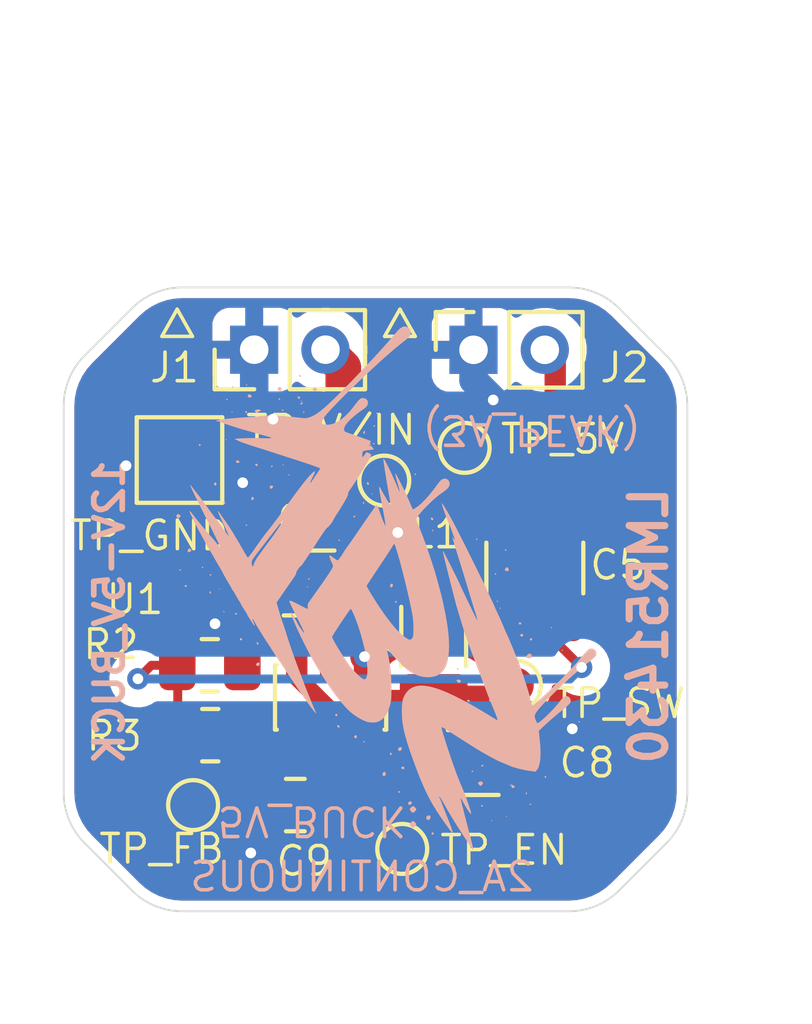
<source format=kicad_pcb>
(kicad_pcb (version 20241229) (generator "pcbnew") (generator_version "9.0")
  (layers (0 "F.Cu" signal) (2 "B.Cu" signal) (13 "F.Paste" user) (15 "B.Paste" user) (5 "F.SilkS" user "F.Silkscreen") (7 "B.SilkS" user "B.Silkscreen") (1 "F.Mask" user) (3 "B.Mask" user) (25 "Edge.Cuts" user))
  (net 0 "")
  (net 1 "/+5V_BUCK")
  (net 2 "Net-(C5-Pad1)")
  (net 3 "GND")
  (net 4 "/V{slash}IN")
  (net 5 "Net-(U1-CB)")
  (net 6 "/SW")
  (net 7 "/FB")
  (footprint "TestPoint:TestPoint_Pad_2.0x2.0mm" (layer "F.Cu") (at 98.75 83.092337)
    (property "Reference" "TP_GND")
    (property "Value" "TP_GND" (hide yes))
  )
  (footprint "Resistor_SMD:R_0805_2012Metric" (layer "F.Cu") (at 99.6 88.85 180)
    (property "Reference" "R2")
    (property "Value" "20K")
  )
  (footprint "TestPoint:TestPoint_Pad_D1.0mm" (layer "F.Cu") (at 99.131562 92.771304)
    (property "Reference" "TP_FB")
    (property "Value" "TP_FB" (hide yes))
  )
  (footprint "Capacitor_SMD:C_1206_3216Metric" (layer "F.Cu") (at 106.991877 91.576667)
    (property "Reference" "C8")
    (property "Value" "0.1UF" (hide yes))
  )
  (footprint "Capacitor_SMD:C_1210_3225Metric" (layer "F.Cu") (at 108.720536 86.121563 90)
    (property "Reference" "C5")
    (property "Value" "47UF")
  )
  (footprint "Package_TO_SOT_SMD:SOT-23-6" (layer "F.Cu") (at 102.990493 89.744919 -90)
    (property "Reference" "U1")
    (property "Value" "LMR51430" (hide yes))
  )
  (footprint "TestPoint:TestPoint_Pad_D1.0mm" (layer "F.Cu") (at 104.495468 83.669183)
    (property "Reference" "TP_V/IN")
    (property "Value" "TP_VIN" (hide yes))
  )
  (footprint "TestPoint:TestPoint_Pad_D1.0mm" (layer "F.Cu") (at 106.75 82.75)
    (property "Reference" "TP_5V")
    (property "Value" "TP_5V" (hide yes))
  )
  (footprint "TestPoint:TestPoint_Pad_D1.0mm" (layer "F.Cu") (at 108.189692 89.414849)
    (property "Reference" "TP_SW")
    (property "Value" "TP_SW" (hide yes))
  )
  (footprint "Connector_PinHeader_2.00mm:PinHeader_1x02_P2.00mm_Vertical" (layer "F.Cu") (at 100.846166 79.996082 90)
    (property "Reference" "J1")
    (property "Value" "V/IN_CONN" (hide yes))
  )
  (footprint "Capacitor_SMD:C_0805_2012Metric" (layer "F.Cu") (at 102 92.770624 180)
    (property "Reference" "C9")
    (property "Value" "0.1UF" (hide yes))
  )
  (footprint "Resistor_SMD:R_0805_2012Metric" (layer "F.Cu") (at 99.613699 90.809796)
    (property "Reference" "R3")
    (property "Value" "100K" (hide yes))
  )
  (footprint "Capacitor_SMD:C_1206_3216Metric" (layer "F.Cu") (at 102.386924 86.540384 180)
    (property "Reference" "C7")
    (property "Value" "10UF" (hide yes))
  )
  (footprint "TestPoint:TestPoint_Pad_D1.0mm" (layer "F.Cu") (at 105 94)
    (property "Reference" "TP_EN" (hide yes))
    (property "Value" "TP_EN" (hide yes))
  )
  (footprint "Inductor_SMD:L_1206_3216Metric" (layer "F.Cu") (at 105.882315 88.045376 90)
    (property "Reference" "L1")
    (property "Value" "10UH")
  )
  (footprint "Connector_PinSocket_2.00mm:PinSocket_1x02_P2.00mm_Vertical" (layer "F.Cu") (at 107 80 90)
    (property "Reference" "J2")
    (property "Value" "V/OUT_CONN" (hide yes))
  )
  (gr_poly (pts (xy 101.338118 83.807627) (xy 101.344039 83.807908) (xy 101.34931 83.808412) (xy 101.351709 83.808756) (xy 101.353954 83.809166) (xy 101.35605 83.809646) (xy 101.358 83.810199) (xy 101.359806 83.810829) (xy 101.361472 83.81154) (xy 101.363 83.812334) (xy 101.364396 83.813216) (xy 101.36566 83.814189) (xy 101.366798 83.815257) (xy 101.367811 83.816423) (xy 101.368704 83.81769) (xy 101.369479 83.819063) (xy 101.370139 83.820545) (xy 101.370689 83.822139) (xy 101.371131 83.823849) (xy 101.371468 83.825679) (xy 101.371703 83.827632) (xy 101.371841 83.829711) (xy 101.371883 83.83192) (xy 101.371696 83.836744) (xy 101.371168 83.842131) (xy 101.370325 83.84811) (xy 101.36952 83.852636) (xy 101.36901 83.854819) (xy 101.36843 83.85695) (xy 101.367781 83.859026) (xy 101.367062 83.861047) (xy 101.366275 83.863012) (xy 101.36542 83.864922) (xy 101.364497 83.866774) (xy 101.363508 83.868569) (xy 101.362454 83.870306) (xy 101.361334 83.871984) (xy 101.360149 83.873603) (xy 101.358901 83.875161) (xy 101.357589 83.876659) (xy 101.356214 83.878096) (xy 101.354778 83.87947) (xy 101.35328 83.880782) (xy 101.351721 83.88203) (xy 101.350103 83.883215) (xy 101.348424 83.884335) (xy 101.346688 83.88539) (xy 101.344893 83.886379) (xy 101.34304 83.887301) (xy 101.341131 83.888156) (xy 101.339165 83.888943) (xy 101.337144 83.889662) (xy 101.335068 83.890312) (xy 101.332938 83.890892) (xy 101.330754 83.891401) (xy 101.326228 83.892207) (xy 101.320249 83.89305) (xy 101.314862 83.893578) (xy 101.312382 83.893716) (xy 101.310039 83.893765) (xy 101.30783 83.893722) (xy 101.30575 83.893585) (xy 101.303798 83.893349) (xy 101.301968 83.893012) (xy 101.300258 83.89257) (xy 101.298664 83.892021) (xy 101.297182 83.89136) (xy 101.295809 83.890585) (xy 101.294542 83.889692) (xy 101.293376 83.888679) (xy 101.292308 83.887541) (xy 101.291335 83.886277) (xy 101.290453 83.884882) (xy 101.289658 83.883353) (xy 101.288948 83.881687) (xy 101.288318 83.879881) (xy 101.287764 83.877932) (xy 101.287284 83.875835) (xy 101.286874 83.87359) (xy 101.28653 83.871191) (xy 101.286027 83.86592) (xy 101.285746 83.859999) (xy 101.285658 83.853401) (xy 101.285766 83.846782) (xy 101.28611 83.840795) (xy 101.286716 83.835414) (xy 101.287127 83.832941) (xy 101.287615 83.830608) (xy 101.288183 83.828413) (xy 101.288834 83.82635) (xy 101.289573 83.824418) (xy 101.290402 83.822612) (xy 101.291326 83.820929) (xy 101.292347 83.819365) (xy 101.29347 83.817916) (xy 101.294698 83.81658) (xy 101.296035 83.815352) (xy 101.297483 83.814229) (xy 101.299047 83.813207) (xy 101.300731 83.812284) (xy 101.302537 83.811454) (xy 101.304469 83.810716) (xy 101.306531 83.810064) (xy 101.308727 83.809497) (xy 101.31106 83.809009) (xy 101.313533 83.808598) (xy 101.318914 83.807991) (xy 101.324901 83.807648) (xy 101.33152 83.80754)) (fill yes) (layer "B.SilkS"))
  (gr_poly (pts (xy 104.703798 86.559344) (xy 104.70693 86.559749) (xy 104.70994 86.56041) (xy 104.712823 86.561315) (xy 104.715576 86.562452) (xy 104.718194 86.563811) (xy 104.720674 86.565378) (xy 104.72301 86.567144) (xy 104.725199 86.569095) (xy 104.727237 86.571221) (xy 104.729119 86.57351) (xy 104.730841 86.575949) (xy 104.732399 86.578529) (xy 104.733788 86.581236) (xy 104.735005 86.58406) (xy 104.736046 86.586988) (xy 104.736906 86.590009) (xy 104.73758 86.593111) (xy 104.738066 86.596284) (xy 104.738358 86.599514) (xy 104.738452 86.602791) (xy 104.738344 86.606103) (xy 104.738031 86.609438) (xy 104.737507 86.612785) (xy 104.736768 86.616131) (xy 104.735811 86.619467) (xy 104.734631 86.622778) (xy 104.733224 86.626055) (xy 104.731586 86.629286) (xy 104.729712 86.632458) (xy 104.727599 86.63556) (xy 104.725242 86.638582) (xy 104.720654 86.643894) (xy 104.718391 86.646316) (xy 104.716151 86.648583) (xy 104.713932 86.650693) (xy 104.711735 86.652647) (xy 104.709562 86.654444) (xy 104.707411 86.656083) (xy 104.705283 86.657565) (xy 104.703179 86.658889) (xy 104.701099 86.660054) (xy 104.699043 86.661061) (xy 104.697011 86.661909) (xy 104.695005 86.662598) (xy 104.693023 86.663127) (xy 104.691067 86.663497) (xy 104.689137 86.663706) (xy 104.687233 86.663755) (xy 104.685356 86.663643) (xy 104.683505 86.663369) (xy 104.681682 86.662935) (xy 104.679886 86.662338) (xy 104.678118 86.661579) (xy 104.676377 86.660658) (xy 104.674666 86.659574) (xy 104.672983 86.658327) (xy 104.671329 86.656916) (xy 104.669704 86.655342) (xy 104.668109 86.653604) (xy 104.666545 86.651701) (xy 104.66501 86.649634) (xy 104.663506 86.647401) (xy 104.661981 86.644665) (xy 104.660705 86.64176) (xy 104.659673 86.638702) (xy 104.658876 86.635509) (xy 104.658306 86.632196) (xy 104.657956 86.628782) (xy 104.657818 86.625283) (xy 104.657884 86.621715) (xy 104.658146 86.618095) (xy 104.658597 86.61444) (xy 104.660034 86.607093) (xy 104.662132 86.599809) (xy 104.664829 86.59272) (xy 104.668064 86.585963) (xy 104.671775 86.57967) (xy 104.675899 86.573977) (xy 104.678096 86.571397) (xy 104.680374 86.569018) (xy 104.682724 86.566855) (xy 104.685138 86.564927) (xy 104.68761 86.563249) (xy 104.69013 86.561838) (xy 104.692692 86.560712) (xy 104.695288 86.559887) (xy 104.697909 86.559379) (xy 104.700549 86.559206)) (fill yes) (layer "B.SilkS"))
  (gr_poly (pts (xy 107.514762 93.191454) (xy 107.515541 93.191529) (xy 107.516288 93.191653) (xy 107.517003 93.191824) (xy 107.517683 93.19204) (xy 107.51833 93.1923) (xy 107.518942 93.192602) (xy 107.519518 93.192944) (xy 107.520058 93.193325) (xy 107.520561 93.193743) (xy 107.521026 93.194196) (xy 107.521454 93.194684) (xy 107.521843 93.195203) (xy 107.522192 93.195754) (xy 107.522501 93.196333) (xy 107.52277 93.19694) (xy 107.522997 93.197573) (xy 107.523182 93.19823) (xy 107.523325 93.19891) (xy 107.523425 93.19961) (xy 107.52348 93.20033) (xy 107.523491 93.201068) (xy 107.523456 93.201822) (xy 107.523376 93.20259) (xy 107.52325 93.203372) (xy 107.523076 93.204164) (xy 107.522854 93.204967) (xy 107.522584 93.205777) (xy 107.522265 93.206594) (xy 107.521896 93.207416) (xy 107.521476 93.208241) (xy 107.521006 93.209067) (xy 107.519974 93.21101) (xy 107.51887 93.212864) (xy 107.517704 93.214626) (xy 107.516486 93.216289) (xy 107.515227 93.217849) (xy 107.513937 93.2193) (xy 107.512626 93.220638) (xy 107.511304 93.221856) (xy 107.509983 93.222951) (xy 107.508672 93.223916) (xy 107.507382 93.224747) (xy 107.506123 93.225439) (xy 107.504905 93.225986) (xy 107.503739 93.226383) (xy 107.502635 93.226625) (xy 107.502109 93.226686) (xy 107.501603 93.226706) (xy 107.501272 93.226686) (xy 107.500942 93.226625) (xy 107.500614 93.226523) (xy 107.500287 93.226383) (xy 107.499963 93.226203) (xy 107.499642 93.225986) (xy 107.499325 93.225731) (xy 107.499012 93.225439) (xy 107.498705 93.225111) (xy 107.498403 93.224747) (xy 107.498108 93.224349) (xy 107.49782 93.223916) (xy 107.49754 93.22345) (xy 107.497268 93.222951) (xy 107.497005 93.222419) (xy 107.496752 93.221856) (xy 107.496509 93.221262) (xy 107.496278 93.220638) (xy 107.496057 93.219983) (xy 107.49585 93.2193) (xy 107.495655 93.218588) (xy 107.495473 93.217849) (xy 107.495306 93.217082) (xy 107.495154 93.216289) (xy 107.495017 93.21547) (xy 107.494896 93.214626) (xy 107.494792 93.213757) (xy 107.494706 93.212864) (xy 107.494637 93.211948) (xy 107.494588 93.21101) (xy 107.494558 93.210049) (xy 107.494547 93.209067) (xy 107.494573 93.208241) (xy 107.494649 93.207416) (xy 107.494774 93.206594) (xy 107.494947 93.205777) (xy 107.495166 93.204967) (xy 107.495431 93.204164) (xy 107.49574 93.203372) (xy 107.496091 93.20259) (xy 107.496483 93.201822) (xy 107.496916 93.201068) (xy 107.497387 93.20033) (xy 107.497896 93.19961) (xy 107.498441 93.19891) (xy 107.499021 93.19823) (xy 107.499634 93.197573) (xy 107.50028 93.19694) (xy 107.500957 93.196333) (xy 107.501663 93.195754) (xy 107.502398 93.195203) (xy 107.50316 93.194684) (xy 107.503948 93.194196) (xy 107.50476 93.193743) (xy 107.505596 93.193325) (xy 107.506454 93.192944) (xy 107.507332 93.192602) (xy 107.50823 93.1923) (xy 107.509145 93.19204) (xy 107.510078 93.191824) (xy 107.511026 93.191653) (xy 107.511988 93.191529) (xy 107.512964 93.191454) (xy 107.51395 93.191428)) (fill yes) (layer "B.SilkS"))
  (gr_poly (pts (xy 107.213094 92.108008) (xy 107.217072 92.10822) (xy 107.220927 92.108644) (xy 107.224643 92.10929) (xy 107.228201 92.110164) (xy 107.232371 92.111424) (xy 107.236282 92.112883) (xy 107.239935 92.114532) (xy 107.243328 92.116366) (xy 107.246461 92.118375) (xy 107.249335 92.120551) (xy 107.251948 92.122889) (xy 107.2543 92.125378) (xy 107.256392 92.128012) (xy 107.258222 92.130784) (xy 107.259791 92.133684) (xy 107.261098 92.136706) (xy 107.262142 92.139841) (xy 107.262924 92.143083) (xy 107.263443 92.146422) (xy 107.263699 92.149852) (xy 107.263691 92.153365) (xy 107.263419 92.156953) (xy 107.262884 92.160608) (xy 107.262083 92.164322) (xy 107.261018 92.168088) (xy 107.259688 92.171898) (xy 107.258092 92.175744) (xy 107.25623 92.179619) (xy 107.254102 92.183514) (xy 107.251708 92.187422) (xy 107.249047 92.191335) (xy 107.246119 92.195246) (xy 107.242923 92.199146) (xy 107.23946 92.203028) (xy 107.235728 92.206885) (xy 107.231728 92.210708) (xy 107.226091 92.215977) (xy 107.221028 92.220536) (xy 107.21645 92.224377) (xy 107.214316 92.226025) (xy 107.21227 92.227491) (xy 107.210302 92.228774) (xy 107.208401 92.229872) (xy 107.206555 92.230785) (xy 107.204753 92.231512) (xy 107.202986 92.232051) (xy 107.20124 92.232402) (xy 107.199507 92.232563) (xy 107.197774 92.232535) (xy 107.19603 92.232315) (xy 107.194266 92.231903) (xy 107.192469 92.231298) (xy 107.190629 92.230499) (xy 107.188734 92.229505) (xy 107.186775 92.228314) (xy 107.184739 92.226927) (xy 107.182616 92.225342) (xy 107.180394 92.223557) (xy 107.178064 92.221573) (xy 107.173031 92.217001) (xy 107.16743 92.211618) (xy 107.161173 92.205416) (xy 107.157269 92.20145) (xy 107.153504 92.197502) (xy 107.149895 92.193591) (xy 107.146456 92.189734) (xy 107.143202 92.185949) (xy 107.140151 92.182254) (xy 107.137316 92.178668) (xy 107.134715 92.175209) (xy 107.132361 92.171894) (xy 107.13027 92.168742) (xy 107.128459 92.165771) (xy 107.126942 92.162999) (xy 107.125736 92.160444) (xy 107.124854 92.158124) (xy 107.124314 92.156058) (xy 107.124131 92.154262) (xy 107.124324 92.151933) (xy 107.124893 92.149581) (xy 107.125818 92.147215) (xy 107.127083 92.144843) (xy 107.12867 92.142474) (xy 107.130561 92.140116) (xy 107.132738 92.137777) (xy 107.135183 92.135466) (xy 107.137879 92.133191) (xy 107.140807 92.13096) (xy 107.143951 92.128783) (xy 107.147292 92.126667) (xy 107.150813 92.124621) (xy 107.154496 92.122653) (xy 107.158322 92.120771) (xy 107.162275 92.118985) (xy 107.166336 92.117301) (xy 107.170488 92.11573) (xy 107.174714 92.114278) (xy 107.178994 92.112956) (xy 107.183312 92.11177) (xy 107.187649 92.110729) (xy 107.191989 92.109842) (xy 107.196312 92.109118) (xy 107.200603 92.108564) (xy 107.204841 92.108188) (xy 107.209011 92.108)) (fill yes) (layer "B.SilkS"))
  (gr_poly (pts (xy 106.57942 89.249275) (xy 106.587228 89.250593) (xy 106.595171 89.252482) (xy 106.603093 89.254883) (xy 106.610839 89.257736) (xy 106.618255 89.260982) (xy 106.625185 89.264561) (xy 106.631474 89.268413) (xy 106.636967 89.272481) (xy 106.639367 89.274576) (xy 106.64151 89.276703) (xy 106.643376 89.278854) (xy 106.644946 89.281021) (xy 106.646201 89.283197) (xy 106.647122 89.285375) (xy 106.647688 89.287547) (xy 106.647881 89.289706) (xy 106.64777 89.29142) (xy 106.647442 89.293247) (xy 106.646909 89.295176) (xy 106.646183 89.297196) (xy 106.645275 89.299296) (xy 106.644195 89.301465) (xy 106.64157 89.305967) (xy 106.638396 89.310614) (xy 106.634766 89.315317) (xy 106.630768 89.31999) (xy 106.626494 89.324543) (xy 106.622034 89.32889) (xy 106.617478 89.332942) (xy 106.612917 89.336612) (xy 106.608442 89.339812) (xy 106.604142 89.342453) (xy 106.602086 89.343537) (xy 106.600108 89.344449) (xy 106.59822 89.345177) (xy 106.596431 89.345711) (xy 106.594755 89.346039) (xy 106.593201 89.346151) (xy 106.592504 89.346115) (xy 106.591738 89.346008) (xy 106.590011 89.345589) (xy 106.588046 89.344907) (xy 106.58587 89.343973) (xy 106.583507 89.342802) (xy 106.580984 89.341407) (xy 106.578327 89.339799) (xy 106.575562 89.337993) (xy 106.572714 89.336) (xy 106.569808 89.333834) (xy 106.566872 89.331509) (xy 106.563931 89.329036) (xy 106.561011 89.326428) (xy 106.558137 89.323699) (xy 106.555335 89.320862) (xy 106.552631 89.317929) (xy 106.54643 89.311518) (xy 106.541056 89.305499) (xy 106.536508 89.299853) (xy 106.534544 89.297162) (xy 106.532787 89.294557) (xy 106.531237 89.292035) (xy 106.529893 89.289593) (xy 106.528757 89.287229) (xy 106.527826 89.284939) (xy 106.527103 89.282722) (xy 106.526586 89.280574) (xy 106.526276 89.278494) (xy 106.526173 89.276478) (xy 106.526276 89.274524) (xy 106.526586 89.27263) (xy 106.527103 89.270792) (xy 106.527826 89.269009) (xy 106.528757 89.267277) (xy 106.529893 89.265595) (xy 106.531237 89.263959) (xy 106.532787 89.262367) (xy 106.534544 89.260816) (xy 106.536508 89.259304) (xy 106.538679 89.257828) (xy 106.541056 89.256386) (xy 106.54364 89.254975) (xy 106.54643 89.253592) (xy 106.552631 89.250902) (xy 106.555388 89.250017) (xy 106.558352 89.249341) (xy 106.561505 89.248868) (xy 106.564827 89.24859) (xy 106.571901 89.248587)) (fill yes) (layer "B.SilkS"))
  (gr_poly (pts (xy 109.744337 90.543853) (xy 109.745177 90.543914) (xy 109.746878 90.544156) (xy 109.748594 90.544553) (xy 109.750313 90.5451) (xy 109.752021 90.545791) (xy 109.753706 90.546622) (xy 109.755355 90.547588) (xy 109.756955 90.548682) (xy 109.758493 90.549901) (xy 109.759956 90.551239) (xy 109.761331 90.55269) (xy 109.762606 90.55425) (xy 109.763201 90.555069) (xy 109.763766 90.555913) (xy 109.7643 90.556781) (xy 109.764801 90.557674) (xy 109.765266 90.55859) (xy 109.765695 90.559528) (xy 109.766086 90.560489) (xy 109.766438 90.561471) (xy 109.766727 90.562457) (xy 109.766936 90.563433) (xy 109.767065 90.564395) (xy 109.767116 90.565343) (xy 109.767091 90.566275) (xy 109.766991 90.567191) (xy 109.766819 90.568089) (xy 109.766575 90.568967) (xy 109.766261 90.569825) (xy 109.765879 90.57066) (xy 109.765431 90.571473) (xy 109.764917 90.57226) (xy 109.764341 90.573022) (xy 109.763703 90.573757) (xy 109.763004 90.574464) (xy 109.762247 90.57514) (xy 109.761434 90.575786) (xy 109.760565 90.5764) (xy 109.759642 90.576979) (xy 109.758668 90.577524) (xy 109.757643 90.578033) (xy 109.756569 90.578504) (xy 109.755449 90.578937) (xy 109.754282 90.57933) (xy 109.753072 90.579681) (xy 109.751819 90.579989) (xy 109.750526 90.580254) (xy 109.749193 90.580473) (xy 109.747824 90.580646) (xy 109.746418 90.580771) (xy 109.744978 90.580847) (xy 109.743505 90.580873) (xy 109.740593 90.580771) (xy 109.737817 90.580473) (xy 109.735192 90.579989) (xy 109.732729 90.57933) (xy 109.731563 90.578937) (xy 109.730442 90.578504) (xy 109.729368 90.578033) (xy 109.728344 90.577524) (xy 109.727369 90.576979) (xy 109.726447 90.5764) (xy 109.725578 90.575786) (xy 109.724764 90.57514) (xy 109.724008 90.574464) (xy 109.72331 90.573757) (xy 109.722671 90.573022) (xy 109.722095 90.57226) (xy 109.721582 90.571473) (xy 109.721134 90.57066) (xy 109.720752 90.569825) (xy 109.720438 90.568967) (xy 109.720195 90.568089) (xy 109.720022 90.567191) (xy 109.719923 90.566275) (xy 109.719898 90.565343) (xy 109.719949 90.564395) (xy 109.720079 90.563433) (xy 109.720287 90.562457) (xy 109.720577 90.561471) (xy 109.720928 90.560489) (xy 109.721319 90.559528) (xy 109.721748 90.55859) (xy 109.722213 90.557674) (xy 109.722713 90.556781) (xy 109.723247 90.555913) (xy 109.723812 90.555069) (xy 109.724407 90.55425) (xy 109.725031 90.553456) (xy 109.725681 90.55269) (xy 109.726357 90.55195) (xy 109.727056 90.551239) (xy 109.728519 90.549901) (xy 109.730057 90.548682) (xy 109.731656 90.547588) (xy 109.733305 90.546622) (xy 109.73499 90.545791) (xy 109.736698 90.5451) (xy 109.737557 90.544808) (xy 109.738417 90.544553) (xy 109.739276 90.544335) (xy 109.740133 90.544156) (xy 109.740986 90.544015) (xy 109.741833 90.543914) (xy 109.742674 90.543853) (xy 109.743505 90.543832)) (fill yes) (layer "B.SilkS"))
  (gr_poly (pts (xy 104.902612 83.084371) (xy 104.903573 83.084447) (xy 104.904511 83.084571) (xy 104.905427 83.084742) (xy 104.90632 83.084958) (xy 104.907189 83.085217) (xy 104.908033 83.085519) (xy 104.908852 83.085861) (xy 104.909645 83.086242) (xy 104.910412 83.08666) (xy 104.911151 83.087114) (xy 104.911863 83.087601) (xy 104.912546 83.088121) (xy 104.913201 83.088671) (xy 104.913825 83.089251) (xy 104.914419 83.089858) (xy 104.914983 83.09049) (xy 104.915514 83.091147) (xy 104.916013 83.091827) (xy 104.916479 83.092527) (xy 104.916912 83.093247) (xy 104.91731 83.093985) (xy 104.917674 83.094739) (xy 104.918002 83.095507) (xy 104.918294 83.096289) (xy 104.918549 83.097081) (xy 104.918766 83.097884) (xy 104.918946 83.098694) (xy 104.919086 83.099511) (xy 104.919188 83.100333) (xy 104.919249 83.101158) (xy 104.91927 83.101984) (xy 104.919249 83.102966) (xy 104.919188 83.103926) (xy 104.919086 83.104865) (xy 104.918946 83.105781) (xy 104.918766 83.106673) (xy 104.918549 83.107542) (xy 104.918294 83.108386) (xy 104.918002 83.109205) (xy 104.917674 83.109998) (xy 104.91731 83.110765) (xy 104.916912 83.111504) (xy 104.916479 83.112216) (xy 104.916013 83.1129) (xy 104.915514 83.113554) (xy 104.914983 83.114178) (xy 104.914419 83.114773) (xy 104.913825 83.115336) (xy 104.913201 83.115867) (xy 104.912546 83.116366) (xy 104.911863 83.116833) (xy 104.911151 83.117265) (xy 104.910412 83.117664) (xy 104.909645 83.118027) (xy 104.908852 83.118355) (xy 104.908033 83.118647) (xy 104.907189 83.118902) (xy 104.90632 83.11912) (xy 104.905427 83.119299) (xy 104.904511 83.11944) (xy 104.903573 83.119541) (xy 104.902612 83.119603) (xy 104.90163 83.119623) (xy 104.900804 83.119603) (xy 104.899979 83.119541) (xy 104.899157 83.11944) (xy 104.89834 83.119299) (xy 104.89753 83.11912) (xy 104.896728 83.118902) (xy 104.895935 83.118647) (xy 104.895154 83.118355) (xy 104.894385 83.118027) (xy 104.893631 83.117664) (xy 104.892893 83.117265) (xy 104.892173 83.116833) (xy 104.891473 83.116366) (xy 104.890793 83.115867) (xy 104.890136 83.115336) (xy 104.889503 83.114773) (xy 104.888897 83.114178) (xy 104.888317 83.113554) (xy 104.887767 83.1129) (xy 104.887247 83.112216) (xy 104.886759 83.111504) (xy 104.886306 83.110765) (xy 104.885888 83.109998) (xy 104.885507 83.109205) (xy 104.885165 83.108386) (xy 104.884863 83.107542) (xy 104.884604 83.106673) (xy 104.884387 83.105781) (xy 104.884217 83.104865) (xy 104.884092 83.103926) (xy 104.884017 83.102966) (xy 104.883991 83.101984) (xy 104.884017 83.101158) (xy 104.884092 83.100333) (xy 104.884217 83.099511) (xy 104.884387 83.098694) (xy 104.884604 83.097884) (xy 104.884863 83.097081) (xy 104.885165 83.096289) (xy 104.885507 83.095507) (xy 104.885888 83.094739) (xy 104.886306 83.093985) (xy 104.886759 83.093247) (xy 104.887247 83.092527) (xy 104.887767 83.091827) (xy 104.888317 83.091147) (xy 104.888897 83.09049) (xy 104.889503 83.089858) (xy 104.890136 83.089251) (xy 104.890793 83.088671) (xy 104.891473 83.088121) (xy 104.892173 83.087601) (xy 104.892893 83.087114) (xy 104.893631 83.08666) (xy 104.894385 83.086242) (xy 104.895154 83.085861) (xy 104.895935 83.085519) (xy 104.896728 83.085217) (xy 104.89753 83.084958) (xy 104.89834 83.084742) (xy 104.899157 83.084571) (xy 104.899979 83.084447) (xy 104.900804 83.084371) (xy 104.90163 83.084345)) (fill yes) (layer "B.SilkS"))
  (gr_poly (pts (xy 104.029119 83.711554) (xy 104.031551 83.712) (xy 104.034018 83.712731) (xy 104.036507 83.713731) (xy 104.039 83.714982) (xy 104.041483 83.716469) (xy 104.04394 83.718174) (xy 104.046356 83.720081) (xy 104.048715 83.722172) (xy 104.051002 83.724431) (xy 104.053201 83.726842) (xy 104.055296 83.729387) (xy 104.057273 83.732049) (xy 104.059115 83.734812) (xy 104.060807 83.737659) (xy 104.062334 83.740574) (xy 104.063681 83.743538) (xy 104.06483 83.746537) (xy 104.065768 83.749552) (xy 104.066479 83.752567) (xy 104.066946 83.755565) (xy 104.067156 83.75853) (xy 104.067091 83.761444) (xy 104.066737 83.764291) (xy 104.066078 83.767055) (xy 104.065099 83.769717) (xy 104.063783 83.772262) (xy 104.062275 83.774649) (xy 104.060729 83.776852) (xy 104.059147 83.778869) (xy 104.057534 83.780702) (xy 104.055893 83.782352) (xy 104.054226 83.783819) (xy 104.052538 83.785104) (xy 104.05083 83.786208) (xy 104.049107 83.78713) (xy 104.047372 83.787873) (xy 104.045628 83.788435) (xy 104.043878 83.788819) (xy 104.042126 83.789025) (xy 104.040374 83.789053) (xy 104.038626 83.788904) (xy 104.036885 83.788578) (xy 104.035154 83.788077) (xy 104.033437 83.787401) (xy 104.031737 83.78655) (xy 104.030056 83.785526) (xy 104.028399 83.784328) (xy 104.026769 83.782958) (xy 104.025168 83.781417) (xy 104.0236 83.779704) (xy 104.022069 83.77782) (xy 104.020576 83.775767) (xy 104.019127 83.773544) (xy 104.017723 83.771153) (xy 104.016368 83.768594) (xy 104.015066 83.765867) (xy 104.013819 83.762974) (xy 104.012631 83.759915) (xy 104.011411 83.756901) (xy 104.010395 83.753824) (xy 104.009581 83.750706) (xy 104.008965 83.747568) (xy 104.008546 83.744429) (xy 104.008321 83.741311) (xy 104.008287 83.738235) (xy 104.008442 83.73522) (xy 104.008782 83.732289) (xy 104.009306 83.72946) (xy 104.010011 83.726756) (xy 104.010894 83.724196) (xy 104.011953 83.721802) (xy 104.013185 83.719594) (xy 104.014588 83.717592) (xy 104.015352 83.716675) (xy 104.016158 83.715818) (xy 104.018047 83.714197) (xy 104.020065 83.712963) (xy 104.022197 83.712099) (xy 104.024427 83.711587) (xy 104.026739 83.711411)) (fill yes) (layer "B.SilkS"))
  (gr_poly (pts (xy 101.639394 81.675155) (xy 101.641275 81.675494) (xy 101.643216 81.676025) (xy 101.645208 81.676753) (xy 101.647246 81.677683) (xy 101.64932 81.678822) (xy 101.651424 81.680176) (xy 101.65355 81.68175) (xy 101.655691 81.68355) (xy 101.65784 81.685582) (xy 101.660011 81.687876) (xy 101.660988 81.689006) (xy 101.661894 81.690126) (xy 101.66273 81.691233) (xy 101.663494 81.692329) (xy 101.664188 81.693413) (xy 101.664812 81.694484) (xy 101.665366 81.695542) (xy 101.665851 81.696586) (xy 101.666267 81.697618) (xy 101.666614 81.698635) (xy 101.666892 81.699638) (xy 101.667102 81.700627) (xy 101.667245 81.7016) (xy 101.66732 81.702559) (xy 101.667328 81.703502) (xy 101.667269 81.704429) (xy 101.667143 81.70534) (xy 101.666951 81.706235) (xy 101.666693 81.707113) (xy 101.66637 81.707973) (xy 101.665982 81.708816) (xy 101.665528 81.709642) (xy 101.66501 81.710449) (xy 101.664428 81.711238) (xy 101.663782 81.712009) (xy 101.663072 81.71276) (xy 101.662299 81.713492) (xy 101.661463 81.714204) (xy 101.660564 81.714896) (xy 101.659603 81.715567) (xy 101.658601 81.716038) (xy 101.657581 81.716457) (xy 101.656544 81.716825) (xy 101.655493 81.717142) (xy 101.654431 81.717409) (xy 101.65336 81.717626) (xy 101.652281 81.717793) (xy 101.651197 81.71791) (xy 101.649025 81.717999) (xy 101.64686 81.717893) (xy 101.644721 81.717596) (xy 101.642626 81.717111) (xy 101.6416 81.716798) (xy 101.640593 81.71644) (xy 101.639605 81.716035) (xy 101.63864 81.715585) (xy 101.637699 81.715089) (xy 101.636785 81.714549) (xy 101.6359 81.713964) (xy 101.635046 81.713335) (xy 101.634226 81.712662) (xy 101.633442 81.711945) (xy 101.632696 81.711185) (xy 101.63199 81.710383) (xy 101.631327 81.709537) (xy 101.630709 81.708649) (xy 101.630138 81.707719) (xy 101.629617 81.706748) (xy 101.628081 81.704294) (xy 101.626775 81.701898) (xy 101.625692 81.699565) (xy 101.624825 81.697301) (xy 101.624165 81.695113) (xy 101.623706 81.693005) (xy 101.623441 81.690983) (xy 101.62336 81.689054) (xy 101.623459 81.687223) (xy 101.623728 81.685496) (xy 101.62416 81.683879) (xy 101.624749 81.682377) (xy 101.625486 81.680997) (xy 101.626364 81.679744) (xy 101.627376 81.678625) (xy 101.628514 81.677644) (xy 101.629772 81.676808) (xy 101.63114 81.676122) (xy 101.632613 81.675593) (xy 101.634182 81.675225) (xy 101.63584 81.675026) (xy 101.63758 81.675001)) (fill yes) (layer "B.SilkS"))
  (gr_poly (pts (xy 104.682461 91.304098) (xy 104.683767 91.304189) (xy 104.685058 91.30434) (xy 104.686332 91.304549) (xy 104.687589 91.304815) (xy 104.688826 91.305137) (xy 104.690041 91.305513) (xy 104.691231 91.305941) (xy 104.692396 91.306422) (xy 104.693534 91.306953) (xy 104.694641 91.307532) (xy 104.695717 91.30816) (xy 104.696759 91.308834) (xy 104.697766 91.309554) (xy 104.698735 91.310317) (xy 104.699665 91.311123) (xy 104.700554 91.311971) (xy 104.701399 91.312858) (xy 104.702199 91.313784) (xy 104.702952 91.314748) (xy 104.703656 91.315747) (xy 104.704308 91.316782) (xy 104.704908 91.31785) (xy 104.705453 91.318951) (xy 104.705941 91.320082) (xy 104.70637 91.321243) (xy 104.706739 91.322433) (xy 104.707045 91.32365) (xy 104.707286 91.324892) (xy 104.707461 91.326159) (xy 104.707567 91.32745) (xy 104.707603 91.328762) (xy 104.707531 91.331541) (xy 104.707321 91.334254) (xy 104.706978 91.336896) (xy 104.706507 91.339462) (xy 104.705915 91.341949) (xy 104.705208 91.34435) (xy 104.70439 91.346663) (xy 104.703469 91.348881) (xy 104.702449 91.351002) (xy 104.701337 91.35302) (xy 104.700139 91.354931) (xy 104.698859 91.356729) (xy 104.697505 91.358412) (xy 104.696082 91.359974) (xy 104.694595 91.36141) (xy 104.693051 91.362717) (xy 104.691455 91.363889) (xy 104.689814 91.364923) (xy 104.688132 91.365813) (xy 104.686416 91.366555) (xy 104.684672 91.367145) (xy 104.682905 91.367577) (xy 104.681121 91.367849) (xy 104.679326 91.367954) (xy 104.677526 91.367888) (xy 104.675727 91.367648) (xy 104.673934 91.367228) (xy 104.672154 91.366624) (xy 104.670391 91.365831) (xy 104.668652 91.364845) (xy 104.666944 91.363662) (xy 104.66527 91.362276) (xy 104.663378 91.360247) (xy 104.66167 91.358134) (xy 104.660141 91.355948) (xy 104.65879 91.353698) (xy 104.657613 91.351393) (xy 104.656608 91.349044) (xy 104.655771 91.34666) (xy 104.6551 91.344251) (xy 104.654592 91.341827) (xy 104.654244 91.339396) (xy 104.654052 91.33697) (xy 104.654015 91.334557) (xy 104.654129 91.332167) (xy 104.654391 91.32981) (xy 104.654798 91.327496) (xy 104.655348 91.325234) (xy 104.656037 91.323034) (xy 104.656863 91.320906) (xy 104.657823 91.318859) (xy 104.658914 91.316904) (xy 104.660132 91.315049) (xy 104.661475 91.313304) (xy 104.662941 91.31168) (xy 104.664525 91.310186) (xy 104.666226 91.308831) (xy 104.668041 91.307625) (xy 104.669965 91.306578) (xy 104.671998 91.3057) (xy 104.674134 91.305) (xy 104.676373 91.304488) (xy 104.678711 91.304174) (xy 104.681144 91.304067)) (fill yes) (layer "B.SilkS"))
  (gr_poly (pts (xy 106.964221 91.800857) (xy 106.965184 91.800987) (xy 106.966159 91.801195) (xy 106.967146 91.801485) (xy 106.968132 91.801836) (xy 106.969107 91.802227) (xy 106.970069 91.802656) (xy 106.971017 91.803122) (xy 106.972866 91.804155) (xy 106.974641 91.805316) (xy 106.976334 91.80659) (xy 106.977935 91.807965) (xy 106.979431 91.809428) (xy 106.980815 91.810965) (xy 106.982074 91.812565) (xy 106.983198 91.814214) (xy 106.984179 91.815899) (xy 106.985004 91.817607) (xy 106.985355 91.818466) (xy 106.985663 91.819326) (xy 106.985928 91.820185) (xy 106.986147 91.821042) (xy 106.98632 91.821895) (xy 106.986445 91.822742) (xy 106.986521 91.823583) (xy 106.986547 91.824415) (xy 106.986521 91.825246) (xy 106.986445 91.826087) (xy 106.98632 91.826934) (xy 106.986147 91.827787) (xy 106.985928 91.828644) (xy 106.985663 91.829503) (xy 106.985355 91.830363) (xy 106.985004 91.831222) (xy 106.984179 91.832931) (xy 106.983198 91.834616) (xy 106.982074 91.836265) (xy 106.980815 91.837864) (xy 106.979431 91.839402) (xy 106.977935 91.840865) (xy 106.976334 91.84224) (xy 106.974641 91.843514) (xy 106.972866 91.844675) (xy 106.971017 91.845709) (xy 106.970069 91.846174) (xy 106.969107 91.846603) (xy 106.968132 91.846994) (xy 106.967146 91.847345) (xy 106.966159 91.847635) (xy 106.965184 91.847844) (xy 106.964221 91.847973) (xy 106.963273 91.848024) (xy 106.962341 91.847999) (xy 106.961425 91.8479) (xy 106.960527 91.847727) (xy 106.959649 91.847483) (xy 106.958791 91.84717) (xy 106.957956 91.846788) (xy 106.957143 91.846339) (xy 106.956355 91.845826) (xy 106.955593 91.84525) (xy 106.954858 91.844611) (xy 106.954152 91.843913) (xy 106.953475 91.843156) (xy 106.952829 91.842342) (xy 106.952216 91.841474) (xy 106.951636 91.840551) (xy 106.951091 91.839577) (xy 106.950582 91.838552) (xy 106.950111 91.837478) (xy 106.949678 91.836357) (xy 106.949286 91.835191) (xy 106.948935 91.833981) (xy 106.948626 91.832728) (xy 106.948362 91.831435) (xy 106.948142 91.830102) (xy 106.947969 91.828733) (xy 106.947844 91.827327) (xy 106.947768 91.825887) (xy 106.947742 91.824415) (xy 106.947844 91.821502) (xy 106.948142 91.818727) (xy 106.948626 91.816102) (xy 106.949286 91.813639) (xy 106.949678 91.812472) (xy 106.950111 91.811352) (xy 106.950582 91.810278) (xy 106.951091 91.809253) (xy 106.951636 91.808279) (xy 106.952216 91.807356) (xy 106.952829 91.806487) (xy 106.953475 91.805674) (xy 106.954152 91.804917) (xy 106.954858 91.804219) (xy 106.955593 91.80358) (xy 106.956355 91.803004) (xy 106.957143 91.80249) (xy 106.957956 91.802042) (xy 106.958791 91.80166) (xy 106.959649 91.801347) (xy 106.960527 91.801103) (xy 106.961425 91.80093) (xy 106.962341 91.800831) (xy 106.963273 91.800806)) (fill yes) (layer "B.SilkS"))
  (gr_poly (pts (xy 108.928161 89.179858) (xy 108.929946 89.180035) (xy 108.931724 89.180386) (xy 108.933484 89.180911) (xy 108.935216 89.181614) (xy 108.936912 89.182495) (xy 108.938562 89.183557) (xy 108.940155 89.184802) (xy 108.941683 89.186232) (xy 108.943135 89.187849) (xy 108.944501 89.189654) (xy 108.945773 89.191649) (xy 108.94694 89.193838) (xy 108.947993 89.19622) (xy 108.948861 89.199134) (xy 108.949202 89.200541) (xy 108.949481 89.201915) (xy 108.949698 89.203254) (xy 108.949853 89.204557) (xy 108.949946 89.205823) (xy 108.949977 89.207052) (xy 108.949946 89.208242) (xy 108.949853 89.209392) (xy 108.949698 89.210501) (xy 108.949481 89.211569) (xy 108.949202 89.212594) (xy 108.948861 89.213575) (xy 108.948458 89.214512) (xy 108.947993 89.215403) (xy 108.947466 89.216248) (xy 108.946876 89.217045) (xy 108.946225 89.217794) (xy 108.945512 89.218493) (xy 108.944737 89.219142) (xy 108.9439 89.21974) (xy 108.943001 89.220285) (xy 108.942039 89.220777) (xy 108.941016 89.221215) (xy 108.939931 89.221598) (xy 108.938784 89.221924) (xy 108.937575 89.222193) (xy 108.936303 89.222404) (xy 108.93497 89.222556) (xy 108.933575 89.222648) (xy 108.932117 89.222679) (xy 108.929495 89.222597) (xy 108.926929 89.222358) (xy 108.924436 89.22197) (xy 108.92203 89.221439) (xy 108.919728 89.220773) (xy 108.917544 89.219982) (xy 108.915495 89.219071) (xy 108.913596 89.218049) (xy 108.911863 89.216924) (xy 108.91031 89.215703) (xy 108.908953 89.214394) (xy 108.908353 89.213709) (xy 108.907808 89.213006) (xy 108.90732 89.212284) (xy 108.906891 89.211544) (xy 108.906523 89.210789) (xy 108.906217 89.210019) (xy 108.905976 89.209234) (xy 108.905801 89.208436) (xy 108.905695 89.207626) (xy 108.905659 89.206804) (xy 108.90575 89.204061) (xy 108.906018 89.201453) (xy 108.906452 89.198984) (xy 108.907044 89.196655) (xy 108.907782 89.194468) (xy 108.908658 89.192425) (xy 108.909663 89.190528) (xy 108.910785 89.188779) (xy 108.912016 89.18718) (xy 108.913345 89.185733) (xy 108.914764 89.184439) (xy 108.916262 89.183302) (xy 108.917831 89.182321) (xy 108.919459 89.181501) (xy 108.921137 89.180841) (xy 108.922856 89.180346) (xy 108.924607 89.180015) (xy 108.926378 89.179852)) (fill yes) (layer "B.SilkS"))
  (gr_poly (pts (xy 100.379268 83.102096) (xy 100.382985 83.102425) (xy 100.386633 83.102961) (xy 100.390206 83.103693) (xy 100.393695 83.104611) (xy 100.397091 83.105705) (xy 100.400388 83.106964) (xy 100.403576 83.108378) (xy 100.406648 83.109937) (xy 100.409596 83.11163) (xy 100.412412 83.113448) (xy 100.415086 83.115379) (xy 100.417613 83.117413) (xy 100.419982 83.11954) (xy 100.422187 83.12175) (xy 100.424219 83.124033) (xy 100.426071 83.126377) (xy 100.427733 83.128773) (xy 100.429198 83.131211) (xy 100.430458 83.133679) (xy 100.431505 83.136168) (xy 100.432331 83.138668) (xy 100.432928 83.141167) (xy 100.433287 83.143656) (xy 100.4334 83.146125) (xy 100.433261 83.148562) (xy 100.432859 83.150958) (xy 100.432188 83.153302) (xy 100.431239 83.155585) (xy 100.430004 83.157795) (xy 100.428476 83.159922) (xy 100.426645 83.161956) (xy 100.425211 83.163238) (xy 100.423563 83.164437) (xy 100.421717 83.165552) (xy 100.419686 83.166583) (xy 100.417484 83.167531) (xy 100.415126 83.168394) (xy 100.409998 83.169867) (xy 100.404415 83.170998) (xy 100.398491 83.171786) (xy 100.39234 83.172227) (xy 100.386075 83.17232) (xy 100.37981 83.172061) (xy 100.373659 83.171448) (xy 100.367735 83.170479) (xy 100.362153 83.16915) (xy 100.357025 83.16746) (xy 100.354667 83.166478) (xy 100.352465 83.165405) (xy 100.350434 83.164241) (xy 100.348588 83.162984) (xy 100.34694 83.161635) (xy 100.345506 83.160193) (xy 100.343149 83.157698) (xy 100.341037 83.155179) (xy 100.339166 83.152643) (xy 100.337534 83.150095) (xy 100.336137 83.147544) (xy 100.334972 83.144996) (xy 100.334035 83.142458) (xy 100.333324 83.139936) (xy 100.332835 83.137437) (xy 100.332565 83.134968) (xy 100.332511 83.132536) (xy 100.33267 83.130148) (xy 100.333037 83.12781) (xy 100.333611 83.125529) (xy 100.334388 83.123313) (xy 100.335364 83.121167) (xy 100.336536 83.119098) (xy 100.337902 83.117114) (xy 100.339457 83.115221) (xy 100.3412 83.113425) (xy 100.343125 83.111735) (xy 100.345231 83.110156) (xy 100.347514 83.108695) (xy 100.349971 83.107359) (xy 100.352598 83.106154) (xy 100.355393 83.105089) (xy 100.358351 83.104168) (xy 100.361471 83.1034) (xy 100.364748 83.102791) (xy 100.368179 83.102347) (xy 100.371762 83.102076) (xy 100.375492 83.101984)) (fill yes) (layer "B.SilkS"))
  (gr_poly (pts (xy 108.299592 87.643148) (xy 108.301807 87.643325) (xy 108.304093 87.643649) (xy 108.306446 87.644122) (xy 108.308867 87.644745) (xy 108.311354 87.645519) (xy 108.313905 87.646446) (xy 108.31652 87.647526) (xy 108.319864 87.648935) (xy 108.322951 87.650505) (xy 108.325784 87.652224) (xy 108.328364 87.654079) (xy 108.330694 87.656054) (xy 108.332775 87.658138) (xy 108.334609 87.660316) (xy 108.336198 87.662574) (xy 108.337545 87.6649) (xy 108.33865 87.667279) (xy 108.339517 87.669699) (xy 108.340146 87.672144) (xy 108.340541 87.674603) (xy 108.340702 87.677061) (xy 108.340632 87.679505) (xy 108.340332 87.681922) (xy 108.339805 87.684296) (xy 108.339053 87.686616) (xy 108.338077 87.688868) (xy 108.33688 87.691037) (xy 108.335463 87.693111) (xy 108.333829 87.695076) (xy 108.331978 87.696918) (xy 108.329914 87.698623) (xy 108.327638 87.700179) (xy 108.325152 87.701571) (xy 108.322458 87.702787) (xy 108.319558 87.703812) (xy 108.316454 87.704632) (xy 108.313148 87.705235) (xy 108.309641 87.705607) (xy 108.305936 87.705734) (xy 108.302343 87.705612) (xy 108.29885 87.705255) (xy 108.295476 87.704676) (xy 108.292239 87.703887) (xy 108.289156 87.702903) (xy 108.286247 87.701734) (xy 108.28353 87.700396) (xy 108.281021 87.698899) (xy 108.27874 87.697258) (xy 108.276704 87.695485) (xy 108.274932 87.693593) (xy 108.274151 87.692607) (xy 108.273442 87.691596) (xy 108.272808 87.690561) (xy 108.272251 87.689505) (xy 108.271774 87.688429) (xy 108.271378 87.687334) (xy 108.271067 87.686223) (xy 108.270841 87.685096) (xy 108.270704 87.683956) (xy 108.270658 87.682804) (xy 108.27071 87.679719) (xy 108.270863 87.676749) (xy 108.271117 87.673895) (xy 108.271471 87.671159) (xy 108.271923 87.668542) (xy 108.272472 87.666045) (xy 108.273116 87.663669) (xy 108.273855 87.661416) (xy 108.274687 87.659288) (xy 108.275611 87.657284) (xy 108.276624 87.655407) (xy 108.277728 87.653658) (xy 108.278919 87.652038) (xy 108.280196 87.650549) (xy 108.281559 87.649191) (xy 108.283006 87.647967) (xy 108.284535 87.646877) (xy 108.286146 87.645922) (xy 108.287837 87.645105) (xy 108.289606 87.644425) (xy 108.291454 87.643886) (xy 108.293377 87.643487) (xy 108.295376 87.64323) (xy 108.297448 87.643116)) (fill yes) (layer "B.SilkS"))
  (gr_poly (pts (xy 105.855343 85.042345) (xy 105.856732 85.042544) (xy 105.858085 85.042909) (xy 105.859397 85.043434) (xy 105.860662 85.044112) (xy 105.861876 85.044936) (xy 105.863032 85.045899) (xy 105.864127 85.046994) (xy 105.865154 85.048215) (xy 105.86611 85.049555) (xy 105.866987 85.051007) (xy 105.867782 85.052564) (xy 105.868489 85.05422) (xy 105.869103 85.055967) (xy 105.869619 85.0578) (xy 105.870032 85.05971) (xy 105.870336 85.061692) (xy 105.870526 85.063739) (xy 105.870598 85.065843) (xy 105.870545 85.067999) (xy 105.870363 85.070198) (xy 105.870047 85.072435) (xy 105.869592 85.074703) (xy 105.868991 85.076995) (xy 105.868241 85.079303) (xy 105.866957 85.082714) (xy 105.86574 85.08567) (xy 105.864575 85.088171) (xy 105.864007 85.089251) (xy 105.863446 85.090218) (xy 105.862891 85.09107) (xy 105.862338 85.091809) (xy 105.861787 85.092435) (xy 105.861235 85.092946) (xy 105.86068 85.093344) (xy 105.860121 85.093628) (xy 105.859556 85.093799) (xy 105.858982 85.093856) (xy 105.858398 85.093799) (xy 105.857801 85.093628) (xy 105.85719 85.093344) (xy 105.856564 85.092946) (xy 105.855919 85.092435) (xy 105.855254 85.091809) (xy 105.854567 85.09107) (xy 105.853856 85.090218) (xy 105.853119 85.089251) (xy 105.852354 85.088171) (xy 105.850734 85.08567) (xy 105.84898 85.082714) (xy 105.847076 85.079303) (xy 105.845815 85.07697) (xy 105.844681 85.074611) (xy 105.843677 85.072242) (xy 105.842804 85.069878) (xy 105.842065 85.067534) (xy 105.841464 85.065227) (xy 105.841001 85.062971) (xy 105.840681 85.060783) (xy 105.840506 85.058677) (xy 105.840478 85.056669) (xy 105.8406 85.054775) (xy 105.840874 85.053011) (xy 105.841304 85.051391) (xy 105.841891 85.049931) (xy 105.842244 85.049266) (xy 105.842638 85.048647) (xy 105.843072 85.048075) (xy 105.843548 85.047554) (xy 105.84504 85.046178) (xy 105.846538 85.045023) (xy 105.848036 85.044082) (xy 105.849528 85.043347) (xy 105.85101 85.042813) (xy 105.852477 85.042473) (xy 105.853923 85.042319)) (fill yes) (layer "B.SilkS"))
  (gr_poly (pts (xy 103.148934 90.213611) (xy 103.151853 90.213984) (xy 103.153336 90.214346) (xy 103.154806 90.214767) (xy 103.1577 90.215779) (xy 103.160516 90.217004) (xy 103.163236 90.218422) (xy 103.165842 90.220016) (xy 103.168317 90.221767) (xy 103.170642 90.223658) (xy 103.172799 90.22567) (xy 103.17477 90.227786) (xy 103.176537 90.229987) (xy 103.178082 90.232255) (xy 103.179386 90.234573) (xy 103.179943 90.235744) (xy 103.180432 90.236921) (xy 103.180853 90.238101) (xy 103.181202 90.239282) (xy 103.181477 90.240462) (xy 103.181677 90.241638) (xy 103.181798 90.242809) (xy 103.181839 90.243971) (xy 103.181747 90.24658) (xy 103.181478 90.249113) (xy 103.18104 90.251565) (xy 103.18044 90.253934) (xy 103.179689 90.256215) (xy 103.178793 90.258404) (xy 103.177761 90.260498) (xy 103.176602 90.262492) (xy 103.175325 90.264382) (xy 103.173937 90.266166) (xy 103.172447 90.267838) (xy 103.170863 90.269396) (xy 103.169194 90.270834) (xy 103.167448 90.27215) (xy 103.165634 90.273339) (xy 103.163759 90.274398) (xy 103.161833 90.275322) (xy 103.159864 90.276108) (xy 103.157859 90.276752) (xy 103.155829 90.27725) (xy 103.15378 90.277599) (xy 103.151721 90.277793) (xy 103.149661 90.27783) (xy 103.147609 90.277705) (xy 103.145571 90.277415) (xy 103.143558 90.276956) (xy 103.141577 90.276323) (xy 103.139637 90.275514) (xy 103.137745 90.274524) (xy 103.135912 90.273349) (xy 103.134144 90.271985) (xy 103.13245 90.270429) (xy 103.130243 90.268079) (xy 103.12825 90.265667) (xy 103.126467 90.263203) (xy 103.124891 90.260696) (xy 103.12352 90.258158) (xy 103.12235 90.255596) (xy 103.121377 90.253023) (xy 103.120599 90.250447) (xy 103.120012 90.247879) (xy 103.119613 90.245329) (xy 103.119398 90.242807) (xy 103.119365 90.240322) (xy 103.119511 90.237885) (xy 103.119831 90.235506) (xy 103.120324 90.233195) (xy 103.120985 90.230962) (xy 103.121811 90.228816) (xy 103.122799 90.226769) (xy 103.123947 90.224829) (xy 103.12525 90.223007) (xy 103.126705 90.221313) (xy 103.12831 90.219757) (xy 103.130061 90.218349) (xy 103.131954 90.217099) (xy 103.133987 90.216016) (xy 103.136156 90.215112) (xy 103.138459 90.214396) (xy 103.140891 90.213878) (xy 103.143449 90.213567) (xy 103.146132 90.213475)) (fill yes) (layer "B.SilkS"))
  (gr_poly (pts (xy 104.50129 91.835956) (xy 104.504201 91.836587) (xy 104.507069 91.837627) (xy 104.509885 91.839053) (xy 104.512636 91.84084) (xy 104.515312 91.842964) (xy 104.517903 91.8454) (xy 104.520398 91.848125) (xy 104.522787 91.851114) (xy 104.525058 91.854343) (xy 104.527202 91.857788) (xy 104.529207 91.861424) (xy 104.531062 91.865228) (xy 104.532758 91.869174) (xy 104.534283 91.87324) (xy 104.535627 91.8774) (xy 104.53678 91.881631) (xy 104.537729 91.885907) (xy 104.538466 91.890206) (xy 104.538979 91.894503) (xy 104.539257 91.898772) (xy 104.53929 91.902992) (xy 104.539067 91.907136) (xy 104.538578 91.911181) (xy 104.537812 91.915103) (xy 104.536757 91.918877) (xy 104.535405 91.922479) (xy 104.533743 91.925886) (xy 104.531762 91.929072) (xy 104.52945 91.932013) (xy 104.52693 91.935052) (xy 104.524334 91.937884) (xy 104.52167 91.94051) (xy 104.518946 91.942931) (xy 104.51617 91.945146) (xy 104.513347 91.947155) (xy 104.510486 91.948961) (xy 104.507595 91.950561) (xy 104.504681 91.951958) (xy 104.50175 91.953151) (xy 104.498811 91.95414) (xy 104.495872 91.954926) (xy 104.492938 91.955509) (xy 104.490019 91.95589) (xy 104.487121 91.956069) (xy 104.484251 91.956045) (xy 104.481418 91.955821) (xy 104.478628 91.955395) (xy 104.47589 91.954768) (xy 104.47321 91.95394) (xy 104.470595 91.952913) (xy 104.468054 91.951685) (xy 104.465594 91.950258) (xy 104.463222 91.948631) (xy 104.460946 91.946806) (xy 104.458772 91.944782) (xy 104.456709 91.942559) (xy 104.454764 91.940139) (xy 104.452945 91.937521) (xy 104.451258 91.934706) (xy 104.449711 91.931693) (xy 104.448312 91.928484) (xy 104.447257 91.925463) (xy 104.446404 91.922358) (xy 104.445749 91.919178) (xy 104.445287 91.915934) (xy 104.445013 91.912634) (xy 104.444924 91.909288) (xy 104.445014 91.905905) (xy 104.44528 91.902495) (xy 104.445716 91.899066) (xy 104.446318 91.895629) (xy 104.448001 91.888766) (xy 104.450295 91.881981) (xy 104.453162 91.875347) (xy 104.456567 91.868942) (xy 104.460473 91.862838) (xy 104.464844 91.857112) (xy 104.469643 91.851838) (xy 104.472193 91.849394) (xy 104.474836 91.847091) (xy 104.477568 91.844939) (xy 104.480385 91.842946) (xy 104.483282 91.841123) (xy 104.486254 91.839478) (xy 104.489298 91.838021) (xy 104.492408 91.836762) (xy 104.495383 91.836019) (xy 104.498347 91.835758)) (fill yes) (layer "B.SilkS"))
  (gr_poly (pts (xy 103.914835 84.266187) (xy 103.915795 84.266293) (xy 103.916734 84.266468) (xy 103.917649 84.266709) (xy 103.918542 84.267015) (xy 103.919411 84.267383) (xy 103.920255 84.267812) (xy 103.921074 84.268301) (xy 103.921867 84.268845) (xy 103.922634 84.269445) (xy 103.923373 84.270098) (xy 103.924085 84.270802) (xy 103.924768 84.271555) (xy 103.925423 84.272355) (xy 103.926047 84.2732) (xy 103.926641 84.274088) (xy 103.927205 84.275018) (xy 103.927736 84.275987) (xy 103.928235 84.276994) (xy 103.928701 84.278036) (xy 103.929134 84.279112) (xy 103.929533 84.28022) (xy 103.929896 84.281357) (xy 103.930224 84.282522) (xy 103.930516 84.283713) (xy 103.930771 84.284927) (xy 103.930989 84.286164) (xy 103.931168 84.287421) (xy 103.931309 84.288696) (xy 103.93141 84.289987) (xy 103.931471 84.291292) (xy 103.931492 84.292609) (xy 103.93141 84.295232) (xy 103.931168 84.297798) (xy 103.930771 84.300291) (xy 103.930224 84.302697) (xy 103.929533 84.304999) (xy 103.928701 84.307182) (xy 103.927736 84.309231) (xy 103.926641 84.31113) (xy 103.925423 84.312864) (xy 103.924085 84.314417) (xy 103.923373 84.31512) (xy 103.922634 84.315773) (xy 103.921867 84.316373) (xy 103.921074 84.316918) (xy 103.920255 84.317406) (xy 103.919411 84.317835) (xy 103.918542 84.318204) (xy 103.917649 84.318509) (xy 103.916734 84.318751) (xy 103.915795 84.318925) (xy 103.914835 84.319032) (xy 103.913853 84.319067) (xy 103.913026 84.319032) (xy 103.912201 84.318925) (xy 103.91138 84.318751) (xy 103.910563 84.318509) (xy 103.909752 84.318204) (xy 103.90895 84.317835) (xy 103.908158 84.317406) (xy 103.907376 84.316918) (xy 103.906608 84.316373) (xy 103.905854 84.315773) (xy 103.905116 84.31512) (xy 103.904396 84.314417) (xy 103.903696 84.313664) (xy 103.903016 84.312864) (xy 103.902359 84.312019) (xy 103.901726 84.31113) (xy 103.90112 84.3102) (xy 103.90054 84.309231) (xy 103.89999 84.308224) (xy 103.89947 84.307182) (xy 103.898982 84.306106) (xy 103.898529 84.304999) (xy 103.898111 84.303862) (xy 103.89773 84.302697) (xy 103.897388 84.301506) (xy 103.897086 84.300291) (xy 103.896827 84.299054) (xy 103.89661 84.297798) (xy 103.89644 84.296523) (xy 103.896315 84.295232) (xy 103.89624 84.293927) (xy 103.896214 84.292609) (xy 103.896315 84.289987) (xy 103.89661 84.287421) (xy 103.897086 84.284927) (xy 103.89773 84.282522) (xy 103.898529 84.28022) (xy 103.89947 84.278036) (xy 103.90054 84.275987) (xy 103.901726 84.274088) (xy 103.903016 84.272355) (xy 103.904396 84.270802) (xy 103.905854 84.269445) (xy 103.907376 84.268301) (xy 103.908158 84.267812) (xy 103.90895 84.267383) (xy 103.909752 84.267015) (xy 103.910563 84.266709) (xy 103.91138 84.266468) (xy 103.912201 84.266293) (xy 103.913026 84.266187) (xy 103.913853 84.266151)) (fill yes) (layer "B.SilkS"))
  (gr_poly (pts (xy 102.113125 80.704961) (xy 102.11499 80.705163) (xy 102.116904 80.705517) (xy 102.118856 80.706016) (xy 102.120837 80.706655) (xy 102.122834 80.707426) (xy 102.124838 80.708322) (xy 102.126838 80.709337) (xy 102.128823 80.710463) (xy 102.130782 80.711694) (xy 102.132705 80.713024) (xy 102.134581 80.714445) (xy 102.1364 80.715951) (xy 102.138151 80.717534) (xy 102.139823 80.719188) (xy 102.141405 80.720907) (xy 102.142888 80.722683) (xy 102.144259 80.72451) (xy 102.145509 80.726381) (xy 102.146627 80.728289) (xy 102.147602 80.730227) (xy 102.148424 80.732189) (xy 102.149082 80.734168) (xy 102.149565 80.736157) (xy 102.149863 80.738149) (xy 102.149964 80.740137) (xy 102.149878 80.742059) (xy 102.149624 80.743857) (xy 102.149211 80.745529) (xy 102.148648 80.747076) (xy 102.147943 80.748495) (xy 102.147104 80.749788) (xy 102.146139 80.750952) (xy 102.145058 80.751988) (xy 102.143869 80.752895) (xy 102.142579 80.753672) (xy 102.141197 80.754319) (xy 102.139732 80.754834) (xy 102.138192 80.755218) (xy 102.136586 80.755469) (xy 102.134921 80.755587) (xy 102.133207 80.755571) (xy 102.131451 80.755421) (xy 102.129663 80.755136) (xy 102.12785 80.754716) (xy 102.126021 80.754159) (xy 102.124184 80.753465) (xy 102.122347 80.752633) (xy 102.12052 80.751664) (xy 102.11871 80.750555) (xy 102.116926 80.749307) (xy 102.115176 80.747919) (xy 102.113469 80.74639) (xy 102.111813 80.744719) (xy 102.110216 80.742906) (xy 102.108688 80.740951) (xy 102.107235 80.738852) (xy 102.105867 80.736609) (xy 102.104607 80.734606) (xy 102.103473 80.732575) (xy 102.102468 80.730528) (xy 102.101595 80.728479) (xy 102.100857 80.72644) (xy 102.100255 80.724424) (xy 102.099793 80.722444) (xy 102.099473 80.720514) (xy 102.099298 80.718645) (xy 102.09927 80.716852) (xy 102.099392 80.715146) (xy 102.099666 80.713541) (xy 102.099861 80.71278) (xy 102.100095 80.71205) (xy 102.100369 80.711351) (xy 102.100682 80.710685) (xy 102.101035 80.710054) (xy 102.101429 80.70946) (xy 102.101864 80.708904) (xy 102.102339 80.708387) (xy 102.103562 80.707332) (xy 102.104909 80.706476) (xy 102.106369 80.705814) (xy 102.107931 80.705338) (xy 102.109584 80.705042) (xy 102.111319 80.704918)) (fill yes) (layer "B.SilkS"))
  (gr_poly (pts (xy 108.362576 87.970354) (xy 108.364482 87.970462) (xy 108.366335 87.970642) (xy 108.368135 87.970893) (xy 108.36988 87.971215) (xy 108.37157 87.971608) (xy 108.373205 87.972072) (xy 108.374783 87.972605) (xy 108.376305 87.973208) (xy 108.377769 87.973881) (xy 108.379175 87.974623) (xy 108.380523 87.975434) (xy 108.381811 87.976313) (xy 108.383038 87.97726) (xy 108.384206 87.978275) (xy 108.385311 87.979358) (xy 108.386355 87.980507) (xy 108.387336 87.981724) (xy 108.388254 87.983007) (xy 108.389108 87.984356) (xy 108.389897 87.985772) (xy 108.390621 87.987252) (xy 108.391279 87.988798) (xy 108.391871 87.990409) (xy 108.392395 87.992085) (xy 108.392852 87.993825) (xy 108.39324 87.995628) (xy 108.393559 87.997496) (xy 108.393808 87.999426) (xy 108.393987 88.00142) (xy 108.394095 88.003476) (xy 108.394131 88.005595) (xy 108.393963 88.009) (xy 108.393472 88.012266) (xy 108.392674 88.015388) (xy 108.391588 88.018363) (xy 108.390231 88.021185) (xy 108.388619 88.02385) (xy 108.386772 88.026354) (xy 108.384705 88.028691) (xy 108.382437 88.030858) (xy 108.379984 88.032851) (xy 108.377365 88.034663) (xy 108.374597 88.036291) (xy 108.371697 88.037731) (xy 108.368683 88.038978) (xy 108.365572 88.040027) (xy 108.362381 88.040873) (xy 108.359128 88.041513) (xy 108.355831 88.041942) (xy 108.352507 88.042155) (xy 108.349173 88.042148) (xy 108.345846 88.041916) (xy 108.342545 88.041455) (xy 108.339287 88.04076) (xy 108.336088 88.039826) (xy 108.332967 88.03865) (xy 108.329941 88.037226) (xy 108.327028 88.03555) (xy 108.324244 88.033618) (xy 108.321607 88.031425) (xy 108.319136 88.028966) (xy 108.316846 88.026237) (xy 108.314756 88.023234) (xy 108.313381 88.020755) (xy 108.312229 88.01828) (xy 108.311295 88.015815) (xy 108.310577 88.013364) (xy 108.310069 88.010933) (xy 108.309768 88.008526) (xy 108.309669 88.006148) (xy 108.309767 88.003804) (xy 108.31006 88.001499) (xy 108.310542 87.999237) (xy 108.31121 87.997024) (xy 108.312058 87.994864) (xy 108.313084 87.992762) (xy 108.314283 87.990723) (xy 108.31565 87.988752) (xy 108.317181 87.986854) (xy 108.318873 87.985033) (xy 108.320721 87.983295) (xy 108.32272 87.981644) (xy 108.324868 87.980085) (xy 108.327158 87.978622) (xy 108.329588 87.977262) (xy 108.332153 87.976008) (xy 108.334848 87.974865) (xy 108.33767 87.973839) (xy 108.340615 87.972934) (xy 108.343678 87.972155) (xy 108.346854 87.971506) (xy 108.350141 87.970993) (xy 108.353533 87.970621) (xy 108.357027 87.970394) (xy 108.360618 87.970318)) (fill yes) (layer "B.SilkS"))
  (gr_poly (pts (xy 99.32024 82.643409) (xy 99.321545 82.643515) (xy 99.322836 82.64369) (xy 99.324111 82.643931) (xy 99.325368 82.644237) (xy 99.326604 82.644606) (xy 99.327819 82.645035) (xy 99.32901 82.645523) (xy 99.330175 82.646068) (xy 99.331312 82.646668) (xy 99.33242 82.64732) (xy 99.333495 82.648024) (xy 99.334538 82.648777) (xy 99.335544 82.649577) (xy 99.336514 82.650422) (xy 99.337444 82.651311) (xy 99.338332 82.652241) (xy 99.339177 82.65321) (xy 99.339977 82.654217) (xy 99.34073 82.655259) (xy 99.341434 82.656335) (xy 99.342087 82.657442) (xy 99.342687 82.658579) (xy 99.343231 82.659744) (xy 99.343719 82.660935) (xy 99.344149 82.66215) (xy 99.344517 82.663387) (xy 99.344823 82.664643) (xy 99.345064 82.665918) (xy 99.345239 82.667209) (xy 99.345345 82.668514) (xy 99.345381 82.669832) (xy 99.345345 82.671149) (xy 99.345239 82.672454) (xy 99.345064 82.673745) (xy 99.344823 82.67502) (xy 99.344517 82.676277) (xy 99.344149 82.677513) (xy 99.343719 82.678728) (xy 99.343231 82.679919) (xy 99.342687 82.681084) (xy 99.342087 82.682221) (xy 99.341434 82.683329) (xy 99.34073 82.684404) (xy 99.339977 82.685447) (xy 99.339177 82.686453) (xy 99.338332 82.687423) (xy 99.337444 82.688352) (xy 99.336514 82.689241) (xy 99.335544 82.690086) (xy 99.334538 82.690886) (xy 99.333495 82.691639) (xy 99.33242 82.692343) (xy 99.331312 82.692996) (xy 99.330175 82.693595) (xy 99.32901 82.69414) (xy 99.327819 82.694628) (xy 99.326604 82.695057) (xy 99.325368 82.695426) (xy 99.324111 82.695732) (xy 99.322836 82.695973) (xy 99.321545 82.696148) (xy 99.32024 82.696254) (xy 99.318922 82.69629) (xy 99.317605 82.696254) (xy 99.3163 82.696148) (xy 99.315009 82.695973) (xy 99.313734 82.695732) (xy 99.312478 82.695426) (xy 99.311241 82.695057) (xy 99.310026 82.694628) (xy 99.308835 82.69414) (xy 99.307671 82.693595) (xy 99.306533 82.692996) (xy 99.305426 82.692343) (xy 99.30435 82.691639) (xy 99.303308 82.690886) (xy 99.302301 82.690086) (xy 99.301332 82.689241) (xy 99.300402 82.688352) (xy 99.299513 82.687423) (xy 99.298668 82.686453) (xy 99.297868 82.685447) (xy 99.297115 82.684404) (xy 99.296412 82.683329) (xy 99.295759 82.682221) (xy 99.295159 82.681084) (xy 99.294614 82.679919) (xy 99.294126 82.678728) (xy 99.293697 82.677513) (xy 99.293328 82.676277) (xy 99.293023 82.67502) (xy 99.292781 82.673745) (xy 99.292607 82.672454) (xy 99.2925 82.671149) (xy 99.292464 82.669832) (xy 99.2925 82.668514) (xy 99.292607 82.667209) (xy 99.292781 82.665918) (xy 99.293023 82.664643) (xy 99.293328 82.663387) (xy 99.293697 82.66215) (xy 99.294126 82.660935) (xy 99.294614 82.659744) (xy 99.295159 82.658579) (xy 99.295759 82.657442) (xy 99.296412 82.656335) (xy 99.297115 82.655259) (xy 99.297868 82.654217) (xy 99.298668 82.65321) (xy 99.299513 82.652241) (xy 99.300402 82.651311) (xy 99.301332 82.650422) (xy 99.302301 82.649577) (xy 99.303308 82.648777) (xy 99.30435 82.648024) (xy 99.305426 82.64732) (xy 99.306533 82.646668) (xy 99.307671 82.646068) (xy 99.308835 82.645523) (xy 99.310026 82.645035) (xy 99.311241 82.644606) (xy 99.312478 82.644237) (xy 99.313734 82.643931) (xy 99.315009 82.64369) (xy 99.3163 82.643515) (xy 99.317605 82.643409) (xy 99.318922 82.643373)) (fill yes) (layer "B.SilkS"))
  (gr_poly (pts (xy 102.178517 81.426315) (xy 102.178847 81.426391) (xy 102.179176 81.426515) (xy 102.179503 81.426686) (xy 102.179827 81.426902) (xy 102.180148 81.427162) (xy 102.180465 81.427464) (xy 102.180777 81.427806) (xy 102.181084 81.428187) (xy 102.181386 81.428604) (xy 102.181681 81.429058) (xy 102.181969 81.429545) (xy 102.182249 81.430065) (xy 102.182521 81.430616) (xy 102.182784 81.431195) (xy 102.183037 81.431802) (xy 102.18328 81.432435) (xy 102.183511 81.433092) (xy 102.183732 81.433771) (xy 102.183939 81.434472) (xy 102.184316 81.43593) (xy 102.184635 81.437452) (xy 102.184772 81.438233) (xy 102.184893 81.439026) (xy 102.184997 81.439828) (xy 102.185083 81.440639) (xy 102.185152 81.441455) (xy 102.185201 81.442277) (xy 102.185231 81.443102) (xy 102.185242 81.443929) (xy 102.185216 81.44491) (xy 102.18514 81.445871) (xy 102.185015 81.446809) (xy 102.184842 81.447725) (xy 102.184623 81.448618) (xy 102.184358 81.449486) (xy 102.184049 81.450331) (xy 102.183698 81.45115) (xy 102.183306 81.451943) (xy 102.182873 81.452709) (xy 102.182402 81.453449) (xy 102.181893 81.454161) (xy 102.181348 81.454844) (xy 102.180768 81.455498) (xy 102.180155 81.456123) (xy 102.179509 81.456717) (xy 102.178832 81.45728) (xy 102.178126 81.457812) (xy 102.177391 81.458311) (xy 102.176629 81.458777) (xy 102.175841 81.45921) (xy 102.175029 81.459608) (xy 102.174193 81.459972) (xy 102.173336 81.4603) (xy 102.172457 81.460592) (xy 102.17156 81.460847) (xy 102.170644 81.461064) (xy 102.169711 81.461244) (xy 102.168763 81.461384) (xy 102.167801 81.461486) (xy 102.166826 81.461547) (xy 102.165839 81.461568) (xy 102.165028 81.461547) (xy 102.164249 81.461486) (xy 102.163501 81.461384) (xy 102.162787 81.461244) (xy 102.162106 81.461064) (xy 102.16146 81.460847) (xy 102.160848 81.460592) (xy 102.160272 81.4603) (xy 102.159732 81.459972) (xy 102.159229 81.459608) (xy 102.158763 81.45921) (xy 102.158336 81.458777) (xy 102.157947 81.458311) (xy 102.157598 81.457812) (xy 102.157288 81.45728) (xy 102.15702 81.456717) (xy 102.156793 81.456123) (xy 102.156607 81.455498) (xy 102.156465 81.454844) (xy 102.156365 81.454161) (xy 102.15631 81.453449) (xy 102.156299 81.452709) (xy 102.156333 81.451943) (xy 102.156413 81.45115) (xy 102.15654 81.450331) (xy 102.156714 81.449486) (xy 102.156936 81.448618) (xy 102.157206 81.447725) (xy 102.157525 81.446809) (xy 102.157894 81.445871) (xy 102.158313 81.44491) (xy 102.158784 81.443929) (xy 102.159815 81.442277) (xy 102.160919 81.440639) (xy 102.162086 81.439026) (xy 102.163303 81.437452) (xy 102.164562 81.43593) (xy 102.165853 81.434472) (xy 102.167163 81.433092) (xy 102.168485 81.431802) (xy 102.169806 81.430616) (xy 102.171117 81.429545) (xy 102.172407 81.428604) (xy 102.173666 81.427806) (xy 102.174884 81.427162) (xy 102.176051 81.426686) (xy 102.176611 81.426515) (xy 102.177155 81.426391) (xy 102.177681 81.426315) (xy 102.178187 81.42629)) (fill yes) (layer "B.SilkS"))
  (gr_poly (pts (xy 108.483307 92.415353) (xy 108.484267 92.415459) (xy 108.485206 92.415634) (xy 108.486122 92.415875) (xy 108.487015 92.416181) (xy 108.487883 92.41655) (xy 108.488728 92.416979) (xy 108.489547 92.417467) (xy 108.49034 92.418012) (xy 108.491106 92.418612) (xy 108.491846 92.419264) (xy 108.492558 92.419968) (xy 108.493241 92.420721) (xy 108.493895 92.421521) (xy 108.49452 92.422366) (xy 108.495114 92.423255) (xy 108.495677 92.424185) (xy 108.496209 92.425154) (xy 108.496708 92.426161) (xy 108.497174 92.427203) (xy 108.497607 92.428279) (xy 108.498005 92.429386) (xy 108.498369 92.430524) (xy 108.498697 92.431689) (xy 108.498988 92.432879) (xy 108.499243 92.434094) (xy 108.499461 92.435331) (xy 108.49964 92.436588) (xy 108.499781 92.437862) (xy 108.499882 92.439153) (xy 108.499944 92.440459) (xy 108.499964 92.441776) (xy 108.499882 92.444399) (xy 108.49964 92.446964) (xy 108.499243 92.449458) (xy 108.498697 92.451863) (xy 108.498005 92.454166) (xy 108.497174 92.456349) (xy 108.496209 92.458398) (xy 108.495114 92.460297) (xy 108.493895 92.462031) (xy 108.492558 92.463584) (xy 108.491846 92.464288) (xy 108.491106 92.46494) (xy 108.49034 92.46554) (xy 108.489547 92.466085) (xy 108.488728 92.466573) (xy 108.487883 92.467002) (xy 108.487015 92.467371) (xy 108.486122 92.467677) (xy 108.485206 92.467918) (xy 108.484267 92.468093) (xy 108.483307 92.468199) (xy 108.482325 92.468235) (xy 108.481498 92.468199) (xy 108.480673 92.468093) (xy 108.479852 92.467918) (xy 108.479035 92.467677) (xy 108.478224 92.467371) (xy 108.477422 92.467002) (xy 108.476629 92.466573) (xy 108.475848 92.466085) (xy 108.47508 92.46554) (xy 108.474326 92.46494) (xy 108.473588 92.464288) (xy 108.472868 92.463584) (xy 108.472167 92.462831) (xy 108.471488 92.462031) (xy 108.470831 92.461186) (xy 108.470198 92.460297) (xy 108.469591 92.459367) (xy 108.469012 92.458398) (xy 108.468461 92.457391) (xy 108.467941 92.456349) (xy 108.467454 92.455273) (xy 108.467001 92.454166) (xy 108.466583 92.453028) (xy 108.466202 92.451863) (xy 108.46586 92.450673) (xy 108.465558 92.449458) (xy 108.465298 92.448221) (xy 108.465082 92.446964) (xy 108.464911 92.44569) (xy 108.464787 92.444399) (xy 108.464711 92.443093) (xy 108.464686 92.441776) (xy 108.464787 92.439153) (xy 108.465082 92.436588) (xy 108.465558 92.434094) (xy 108.466202 92.431689) (xy 108.467001 92.429386) (xy 108.467941 92.427203) (xy 108.469012 92.425154) (xy 108.470198 92.423255) (xy 108.471488 92.421521) (xy 108.472868 92.419968) (xy 108.474326 92.418612) (xy 108.475848 92.417467) (xy 108.476629 92.416979) (xy 108.477422 92.41655) (xy 108.478224 92.416181) (xy 108.479035 92.415875) (xy 108.479852 92.415634) (xy 108.480673 92.415459) (xy 108.481498 92.415353) (xy 108.482325 92.415317)) (fill yes) (layer "B.SilkS"))
  (gr_poly (pts (xy 108.799048 89.575482) (xy 108.800023 89.575558) (xy 108.800986 89.575682) (xy 108.801934 89.575853) (xy 108.802866 89.576069) (xy 108.803782 89.576329) (xy 108.80468 89.57663) (xy 108.805558 89.576973) (xy 108.806416 89.577353) (xy 108.807251 89.577771) (xy 108.808064 89.578225) (xy 108.808852 89.578712) (xy 108.809614 89.579232) (xy 108.810348 89.579782) (xy 108.811055 89.580362) (xy 108.811732 89.580969) (xy 108.812377 89.581602) (xy 108.812991 89.582259) (xy 108.813571 89.582938) (xy 108.814116 89.583639) (xy 108.814625 89.584359) (xy 108.815096 89.585096) (xy 108.815528 89.58585) (xy 108.815921 89.586619) (xy 108.816272 89.5874) (xy 108.816581 89.588193) (xy 108.816845 89.588995) (xy 108.817065 89.589805) (xy 108.817238 89.590622) (xy 108.817363 89.591444) (xy 108.817439 89.592269) (xy 108.817464 89.593095) (xy 108.817424 89.595037) (xy 108.817306 89.596892) (xy 108.817116 89.598653) (xy 108.816858 89.600316) (xy 108.816539 89.601876) (xy 108.816162 89.603328) (xy 108.815734 89.604665) (xy 108.81526 89.605884) (xy 108.814744 89.606978) (xy 108.814192 89.607944) (xy 108.813608 89.608775) (xy 108.813 89.609467) (xy 108.81237 89.610013) (xy 108.811725 89.61041) (xy 108.811398 89.610551) (xy 108.811069 89.610652) (xy 108.810739 89.610714) (xy 108.810409 89.610734) (xy 108.809903 89.610714) (xy 108.809377 89.610652) (xy 108.808833 89.610551) (xy 108.808273 89.61041) (xy 108.807697 89.610231) (xy 108.807107 89.610013) (xy 108.806503 89.609758) (xy 108.805889 89.609467) (xy 108.80463 89.608775) (xy 108.803339 89.607944) (xy 108.802028 89.606978) (xy 108.800707 89.605884) (xy 108.799386 89.604665) (xy 108.798075 89.603328) (xy 108.796785 89.601876) (xy 108.795526 89.600316) (xy 108.794308 89.598653) (xy 108.793142 89.596892) (xy 108.792038 89.595037) (xy 108.791006 89.593095) (xy 108.790535 89.592269) (xy 108.790116 89.591444) (xy 108.789747 89.590622) (xy 108.789428 89.589805) (xy 108.789158 89.588995) (xy 108.788936 89.588193) (xy 108.788762 89.5874) (xy 108.788635 89.586619) (xy 108.788555 89.58585) (xy 108.788521 89.585096) (xy 108.788532 89.584359) (xy 108.788587 89.583639) (xy 108.788687 89.582938) (xy 108.788829 89.582259) (xy 108.789015 89.581602) (xy 108.789242 89.580969) (xy 108.78951 89.580362) (xy 108.78982 89.579782) (xy 108.790169 89.579232) (xy 108.790558 89.578712) (xy 108.790985 89.578225) (xy 108.791451 89.577771) (xy 108.791954 89.577353) (xy 108.792494 89.576973) (xy 108.79307 89.57663) (xy 108.793682 89.576329) (xy 108.794328 89.576069) (xy 108.795009 89.575853) (xy 108.795723 89.575682) (xy 108.796471 89.575558) (xy 108.79725 89.575482) (xy 108.798061 89.575457)) (fill yes) (layer "B.SilkS"))
  (gr_poly (pts (xy 101.353502 83.24316) (xy 101.357276 83.243364) (xy 101.358953 83.243523) (xy 101.360492 83.243723) (xy 101.361894 83.243966) (xy 101.36316 83.244253) (xy 101.364292 83.244587) (xy 101.365291 83.244969) (xy 101.366158 83.245401) (xy 101.366894 83.245886) (xy 101.367502 83.246425) (xy 101.367981 83.24702) (xy 101.368334 83.247674) (xy 101.368562 83.248387) (xy 101.368665 83.249163) (xy 101.368646 83.250002) (xy 101.368505 83.250907) (xy 101.368245 83.251881) (xy 101.367865 83.252923) (xy 101.367368 83.254038) (xy 101.366754 83.255226) (xy 101.366026 83.25649) (xy 101.365184 83.257831) (xy 101.364229 83.259252) (xy 101.361988 83.26234) (xy 101.359313 83.265769) (xy 101.356214 83.269554) (xy 101.351601 83.274742) (xy 101.347092 83.279641) (xy 101.342789 83.284127) (xy 101.338796 83.288075) (xy 101.336948 83.289808) (xy 101.335216 83.291361) (xy 101.333614 83.292718) (xy 101.332154 83.293862) (xy 101.330849 83.294779) (xy 101.329711 83.295454) (xy 101.328755 83.29587) (xy 101.328349 83.295976) (xy 101.327992 83.296012) (xy 101.327662 83.295976) (xy 101.327332 83.29587) (xy 101.327003 83.295695) (xy 101.326676 83.295454) (xy 101.326352 83.295148) (xy 101.326031 83.294779) (xy 101.325714 83.29435) (xy 101.325402 83.293862) (xy 101.325094 83.293317) (xy 101.324793 83.292718) (xy 101.324497 83.292065) (xy 101.324209 83.291361) (xy 101.323657 83.289808) (xy 101.323141 83.288075) (xy 101.322667 83.286176) (xy 101.322239 83.284127) (xy 101.321862 83.281943) (xy 101.321543 83.279641) (xy 101.321285 83.277236) (xy 101.321095 83.274742) (xy 101.320977 83.272176) (xy 101.320937 83.269554) (xy 101.320972 83.268236) (xy 101.321079 83.266931) (xy 101.321255 83.26564) (xy 101.321498 83.264366) (xy 101.321807 83.263109) (xy 101.322181 83.261872) (xy 101.322617 83.260657) (xy 101.323114 83.259467) (xy 101.32367 83.258302) (xy 101.324285 83.257164) (xy 101.324955 83.256057) (xy 101.325681 83.254981) (xy 101.326459 83.253939) (xy 101.327288 83.252932) (xy 101.328167 83.251963) (xy 101.329095 83.251033) (xy 101.330069 83.250145) (xy 101.331087 83.249299) (xy 101.332149 83.248499) (xy 101.333253 83.247746) (xy 101.334397 83.247043) (xy 101.335579 83.24639) (xy 101.336798 83.24579) (xy 101.338052 83.245245) (xy 101.33934 83.244757) (xy 101.34066 83.244328) (xy 101.34201 83.243959) (xy 101.343389 83.243654) (xy 101.344795 83.243412) (xy 101.346226 83.243238) (xy 101.347682 83.243131) (xy 101.349159 83.243095)) (fill yes) (layer "B.SilkS"))
  (gr_poly (pts (xy 107.671918 87.035482) (xy 107.672878 87.035558) (xy 107.673817 87.035682) (xy 107.674733 87.035853) (xy 107.675626 87.036069) (xy 107.676494 87.036329) (xy 107.677338 87.03663) (xy 107.678157 87.036972) (xy 107.678951 87.037353) (xy 107.679717 87.037771) (xy 107.680457 87.038225) (xy 107.681169 87.038712) (xy 107.681852 87.039232) (xy 107.682506 87.039782) (xy 107.683131 87.040362) (xy 107.683725 87.040969) (xy 107.684288 87.041602) (xy 107.684819 87.042259) (xy 107.685319 87.042938) (xy 107.685785 87.043639) (xy 107.686217 87.044359) (xy 107.686616 87.045097) (xy 107.686979 87.04585) (xy 107.687307 87.046619) (xy 107.687599 87.0474) (xy 107.687854 87.048193) (xy 107.688072 87.048995) (xy 107.688251 87.049806) (xy 107.688392 87.050622) (xy 107.688493 87.051444) (xy 107.688554 87.052269) (xy 107.688575 87.053096) (xy 107.688554 87.054077) (xy 107.688493 87.055038) (xy 107.688392 87.055976) (xy 107.688251 87.056892) (xy 107.688072 87.057785) (xy 107.687854 87.058654) (xy 107.687599 87.059498) (xy 107.687307 87.060317) (xy 107.686979 87.06111) (xy 107.686616 87.061876) (xy 107.686217 87.062616) (xy 107.685785 87.063328) (xy 107.685319 87.064011) (xy 107.684819 87.064665) (xy 107.684288 87.06529) (xy 107.683725 87.065884) (xy 107.683131 87.066447) (xy 107.682506 87.066978) (xy 107.681852 87.067478) (xy 107.681169 87.067944) (xy 107.680457 87.068376) (xy 107.679717 87.068775) (xy 107.678951 87.069138) (xy 107.678157 87.069466) (xy 107.677338 87.069758) (xy 107.676494 87.070013) (xy 107.675626 87.070231) (xy 107.674733 87.07041) (xy 107.673817 87.070551) (xy 107.672878 87.070652) (xy 107.671918 87.070714) (xy 107.670936 87.070734) (xy 107.670109 87.070714) (xy 107.669284 87.070652) (xy 107.668463 87.070551) (xy 107.667646 87.07041) (xy 107.666835 87.070231) (xy 107.666033 87.070013) (xy 107.66524 87.069758) (xy 107.664459 87.069466) (xy 107.663691 87.069138) (xy 107.662937 87.068775) (xy 107.662199 87.068376) (xy 107.661479 87.067944) (xy 107.660779 87.067478) (xy 107.660099 87.066978) (xy 107.659442 87.066447) (xy 107.65881 87.065884) (xy 107.658203 87.06529) (xy 107.657623 87.064665) (xy 107.657073 87.064011) (xy 107.656553 87.063328) (xy 107.656066 87.062616) (xy 107.655613 87.061876) (xy 107.655195 87.06111) (xy 107.654814 87.060317) (xy 107.654472 87.059498) (xy 107.65417 87.058654) (xy 107.65391 87.057785) (xy 107.653694 87.056892) (xy 107.653523 87.055976) (xy 107.653399 87.055038) (xy 107.653324 87.054077) (xy 107.653298 87.053096) (xy 107.653324 87.052269) (xy 107.653399 87.051444) (xy 107.653523 87.050622) (xy 107.653694 87.049806) (xy 107.65391 87.048995) (xy 107.65417 87.048193) (xy 107.654472 87.0474) (xy 107.654814 87.046619) (xy 107.655195 87.04585) (xy 107.655613 87.045097) (xy 107.656066 87.044359) (xy 107.656553 87.043639) (xy 107.657073 87.042938) (xy 107.657623 87.042259) (xy 107.658203 87.041602) (xy 107.65881 87.040969) (xy 107.659442 87.040362) (xy 107.660099 87.039782) (xy 107.660779 87.039232) (xy 107.661479 87.038712) (xy 107.662199 87.038225) (xy 107.662937 87.037771) (xy 107.663691 87.037353) (xy 107.664459 87.036972) (xy 107.66524 87.03663) (xy 107.666033 87.036329) (xy 107.666835 87.036069) (xy 107.667646 87.035853) (xy 107.668463 87.035682) (xy 107.669284 87.035558) (xy 107.670109 87.035482) (xy 107.670936 87.035457)) (fill yes) (layer "B.SilkS"))
  (gr_poly (pts (xy 104.295712 81.76153) (xy 104.298277 81.761825) (xy 104.300771 81.762301) (xy 104.303176 81.762944) (xy 104.305478 81.763743) (xy 104.307662 81.764684) (xy 104.309711 81.765754) (xy 104.31161 81.766941) (xy 104.313343 81.768231) (xy 104.314896 81.769611) (xy 104.316253 81.771068) (xy 104.317398 81.772591) (xy 104.317886 81.773372) (xy 104.318315 81.774165) (xy 104.318683 81.774967) (xy 104.318989 81.775778) (xy 104.31923 81.776594) (xy 104.319405 81.777416) (xy 104.319511 81.778241) (xy 104.319547 81.779068) (xy 104.319511 81.780049) (xy 104.319405 81.78101) (xy 104.31923 81.781948) (xy 104.318989 81.782864) (xy 104.318683 81.783757) (xy 104.318315 81.784625) (xy 104.317886 81.78547) (xy 104.317398 81.786289) (xy 104.316853 81.787082) (xy 104.316253 81.787848) (xy 104.3156 81.788588) (xy 104.314896 81.7893) (xy 104.314144 81.789983) (xy 104.313343 81.790637) (xy 104.312498 81.791262) (xy 104.31161 81.791856) (xy 104.31068 81.792419) (xy 104.309711 81.79295) (xy 104.308704 81.79345) (xy 104.307662 81.793916) (xy 104.306586 81.794349) (xy 104.305478 81.794747) (xy 104.304341 81.795111) (xy 104.303176 81.795439) (xy 104.301985 81.795731) (xy 104.300771 81.795986) (xy 104.299534 81.796203) (xy 104.298277 81.796383) (xy 104.297003 81.796523) (xy 104.295712 81.796625) (xy 104.294407 81.796686) (xy 104.293089 81.796706) (xy 104.290467 81.796625) (xy 104.287901 81.796383) (xy 104.285407 81.795986) (xy 104.283002 81.795439) (xy 104.2807 81.794747) (xy 104.278516 81.793916) (xy 104.276467 81.79295) (xy 104.274568 81.791856) (xy 104.272834 81.790637) (xy 104.271282 81.7893) (xy 104.270578 81.788588) (xy 104.269925 81.787848) (xy 104.269325 81.787082) (xy 104.26878 81.786289) (xy 104.268292 81.78547) (xy 104.267863 81.784625) (xy 104.267495 81.783757) (xy 104.267189 81.782864) (xy 104.266947 81.781948) (xy 104.266773 81.78101) (xy 104.266666 81.780049) (xy 104.266631 81.779068) (xy 104.266666 81.778241) (xy 104.266773 81.777416) (xy 104.266947 81.776594) (xy 104.267189 81.775778) (xy 104.267495 81.774967) (xy 104.267863 81.774165) (xy 104.268292 81.773372) (xy 104.26878 81.772591) (xy 104.269325 81.771822) (xy 104.269925 81.771068) (xy 104.270578 81.770331) (xy 104.271282 81.769611) (xy 104.272034 81.76891) (xy 104.272834 81.768231) (xy 104.27368 81.767574) (xy 104.274568 81.766941) (xy 104.275498 81.766334) (xy 104.276467 81.765754) (xy 104.277474 81.765204) (xy 104.278516 81.764684) (xy 104.279592 81.764197) (xy 104.2807 81.763743) (xy 104.281837 81.763325) (xy 104.283002 81.762944) (xy 104.284193 81.762602) (xy 104.285407 81.762301) (xy 104.286644 81.762041) (xy 104.287901 81.761825) (xy 104.289176 81.761654) (xy 104.290467 81.76153) (xy 104.291772 81.761454) (xy 104.293089 81.761429)) (fill yes) (layer "B.SilkS"))
  (gr_poly (pts (xy 100.0888 81.373399) (xy 100.08961 81.373474) (xy 100.090408 81.373598) (xy 100.091193 81.373769) (xy 100.091963 81.373985) (xy 100.092718 81.374245) (xy 100.093458 81.374547) (xy 100.09418 81.374889) (xy 100.094883 81.37527) (xy 100.095568 81.375688) (xy 100.096233 81.376141) (xy 100.096877 81.376629) (xy 100.097499 81.377148) (xy 100.098098 81.377699) (xy 100.098673 81.378278) (xy 100.099223 81.378885) (xy 100.099747 81.379518) (xy 100.100245 81.380175) (xy 100.100715 81.380855) (xy 100.101156 81.381555) (xy 100.101567 81.382275) (xy 100.101947 81.383013) (xy 100.102296 81.383767) (xy 100.102613 81.384535) (xy 100.102895 81.385317) (xy 100.103144 81.386109) (xy 100.103356 81.386912) (xy 100.103532 81.387722) (xy 100.103671 81.388539) (xy 100.103771 81.389361) (xy 100.103832 81.390186) (xy 100.103853 81.391012) (xy 100.103817 81.391994) (xy 100.10371 81.392954) (xy 100.103535 81.393893) (xy 100.103291 81.394809) (xy 100.102982 81.395701) (xy 100.102609 81.39657) (xy 100.102173 81.397414) (xy 100.101676 81.398233) (xy 100.101119 81.399026) (xy 100.100505 81.399793) (xy 100.099834 81.400532) (xy 100.099109 81.401244) (xy 100.098331 81.401927) (xy 100.097502 81.402582) (xy 100.096622 81.403206) (xy 100.095695 81.4038) (xy 100.094721 81.404363) (xy 100.093703 81.404895) (xy 100.092641 81.405394) (xy 100.091537 81.40586) (xy 100.090393 81.406293) (xy 100.089211 81.406691) (xy 100.087992 81.407055) (xy 100.086738 81.407383) (xy 100.08545 81.407675) (xy 100.08413 81.40793) (xy 100.08278 81.408148) (xy 100.081402 81.408327) (xy 100.079996 81.408468) (xy 100.078564 81.408569) (xy 100.077109 81.40863) (xy 100.075631 81.408651) (xy 100.073069 81.408569) (xy 100.071853 81.408468) (xy 100.07068 81.408327) (xy 100.069553 81.408148) (xy 100.068472 81.40793) (xy 100.067439 81.407675) (xy 100.066453 81.407383) (xy 100.065517 81.407055) (xy 100.06463 81.406691) (xy 100.063795 81.406293) (xy 100.063012 81.40586) (xy 100.062281 81.405394) (xy 100.061605 81.404895) (xy 100.060983 81.404363) (xy 100.060417 81.4038) (xy 100.059909 81.403206) (xy 100.059458 81.402582) (xy 100.059065 81.401927) (xy 100.058733 81.401244) (xy 100.058461 81.400532) (xy 100.058251 81.399793) (xy 100.058104 81.399026) (xy 100.05802 81.398233) (xy 100.058 81.397414) (xy 100.058047 81.39657) (xy 100.05816 81.395701) (xy 100.05834 81.394809) (xy 100.058589 81.393893) (xy 100.058907 81.392954) (xy 100.059296 81.391994) (xy 100.059756 81.391012) (xy 100.060828 81.389361) (xy 100.062054 81.387722) (xy 100.063418 81.386109) (xy 100.06491 81.384535) (xy 100.066515 81.383013) (xy 100.06822 81.381555) (xy 100.070014 81.380175) (xy 100.071883 81.378885) (xy 100.073813 81.377699) (xy 100.075793 81.376629) (xy 100.077809 81.375688) (xy 100.078826 81.37527) (xy 100.079848 81.374889) (xy 100.080872 81.374547) (xy 100.081897 81.374245) (xy 100.082922 81.373985) (xy 100.083944 81.373769) (xy 100.084963 81.373598) (xy 100.085975 81.373474) (xy 100.086981 81.373399) (xy 100.087978 81.373373)) (fill yes) (layer "B.SilkS"))
  (gr_poly (pts (xy 106.145173 84.345526) (xy 106.154265 84.357371) (xy 106.165568 84.373559) (xy 106.194231 84.417983) (xy 106.230005 84.476836) (xy 106.271732 84.548153) (xy 106.318255 84.62997) (xy 106.368415 84.720325) (xy 106.421056 84.817253) (xy 106.475021 84.91879) (xy 106.68349 85.326772) (xy 106.983902 85.928396) (xy 107.253886 86.476773) (xy 107.371075 86.725013) (xy 107.373397 86.73121) (xy 107.38006 86.746482) (xy 107.404589 86.800198) (xy 107.441024 86.878057) (xy 107.485728 86.971957) (xy 107.530432 87.06514) (xy 107.566867 87.143274) (xy 107.591396 87.197927) (xy 107.598059 87.213813) (xy 107.600381 87.220665) (xy 107.600848 87.222632) (xy 107.60222 87.22648) (xy 107.607492 87.239406) (xy 107.615822 87.258616) (xy 107.626839 87.283283) (xy 107.655448 87.345681) (xy 107.69034 87.419984) (xy 107.72898 87.503245) (xy 107.767951 87.589979) (xy 107.802953 87.669767) (xy 107.829687 87.732193) (xy 107.840925 87.760525) (xy 107.854436 87.793157) (xy 107.886131 87.86669) (xy 107.920472 87.943529) (xy 107.953159 88.014415) (xy 107.988051 88.092494) (xy 108.028565 88.186614) (xy 108.069741 88.285034) (xy 108.106617 88.376012) (xy 108.140682 88.460155) (xy 108.174086 88.539833) (xy 108.202859 88.605951) (xy 108.223034 88.649415) (xy 108.247715 88.709635) (xy 108.287857 88.820292) (xy 108.39369 89.130075) (xy 108.498862 89.453087) (xy 108.538177 89.58028) (xy 108.5617 89.663651) (xy 108.591107 89.782162) (xy 108.617043 89.880168) (xy 108.628036 89.918588) (xy 108.637355 89.948408) (xy 108.644731 89.968473) (xy 108.647607 89.974484) (xy 108.649895 89.977623) (xy 108.651573 89.978555) (xy 108.653976 89.978693) (xy 108.657127 89.978016) (xy 108.661047 89.976507) (xy 108.665759 89.974145) (xy 108.671285 89.97091) (xy 108.684869 89.961748) (xy 108.701978 89.948865) (xy 108.722789 89.932107) (xy 108.747482 89.911317) (xy 108.776233 89.886342) (xy 108.809222 89.857026) (xy 108.846627 89.823214) (xy 108.888625 89.784751) (xy 108.935396 89.741483) (xy 109.043969 89.639907) (xy 109.173769 89.517248) (xy 109.31363 89.382655) (xy 109.439703 89.259059) (xy 109.554242 89.144062) (xy 109.659501 89.035266) (xy 109.757731 88.930273) (xy 109.851186 88.826686) (xy 109.942119 88.722106) (xy 110.032784 88.614137) (xy 110.065805 88.574939) (xy 110.098186 88.537353) (xy 110.129119 88.50233) (xy 110.1578 88.470821) (xy 110.183421 88.443777) (xy 110.205177 88.422149) (xy 110.214353 88.413663) (xy 110.222261 88.406887) (xy 110.228799 88.401941) (xy 110.233868 88.398942) (xy 110.242325 88.394435) (xy 110.250818 88.390498) (xy 110.259333 88.387125) (xy 110.267853 88.384308) (xy 110.276365 88.382038) (xy 110.284853 88.380308) (xy 110.293301 88.379111) (xy 110.301695 88.378437) (xy 110.310018 88.378281) (xy 110.318257 88.378634) (xy 110.326396 88.379488) (xy 110.33442 88.380835) (xy 110.342313 88.382669) (xy 110.35006 88.38498) (xy 110.357646 88.387761) (xy 110.365057 88.391005) (xy 110.372276 88.394704) (xy 110.379289 88.39885) (xy 110.38608 88.403435) (xy 110.392635 88.408451) (xy 110.398937 88.413891) (xy 110.404973 88.419748) (xy 110.410726 88.426012) (xy 110.416182 88.432677) (xy 110.421325 88.439735) (xy 110.426141 88.447177) (xy 110.430613 88.454997) (xy 110.434727 88.463187) (xy 110.438468 88.471738) (xy 110.44182 88.480643) (xy 110.444769 88.489894) (xy 110.447298 88.499484) (xy 110.448598 88.505585) (xy 110.449512 88.511661) (xy 110.450026 88.517729) (xy 110.450127 88.523806) (xy 110.4498 88.52991) (xy 110.449031 88.536056) (xy 110.447807 88.542261) (xy 110.446113 88.548542) (xy 110.443936 88.554917) (xy 110.441263 88.561401) (xy 110.438078 88.568012) (xy 110.434369 88.574766) (xy 110.43012 88.581681) (xy 110.425319 88.588773) (xy 110.419952 88.596058) (xy 110.414004 88.603554) (xy 110.407462 88.611277) (xy 110.400312 88.619245) (xy 110.39254 88.627473) (xy 110.384132 88.635979) (xy 110.365352 88.653892) (xy 110.343862 88.673117) (xy 110.31955 88.69379) (xy 110.292306 88.716043) (xy 110.262018 88.740013) (xy 110.228576 88.765832) (xy 110.125426 88.846397) (xy 110.014976 88.936743) (xy 109.779528 89.139611) (xy 109.536928 89.36009) (xy 109.301873 89.583835) (xy 109.089059 89.796501) (xy 108.913183 89.983741) (xy 108.84369 90.063345) (xy 108.788943 90.131212) (xy 108.750778 90.185551) (xy 108.731034 90.224567) (xy 108.727645 90.234759) (xy 108.72476 90.244252) (xy 108.722387 90.253178) (xy 108.720533 90.261664) (xy 108.719206 90.26984) (xy 108.718415 90.277835) (xy 108.718165 90.285779) (xy 108.718466 90.2938) (xy 108.719325 90.302028) (xy 108.72075 90.310592) (xy 108.722749 90.31962) (xy 108.725329 90.329243) (xy 108.728498 90.33959) (xy 108.732264 90.350789) (xy 108.736635 90.36297) (xy 108.741618 90.376262) (xy 108.748446 90.393808) (xy 108.755563 90.410465) (xy 108.762763 90.425841) (xy 108.769839 90.439542) (xy 108.773266 90.445642) (xy 108.776585 90.451176) (xy 108.779769 90.456095) (xy 108.782793 90.46035) (xy 108.785631 90.463892) (xy 108.788257 90.466672) (xy 108.790645 90.46864) (xy 108.79277 90.469748) (xy 108.7983 90.470026) (xy 108.805885 90.467955) (xy 108.815409 90.46365) (xy 108.826755 90.457222) (xy 108.854452 90.438448) (xy 108.888047 90.412532) (xy 108.926613 90.380374) (xy 108.969224 90.342873) (xy 109.01495 90.300927) (xy 109.062865 90.255436) (xy 109.11204 90.207299) (xy 109.16155 90.157416) (xy 109.210464 90.106685) (xy 109.257857 90.056006) (xy 109.302801 90.006278) (xy 109.344367 89.958399) (xy 109.381629 89.91327) (xy 109.413659 89.871789) (xy 109.429443 89.850861) (xy 109.444434 89.831695) (xy 109.458706 89.814235) (xy 109.472336 89.798423) (xy 109.485396 89.784202) (xy 109.497963 89.771517) (xy 109.510112 89.760309) (xy 109.521917 89.750522) (xy 109.533453 89.7421) (xy 109.544796 89.734985) (xy 109.55602 89.729121) (xy 109.567199 89.72445) (xy 109.57841 89.720916) (xy 109.589727 89.718462) (xy 109.601225 89.717032) (xy 109.612978 89.716568) (xy 109.620516 89.716864) (xy 109.627906 89.717736) (xy 109.635135 89.719163) (xy 109.64219 89.721122) (xy 109.649057 89.72359) (xy 109.655724 89.726544) (xy 109.662177 89.729962) (xy 109.668403 89.733821) (xy 109.674389 89.738098) (xy 109.680121 89.742772) (xy 109.685587 89.747819) (xy 109.690772 89.753217) (xy 109.695665 89.758943) (xy 109.70025 89.764974) (xy 109.704516 89.771288) (xy 109.708449 89.777863) (xy 109.712036 89.784675) (xy 109.715263 89.791703) (xy 109.718117 89.798923) (xy 109.720586 89.806313) (xy 109.722655 89.81385) (xy 109.724312 89.821512) (xy 109.725543 89.829275) (xy 109.726336 89.837119) (xy 109.726676 89.845019) (xy 109.72655 89.852953) (xy 109.725947 89.860899) (xy 109.724851 89.868834) (xy 109.72325 89.876736) (xy 109.721131 89.884581) (xy 109.71848 89.892348) (xy 109.715284 89.900013) (xy 109.712178 89.905268) (xy 109.70755 89.911712) (xy 109.701491 89.919251) (xy 109.69409 89.927793) (xy 109.685439 89.937245) (xy 109.675628 89.947513) (xy 109.664747 89.958504) (xy 109.652886 89.970126) (xy 109.640137 89.982286) (xy 109.62659 89.99489) (xy 109.612334 90.007845) (xy 109.597461 90.021059) (xy 109.582061 90.034438) (xy 109.566225 90.047889) (xy 109.550042 90.06132) (xy 109.533604 90.074637) (xy 109.465115 90.12907) (xy 109.397123 90.18466) (xy 109.337398 90.234627) (xy 109.293714 90.272193) (xy 109.256728 90.303888) (xy 109.217426 90.337898) (xy 109.180108 90.369923) (xy 109.163537 90.383848) (xy 109.149075 90.395665) (xy 109.067716 90.468867) (xy 109.013394 90.5182) (xy 108.958575 90.568525) (xy 108.831576 90.690235) (xy 108.858033 90.930123) (xy 108.872344 91.088436) (xy 108.876846 91.162679) (xy 108.879586 91.23354) (xy 108.880569 91.300938) (xy 108.8798 91.364795) (xy 108.877284 91.425028) (xy 108.873026 91.481559) (xy 108.867033 91.534308) (xy 108.859308 91.583193) (xy 108.849857 91.628136) (xy 108.838686 91.669055) (xy 108.825798 91.705872) (xy 108.811201 91.738505) (xy 108.794898 91.766875) (xy 108.776894 91.790902) (xy 108.73809 91.834998) (xy 108.55288 91.808541) (xy 108.474401 91.795787) (xy 108.394681 91.780263) (xy 108.315127 91.762341) (xy 108.237144 91.742394) (xy 108.162138 91.720793) (xy 108.091514 91.697911) (xy 108.026678 91.674119) (xy 107.969035 91.64979) (xy 107.869374 91.607236) (xy 107.764422 91.56336) (xy 107.738822 91.552294) (xy 107.707785 91.538004) (xy 107.67249 91.521067) (xy 107.634115 91.502064) (xy 107.593838 91.481573) (xy 107.552838 91.460172) (xy 107.512293 91.438441) (xy 107.47338 91.416958) (xy 107.287814 91.313797) (xy 107.214327 91.27157) (xy 107.141108 91.228) (xy 107.058712 91.177402) (xy 106.957691 91.114091) (xy 106.661991 90.926596) (xy 106.291575 90.691998) (xy 106.275125 90.682221) (xy 106.257868 90.671658) (xy 106.223004 90.649665) (xy 106.191116 90.628994) (xy 106.16634 90.612623) (xy 106.161074 90.60909) (xy 106.155877 90.605774) (xy 106.150779 90.602686) (xy 106.145807 90.599835) (xy 106.14099 90.597232) (xy 106.136357 90.594888) (xy 106.131936 90.592812) (xy 106.127755 90.591016) (xy 106.123842 90.589509) (xy 106.120227 90.588301) (xy 106.116938 90.587404) (xy 106.114002 90.586827) (xy 106.111448 90.58658) (xy 106.109306 90.586675) (xy 106.108398 90.586854) (xy 106.107603 90.587121) (xy 106.106924 90.587479) (xy 106.106367 90.587929) (xy 106.106181 90.605997) (xy 106.114886 90.648301) (xy 106.155011 90.793753) (xy 106.218825 91.000555) (xy 106.29841 91.244978) (xy 106.385851 91.503291) (xy 106.473229 91.751765) (xy 106.552628 91.96667) (xy 106.616131 92.124276) (xy 106.658382 92.22233) (xy 106.699144 92.320674) (xy 106.738418 92.419265) (xy 106.776204 92.518064) (xy 106.812501 92.617028) (xy 106.847311 92.716116) (xy 106.880632 92.815286) (xy 106.912464 92.914498) (xy 106.920154 92.939582) (xy 106.926024 92.960718) (xy 106.928277 92.969863) (xy 106.930076 92.978091) (xy 106.931419 92.985426) (xy 106.932308 92.991889) (xy 106.932742 92.997505) (xy 106.932722 93.002296) (xy 106.932246 93.006287) (xy 106.931316 93.0095) (xy 106.929931 93.011958) (xy 106.929068 93.012912) (xy 106.928091 93.013686) (xy 106.927001 93.014282) (xy 106.925797 93.014705) (xy 106.923048 93.01504) (xy 106.920653 93.014559) (xy 106.91778 93.013134) (xy 106.914449 93.010796) (xy 106.910676 93.007571) (xy 106.901882 92.998575) (xy 106.891545 92.986376) (xy 106.879814 92.971201) (xy 106.866834 92.953276) (xy 106.852753 92.932829) (xy 106.837719 92.910088) (xy 106.821879 92.88528) (xy 106.80538 92.858633) (xy 106.788369 92.830373) (xy 106.770994 92.800728) (xy 106.753403 92.769925) (xy 106.735741 92.738192) (xy 106.718157 92.705757) (xy 106.700797 92.672846) (xy 106.68968 92.652399) (xy 106.678997 92.633627) (xy 106.669016 92.61688) (xy 106.660007 92.602511) (xy 106.652239 92.59087) (xy 106.645979 92.582309) (xy 106.643499 92.579293) (xy 106.641497 92.577179) (xy 106.640007 92.576011) (xy 106.639464 92.575795) (xy 106.639062 92.575832) (xy 106.639036 92.58075) (xy 106.640922 92.592765) (xy 106.650306 92.637541) (xy 106.666967 92.709064) (xy 106.690655 92.80624) (xy 106.758124 93.073166) (xy 106.850729 93.429554) (xy 106.921918 93.702654) (xy 106.967807 93.887945) (xy 106.982039 93.950607) (xy 106.990876 93.994853) (xy 106.994627 94.021859) (xy 106.994693 94.029265) (xy 106.993604 94.032804) (xy 106.993207 94.033022) (xy 106.992679 94.033017) (xy 106.992023 94.032796) (xy 106.991244 94.032363) (xy 106.990345 94.031723) (xy 106.989329 94.030882) (xy 106.986962 94.028615) (xy 106.984171 94.025604) (xy 106.980985 94.02189) (xy 106.977431 94.017515) (xy 106.97354 94.01252) (xy 106.969338 94.006945) (xy 106.964855 94.000834) (xy 106.960118 93.994226) (xy 106.955156 93.987164) (xy 106.949999 93.979688) (xy 106.944673 93.97184) (xy 106.933631 93.955193) (xy 106.870572 93.859722) (xy 106.831932 93.802148) (xy 106.794283 93.747054) (xy 106.723917 93.642664) (xy 106.642782 93.518162) (xy 106.46598 93.237511) (xy 106.299431 92.962482) (xy 106.231111 92.845007) (xy 106.178687 92.750457) (xy 106.155608 92.708141) (xy 106.130979 92.665928) (xy 106.106226 92.625906) (xy 106.082775 92.590163) (xy 106.062053 92.560787) (xy 106.053161 92.549138) (xy 106.045485 92.539864) (xy 106.039205 92.533226) (xy 106.034499 92.529484) (xy 106.032792 92.528781) (xy 106.031544 92.5289) (xy 106.03078 92.529874) (xy 106.03052 92.531734) (xy 106.030601 92.533758) (xy 106.030837 92.535851) (xy 106.031218 92.538001) (xy 106.031733 92.540195) (xy 106.032372 92.542421) (xy 106.033124 92.544664) (xy 106.033981 92.546912) (xy 106.03493 92.549153) (xy 106.035961 92.551373) (xy 106.037066 92.553559) (xy 106.038232 92.555699) (xy 106.03945 92.557779) (xy 106.040709 92.559788) (xy 106.041999 92.56171) (xy 106.04331 92.563535) (xy 106.044631 92.565249) (xy 106.046155 92.567699) (xy 106.048059 92.571043) (xy 106.052872 92.580187) (xy 106.058801 92.592224) (xy 106.065578 92.6067) (xy 106.072933 92.62316) (xy 106.080598 92.641151) (xy 106.088304 92.660216) (xy 106.095783 92.679902) (xy 106.258282 93.0964) (xy 106.34802 93.32372) (xy 106.35561 93.342662) (xy 106.365742 93.370739) (xy 106.389251 93.440578) (xy 106.409784 93.505787) (xy 106.416195 93.528077) (xy 106.417957 93.535142) (xy 106.418575 93.538915) (xy 106.418447 93.541354) (xy 106.418063 93.543383) (xy 106.417776 93.544244) (xy 106.417427 93.545003) (xy 106.417016 93.545661) (xy 106.416543 93.546218) (xy 106.416008 93.546674) (xy 106.415413 93.54703) (xy 106.414757 93.547285) (xy 106.414041 93.547441) (xy 106.413265 93.547497) (xy 106.412429 93.547454) (xy 106.410583 93.547072) (xy 106.408503 93.546298) (xy 106.406194 93.545133) (xy 106.403659 93.54358) (xy 106.400902 93.541643) (xy 106.397924 93.539323) (xy 106.394731 93.536623) (xy 106.391324 93.533547) (xy 106.387707 93.530095) (xy 106.383883 93.526271) (xy 106.379856 93.522078) (xy 106.375629 93.517518) (xy 106.371205 93.512594) (xy 106.366587 93.507308) (xy 106.361778 93.501663) (xy 106.351602 93.489305) (xy 106.340703 93.475542) (xy 106.329106 93.460394) (xy 106.316837 93.443882) (xy 106.303922 93.426026) (xy 106.174497 93.244869) (xy 106.058301 93.077437) (xy 105.974517 92.952009) (xy 105.950773 92.913881) (xy 105.944487 92.902511) (xy 105.942326 92.896859) (xy 105.942274 92.896136) (xy 105.942122 92.895293) (xy 105.941523 92.893259) (xy 105.940547 92.890786) (xy 105.939211 92.887902) (xy 105.937535 92.884636) (xy 105.935535 92.881016) (xy 105.933231 92.87707) (xy 105.93064 92.872827) (xy 105.92778 92.868315) (xy 105.924669 92.863563) (xy 105.921326 92.858599) (xy 105.917769 92.853451) (xy 105.914015 92.848149) (xy 105.910082 92.84272) (xy 105.90599 92.837192) (xy 105.901756 92.831595) (xy 105.890987 92.816421) (xy 105.877454 92.795201) (xy 105.843603 92.737558) (xy 105.80322 92.664536) (xy 105.759322 92.582005) (xy 105.714929 92.495836) (xy 105.673058 92.4119) (xy 105.636726 92.336067) (xy 105.608952 92.274207) (xy 105.533103 92.097817) (xy 105.51031 92.047354) (xy 105.501198 92.02635) (xy 105.492313 92.004994) (xy 105.482684 91.980909) (xy 105.471339 91.951719) (xy 105.439617 91.868512) (xy 105.317915 91.543003) (xy 105.218745 91.264022) (xy 105.140162 91.024192) (xy 105.080225 90.816132) (xy 105.056641 90.72171) (xy 105.036989 90.632464) (xy 105.021027 90.54747) (xy 105.008512 90.465807) (xy 104.999201 90.386552) (xy 104.992851 90.308783) (xy 104.988062 90.154012) (xy 104.989468 90.053267) (xy 104.991318 90.008281) (xy 104.994015 89.966516) (xy 104.997622 89.927697) (xy 105.002201 89.891547) (xy 105.007813 89.85779) (xy 105.01452 89.826149) (xy 105.022385 89.796348) (xy 105.03147 89.76811) (xy 105.041836 89.741158) (xy 105.053546 89.715217) (xy 105.066662 89.69001) (xy 105.081245 89.66526) (xy 105.097358 89.640691) (xy 105.115063 89.616026) (xy 105.142342 89.582356) (xy 105.171637 89.551803) (xy 105.203007 89.524382) (xy 105.236516 89.500109) (xy 105.272222 89.479) (xy 105.31019 89.46107) (xy 105.350478 89.446336) (xy 105.39315 89.434814) (xy 105.438266 89.426519) (xy 105.485887 89.421466) (xy 105.536076 89.419673) (xy 105.588893 89.421154) (xy 105.6444 89.425926) (xy 105.702658 89.434004) (xy 105.763728 89.445404) (xy 105.827672 89.460142) (xy 105.894552 89.478234) (xy 105.964428 89.499696) (xy 106.037362 89.524543) (xy 106.113415 89.552791) (xy 106.192649 89.584457) (xy 106.275126 89.619555) (xy 106.450049 89.700114) (xy 106.638678 89.794594) (xy 106.841502 89.903123) (xy 107.059012 90.025827) (xy 107.2917 90.162832) (xy 107.398526 90.22658) (xy 107.492784 90.283879) (xy 107.564552 90.328279) (xy 107.603909 90.353332) (xy 107.620905 90.365144) (xy 107.62849 90.370152) (xy 107.635452 90.374488) (xy 107.641778 90.378097) (xy 107.647456 90.380923) (xy 107.652476 90.382912) (xy 107.656825 90.384007) (xy 107.658745 90.384203) (xy 107.660492 90.384154) (xy 107.662066 90.383855) (xy 107.663466 90.383298) (xy 107.664688 90.382476) (xy 107.665734 90.381383) (xy 107.666599 90.380011) (xy 107.667285 90.378354) (xy 107.667787 90.376404) (xy 107.668107 90.374155) (xy 107.668189 90.368733) (xy 107.667519 90.36203) (xy 107.666086 90.353993) (xy 107.663877 90.344566) (xy 107.660882 90.333693) (xy 107.657088 90.32132) (xy 107.652484 90.307391) (xy 107.647059 90.291851) (xy 107.6408 90.274645) (xy 107.625737 90.235013) (xy 107.607201 90.188053) (xy 107.585099 90.133324) (xy 107.529826 89.99879) (xy 107.477736 89.872286) (xy 107.430607 89.755373) (xy 107.393399 89.66095) (xy 107.371075 89.601915) (xy 107.297433 89.407005) (xy 107.035937 88.71997) (xy 106.883526 88.314) (xy 106.826648 88.157214) (xy 106.777086 88.014856) (xy 106.730667 87.874648) (xy 106.683214 87.724311) (xy 106.568505 87.344137) (xy 106.549434 87.278818) (xy 106.531023 87.217137) (xy 106.51592 87.16604) (xy 106.510435 87.14663) (xy 106.50677 87.13247) (xy 106.345595 86.507834) (xy 106.18045 85.844832) (xy 106.160827 85.754873) (xy 106.145173 85.686081) (xy 106.143353 85.679445) (xy 106.141855 85.673424) (xy 106.140673 85.668013) (xy 106.139798 85.663206) (xy 106.139224 85.658999) (xy 106.138941 85.655386) (xy 106.138942 85.652362) (xy 106.13922 85.649922) (xy 106.13946 85.648919) (xy 106.139766 85.648061) (xy 106.140138 85.647345) (xy 106.140574 85.646773) (xy 106.141073 85.646343) (xy 106.141634 85.646054) (xy 106.142257 85.645906) (xy 106.14294 85.645898) (xy 106.143683 85.64603) (xy 106.144484 85.6463) (xy 106.146258 85.647255) (xy 106.148254 85.648758) (xy 106.150465 85.650804) (xy 106.176144 85.695566) (xy 106.232871 85.803849) (xy 106.396968 86.126392) (xy 106.557757 86.449267) (xy 106.61035 86.557963) (xy 106.630242 86.603304) (xy 106.633043 86.610463) (xy 106.641073 86.628495) (xy 106.670591 86.69238) (xy 106.714329 86.78537) (xy 106.767825 86.897873) (xy 106.893503 87.15915) (xy 107.000658 87.384707) (xy 107.019524 87.423926) (xy 107.03748 87.460333) (xy 107.054113 87.493103) (xy 107.069009 87.521408) (xy 107.081756 87.544421) (xy 107.09194 87.561316) (xy 107.095941 87.56721) (xy 107.099147 87.571265) (xy 107.101505 87.573377) (xy 107.10235 87.573672) (xy 107.102964 87.573443) (xy 107.103383 87.572886) (xy 107.10365 87.571887) (xy 107.103743 87.568606) (xy 107.103266 87.563691) (xy 107.102248 87.557237) (xy 107.100712 87.549336) (xy 107.098686 87.54008) (xy 107.093263 87.51788) (xy 107.086187 87.49138) (xy 107.077664 87.461325) (xy 107.067901 87.428459) (xy 107.057104 87.393525) (xy 107.023149 87.287362) (xy 106.973319 87.126297) (xy 106.852493 86.726776) (xy 106.70653 86.245675) (xy 106.563215 85.783095) (xy 106.41152 85.289206) (xy 106.399172 85.245109) (xy 106.434451 85.289206) (xy 106.438064 85.29373) (xy 106.441613 85.298026) (xy 106.445074 85.302074) (xy 106.448424 85.305853) (xy 106.451639 85.309343) (xy 106.454697 85.312523) (xy 106.457574 85.315372) (xy 106.460247 85.31787) (xy 106.462693 85.319995) (xy 106.464887 85.321728) (xy 106.466808 85.323048) (xy 106.468432 85.323933) (xy 106.469125 85.324207) (xy 106.469736 85.324364) (xy 106.47026 85.324402) (xy 106.470695 85.324319) (xy 106.471039 85.324112) (xy 106.471288 85.323778) (xy 106.47144 85.323315) (xy 106.471491 85.32272) (xy 106.470118 85.315118) (xy 106.466207 85.300844) (xy 106.452034 85.255858) (xy 106.431494 85.194914) (xy 106.40711 85.125165) (xy 106.381403 85.053762) (xy 106.356894 84.987857) (xy 106.336107 84.934603) (xy 106.321561 84.901151) (xy 106.304037 84.863096) (xy 106.280579 84.806728) (xy 106.253194 84.737378) (xy 106.223887 84.66038) (xy 106.194662 84.581067) (xy 106.167525 84.504772) (xy 106.14448 84.436828) (xy 106.127534 84.382568) (xy 106.10284 84.292609)) (fill yes) (layer "B.SilkS"))
  (gr_poly (pts (xy 107.899081 85.591968) (xy 107.900044 85.592097) (xy 107.901019 85.592306) (xy 107.902006 85.592595) (xy 107.902993 85.592947) (xy 107.903968 85.593337) (xy 107.90493 85.593766) (xy 107.905878 85.594232) (xy 107.907726 85.595266) (xy 107.909502 85.596426) (xy 107.911196 85.597701) (xy 107.912796 85.599076) (xy 107.914293 85.600539) (xy 107.915676 85.602076) (xy 107.916935 85.603676) (xy 107.91806 85.605325) (xy 107.91904 85.60701) (xy 107.919865 85.608718) (xy 107.920217 85.609577) (xy 107.920525 85.610437) (xy 107.92079 85.611296) (xy 107.921009 85.612153) (xy 107.921182 85.613006) (xy 107.921307 85.613853) (xy 107.921383 85.614694) (xy 107.921409 85.615526) (xy 107.921383 85.616357) (xy 107.921307 85.617198) (xy 107.921182 85.618045) (xy 107.921009 85.618898) (xy 107.92079 85.619755) (xy 107.920525 85.620614) (xy 107.920217 85.621474) (xy 107.919865 85.622333) (xy 107.91904 85.624042) (xy 107.91806 85.625727) (xy 107.916935 85.627376) (xy 107.915676 85.628975) (xy 107.914293 85.630513) (xy 107.912796 85.631976) (xy 107.911196 85.633351) (xy 107.909502 85.634625) (xy 107.907726 85.635786) (xy 107.905878 85.63682) (xy 107.90493 85.637285) (xy 107.903968 85.637714) (xy 107.902993 85.638105) (xy 107.902006 85.638456) (xy 107.901019 85.638746) (xy 107.900044 85.638955) (xy 107.899081 85.639084) (xy 107.898133 85.639135) (xy 107.897201 85.63911) (xy 107.896285 85.639011) (xy 107.895387 85.638838) (xy 107.894509 85.638594) (xy 107.893652 85.638281) (xy 107.892816 85.637899) (xy 107.892003 85.63745) (xy 107.891216 85.636937) (xy 107.890454 85.636361) (xy 107.889719 85.635722) (xy 107.889012 85.635024) (xy 107.888335 85.634267) (xy 107.88769 85.633453) (xy 107.887076 85.632585) (xy 107.886496 85.631662) (xy 107.885951 85.630688) (xy 107.885443 85.629663) (xy 107.884971 85.628589) (xy 107.884539 85.627468) (xy 107.884146 85.626302) (xy 107.883795 85.625092) (xy 107.883486 85.623839) (xy 107.883222 85.622546) (xy 107.883002 85.621213) (xy 107.882829 85.619844) (xy 107.882704 85.618438) (xy 107.882628 85.616998) (xy 107.882603 85.615526) (xy 107.882704 85.612613) (xy 107.883002 85.609838) (xy 107.883486 85.607212) (xy 107.884146 85.60475) (xy 107.884539 85.603583) (xy 107.884971 85.602462) (xy 107.885443 85.601389) (xy 107.885951 85.600364) (xy 107.886496 85.59939) (xy 107.887076 85.598467) (xy 107.88769 85.597598) (xy 107.888335 85.596785) (xy 107.889012 85.596028) (xy 107.889719 85.595329) (xy 107.890454 85.594691) (xy 107.891216 85.594115) (xy 107.892003 85.593601) (xy 107.892816 85.593153) (xy 107.893652 85.592771) (xy 107.894509 85.592458) (xy 107.895387 85.592214) (xy 107.896285 85.592041) (xy 107.897201 85.591942) (xy 107.898133 85.591917)) (fill yes) (layer "B.SilkS"))
  (gr_poly (pts (xy 108.632286 88.083969) (xy 108.633422 88.084183) (xy 108.634461 88.08453) (xy 108.635408 88.085011) (xy 108.636265 88.085628) (xy 108.637037 88.086383) (xy 108.637727 88.087279) (xy 108.63834 88.088317) (xy 108.63888 88.089499) (xy 108.639349 88.090826) (xy 108.639753 88.092302) (xy 108.640095 88.093927) (xy 108.640378 88.095705) (xy 108.640787 88.099723) (xy 108.641009 88.104371) (xy 108.641076 88.109665) (xy 108.640999 88.113871) (xy 108.640772 88.117889) (xy 108.6404 88.121716) (xy 108.639887 88.125351) (xy 108.639239 88.12879) (xy 108.63846 88.132032) (xy 108.637555 88.135074) (xy 108.636528 88.137915) (xy 108.635386 88.140551) (xy 108.634132 88.142981) (xy 108.632771 88.145202) (xy 108.631309 88.147213) (xy 108.62975 88.14901) (xy 108.628098 88.150592) (xy 108.62636 88.151956) (xy 108.624539 88.153101) (xy 108.622641 88.154023) (xy 108.62067 88.15472) (xy 108.618631 88.155191) (xy 108.616529 88.155433) (xy 108.614369 88.155444) (xy 108.612156 88.155221) (xy 108.609894 88.154762) (xy 108.607589 88.154065) (xy 108.605245 88.153128) (xy 108.602867 88.151949) (xy 108.60046 88.150524) (xy 108.598029 88.148853) (xy 108.595578 88.146932) (xy 108.593113 88.14476) (xy 108.590638 88.142334) (xy 108.588158 88.139651) (xy 108.585411 88.135822) (xy 108.58421 88.134008) (xy 108.583125 88.132255) (xy 108.582159 88.13056) (xy 108.58131 88.128919) (xy 108.580582 88.12733) (xy 108.579973 88.125788) (xy 108.579487 88.12429) (xy 108.579122 88.122833) (xy 108.578881 88.121412) (xy 108.578764 88.120025) (xy 108.578773 88.118667) (xy 108.578908 88.117335) (xy 108.57917 88.116026) (xy 108.57956 88.114737) (xy 108.580079 88.113462) (xy 108.580729 88.1122) (xy 108.58151 88.110946) (xy 108.582423 88.109696) (xy 108.583469 88.108448) (xy 108.584649 88.107198) (xy 108.585964 88.105942) (xy 108.587414 88.104677) (xy 108.589002 88.103398) (xy 108.590728 88.102104) (xy 108.594597 88.099451) (xy 108.59903 88.096689) (xy 108.604034 88.09379) (xy 108.609682 88.091023) (xy 108.614741 88.088685) (xy 108.619242 88.086791) (xy 108.623216 88.085357) (xy 108.625015 88.084817) (xy 108.626694 88.084398) (xy 108.628257 88.084102) (xy 108.629707 88.08393) (xy 108.631049 88.083886)) (fill yes) (layer "B.SilkS"))
  (gr_poly (pts (xy 102.103359 81.306704) (xy 102.105791 81.307114) (xy 102.108203 81.307772) (xy 102.110583 81.308688) (xy 102.112923 81.309873) (xy 102.115471 81.311607) (xy 102.117824 81.313493) (xy 102.119985 81.315517) (xy 102.121956 81.317666) (xy 102.123737 81.319926) (xy 102.125333 81.322283) (xy 102.126743 81.324725) (xy 102.127971 81.327236) (xy 102.129018 81.329805) (xy 102.129885 81.332417) (xy 102.130576 81.335059) (xy 102.131092 81.337716) (xy 102.131435 81.340377) (xy 102.131606 81.343026) (xy 102.131609 81.345651) (xy 102.131444 81.348238) (xy 102.131113 81.350773) (xy 102.130619 81.353243) (xy 102.129964 81.355634) (xy 102.129149 81.357932) (xy 102.128177 81.360125) (xy 102.127049 81.362198) (xy 102.125767 81.364138) (xy 102.124333 81.365932) (xy 102.12275 81.367565) (xy 102.121018 81.369025) (xy 102.119141 81.370297) (xy 102.117119 81.371368) (xy 102.114956 81.372225) (xy 102.112652 81.372854) (xy 102.11021 81.373241) (xy 102.107632 81.373373) (xy 102.104948 81.373271) (xy 102.102202 81.372973) (xy 102.099415 81.372489) (xy 102.096607 81.37183) (xy 102.093799 81.371005) (xy 102.091012 81.370025) (xy 102.088266 81.3689) (xy 102.085582 81.367641) (xy 102.082981 81.366257) (xy 102.080483 81.36476) (xy 102.07811 81.36316) (xy 102.075881 81.361467) (xy 102.073817 81.359691) (xy 102.07194 81.357843) (xy 102.070269 81.355932) (xy 102.068826 81.35397) (xy 102.06764 81.351631) (xy 102.066724 81.349251) (xy 102.066066 81.346839) (xy 102.065656 81.344407) (xy 102.065484 81.341964) (xy 102.065539 81.339522) (xy 102.065811 81.337089) (xy 102.06629 81.334678) (xy 102.066965 81.332297) (xy 102.067827 81.329958) (xy 102.068864 81.327671) (xy 102.070066 81.325445) (xy 102.071423 81.323292) (xy 102.072925 81.321221) (xy 102.074562 81.319244) (xy 102.076322 81.31737) (xy 102.078196 81.315609) (xy 102.080174 81.313973) (xy 102.082244 81.312471) (xy 102.084397 81.311113) (xy 102.086623 81.309911) (xy 102.08891 81.308874) (xy 102.09125 81.308013) (xy 102.09363 81.307338) (xy 102.096042 81.306859) (xy 102.098474 81.306587) (xy 102.100916 81.306532)) (fill yes) (layer "B.SilkS"))
  (gr_poly (pts (xy 104.197033 82.610016) (xy 104.198914 82.610355) (xy 104.200855 82.610886) (xy 104.202847 82.611614) (xy 104.204884 82.612544) (xy 104.206959 82.613683) (xy 104.209063 82.615037) (xy 104.211189 82.616611) (xy 104.21333 82.618411) (xy 104.215479 82.620443) (xy 104.217649 82.622737) (xy 104.218627 82.623867) (xy 104.219533 82.624987) (xy 104.220368 82.626094) (xy 104.221133 82.62719) (xy 104.221827 82.628274) (xy 104.222451 82.629345) (xy 104.223005 82.630403) (xy 104.22349 82.631447) (xy 104.223906 82.632479) (xy 104.224253 82.633496) (xy 104.224531 82.634499) (xy 104.224742 82.635488) (xy 104.224884 82.636461) (xy 104.224959 82.63742) (xy 104.224967 82.638363) (xy 104.224908 82.63929) (xy 104.224782 82.640201) (xy 104.22459 82.641096) (xy 104.224333 82.641974) (xy 104.22401 82.642834) (xy 104.223621 82.643678) (xy 104.223168 82.644503) (xy 104.22265 82.64531) (xy 104.222067 82.646099) (xy 104.221421 82.64687) (xy 104.220711 82.647621) (xy 104.219938 82.648353) (xy 104.219102 82.649065) (xy 104.218204 82.649757) (xy 104.217242 82.650428) (xy 104.21624 82.650899) (xy 104.21522 82.651318) (xy 104.214183 82.651686) (xy 104.213132 82.652003) (xy 104.21207 82.65227) (xy 104.210999 82.652487) (xy 104.20992 82.652654) (xy 104.208836 82.652771) (xy 104.206664 82.65286) (xy 104.204499 82.652754) (xy 104.20236 82.652457) (xy 104.200265 82.651972) (xy 104.199239 82.65166) (xy 104.198232 82.651301) (xy 104.197244 82.650896) (xy 104.196279 82.650446) (xy 104.195338 82.649951) (xy 104.194424 82.64941) (xy 104.193539 82.648825) (xy 104.192685 82.648196) (xy 104.191865 82.647523) (xy 104.191081 82.646807) (xy 104.190335 82.646047) (xy 104.18963 82.645244) (xy 104.188967 82.644398) (xy 104.188348 82.643511) (xy 104.187777 82.642581) (xy 104.187256 82.641609) (xy 104.18572 82.639156) (xy 104.184414 82.636759) (xy 104.183331 82.634427) (xy 104.182464 82.632163) (xy 104.181804 82.629974) (xy 104.181345 82.627866) (xy 104.18108 82.625844) (xy 104.180999 82.623915) (xy 104.181098 82.622084) (xy 104.181367 82.620357) (xy 104.181799 82.61874) (xy 104.182388 82.617239) (xy 104.183125 82.615858) (xy 104.184003 82.614606) (xy 104.185015 82.613486) (xy 104.186153 82.612505) (xy 104.187411 82.611669) (xy 104.188779 82.610983) (xy 104.190252 82.610454) (xy 104.191821 82.610087) (xy 104.193479 82.609887) (xy 104.195219 82.609862)) (fill yes) (layer "B.SilkS"))
  (gr_poly (pts (xy 108.600044 92.732843) (xy 108.601304 92.732919) (xy 108.60252 92.733043) (xy 108.603693 92.733214) (xy 108.60482 92.73343) (xy 108.605901 92.73369) (xy 108.606934 92.733991) (xy 108.60792 92.734333) (xy 108.608856 92.734714) (xy 108.609743 92.735132) (xy 108.610578 92.735586) (xy 108.611361 92.736073) (xy 108.612092 92.736593) (xy 108.612768 92.737143) (xy 108.61339 92.737723) (xy 108.613956 92.73833) (xy 108.614465 92.738963) (xy 108.614916 92.73962) (xy 108.615308 92.740299) (xy 108.61564 92.741) (xy 108.615912 92.74172) (xy 108.616122 92.742458) (xy 108.61627 92.743211) (xy 108.616354 92.74398) (xy 108.616373 92.744761) (xy 108.616326 92.745554) (xy 108.616214 92.746356) (xy 108.616033 92.747167) (xy 108.615784 92.747983) (xy 108.615466 92.748805) (xy 108.615077 92.74963) (xy 108.614617 92.750457) (xy 108.614101 92.751438) (xy 108.613544 92.752399) (xy 108.61295 92.753337) (xy 108.612319 92.754253) (xy 108.611654 92.755146) (xy 108.610955 92.756015) (xy 108.610224 92.756859) (xy 108.609463 92.757678) (xy 108.608674 92.758471) (xy 108.607858 92.759238) (xy 108.607017 92.759977) (xy 108.606152 92.760689) (xy 108.605266 92.761372) (xy 108.604359 92.762026) (xy 108.60249 92.763245) (xy 108.60056 92.76434) (xy 108.59858 92.765305) (xy 108.596564 92.766136) (xy 108.594525 92.766828) (xy 108.593501 92.76712) (xy 108.592476 92.767375) (xy 108.591451 92.767593) (xy 108.590429 92.767772) (xy 108.58941 92.767913) (xy 108.588397 92.768014) (xy 108.587392 92.768075) (xy 108.586395 92.768096) (xy 108.585573 92.768075) (xy 108.584763 92.768014) (xy 108.583965 92.767913) (xy 108.583181 92.767772) (xy 108.58241 92.767593) (xy 108.581655 92.767375) (xy 108.580916 92.76712) (xy 108.580194 92.766828) (xy 108.57949 92.7665) (xy 108.578805 92.766136) (xy 108.57814 92.765738) (xy 108.577496 92.765305) (xy 108.576874 92.764839) (xy 108.576275 92.76434) (xy 108.5757 92.763808) (xy 108.57515 92.763245) (xy 108.574626 92.762651) (xy 108.574128 92.762026) (xy 108.573658 92.761372) (xy 108.573217 92.760689) (xy 108.572806 92.759977) (xy 108.572425 92.759238) (xy 108.572076 92.758471) (xy 108.57176 92.757678) (xy 108.571477 92.756859) (xy 108.571229 92.756015) (xy 108.571016 92.755146) (xy 108.57084 92.754253) (xy 108.570701 92.753337) (xy 108.570601 92.752399) (xy 108.57054 92.751438) (xy 108.570519 92.750457) (xy 108.570555 92.74963) (xy 108.570662 92.748805) (xy 108.570838 92.747983) (xy 108.571081 92.747167) (xy 108.57139 92.746356) (xy 108.571763 92.745554) (xy 108.572199 92.744761) (xy 108.572697 92.74398) (xy 108.573253 92.743211) (xy 108.573868 92.742458) (xy 108.574538 92.74172) (xy 108.575263 92.741) (xy 108.576041 92.740299) (xy 108.576871 92.73962) (xy 108.57775 92.738963) (xy 108.578677 92.73833) (xy 108.579651 92.737723) (xy 108.58067 92.737143) (xy 108.581732 92.736593) (xy 108.582836 92.736073) (xy 108.583979 92.735586) (xy 108.585162 92.735132) (xy 108.586381 92.734714) (xy 108.587635 92.734333) (xy 108.588923 92.733991) (xy 108.590242 92.73369) (xy 108.591592 92.73343) (xy 108.592971 92.733214) (xy 108.594377 92.733043) (xy 108.595809 92.732919) (xy 108.597264 92.732843) (xy 108.598742 92.732818)) (fill yes) (layer "B.SilkS"))
  (gr_poly (pts (xy 103.951381 82.273013) (xy 103.951846 82.27318) (xy 103.952288 82.273457) (xy 103.952708 82.273838) (xy 103.953104 82.274324) (xy 103.953477 82.27491) (xy 103.953825 82.275594) (xy 103.954147 82.276374) (xy 103.954444 82.277247) (xy 103.954715 82.27821) (xy 103.954958 82.279261) (xy 103.955174 82.280398) (xy 103.955361 82.281617) (xy 103.955519 82.282916) (xy 103.955746 82.285745) (xy 103.955848 82.288863) (xy 103.955822 82.292249) (xy 103.95566 82.295884) (xy 103.95536 82.299746) (xy 103.954915 82.303814) (xy 103.954319 82.308069) (xy 103.953569 82.312489) (xy 103.952659 82.317054) (xy 103.950865 82.325546) (xy 103.949869 82.329461) (xy 103.948811 82.333153) (xy 103.947694 82.336618) (xy 103.946523 82.339855) (xy 103.945302 82.342861) (xy 103.944032 82.345634) (xy 103.942719 82.348173) (xy 103.941365 82.350473) (xy 103.939975 82.352535) (xy 103.938551 82.354354) (xy 103.937098 82.355929) (xy 103.935618 82.357258) (xy 103.934116 82.358338) (xy 103.932594 82.359167) (xy 103.931058 82.359743) (xy 103.929509 82.360063) (xy 103.927952 82.360125) (xy 103.92639 82.359928) (xy 103.924827 82.359468) (xy 103.923266 82.358744) (xy 103.92171 82.357753) (xy 103.920165 82.356493) (xy 103.918632 82.354962) (xy 103.917115 82.353157) (xy 103.915619 82.351076) (xy 103.914146 82.348718) (xy 103.9127 82.346078) (xy 103.911285 82.343157) (xy 103.909905 82.33995) (xy 103.908562 82.336456) (xy 103.907837 82.334257) (xy 103.907312 82.331964) (xy 103.906981 82.32959) (xy 103.906836 82.327144) (xy 103.90687 82.324638) (xy 103.907077 82.322081) (xy 103.90745 82.319486) (xy 103.907983 82.316861) (xy 103.908668 82.314218) (xy 103.909498 82.311568) (xy 103.910468 82.308921) (xy 103.911569 82.306288) (xy 103.914141 82.301106) (xy 103.917161 82.296108) (xy 103.920572 82.291378) (xy 103.924323 82.287002) (xy 103.926308 82.284974) (xy 103.928358 82.283066) (xy 103.930465 82.281289) (xy 103.932622 82.279654) (xy 103.934824 82.278171) (xy 103.937063 82.276852) (xy 103.939332 82.275706) (xy 103.941625 82.274745) (xy 103.943934 82.273978) (xy 103.946254 82.273418) (xy 103.948576 82.273074) (xy 103.950896 82.272957)) (fill yes) (layer "B.SilkS"))
  (gr_poly (pts (xy 100.634002 80.967704) (xy 100.634962 80.96778) (xy 100.635901 80.967904) (xy 100.636817 80.968075) (xy 100.637709 80.968291) (xy 100.638578 80.968551) (xy 100.639422 80.968852) (xy 100.640241 80.969195) (xy 100.641034 80.969575) (xy 100.641801 80.969993) (xy 100.64254 80.970447) (xy 100.643252 80.970934) (xy 100.643935 80.971454) (xy 100.644589 80.972004) (xy 100.645214 80.972584) (xy 100.645808 80.973191) (xy 100.646371 80.973824) (xy 100.646903 80.974481) (xy 100.647402 80.97516) (xy 100.647868 80.975861) (xy 100.648301 80.976581) (xy 100.648699 80.977318) (xy 100.649063 80.978072) (xy 100.649391 80.978841) (xy 100.649683 80.979622) (xy 100.649938 80.980415) (xy 100.650155 80.981217) (xy 100.650335 80.982027) (xy 100.650475 80.982844) (xy 100.650577 80.983666) (xy 100.650638 80.984491) (xy 100.650658 80.985318) (xy 100.650638 80.986299) (xy 100.650577 80.98726) (xy 100.650475 80.988198) (xy 100.650335 80.989114) (xy 100.650155 80.990007) (xy 100.649938 80.990875) (xy 100.649683 80.99172) (xy 100.649391 80.992539) (xy 100.649063 80.993332) (xy 100.648699 80.994098) (xy 100.648301 80.994838) (xy 100.647868 80.99555) (xy 100.647402 80.996233) (xy 100.646903 80.996887) (xy 100.646371 80.997512) (xy 100.645808 80.998106) (xy 100.645214 80.998669) (xy 100.644589 80.9992) (xy 100.643935 80.9997) (xy 100.643252 81.000166) (xy 100.64254 81.000599) (xy 100.641801 81.000997) (xy 100.641034 81.001361) (xy 100.640241 81.001689) (xy 100.639422 81.001981) (xy 100.638578 81.002236) (xy 100.637709 81.002453) (xy 100.636817 81.002633) (xy 100.635901 81.002773) (xy 100.634962 81.002875) (xy 100.634002 81.002936) (xy 100.63302 81.002956) (xy 100.632193 81.002936) (xy 100.631369 81.002875) (xy 100.630547 81.002773) (xy 100.62973 81.002633) (xy 100.628919 81.002453) (xy 100.628117 81.002236) (xy 100.627324 81.001981) (xy 100.626543 81.001689) (xy 100.625775 81.001361) (xy 100.625021 81.000997) (xy 100.624283 81.000599) (xy 100.623563 81.000166) (xy 100.622862 80.9997) (xy 100.622183 80.9992) (xy 100.621526 80.998669) (xy 100.620893 80.998106) (xy 100.620286 80.997512) (xy 100.619707 80.996887) (xy 100.619156 80.996233) (xy 100.618637 80.99555) (xy 100.618149 80.994838) (xy 100.617696 80.994098) (xy 100.617278 80.993332) (xy 100.616897 80.992539) (xy 100.616555 80.99172) (xy 100.616253 80.990875) (xy 100.615993 80.990007) (xy 100.615777 80.989114) (xy 100.615606 80.988198) (xy 100.615482 80.98726) (xy 100.615406 80.986299) (xy 100.615381 80.985318) (xy 100.615406 80.984491) (xy 100.615482 80.983666) (xy 100.615606 80.982844) (xy 100.615777 80.982027) (xy 100.615993 80.981217) (xy 100.616253 80.980415) (xy 100.616555 80.979622) (xy 100.616897 80.978841) (xy 100.617278 80.978072) (xy 100.617696 80.977318) (xy 100.618149 80.976581) (xy 100.618637 80.975861) (xy 100.619156 80.97516) (xy 100.619707 80.974481) (xy 100.620286 80.973824) (xy 100.620893 80.973191) (xy 100.621526 80.972584) (xy 100.622183 80.972004) (xy 100.622862 80.971454) (xy 100.623563 80.970934) (xy 100.624283 80.970447) (xy 100.625021 80.969993) (xy 100.625775 80.969575) (xy 100.626543 80.969195) (xy 100.627324 80.968852) (xy 100.628117 80.968551) (xy 100.628919 80.968291) (xy 100.62973 80.968075) (xy 100.630547 80.967904) (xy 100.631369 80.96778) (xy 100.632193 80.967704) (xy 100.63302 80.967679)) (fill yes) (layer "B.SilkS"))
  (gr_poly (pts (xy 99.610219 86.774993) (xy 99.61143 86.775136) (xy 99.612673 86.775378) (xy 99.613949 86.77572) (xy 99.615257 86.776165) (xy 99.616248 86.776526) (xy 99.617238 86.776947) (xy 99.618224 86.777426) (xy 99.619204 86.77796) (xy 99.620177 86.778546) (xy 99.62114 86.779184) (xy 99.622091 86.77987) (xy 99.623028 86.780602) (xy 99.62395 86.781378) (xy 99.624855 86.782196) (xy 99.626604 86.783947) (xy 99.62826 86.785838) (xy 99.629808 86.78785) (xy 99.631232 86.789966) (xy 99.632516 86.792167) (xy 99.633101 86.793294) (xy 99.633645 86.794435) (xy 99.634147 86.795589) (xy 99.634604 86.796752) (xy 99.635014 86.797924) (xy 99.635376 86.799101) (xy 99.635688 86.800281) (xy 99.635947 86.801462) (xy 99.636152 86.802642) (xy 99.636301 86.803818) (xy 99.636392 86.804988) (xy 99.636423 86.806151) (xy 99.636392 86.807313) (xy 99.636301 86.808484) (xy 99.636152 86.809661) (xy 99.635947 86.810843) (xy 99.635376 86.813213) (xy 99.634604 86.815577) (xy 99.633645 86.81792) (xy 99.632516 86.820228) (xy 99.631232 86.822483) (xy 99.629808 86.824672) (xy 99.62826 86.826778) (xy 99.626604 86.828785) (xy 99.624855 86.830679) (xy 99.623028 86.832444) (xy 99.62114 86.834064) (xy 99.619204 86.835524) (xy 99.617238 86.836808) (xy 99.615257 86.837901) (xy 99.613949 86.838185) (xy 99.612673 86.838378) (xy 99.61143 86.838479) (xy 99.610219 86.83849) (xy 99.609043 86.838412) (xy 99.6079 86.838246) (xy 99.606792 86.837993) (xy 99.60572 86.837653) (xy 99.604684 86.837228) (xy 99.603685 86.836719) (xy 99.602723 86.836126) (xy 99.601799 86.835452) (xy 99.600915 86.834695) (xy 99.600069 86.833859) (xy 99.599264 86.832942) (xy 99.598499 86.831948) (xy 99.597776 86.830876) (xy 99.597094 86.829727) (xy 99.596456 86.828503) (xy 99.59586 86.827204) (xy 99.595309 86.825831) (xy 99.594802 86.824386) (xy 99.59434 86.822869) (xy 99.593924 86.821282) (xy 99.593555 86.819624) (xy 99.593232 86.817898) (xy 99.592958 86.816104) (xy 99.592732 86.814243) (xy 99.592555 86.812316) (xy 99.592428 86.810325) (xy 99.592351 86.808269) (xy 99.592326 86.806151) (xy 99.592428 86.801977) (xy 99.592732 86.798062) (xy 99.593232 86.794415) (xy 99.593924 86.791047) (xy 99.594802 86.787969) (xy 99.59586 86.785191) (xy 99.596456 86.783917) (xy 99.597094 86.782722) (xy 99.597776 86.781608) (xy 99.598499 86.780574) (xy 99.599264 86.779624) (xy 99.600069 86.778757) (xy 99.600915 86.777976) (xy 99.601799 86.777281) (xy 99.602723 86.776674) (xy 99.603685 86.776156) (xy 99.604684 86.775729) (xy 99.60572 86.775393) (xy 99.606792 86.77515) (xy 99.6079 86.775002) (xy 99.609043 86.774949)) (fill yes) (layer "B.SilkS"))
  (gr_poly (pts (xy 105.855454 93.535428) (xy 105.856774 93.53555) (xy 105.858091 93.53575) (xy 105.859402 93.536028) (xy 105.860705 93.53638) (xy 105.861999 93.536806) (xy 105.86328 93.537302) (xy 105.864549 93.537868) (xy 105.865802 93.5385) (xy 105.867037 93.539198) (xy 105.868253 93.53996) (xy 105.869448 93.540782) (xy 105.870619 93.541664) (xy 105.871765 93.542604) (xy 105.872885 93.543599) (xy 105.873975 93.544647) (xy 105.875034 93.545748) (xy 105.87606 93.546898) (xy 105.877051 93.548096) (xy 105.878005 93.54934) (xy 105.878921 93.550627) (xy 105.879796 93.551957) (xy 105.880628 93.553327) (xy 105.881416 93.554734) (xy 105.882157 93.556178) (xy 105.88285 93.557657) (xy 105.883492 93.559167) (xy 105.884082 93.560708) (xy 105.884618 93.562277) (xy 105.885098 93.563873) (xy 105.885519 93.565493) (xy 105.88588 93.567136) (xy 105.886175 93.569084) (xy 105.886396 93.570961) (xy 105.886543 93.572767) (xy 105.886614 93.574502) (xy 105.886609 93.576167) (xy 105.886528 93.577764) (xy 105.886368 93.579291) (xy 105.886128 93.580751) (xy 105.885809 93.582144) (xy 105.885409 93.58347) (xy 105.884926 93.584731) (xy 105.884361 93.585926) (xy 105.883712 93.587056) (xy 105.882977 93.588123) (xy 105.882157 93.589126) (xy 105.88125 93.590067) (xy 105.880255 93.590946) (xy 105.879172 93.591763) (xy 105.877998 93.592519) (xy 105.876734 93.593216) (xy 105.875378 93.593853) (xy 105.873929 93.594431) (xy 105.872387 93.594951) (xy 105.87075 93.595414) (xy 105.869017 93.59582) (xy 105.867188 93.596169) (xy 105.865262 93.596463) (xy 105.863236 93.596702) (xy 105.861112 93.596887) (xy 105.858887 93.597018) (xy 105.854131 93.597123) (xy 105.849376 93.597018) (xy 105.845026 93.596702) (xy 105.841074 93.596169) (xy 105.839245 93.59582) (xy 105.837512 93.595414) (xy 105.835875 93.594951) (xy 105.834332 93.594431) (xy 105.832884 93.593853) (xy 105.831528 93.593216) (xy 105.830263 93.592519) (xy 105.82909 93.591763) (xy 105.828006 93.590946) (xy 105.827011 93.590067) (xy 105.826104 93.589126) (xy 105.825284 93.588123) (xy 105.824549 93.587056) (xy 105.8239 93.585926) (xy 105.823335 93.584731) (xy 105.822852 93.58347) (xy 105.822452 93.582144) (xy 105.822133 93.580751) (xy 105.821894 93.579291) (xy 105.821734 93.577764) (xy 105.821652 93.576167) (xy 105.821647 93.574502) (xy 105.821719 93.572767) (xy 105.821865 93.570961) (xy 105.822381 93.567136) (xy 105.822742 93.565493) (xy 105.823164 93.563873) (xy 105.824179 93.560708) (xy 105.825412 93.557657) (xy 105.826846 93.554734) (xy 105.828466 93.551957) (xy 105.830256 93.54934) (xy 105.832202 93.546898) (xy 105.834287 93.544647) (xy 105.836496 93.542604) (xy 105.838814 93.540782) (xy 105.841225 93.539198) (xy 105.84246 93.5385) (xy 105.843713 93.537868) (xy 105.844982 93.537302) (xy 105.846263 93.536806) (xy 105.847557 93.53638) (xy 105.84886 93.536028) (xy 105.850171 93.53575) (xy 105.851488 93.53555) (xy 105.852809 93.535428) (xy 105.854131 93.535387)) (fill yes) (layer "B.SilkS"))
  (gr_poly (pts (xy 105.024065 91.692207) (xy 105.029552 91.692462) (xy 105.034516 91.692891) (xy 105.038967 91.693502) (xy 105.042911 91.694299) (xy 105.046356 91.695287) (xy 105.047895 91.695854) (xy 105.049311 91.696471) (xy 105.050607 91.697138) (xy 105.051782 91.697857) (xy 105.052839 91.698627) (xy 105.053778 91.699449) (xy 105.054601 91.700325) (xy 105.055307 91.701254) (xy 105.055898 91.702237) (xy 105.056375 91.703275) (xy 105.056739 91.704369) (xy 105.056991 91.705519) (xy 105.057132 91.706725) (xy 105.057163 91.70799) (xy 105.057085 91.709312) (xy 105.056898 91.710693) (xy 105.056605 91.712134) (xy 105.056205 91.713635) (xy 105.05509 91.716819) (xy 105.054201 91.719482) (xy 105.053519 91.722169) (xy 105.053043 91.72486) (xy 105.052774 91.727539) (xy 105.052712 91.730187) (xy 105.052857 91.732786) (xy 105.053208 91.735317) (xy 105.053766 91.737764) (xy 105.054531 91.740107) (xy 105.054991 91.741234) (xy 105.055503 91.742329) (xy 105.056066 91.743388) (xy 105.056681 91.744411) (xy 105.057347 91.745394) (xy 105.058066 91.746335) (xy 105.058835 91.747233) (xy 105.059657 91.748084) (xy 105.06053 91.748887) (xy 105.061455 91.749639) (xy 105.062432 91.750338) (xy 105.06346 91.750982) (xy 105.06454 91.751569) (xy 105.065672 91.752096) (xy 105.066757 91.752431) (xy 105.067701 91.752776) (xy 105.068504 91.753128) (xy 105.069169 91.753487) (xy 105.069698 91.753851) (xy 105.070094 91.754219) (xy 105.070243 91.754404) (xy 105.070359 91.75459) (xy 105.070443 91.754776) (xy 105.070495 91.754962) (xy 105.070516 91.755148) (xy 105.070505 91.755334) (xy 105.070463 91.755519) (xy 105.07039 91.755704) (xy 105.070287 91.755889) (xy 105.070153 91.756072) (xy 105.069796 91.756436) (xy 105.069322 91.756795) (xy 105.068732 91.757148) (xy 105.068029 91.757493) (xy 105.067216 91.757828) (xy 105.066294 91.758154) (xy 105.065265 91.758467) (xy 105.064133 91.758768) (xy 105.062899 91.759055) (xy 105.061565 91.759326) (xy 105.060135 91.75958) (xy 105.058609 91.759816) (xy 105.056991 91.760033) (xy 105.055282 91.760229) (xy 105.053485 91.760403) (xy 105.051602 91.760554) (xy 105.049635 91.760681) (xy 105.047588 91.760781) (xy 105.045461 91.760855) (xy 105.043257 91.7609) (xy 105.040978 91.760915) (xy 105.036333 91.761164) (xy 105.03168 91.761256) (xy 105.027053 91.761198) (xy 105.022485 91.760998) (xy 105.01801 91.760663) (xy 105.013662 91.760202) (xy 105.009474 91.759622) (xy 105.00548 91.758931) (xy 105.001713 91.758136) (xy 104.998207 91.757246) (xy 104.994996 91.756268) (xy 104.992113 91.75521) (xy 104.989592 91.754079) (xy 104.987466 91.752884) (xy 104.985769 91.751633) (xy 104.984534 91.750332) (xy 104.982027 91.747837) (xy 104.979795 91.745318) (xy 104.977832 91.742781) (xy 104.976135 91.740234) (xy 104.974699 91.737683) (xy 104.973519 91.735135) (xy 104.972592 91.732596) (xy 104.971911 91.730074) (xy 104.971474 91.727576) (xy 104.971275 91.725107) (xy 104.97131 91.722675) (xy 104.971574 91.720287) (xy 104.972063 91.717949) (xy 104.972772 91.715668) (xy 104.973697 91.713452) (xy 104.974833 91.711306) (xy 104.976176 91.709237) (xy 104.977721 91.707253) (xy 104.979464 91.70536) (xy 104.981399 91.703565) (xy 104.983524 91.701874) (xy 104.985832 91.700295) (xy 104.988321 91.698834) (xy 104.990984 91.697498) (xy 104.993818 91.696294) (xy 104.996817 91.695228) (xy 104.999979 91.694308) (xy 105.003297 91.69354) (xy 105.006767 91.69293) (xy 105.010386 91.692487) (xy 105.014148 91.692216) (xy 105.018049 91.692124)) (fill yes) (layer "B.SilkS"))
  (gr_poly (pts (xy 107.61686 86.262246) (xy 107.617822 86.262375) (xy 107.618797 86.262584) (xy 107.619784 86.262874) (xy 107.620771 86.263225) (xy 107.621746 86.263616) (xy 107.622708 86.264045) (xy 107.623656 86.26451) (xy 107.625504 86.265544) (xy 107.62728 86.266704) (xy 107.628974 86.267979) (xy 107.630574 86.269354) (xy 107.632071 86.270816) (xy 107.633454 86.272354) (xy 107.634713 86.273954) (xy 107.635838 86.275603) (xy 107.636818 86.277288) (xy 107.637643 86.278996) (xy 107.637995 86.279855) (xy 107.638303 86.280715) (xy 107.638568 86.281574) (xy 107.638787 86.282431) (xy 107.63896 86.283284) (xy 107.639085 86.284132) (xy 107.639161 86.284972) (xy 107.639187 86.285804) (xy 107.639161 86.286635) (xy 107.639085 86.287476) (xy 107.63896 86.288323) (xy 107.638787 86.289176) (xy 107.638568 86.290033) (xy 107.638303 86.290893) (xy 107.637995 86.291752) (xy 107.637643 86.292611) (xy 107.636818 86.29432) (xy 107.635838 86.296005) (xy 107.634713 86.297654) (xy 107.633454 86.299253) (xy 107.632071 86.300791) (xy 107.630574 86.302254) (xy 107.628974 86.303629) (xy 107.62728 86.304903) (xy 107.625504 86.306064) (xy 107.623656 86.307098) (xy 107.622708 86.307563) (xy 107.621746 86.307992) (xy 107.620771 86.308383) (xy 107.619784 86.308734) (xy 107.618797 86.309024) (xy 107.617822 86.309232) (xy 107.61686 86.309361) (xy 107.615911 86.309413) (xy 107.614979 86.309388) (xy 107.614063 86.309288) (xy 107.613165 86.309116) (xy 107.612287 86.308872) (xy 107.61143 86.308558) (xy 107.610594 86.308176) (xy 107.609781 86.307728) (xy 107.608994 86.307215) (xy 107.608232 86.306638) (xy 107.607497 86.306) (xy 107.60679 86.305302) (xy 107.606113 86.304545) (xy 107.605468 86.303731) (xy 107.604854 86.302862) (xy 107.604274 86.30194) (xy 107.603729 86.300966) (xy 107.603221 86.299941) (xy 107.602749 86.298867) (xy 107.602317 86.297746) (xy 107.601924 86.29658) (xy 107.601573 86.29537) (xy 107.601264 86.294117) (xy 107.601 86.292824) (xy 107.60078 86.291492) (xy 107.600607 86.290122) (xy 107.600482 86.288716) (xy 107.600406 86.287276) (xy 107.600381 86.285804) (xy 107.600482 86.282891) (xy 107.60078 86.280116) (xy 107.601264 86.27749) (xy 107.601924 86.275028) (xy 107.602317 86.273861) (xy 107.602749 86.272741) (xy 107.603221 86.271667) (xy 107.603729 86.270642) (xy 107.604274 86.269668) (xy 107.604854 86.268745) (xy 107.605468 86.267876) (xy 107.606113 86.267063) (xy 107.60679 86.266306) (xy 107.607497 86.265608) (xy 107.608232 86.264969) (xy 107.608994 86.264393) (xy 107.609781 86.26388) (xy 107.610594 86.263431) (xy 107.61143 86.263049) (xy 107.612287 86.262736) (xy 107.613165 86.262492) (xy 107.614063 86.262319) (xy 107.614979 86.26222) (xy 107.615911 86.262195)) (fill yes) (layer "B.SilkS"))
  (gr_poly (pts (xy 100.245946 81.020621) (xy 100.246906 81.020696) (xy 100.247845 81.020821) (xy 100.24876 81.020991) (xy 100.249653 81.021208) (xy 100.250522 81.021467) (xy 100.251366 81.021769) (xy 100.252185 81.022111) (xy 100.252978 81.022492) (xy 100.253745 81.02291) (xy 100.254484 81.023363) (xy 100.255196 81.023851) (xy 100.255879 81.024371) (xy 100.256534 81.024921) (xy 100.257158 81.025501) (xy 100.257752 81.026107) (xy 100.258315 81.02674) (xy 100.258847 81.027397) (xy 100.259346 81.028077) (xy 100.259812 81.028777) (xy 100.260245 81.029497) (xy 100.260644 81.030235) (xy 100.261007 81.030989) (xy 100.261335 81.031757) (xy 100.261627 81.032539) (xy 100.261882 81.033331) (xy 100.2621 81.034134) (xy 100.262279 81.034944) (xy 100.26242 81.035761) (xy 100.262521 81.036583) (xy 100.262582 81.037408) (xy 100.262603 81.038234) (xy 100.262582 81.039216) (xy 100.262521 81.040176) (xy 100.26242 81.041115) (xy 100.262279 81.042031) (xy 100.2621 81.042923) (xy 100.261882 81.043792) (xy 100.261627 81.044636) (xy 100.261335 81.045455) (xy 100.261007 81.046248) (xy 100.260644 81.047015) (xy 100.260245 81.047755) (xy 100.259812 81.048466) (xy 100.259346 81.04915) (xy 100.258847 81.049804) (xy 100.258315 81.050428) (xy 100.257752 81.051023) (xy 100.257158 81.051586) (xy 100.256534 81.052117) (xy 100.255879 81.052616) (xy 100.255196 81.053083) (xy 100.254484 81.053515) (xy 100.253745 81.053914) (xy 100.252978 81.054277) (xy 100.252185 81.054605) (xy 100.251366 81.054897) (xy 100.250522 81.055152) (xy 100.249653 81.05537) (xy 100.24876 81.055549) (xy 100.247845 81.05569) (xy 100.246906 81.055791) (xy 100.245946 81.055853) (xy 100.244964 81.055873) (xy 100.244137 81.055853) (xy 100.243312 81.055791) (xy 100.242491 81.05569) (xy 100.241674 81.055549) (xy 100.240864 81.05537) (xy 100.240061 81.055152) (xy 100.239269 81.054897) (xy 100.238487 81.054605) (xy 100.237719 81.054277) (xy 100.236965 81.053914) (xy 100.236227 81.053515) (xy 100.235507 81.053083) (xy 100.234807 81.052616) (xy 100.234127 81.052117) (xy 100.23347 81.051586) (xy 100.232838 81.051023) (xy 100.232231 81.050428) (xy 100.231651 81.049804) (xy 100.231101 81.04915) (xy 100.230581 81.048466) (xy 100.230094 81.047755) (xy 100.22964 81.047015) (xy 100.229222 81.046248) (xy 100.228841 81.045455) (xy 100.228499 81.044636) (xy 100.228197 81.043792) (xy 100.227938 81.042923) (xy 100.227722 81.042031) (xy 100.227551 81.041115) (xy 100.227427 81.040176) (xy 100.227351 81.039216) (xy 100.227325 81.038234) (xy 100.227351 81.037408) (xy 100.227427 81.036583) (xy 100.227551 81.035761) (xy 100.227722 81.034944) (xy 100.227938 81.034134) (xy 100.228197 81.033331) (xy 100.228499 81.032539) (xy 100.228841 81.031757) (xy 100.229222 81.030989) (xy 100.22964 81.030235) (xy 100.230094 81.029497) (xy 100.230581 81.028777) (xy 100.231101 81.028077) (xy 100.231651 81.027397) (xy 100.232231 81.02674) (xy 100.232838 81.026107) (xy 100.23347 81.025501) (xy 100.234127 81.024921) (xy 100.234807 81.024371) (xy 100.235507 81.023851) (xy 100.236227 81.023363) (xy 100.236965 81.02291) (xy 100.237719 81.022492) (xy 100.238487 81.022111) (xy 100.239269 81.021769) (xy 100.240061 81.021467) (xy 100.240864 81.021208) (xy 100.241674 81.020991) (xy 100.242491 81.020821) (xy 100.243312 81.020696) (xy 100.244137 81.020621) (xy 100.244964 81.020595)) (fill yes) (layer "B.SilkS"))
  (gr_poly (pts (xy 109.188862 87.776315) (xy 109.189823 87.776391) (xy 109.190761 87.776515) (xy 109.191677 87.776686) (xy 109.19257 87.776902) (xy 109.193439 87.777162) (xy 109.194283 87.777464) (xy 109.195102 87.777806) (xy 109.195895 87.778187) (xy 109.196662 87.778605) (xy 109.197401 87.779058) (xy 109.198113 87.779546) (xy 109.198796 87.780065) (xy 109.19945 87.780616) (xy 109.200075 87.781195) (xy 109.200669 87.781802) (xy 109.201232 87.782435) (xy 109.201764 87.783092) (xy 109.202263 87.783771) (xy 109.202729 87.784472) (xy 109.203162 87.785192) (xy 109.20356 87.78593) (xy 109.203924 87.786684) (xy 109.204252 87.787452) (xy 109.204544 87.788233) (xy 109.204799 87.789026) (xy 109.205017 87.789828) (xy 109.205196 87.790639) (xy 109.205337 87.791456) (xy 109.205438 87.792277) (xy 109.205499 87.793102) (xy 109.20552 87.793929) (xy 109.205499 87.794911) (xy 109.205438 87.795871) (xy 109.205337 87.79681) (xy 109.205196 87.797726) (xy 109.205017 87.798618) (xy 109.204799 87.799487) (xy 109.204544 87.800331) (xy 109.204252 87.80115) (xy 109.203924 87.801943) (xy 109.20356 87.80271) (xy 109.203162 87.803449) (xy 109.202729 87.804161) (xy 109.202263 87.804844) (xy 109.201764 87.805498) (xy 109.201232 87.806123) (xy 109.200669 87.806717) (xy 109.200075 87.80728) (xy 109.19945 87.807812) (xy 109.198796 87.808311) (xy 109.198113 87.808777) (xy 109.197401 87.80921) (xy 109.196662 87.809608) (xy 109.195895 87.809972) (xy 109.195102 87.8103) (xy 109.194283 87.810592) (xy 109.193439 87.810847) (xy 109.19257 87.811064) (xy 109.191677 87.811244) (xy 109.190761 87.811384) (xy 109.189823 87.811486) (xy 109.188862 87.811547) (xy 109.187881 87.811567) (xy 109.187054 87.811547) (xy 109.186229 87.811486) (xy 109.185407 87.811384) (xy 109.184591 87.811244) (xy 109.18378 87.811064) (xy 109.182978 87.810847) (xy 109.182185 87.810592) (xy 109.181404 87.8103) (xy 109.180635 87.809972) (xy 109.179882 87.809608) (xy 109.179144 87.80921) (xy 109.178424 87.808777) (xy 109.177723 87.808311) (xy 109.177044 87.807812) (xy 109.176387 87.80728) (xy 109.175754 87.806717) (xy 109.175147 87.806123) (xy 109.174567 87.805498) (xy 109.174017 87.804844) (xy 109.173497 87.804161) (xy 109.17301 87.803449) (xy 109.172556 87.80271) (xy 109.172138 87.801943) (xy 109.171757 87.80115) (xy 109.171415 87.800331) (xy 109.171114 87.799487) (xy 109.170854 87.798618) (xy 109.170638 87.797726) (xy 109.170467 87.79681) (xy 109.170343 87.795871) (xy 109.170267 87.794911) (xy 109.170242 87.793929) (xy 109.170267 87.793102) (xy 109.170343 87.792277) (xy 109.170467 87.791456) (xy 109.170638 87.790639) (xy 109.170854 87.789828) (xy 109.171114 87.789026) (xy 109.171415 87.788233) (xy 109.171757 87.787452) (xy 109.172138 87.786684) (xy 109.172556 87.78593) (xy 109.17301 87.785192) (xy 109.173497 87.784472) (xy 109.174017 87.783771) (xy 109.174567 87.783092) (xy 109.175147 87.782435) (xy 109.175754 87.781802) (xy 109.176387 87.781195) (xy 109.177044 87.780616) (xy 109.177723 87.780065) (xy 109.178424 87.779546) (xy 109.179144 87.779058) (xy 109.179882 87.778605) (xy 109.180635 87.778187) (xy 109.181404 87.777806) (xy 109.182185 87.777464) (xy 109.182978 87.777162) (xy 109.18378 87.776902) (xy 109.184591 87.776686) (xy 109.185407 87.776515) (xy 109.186229 87.776391) (xy 109.187054 87.776315) (xy 109.187881 87.77629)) (fill yes) (layer "B.SilkS"))
  (gr_poly (pts (xy 99.98565 87.321337) (xy 99.986334 87.321427) (xy 99.987055 87.321585) (xy 99.987811 87.321809) (xy 99.988601 87.3221) (xy 99.989425 87.322457) (xy 99.99028 87.32288) (xy 99.991167 87.323369) (xy 99.992085 87.323923) (xy 99.993032 87.324542) (xy 99.994007 87.325225) (xy 99.99501 87.325973) (xy 99.996039 87.326784) (xy 99.997093 87.327659) (xy 99.998173 87.328598) (xy 99.999276 87.329599) (xy 100.000401 87.330663) (xy 100.001548 87.33179) (xy 100.00347 87.333813) (xy 100.005262 87.3359) (xy 100.00692 87.338034) (xy 100.008438 87.340196) (xy 100.009812 87.342369) (xy 100.011036 87.344533) (xy 100.012104 87.346672) (xy 100.013013 87.348767) (xy 100.013756 87.3508) (xy 100.014329 87.352753) (xy 100.014726 87.354608) (xy 100.014942 87.356347) (xy 100.014972 87.357951) (xy 100.014916 87.358697) (xy 100.014811 87.359402) (xy 100.014657 87.360065) (xy 100.014454 87.360683) (xy 100.0142 87.361254) (xy 100.013895 87.361776) (xy 100.013383 87.362251) (xy 100.012843 87.362686) (xy 100.012276 87.363079) (xy 100.011683 87.363433) (xy 100.011067 87.363746) (xy 100.01043 87.36402) (xy 100.009773 87.364254) (xy 100.009099 87.364449) (xy 100.008409 87.364606) (xy 100.007706 87.364724) (xy 100.006992 87.364803) (xy 100.006267 87.364846) (xy 100.005535 87.36485) (xy 100.004797 87.364818) (xy 100.004055 87.364748) (xy 100.003311 87.364642) (xy 100.002567 87.3645) (xy 100.001826 87.364322) (xy 100.001088 87.364109) (xy 100.000355 87.36386) (xy 99.999631 87.363577) (xy 99.998916 87.363259) (xy 99.998213 87.362906) (xy 99.997524 87.36252) (xy 99.99685 87.3621) (xy 99.996193 87.361647) (xy 99.995556 87.361161) (xy 99.99494 87.360642) (xy 99.994347 87.360091) (xy 99.99378 87.359508) (xy 99.99324 87.358894) (xy 99.992728 87.358248) (xy 99.992072 87.357726) (xy 99.991427 87.357155) (xy 99.990793 87.356537) (xy 99.990172 87.355874) (xy 99.988969 87.354423) (xy 99.987823 87.352818) (xy 99.986738 87.35108) (xy 99.985721 87.349225) (xy 99.984776 87.347272) (xy 99.983909 87.345239) (xy 99.983124 87.343144) (xy 99.982427 87.341006) (xy 99.981824 87.338841) (xy 99.981318 87.336668) (xy 99.980916 87.334506) (xy 99.980622 87.332373) (xy 99.980442 87.330285) (xy 99.980381 87.328263) (xy 99.980407 87.327307) (xy 99.980483 87.326423) (xy 99.980609 87.32561) (xy 99.980784 87.324869) (xy 99.981007 87.324199) (xy 99.981276 87.3236) (xy 99.981592 87.323071) (xy 99.981952 87.322612) (xy 99.982356 87.322223) (xy 99.982803 87.321904) (xy 99.983293 87.321654) (xy 99.983823 87.321472) (xy 99.984393 87.321359) (xy 99.985002 87.321314)) (fill yes) (layer "B.SilkS"))
  (gr_poly (pts (xy 101.549082 81.358635) (xy 101.550044 81.358764) (xy 101.55102 81.358972) (xy 101.552007 81.359262) (xy 101.552993 81.359613) (xy 101.553968 81.360004) (xy 101.554931 81.360433) (xy 101.555879 81.360898) (xy 101.557727 81.361932) (xy 101.559503 81.363093) (xy 101.561196 81.364367) (xy 101.562796 81.365742) (xy 101.564293 81.367205) (xy 101.565676 81.368743) (xy 101.566935 81.370343) (xy 101.56806 81.371992) (xy 101.56904 81.373677) (xy 101.569865 81.375385) (xy 101.570217 81.376244) (xy 101.570525 81.377104) (xy 101.57079 81.377963) (xy 101.571009 81.37882) (xy 101.571182 81.379673) (xy 101.571307 81.38052) (xy 101.571383 81.381361) (xy 101.571409 81.382193) (xy 101.571383 81.383024) (xy 101.571307 81.383865) (xy 101.571182 81.384712) (xy 101.571009 81.385565) (xy 101.57079 81.386422) (xy 101.570525 81.387281) (xy 101.570217 81.388141) (xy 101.569865 81.389) (xy 101.56904 81.390708) (xy 101.56806 81.392394) (xy 101.566935 81.394042) (xy 101.565676 81.395642) (xy 101.564293 81.39718) (xy 101.562796 81.398643) (xy 101.561196 81.400018) (xy 101.559503 81.401292) (xy 101.557727 81.402453) (xy 101.555879 81.403487) (xy 101.554931 81.403952) (xy 101.553968 81.404381) (xy 101.552993 81.404772) (xy 101.552007 81.405123) (xy 101.55102 81.405413) (xy 101.550044 81.405621) (xy 101.549082 81.405751) (xy 101.548134 81.405802) (xy 101.547201 81.405777) (xy 101.546286 81.405677) (xy 101.545388 81.405505) (xy 101.544509 81.405261) (xy 101.543652 81.404947) (xy 101.542816 81.404566) (xy 101.542004 81.404117) (xy 101.541216 81.403604) (xy 101.540454 81.403027) (xy 101.539719 81.402389) (xy 101.539012 81.401691) (xy 101.538336 81.400934) (xy 101.53769 81.40012) (xy 101.537076 81.399251) (xy 101.536496 81.398329) (xy 101.535951 81.397355) (xy 101.535443 81.39633) (xy 101.534971 81.395256) (xy 101.534539 81.394135) (xy 101.534146 81.392969) (xy 101.533795 81.391759) (xy 101.533486 81.390506) (xy 101.533222 81.389213) (xy 101.533002 81.38788) (xy 101.532829 81.386511) (xy 101.532704 81.385105) (xy 101.532628 81.383665) (xy 101.532603 81.382193) (xy 101.532704 81.37928) (xy 101.533002 81.376505) (xy 101.533486 81.373879) (xy 101.534146 81.371416) (xy 101.534539 81.37025) (xy 101.534971 81.369129) (xy 101.535443 81.368056) (xy 101.535951 81.367031) (xy 101.536496 81.366056) (xy 101.537076 81.365134) (xy 101.53769 81.364265) (xy 101.538336 81.363451) (xy 101.539012 81.362694) (xy 101.539719 81.361996) (xy 101.540454 81.361358) (xy 101.541216 81.360781) (xy 101.542004 81.360268) (xy 101.542816 81.35982) (xy 101.543652 81.359438) (xy 101.544509 81.359124) (xy 101.545388 81.35888) (xy 101.546286 81.358708) (xy 101.547201 81.358608) (xy 101.548134 81.358583)) (fill yes) (layer "B.SilkS"))
  (gr_poly (pts (xy 99.872784 86.702523) (xy 99.875054 86.702749) (xy 99.877221 86.703095) (xy 99.879264 86.703554) (xy 99.881162 86.704121) (xy 99.882895 86.704792) (xy 99.884442 86.705561) (xy 99.885782 86.706424) (xy 99.886895 86.707374) (xy 99.887505 86.707869) (xy 99.888013 86.708364) (xy 99.888422 86.708856) (xy 99.888731 86.709344) (xy 99.88885 86.709586) (xy 99.888944 86.709827) (xy 99.889015 86.710066) (xy 99.889062 86.710304) (xy 99.889085 86.710539) (xy 99.889085 86.710772) (xy 99.889063 86.711003) (xy 99.889017 86.711232) (xy 99.888949 86.711458) (xy 99.888859 86.711681) (xy 99.888611 86.712119) (xy 99.888276 86.712544) (xy 99.887856 86.712954) (xy 99.887352 86.71335) (xy 99.886765 86.713728) (xy 99.886098 86.714088) (xy 99.885352 86.714429) (xy 99.884528 86.714749) (xy 99.883628 86.715047) (xy 99.882654 86.715322) (xy 99.881607 86.715573) (xy 99.880489 86.715797) (xy 99.879301 86.715995) (xy 99.878046 86.716164) (xy 99.876725 86.716303) (xy 99.875339 86.716411) (xy 99.87389 86.716487) (xy 99.87238 86.71653) (xy 99.87081 86.716537) (xy 99.869181 86.716509) (xy 99.867497 86.716443) (xy 99.865757 86.716338) (xy 99.863964 86.716193) (xy 99.860493 86.716132) (xy 99.85736 86.715955) (xy 99.854573 86.71567) (xy 99.852141 86.715284) (xy 99.85007 86.714804) (xy 99.848368 86.71424) (xy 99.847659 86.713928) (xy 99.847044 86.713598) (xy 99.846526 86.71325) (xy 99.846105 86.712886) (xy 99.845782 86.712506) (xy 99.845559 86.712112) (xy 99.845435 86.711704) (xy 99.845413 86.711284) (xy 99.845492 86.710852) (xy 99.845675 86.710409) (xy 99.845962 86.709957) (xy 99.846353 86.709495) (xy 99.846851 86.709027) (xy 99.847455 86.708551) (xy 99.848168 86.708069) (xy 99.848989 86.707583) (xy 99.850962 86.7066) (xy 99.853381 86.705609) (xy 99.855734 86.704699) (xy 99.858149 86.703949) (xy 99.860605 86.703353) (xy 99.863082 86.702908) (xy 99.865559 86.702608) (xy 99.868016 86.702447) (xy 99.870431 86.70242)) (fill yes) (layer "B.SilkS"))
  (gr_poly (pts (xy 108.052436 92.196987) (xy 108.055582 92.197278) (xy 108.058896 92.197721) (xy 108.062378 92.198315) (xy 108.06603 92.199061) (xy 108.069851 92.199958) (xy 108.073843 92.201004) (xy 108.078007 92.2022) (xy 108.082342 92.203544) (xy 108.086849 92.205036) (xy 108.09153 92.206675) (xy 108.096384 92.208461) (xy 108.101413 92.210393) (xy 108.106617 92.21247) (xy 108.113915 92.215757) (xy 108.120601 92.219009) (xy 108.126682 92.222229) (xy 108.132166 92.225424) (xy 108.137061 92.228598) (xy 108.141375 92.231756) (xy 108.145115 92.234904) (xy 108.148289 92.238047) (xy 108.150905 92.24119) (xy 108.152006 92.242763) (xy 108.152971 92.244338) (xy 108.1538 92.245915) (xy 108.154494 92.247496) (xy 108.155055 92.249081) (xy 108.155482 92.25067) (xy 108.155778 92.252264) (xy 108.155944 92.253864) (xy 108.155979 92.255471) (xy 108.155886 92.257085) (xy 108.155664 92.258706) (xy 108.155316 92.260336) (xy 108.154842 92.261975) (xy 108.154243 92.263624) (xy 108.152958 92.266522) (xy 108.151431 92.269265) (xy 108.149676 92.271851) (xy 108.147707 92.274279) (xy 108.145541 92.276548) (xy 108.143193 92.278658) (xy 108.140677 92.280606) (xy 108.138009 92.282392) (xy 108.135204 92.284016) (xy 108.132278 92.285476) (xy 108.129245 92.286771) (xy 108.12612 92.287901) (xy 108.122919 92.288864) (xy 108.119657 92.289659) (xy 108.11635 92.290286) (xy 108.113011 92.290743) (xy 108.109657 92.29103) (xy 108.106303 92.291145) (xy 108.102964 92.291088) (xy 108.099654 92.290857) (xy 108.09639 92.290452) (xy 108.093186 92.289871) (xy 108.090058 92.289114) (xy 108.087021 92.28818) (xy 108.08409 92.287067) (xy 108.081279 92.285776) (xy 108.078605 92.284304) (xy 108.076083 92.282651) (xy 108.073727 92.280815) (xy 108.071553 92.278797) (xy 108.069576 92.276595) (xy 108.067811 92.274207) (xy 108.066881 92.272453) (xy 108.066078 92.270514) (xy 108.065405 92.268409) (xy 108.064863 92.266159) (xy 108.064455 92.263785) (xy 108.064184 92.261308) (xy 108.064053 92.258749) (xy 108.064064 92.256127) (xy 108.064219 92.253464) (xy 108.064522 92.25078) (xy 108.064975 92.248096) (xy 108.06558 92.245433) (xy 108.06634 92.242811) (xy 108.067258 92.240252) (xy 108.068336 92.237775) (xy 108.069576 92.235401) (xy 108.070362 92.234114) (xy 108.071065 92.232899) (xy 108.071685 92.231755) (xy 108.072222 92.230681) (xy 108.072677 92.229677) (xy 108.073049 92.228742) (xy 108.073338 92.227876) (xy 108.073545 92.227077) (xy 108.073669 92.226346) (xy 108.07371 92.225681) (xy 108.073669 92.225082) (xy 108.073545 92.224549) (xy 108.073338 92.22408) (xy 108.073048 92.223674) (xy 108.072676 92.223333) (xy 108.072222 92.223053) (xy 108.071684 92.222836) (xy 108.071064 92.222681) (xy 108.070361 92.222585) (xy 108.069576 92.22255) (xy 108.068707 92.222575) (xy 108.067757 92.222658) (xy 108.066723 92.222799) (xy 108.065607 92.222998) (xy 108.064408 92.223254) (xy 108.063126 92.223566) (xy 108.060315 92.224356) (xy 108.057173 92.225363) (xy 108.053701 92.226581) (xy 108.050457 92.227491) (xy 108.047348 92.228235) (xy 108.044384 92.228814) (xy 108.041574 92.229228) (xy 108.03893 92.229476) (xy 108.036461 92.229559) (xy 108.034179 92.229476) (xy 108.032093 92.229228) (xy 108.030214 92.228814) (xy 108.028551 92.228235) (xy 108.027805 92.227884) (xy 108.027117 92.227491) (xy 108.026488 92.227057) (xy 108.025919 92.226581) (xy 108.025413 92.226065) (xy 108.02497 92.225507) (xy 108.024592 92.224907) (xy 108.024279 92.224266) (xy 108.024034 92.223584) (xy 108.023857 92.222861) (xy 108.02375 92.222096) (xy 108.023714 92.22129) (xy 108.023792 92.218561) (xy 108.024025 92.215997) (xy 108.024415 92.213597) (xy 108.024962 92.211361) (xy 108.025666 92.209287) (xy 108.026528 92.207376) (xy 108.02755 92.205626) (xy 108.028731 92.204036) (xy 108.030072 92.202608) (xy 108.031574 92.201338) (xy 108.033237 92.200228) (xy 108.035063 92.199275) (xy 108.037051 92.198481) (xy 108.039203 92.197843) (xy 108.041519 92.197362) (xy 108.043999 92.197036) (xy 108.046645 92.196866) (xy 108.049457 92.196849)) (fill yes) (layer "B.SilkS"))
  (gr_poly (pts (xy 103.923876 90.975799) (xy 103.924805 90.975886) (xy 103.925727 90.976022) (xy 103.926642 90.976205) (xy 103.927546 90.976435) (xy 103.928438 90.97671) (xy 103.929315 90.97703) (xy 103.930177 90.977394) (xy 103.93102 90.9778) (xy 103.931843 90.978248) (xy 103.932644 90.978736) (xy 103.933422 90.979264) (xy 103.934173 90.979831) (xy 103.934897 90.980436) (xy 103.935591 90.981078) (xy 103.936254 90.981755) (xy 103.936883 90.982468) (xy 103.937476 90.983214) (xy 103.938032 90.983993) (xy 103.938548 90.984804) (xy 103.939179 90.985641) (xy 103.939748 90.986497) (xy 103.940258 90.987369) (xy 103.940708 90.988256) (xy 103.9411 90.989156) (xy 103.941435 90.990068) (xy 103.941714 90.990988) (xy 103.941938 90.991915) (xy 103.942107 90.992847) (xy 103.942223 90.993783) (xy 103.942287 90.99472) (xy 103.9423 90.995656) (xy 103.942262 90.99659) (xy 103.942174 90.997519) (xy 103.942039 90.998442) (xy 103.941855 90.999356) (xy 103.941626 91.00026) (xy 103.94135 91.001152) (xy 103.94103 91.00203) (xy 103.940667 91.002891) (xy 103.940261 91.003734) (xy 103.939813 91.004558) (xy 103.939324 91.005359) (xy 103.938796 91.006136) (xy 103.938229 91.006888) (xy 103.937624 91.007612) (xy 103.936983 91.008306) (xy 103.936305 91.008968) (xy 103.935593 91.009597) (xy 103.934847 91.01019) (xy 103.934068 91.010746) (xy 103.933257 91.011262) (xy 103.93242 91.011893) (xy 103.931564 91.012462) (xy 103.930692 91.012972) (xy 103.929804 91.013422) (xy 103.928904 91.013814) (xy 103.927993 91.014149) (xy 103.927073 91.014428) (xy 103.926146 91.014652) (xy 103.925213 91.014821) (xy 103.924278 91.014938) (xy 103.923341 91.015001) (xy 103.922404 91.015014) (xy 103.921471 91.014976) (xy 103.920541 91.014889) (xy 103.919619 91.014753) (xy 103.918704 91.01457) (xy 103.9178 91.01434) (xy 103.916908 91.014065) (xy 103.916031 91.013745) (xy 103.91517 91.013381) (xy 103.914326 91.012975) (xy 103.913503 91.012527) (xy 103.912702 91.012039) (xy 103.911924 91.011511) (xy 103.911173 91.010944) (xy 103.910449 91.010339) (xy 103.909755 91.009698) (xy 103.909092 91.00902) (xy 103.908463 91.008308) (xy 103.90787 91.007562) (xy 103.907314 91.006782) (xy 103.906798 91.005971) (xy 103.906167 91.005134) (xy 103.905598 91.004279) (xy 103.905088 91.003406) (xy 103.904638 91.002519) (xy 103.904245 91.001619) (xy 103.90391 91.000708) (xy 103.903631 90.999788) (xy 103.903408 90.99886) (xy 103.903238 90.997928) (xy 103.903122 90.996992) (xy 103.903058 90.996055) (xy 103.903046 90.995119) (xy 103.903084 90.994185) (xy 103.903171 90.993256) (xy 103.903307 90.992333) (xy 103.90349 90.991419) (xy 103.90372 90.990515) (xy 103.903996 90.989623) (xy 103.904316 90.988746) (xy 103.904679 90.987884) (xy 103.905085 90.987041) (xy 103.905533 90.986218) (xy 103.906022 90.985416) (xy 103.90655 90.984639) (xy 103.907117 90.983887) (xy 103.907722 90.983163) (xy 103.908363 90.982469) (xy 103.909041 90.981807) (xy 103.909753 90.981178) (xy 103.910499 90.980585) (xy 103.911278 90.980029) (xy 103.91209 90.979512) (xy 103.912926 90.978882) (xy 103.913782 90.978312) (xy 103.914654 90.977803) (xy 103.915542 90.977352) (xy 103.916442 90.97696) (xy 103.917353 90.976625) (xy 103.918273 90.976346) (xy 103.9192 90.976122) (xy 103.920133 90.975953) (xy 103.921068 90.975837) (xy 103.922005 90.975773) (xy 103.922942 90.975761)) (fill yes) (layer "B.SilkS"))
  (gr_poly (pts (xy 109.971213 90.411568) (xy 109.972006 90.411651) (xy 109.972772 90.411799) (xy 109.973512 90.412009) (xy 109.974224 90.412281) (xy 109.974907 90.412613) (xy 109.975561 90.413006) (xy 109.976186 90.413457) (xy 109.97678 90.413966) (xy 109.977343 90.414531) (xy 109.977875 90.415153) (xy 109.978374 90.415829) (xy 109.97884 90.41656) (xy 109.979273 90.417343) (xy 109.979671 90.418179) (xy 109.980035 90.419065) (xy 109.980363 90.420002) (xy 109.980655 90.420987) (xy 109.98091 90.422021) (xy 109.981127 90.423102) (xy 109.981307 90.424229) (xy 109.981448 90.425401) (xy 109.981549 90.426617) (xy 109.98161 90.427877) (xy 109.981631 90.429179) (xy 109.981549 90.432112) (xy 109.981307 90.434949) (xy 109.98091 90.437678) (xy 109.980363 90.440286) (xy 109.979671 90.442759) (xy 109.97884 90.445085) (xy 109.977875 90.44725) (xy 109.97678 90.449243) (xy 109.975561 90.451049) (xy 109.974224 90.452657) (xy 109.973512 90.453382) (xy 109.972772 90.454053) (xy 109.972006 90.454667) (xy 109.971213 90.455224) (xy 109.970394 90.455721) (xy 109.969549 90.456157) (xy 109.968681 90.45653) (xy 109.967788 90.456839) (xy 109.966872 90.457083) (xy 109.965934 90.457258) (xy 109.964973 90.457365) (xy 109.963992 90.457401) (xy 109.963165 90.45738) (xy 109.96234 90.45732) (xy 109.961518 90.457219) (xy 109.960701 90.457081) (xy 109.959891 90.456904) (xy 109.959089 90.456692) (xy 109.958296 90.456444) (xy 109.957515 90.456161) (xy 109.956746 90.455845) (xy 109.955992 90.455496) (xy 109.955255 90.455115) (xy 109.954535 90.454704) (xy 109.953834 90.454263) (xy 109.953154 90.453793) (xy 109.952497 90.453295) (xy 109.951865 90.452771) (xy 109.951258 90.452221) (xy 109.950678 90.451646) (xy 109.950128 90.451047) (xy 109.949608 90.450425) (xy 109.949121 90.449781) (xy 109.948667 90.449116) (xy 109.948249 90.448432) (xy 109.947868 90.447728) (xy 109.947526 90.447006) (xy 109.947224 90.446267) (xy 109.946965 90.445511) (xy 109.946749 90.444741) (xy 109.946578 90.443956) (xy 109.946454 90.443158) (xy 109.946378 90.442348) (xy 109.946352 90.441527) (xy 109.946378 90.440529) (xy 109.946454 90.439523) (xy 109.946749 90.437492) (xy 109.947224 90.435445) (xy 109.947868 90.433396) (xy 109.948667 90.431356) (xy 109.949608 90.42934) (xy 109.950678 90.427361) (xy 109.951865 90.42543) (xy 109.953154 90.423562) (xy 109.954535 90.421768) (xy 109.955992 90.420062) (xy 109.957515 90.418457) (xy 109.959089 90.416966) (xy 109.960701 90.415602) (xy 109.96234 90.414376) (xy 109.963992 90.413304) (xy 109.964973 90.412844) (xy 109.965934 90.412455) (xy 109.966872 90.412137) (xy 109.967788 90.411888) (xy 109.968681 90.411708) (xy 109.969549 90.411595) (xy 109.970394 90.411548)) (fill yes) (layer "B.SilkS"))
  (gr_poly (pts (xy 102.37811 86.403357) (xy 102.379072 86.403486) (xy 102.380047 86.403695) (xy 102.381034 86.403985) (xy 102.382021 86.404336) (xy 102.382996 86.404727) (xy 102.383958 86.405155) (xy 102.384906 86.405621) (xy 102.386754 86.406655) (xy 102.38853 86.407815) (xy 102.390224 86.40909) (xy 102.391824 86.410465) (xy 102.393321 86.411927) (xy 102.394704 86.413465) (xy 102.395963 86.415065) (xy 102.397088 86.416714) (xy 102.398068 86.418399) (xy 102.398893 86.420107) (xy 102.399244 86.420966) (xy 102.399553 86.421826) (xy 102.399817 86.422685) (xy 102.400037 86.423542) (xy 102.40021 86.424395) (xy 102.400335 86.425243) (xy 102.400411 86.426083) (xy 102.400436 86.426915) (xy 102.400411 86.427746) (xy 102.400335 86.428587) (xy 102.40021 86.429434) (xy 102.400037 86.430288) (xy 102.399817 86.431144) (xy 102.399553 86.432004) (xy 102.399244 86.432864) (xy 102.398893 86.433722) (xy 102.398068 86.435431) (xy 102.397088 86.437116) (xy 102.395963 86.438765) (xy 102.394704 86.440365) (xy 102.393321 86.441903) (xy 102.391824 86.443365) (xy 102.390224 86.44474) (xy 102.38853 86.446015) (xy 102.386754 86.447175) (xy 102.384906 86.448209) (xy 102.383958 86.448674) (xy 102.382996 86.449103) (xy 102.382021 86.449494) (xy 102.381034 86.449845) (xy 102.380047 86.450135) (xy 102.379072 86.450343) (xy 102.37811 86.450472) (xy 102.377162 86.450524) (xy 102.376229 86.450499) (xy 102.375313 86.450399) (xy 102.374416 86.450227) (xy 102.373537 86.449983) (xy 102.37268 86.449669) (xy 102.371844 86.449288) (xy 102.371032 86.448839) (xy 102.370244 86.448326) (xy 102.369482 86.44775) (xy 102.368747 86.447111) (xy 102.36804 86.446413) (xy 102.367364 86.445656) (xy 102.366718 86.444843) (xy 102.366105 86.443974) (xy 102.365525 86.443051) (xy 102.36498 86.442077) (xy 102.364471 86.441052) (xy 102.364 86.439978) (xy 102.363567 86.438857) (xy 102.363174 86.437691) (xy 102.362823 86.436481) (xy 102.362515 86.435228) (xy 102.36225 86.433935) (xy 102.362031 86.432603) (xy 102.361858 86.431233) (xy 102.361733 86.429827) (xy 102.361657 86.428387) (xy 102.361631 86.426915) (xy 102.361733 86.424002) (xy 102.362031 86.421227) (xy 102.362515 86.418601) (xy 102.363174 86.416139) (xy 102.363567 86.414972) (xy 102.364 86.413852) (xy 102.364471 86.412778) (xy 102.36498 86.411753) (xy 102.365525 86.410779) (xy 102.366105 86.409856) (xy 102.366718 86.408987) (xy 102.367364 86.408174) (xy 102.36804 86.407417) (xy 102.368747 86.406719) (xy 102.369482 86.40608) (xy 102.370244 86.405504) (xy 102.371032 86.404991) (xy 102.371844 86.404542) (xy 102.37268 86.40416) (xy 102.373537 86.403847) (xy 102.374416 86.403603) (xy 102.375313 86.40343) (xy 102.376229 86.403331) (xy 102.377162 86.403306)) (fill yes) (layer "B.SilkS"))
  (gr_poly (pts (xy 98.936756 86.598233) (xy 98.939373 86.598622) (xy 98.941882 86.59921) (xy 98.944266 86.599997) (xy 98.946507 86.600984) (xy 98.948588 86.602174) (xy 98.950491 86.603569) (xy 98.952197 86.605169) (xy 98.95369 86.606976) (xy 98.954951 86.608992) (xy 98.955963 86.611219) (xy 98.956708 86.613658) (xy 98.957168 86.616311) (xy 98.957325 86.619179) (xy 98.957279 86.620812) (xy 98.957142 86.622403) (xy 98.956915 86.623951) (xy 98.956602 86.625456) (xy 98.956203 86.626917) (xy 98.95572 86.628334) (xy 98.955157 86.629705) (xy 98.954514 86.63103) (xy 98.953793 86.632309) (xy 98.952997 86.633541) (xy 98.952127 86.634725) (xy 98.951186 86.63586) (xy 98.950175 86.636946) (xy 98.949096 86.637983) (xy 98.947951 86.638969) (xy 98.946742 86.639905) (xy 98.945471 86.640788) (xy 98.94414 86.641619) (xy 98.942751 86.642398) (xy 98.941306 86.643122) (xy 98.939806 86.643793) (xy 98.938254 86.644408) (xy 98.936652 86.644968) (xy 98.935001 86.645472) (xy 98.933304 86.645919) (xy 98.931562 86.646308) (xy 98.929778 86.646639) (xy 98.927952 86.646912) (xy 98.926088 86.647125) (xy 98.924188 86.647278) (xy 98.922252 86.64737) (xy 98.920284 86.647401) (xy 98.91642 86.647299) (xy 98.912773 86.646998) (xy 98.909354 86.646506) (xy 98.906173 86.64583) (xy 98.903239 86.644979) (xy 98.900564 86.643959) (xy 98.898158 86.64278) (xy 98.897058 86.642132) (xy 98.89603 86.641448) (xy 98.895075 86.640727) (xy 98.894192 86.639971) (xy 98.893385 86.639181) (xy 98.892654 86.638358) (xy 98.892001 86.637502) (xy 98.891426 86.636615) (xy 98.890931 86.635697) (xy 98.890518 86.634751) (xy 98.890188 86.633775) (xy 98.889941 86.632773) (xy 98.88978 86.631743) (xy 98.889705 86.630689) (xy 98.889718 86.629609) (xy 98.889821 86.628507) (xy 98.890013 86.627381) (xy 98.890298 86.626234) (xy 98.891576 86.623175) (xy 98.893085 86.620283) (xy 98.894806 86.61756) (xy 98.896723 86.615007) (xy 98.898816 86.612625) (xy 98.901068 86.610417) (xy 98.903462 86.608385) (xy 98.905979 86.606528) (xy 98.908603 86.604851) (xy 98.911315 86.603353) (xy 98.914097 86.602036) (xy 98.916931 86.600903) (xy 98.919801 86.599954) (xy 98.922688 86.599192) (xy 98.925574 86.598618) (xy 98.928441 86.598233) (xy 98.931273 86.598039) (xy 98.93405 86.598039)) (fill yes) (layer "B.SilkS"))
  (gr_poly (pts (xy 102.211509 81.480423) (xy 102.212775 81.480595) (xy 102.213866 81.480843) (xy 102.214784 81.48117) (xy 102.215531 81.481579) (xy 102.21611 81.482073) (xy 102.216524 81.482655) (xy 102.216775 81.483327) (xy 102.216866 81.484093) (xy 102.216799 81.484956) (xy 102.216578 81.485919) (xy 102.216203 81.486983) (xy 102.215679 81.488153) (xy 102.215008 81.489431) (xy 102.213234 81.492324) (xy 102.210902 81.495684) (xy 102.208032 81.499535) (xy 102.204646 81.503901) (xy 102.20194 81.506955) (xy 102.199125 81.509832) (xy 102.196215 81.512533) (xy 102.193225 81.515056) (xy 102.190168 81.517401) (xy 102.187061 81.519567) (xy 102.183916 81.521553) (xy 102.18075 81.523359) (xy 102.177575 81.524984) (xy 102.174408 81.526428) (xy 102.171261 81.527689) (xy 102.168151 81.528768) (xy 102.165091 81.529663) (xy 102.162096 81.530374) (xy 102.15918 81.5309) (xy 102.156358 81.531241) (xy 102.153645 81.531396) (xy 102.151055 81.531364) (xy 102.148603 81.531145) (xy 102.146302 81.530738) (xy 102.144169 81.530143) (xy 102.142216 81.529358) (xy 102.140459 81.528383) (xy 102.138913 81.527217) (xy 102.137591 81.525861) (xy 102.136508 81.524312) (xy 102.13568 81.522571) (xy 102.13512 81.520637) (xy 102.134842 81.51851) (xy 102.134863 81.516187) (xy 102.135195 81.51367) (xy 102.135854 81.510957) (xy 102.136396 81.509795) (xy 102.137028 81.508624) (xy 102.137749 81.507449) (xy 102.138554 81.506271) (xy 102.139443 81.505094) (xy 102.140411 81.503918) (xy 102.141457 81.502748) (xy 102.142578 81.501586) (xy 102.143771 81.500434) (xy 102.145034 81.499295) (xy 102.146365 81.498171) (xy 102.147759 81.497066) (xy 102.149216 81.495981) (xy 102.150732 81.49492) (xy 102.152306 81.493884) (xy 102.153933 81.492877) (xy 102.155612 81.4919) (xy 102.15734 81.490958) (xy 102.159115 81.490051) (xy 102.160933 81.489183) (xy 102.162793 81.488357) (xy 102.164692 81.487575) (xy 102.166627 81.486839) (xy 102.168595 81.486152) (xy 102.170595 81.485517) (xy 102.172622 81.484936) (xy 102.174676 81.484412) (xy 102.176753 81.483947) (xy 102.178851 81.483544) (xy 102.180966 81.483206) (xy 102.183098 81.482935) (xy 102.185242 81.482734) (xy 102.191777 81.481829) (xy 102.197506 81.481112) (xy 102.20245 81.480606) (xy 102.206629 81.480336) (xy 102.210064 81.480325)) (fill yes) (layer "B.SilkS"))
  (gr_poly (pts (xy 109.023543 91.956732) (xy 109.024968 91.956809) (xy 109.02635 91.956935) (xy 109.027688 91.95711) (xy 109.02898 91.957332) (xy 109.030226 91.957602) (xy 109.031426 91.957917) (xy 109.032576 91.958278) (xy 109.033678 91.958682) (xy 109.03473 91.959129) (xy 109.035731 91.959618) (xy 109.03668 91.960148) (xy 109.037575 91.960719) (xy 109.038417 91.961328) (xy 109.039204 91.961975) (xy 109.039935 91.96266) (xy 109.040609 91.963381) (xy 109.041226 91.964137) (xy 109.041783 91.964927) (xy 109.042281 91.96575) (xy 109.042718 91.966606) (xy 109.043094 91.967493) (xy 109.043406 91.96841) (xy 109.043655 91.969357) (xy 109.04384 91.970333) (xy 109.043959 91.971335) (xy 109.044011 91.972364) (xy 109.043996 91.973419) (xy 109.043913 91.974498) (xy 109.043759 91.975601) (xy 109.043536 91.976727) (xy 109.043241 91.977874) (xy 109.042168 91.980772) (xy 109.040943 91.983514) (xy 109.039576 91.986098) (xy 109.038081 91.988522) (xy 109.036469 91.990785) (xy 109.034754 91.992884) (xy 109.032947 91.994819) (xy 109.03106 91.996587) (xy 109.029106 91.998187) (xy 109.027097 91.999618) (xy 109.025046 92.000878) (xy 109.022964 92.001965) (xy 109.020864 92.002877) (xy 109.018759 92.003613) (xy 109.016659 92.004172) (xy 109.014579 92.004552) (xy 109.012529 92.00475) (xy 109.010523 92.004767) (xy 109.008572 92.004599) (xy 109.00669 92.004245) (xy 109.004887 92.003704) (xy 109.003176 92.002975) (xy 109.001571 92.002054) (xy 109.000082 92.000942) (xy 108.998722 91.999635) (xy 108.997504 91.998133) (xy 108.99644 91.996435) (xy 108.995541 91.994537) (xy 108.994821 91.99244) (xy 108.994291 91.99014) (xy 108.993965 91.987637) (xy 108.993853 91.984929) (xy 108.993889 91.983452) (xy 108.993996 91.981996) (xy 108.994171 91.980565) (xy 108.994415 91.979159) (xy 108.994724 91.97778) (xy 108.995097 91.97643) (xy 108.995533 91.97511) (xy 108.99603 91.973822) (xy 108.996587 91.972568) (xy 108.997201 91.971349) (xy 108.997872 91.970167) (xy 108.998597 91.969023) (xy 108.999375 91.967919) (xy 109.000205 91.966857) (xy 109.001084 91.965839) (xy 109.002011 91.964865) (xy 109.002985 91.963937) (xy 109.004004 91.963058) (xy 109.005066 91.962229) (xy 109.006169 91.961451) (xy 109.007313 91.960726) (xy 109.008495 91.960055) (xy 109.009714 91.959441) (xy 109.010968 91.958884) (xy 109.012256 91.958387) (xy 109.013576 91.957951) (xy 109.014926 91.957577) (xy 109.016305 91.957268) (xy 109.017711 91.957025) (xy 109.019143 91.956849) (xy 109.020598 91.956743) (xy 109.022076 91.956707)) (fill yes) (layer "B.SilkS"))
  (gr_poly (pts (xy 99.756877 83.722815) (xy 99.75941 83.723283) (xy 99.761939 83.72403) (xy 99.764456 83.725066) (xy 99.76695 83.726401) (xy 99.769653 83.728341) (xy 99.772142 83.73051) (xy 99.774419 83.732888) (xy 99.776486 83.735458) (xy 99.778347 83.738199) (xy 99.780004 83.741094) (xy 99.781459 83.744122) (xy 99.782715 83.747264) (xy 99.783775 83.750503) (xy 99.784641 83.753817) (xy 99.785316 83.75719) (xy 99.785802 83.7606) (xy 99.786102 83.76403) (xy 99.786219 83.767461) (xy 99.786155 83.770872) (xy 99.785912 83.774246) (xy 99.785494 83.777563) (xy 99.784903 83.780805) (xy 99.784141 83.783951) (xy 99.783211 83.786983) (xy 99.782116 83.789882) (xy 99.780858 83.792629) (xy 99.77944 83.795205) (xy 99.777864 83.79759) (xy 99.776134 83.799767) (xy 99.77425 83.801715) (xy 99.772217 83.803415) (xy 99.770037 83.804849) (xy 99.767712 83.805998) (xy 99.765245 83.806842) (xy 99.762638 83.807362) (xy 99.759895 83.80754) (xy 99.758407 83.807504) (xy 99.75692 83.807397) (xy 99.755437 83.807222) (xy 99.753959 83.806978) (xy 99.752487 83.806669) (xy 99.751023 83.806296) (xy 99.748126 83.805363) (xy 99.745281 83.804192) (xy 99.742501 83.802796) (xy 99.739797 83.801188) (xy 99.737185 83.799382) (xy 99.734675 83.797389) (xy 99.732282 83.795224) (xy 99.730019 83.792898) (xy 99.727897 83.790425) (xy 99.72593 83.787817) (xy 99.724131 83.785088) (xy 99.722513 83.782251) (xy 99.721089 83.779318) (xy 99.720059 83.776327) (xy 99.719279 83.773317) (xy 99.718738 83.770296) (xy 99.718429 83.767277) (xy 99.718343 83.764269) (xy 99.718469 83.761284) (xy 99.7188 83.758331) (xy 99.719325 83.755423) (xy 99.720037 83.752568) (xy 99.720925 83.749778) (xy 99.721982 83.747064) (xy 99.723197 83.744436) (xy 99.724563 83.741905) (xy 99.726069 83.739482) (xy 99.727707 83.737176) (xy 99.729467 83.735) (xy 99.731342 83.732963) (xy 99.733321 83.731076) (xy 99.735395 83.729351) (xy 99.737556 83.727796) (xy 99.739795 83.726424) (xy 99.742102 83.725245) (xy 99.744469 83.724269) (xy 99.746886 83.723507) (xy 99.749344 83.72297) (xy 99.751835 83.722669) (xy 99.754349 83.722613)) (fill yes) (layer "B.SilkS"))
  (gr_poly (pts (xy 105.824145 84.707068) (xy 105.826778 84.707395) (xy 105.829459 84.707915) (xy 105.832173 84.708619) (xy 105.834907 84.7095) (xy 105.837647 84.710549) (xy 105.840377 84.711758) (xy 105.843083 84.713117) (xy 105.845753 84.71462) (xy 105.84837 84.716257) (xy 105.850922 84.718019) (xy 105.853394 84.7199) (xy 105.855771 84.721889) (xy 105.85804 84.723979) (xy 105.860186 84.726162) (xy 105.862195 84.728428) (xy 105.864053 84.73077) (xy 105.865746 84.73318) (xy 105.867259 84.735648) (xy 105.868578 84.738166) (xy 105.86969 84.740727) (xy 105.870579 84.743321) (xy 105.871231 84.74594) (xy 105.871633 84.748576) (xy 105.87177 84.75122) (xy 105.871623 84.754424) (xy 105.871193 84.757422) (xy 105.870494 84.760212) (xy 105.869545 84.762796) (xy 105.86836 84.765173) (xy 105.866957 84.767343) (xy 105.86535 84.769307) (xy 105.863557 84.771064) (xy 105.861594 84.772614) (xy 105.859476 84.773958) (xy 105.857219 84.775095) (xy 105.854841 84.776025) (xy 105.852357 84.776748) (xy 105.849783 84.777265) (xy 105.847135 84.777575) (xy 105.84443 84.777679) (xy 105.841683 84.777575) (xy 105.838912 84.777265) (xy 105.836131 84.776748) (xy 105.833357 84.776025) (xy 105.830607 84.775095) (xy 105.827896 84.773958) (xy 105.82524 84.772614) (xy 105.822656 84.771064) (xy 105.820161 84.769307) (xy 105.817769 84.767343) (xy 105.815497 84.765173) (xy 105.813361 84.762796) (xy 105.811378 84.760212) (xy 105.809564 84.757422) (xy 105.807934 84.754424) (xy 105.806506 84.75122) (xy 105.805575 84.748246) (xy 105.804769 84.745284) (xy 105.804087 84.742349) (xy 105.803529 84.739452) (xy 105.803095 84.736607) (xy 105.802785 84.733826) (xy 105.802599 84.731123) (xy 105.802537 84.72851) (xy 105.802599 84.726001) (xy 105.802785 84.723608) (xy 105.803095 84.721344) (xy 105.803529 84.719223) (xy 105.804087 84.717256) (xy 105.804769 84.715457) (xy 105.805575 84.713839) (xy 105.806506 84.712415) (xy 105.808245 84.710894) (xy 105.810145 84.709634) (xy 105.812193 84.708626) (xy 105.814374 84.707861) (xy 105.816674 84.707331) (xy 105.819079 84.707028) (xy 105.821574 84.706943)) (fill yes) (layer "B.SilkS"))
  (gr_poly (pts (xy 104.153552 84.025576) (xy 104.154321 84.025656) (xy 104.155102 84.025783) (xy 104.155895 84.025956) (xy 104.156697 84.026178) (xy 104.157507 84.026448) (xy 104.158324 84.026767) (xy 104.159146 84.027136) (xy 104.159971 84.027556) (xy 104.160797 84.028026) (xy 104.162739 84.029058) (xy 104.164594 84.030162) (xy 104.166355 84.031328) (xy 104.168018 84.032546) (xy 104.169578 84.033805) (xy 104.17103 84.035096) (xy 104.172367 84.036406) (xy 104.173586 84.037728) (xy 104.17468 84.039049) (xy 104.175646 84.04036) (xy 104.176477 84.04165) (xy 104.177169 84.042909) (xy 104.177715 84.044127) (xy 104.178112 84.045293) (xy 104.178354 84.046397) (xy 104.178416 84.046922) (xy 104.178436 84.047429) (xy 104.178416 84.047759) (xy 104.178354 84.048089) (xy 104.178253 84.048418) (xy 104.178112 84.048745) (xy 104.177933 84.049069) (xy 104.177715 84.04939) (xy 104.17746 84.049707) (xy 104.177169 84.05002) (xy 104.176841 84.050327) (xy 104.176477 84.050628) (xy 104.176079 84.050924) (xy 104.175646 84.051212) (xy 104.17518 84.051492) (xy 104.17468 84.051764) (xy 104.174149 84.052026) (xy 104.173586 84.05228) (xy 104.172992 84.052522) (xy 104.172367 84.052754) (xy 104.171713 84.052974) (xy 104.17103 84.053182) (xy 104.170318 84.053377) (xy 104.169578 84.053558) (xy 104.168812 84.053726) (xy 104.168018 84.053878) (xy 104.167199 84.054015) (xy 104.166355 84.054135) (xy 104.165487 84.054239) (xy 104.164594 84.054326) (xy 104.163678 84.054394) (xy 104.162739 84.054444) (xy 104.161779 84.054474) (xy 104.160797 84.054484) (xy 104.159971 84.054459) (xy 104.159146 84.054383) (xy 104.158324 84.054258) (xy 104.157507 84.054085) (xy 104.156697 84.053865) (xy 104.155895 84.053601) (xy 104.155102 84.053292) (xy 104.154321 84.052941) (xy 104.153552 84.052548) (xy 104.152798 84.052116) (xy 104.152061 84.051644) (xy 104.151341 84.051136) (xy 104.15064 84.050591) (xy 104.149961 84.050011) (xy 104.149304 84.049397) (xy 104.148671 84.048752) (xy 104.148064 84.048075) (xy 104.147484 84.047368) (xy 104.146934 84.046633) (xy 104.146414 84.045871) (xy 104.145927 84.045084) (xy 104.145473 84.044271) (xy 104.145055 84.043435) (xy 104.144675 84.042578) (xy 104.144332 84.0417) (xy 104.144031 84.040802) (xy 104.143771 84.039886) (xy 104.143555 84.038954) (xy 104.143384 84.038005) (xy 104.14326 84.037043) (xy 104.143184 84.036068) (xy 104.143159 84.035081) (xy 104.143184 84.03427) (xy 104.14326 84.03349) (xy 104.143384 84.032743) (xy 104.143555 84.032029) (xy 104.143771 84.031348) (xy 104.144031 84.030702) (xy 104.144332 84.03009) (xy 104.144675 84.029514) (xy 104.145055 84.028974) (xy 104.145473 84.028471) (xy 104.145927 84.028006) (xy 104.146414 84.027578) (xy 104.146934 84.027189) (xy 104.147484 84.02684) (xy 104.148064 84.026531) (xy 104.148671 84.026262) (xy 104.149304 84.026035) (xy 104.149961 84.02585) (xy 104.15064 84.025707) (xy 104.151341 84.025608) (xy 104.152061 84.025552) (xy 104.152798 84.025541)) (fill yes) (layer "B.SilkS"))
  (gr_poly (pts (xy 107.944703 86.102109) (xy 107.949128 86.103148) (xy 107.953447 86.104721) (xy 107.957628 86.106832) (xy 107.96164 86.109488) (xy 107.965451 86.112695) (xy 107.969029 86.116456) (xy 107.972343 86.120779) (xy 107.975362 86.125668) (xy 107.978053 86.131129) (xy 107.980384 86.137168) (xy 107.982325 86.143789) (xy 107.983844 86.150999) (xy 107.984908 86.158803) (xy 107.985769 86.166315) (xy 107.986335 86.173004) (xy 107.98656 86.178919) (xy 107.98653 86.1816) (xy 107.986397 86.184104) (xy 107.986156 86.186439) (xy 107.9858 86.188608) (xy 107.985325 86.190619) (xy 107.984723 86.192476) (xy 107.98399 86.194186) (xy 107.983118 86.195755) (xy 107.982104 86.197188) (xy 107.98094 86.198491) (xy 107.979622 86.199671) (xy 107.978142 86.200732) (xy 107.976496 86.20168) (xy 107.974677 86.202522) (xy 107.97268 86.203263) (xy 107.970499 86.20391) (xy 107.968128 86.204467) (xy 107.965561 86.204941) (xy 107.962793 86.205337) (xy 107.959817 86.205662) (xy 107.953221 86.206119) (xy 107.945725 86.206359) (xy 107.937284 86.206429) (xy 107.929984 86.206325) (xy 107.923286 86.206009) (xy 107.917173 86.205476) (xy 107.911625 86.20472) (xy 107.906624 86.203737) (xy 107.902154 86.202522) (xy 107.898195 86.201069) (xy 107.89473 86.199373) (xy 107.893176 86.198433) (xy 107.89174 86.197429) (xy 107.890417 86.196363) (xy 107.889207 86.195232) (xy 107.888107 86.194037) (xy 107.887114 86.192777) (xy 107.886226 86.19145) (xy 107.885441 86.190058) (xy 107.884758 86.188598) (xy 107.884172 86.18707) (xy 107.883288 86.183808) (xy 107.882771 86.180267) (xy 107.882603 86.176442) (xy 107.883026 86.168387) (xy 107.883946 86.160761) (xy 107.885329 86.153569) (xy 107.887144 86.146818) (xy 107.889359 86.140513) (xy 107.891944 86.134658) (xy 107.894865 86.129261) (xy 107.898092 86.124325) (xy 107.901593 86.119857) (xy 107.905337 86.115863) (xy 107.90929 86.112347) (xy 107.913423 86.109315) (xy 107.917703 86.106773) (xy 107.922099 86.104726) (xy 107.926578 86.103179) (xy 107.93111 86.102139) (xy 107.935663 86.10161) (xy 107.940204 86.101598)) (fill yes) (layer "B.SilkS"))
  (gr_poly (pts (xy 103.19595 90.527901) (xy 103.198583 90.528228) (xy 103.201264 90.528748) (xy 103.203979 90.529452) (xy 103.206713 90.530333) (xy 103.209452 90.531382) (xy 103.212182 90.532591) (xy 103.214889 90.533951) (xy 103.217558 90.535453) (xy 103.220176 90.53709) (xy 103.222727 90.538853) (xy 103.225199 90.540733) (xy 103.227576 90.542722) (xy 103.229845 90.544813) (xy 103.231991 90.546995) (xy 103.234 90.549262) (xy 103.235858 90.551604) (xy 103.237551 90.554013) (xy 103.239064 90.556481) (xy 103.240383 90.559) (xy 103.241494 90.56156) (xy 103.242384 90.564154) (xy 103.243036 90.566774) (xy 103.243438 90.56941) (xy 103.243575 90.572054) (xy 103.243428 90.575258) (xy 103.242997 90.578255) (xy 103.242299 90.581046) (xy 103.24135 90.583629) (xy 103.240165 90.586007) (xy 103.238762 90.588177) (xy 103.237155 90.590141) (xy 103.235362 90.591898) (xy 103.233399 90.593448) (xy 103.231281 90.594791) (xy 103.229025 90.595928) (xy 103.226646 90.596859) (xy 103.224162 90.597582) (xy 103.221588 90.598099) (xy 103.21894 90.598409) (xy 103.216235 90.598512) (xy 103.213489 90.598409) (xy 103.210717 90.598099) (xy 103.207936 90.597582) (xy 103.205163 90.596859) (xy 103.202412 90.595928) (xy 103.199701 90.594791) (xy 103.197046 90.593448) (xy 103.194462 90.591898) (xy 103.191966 90.590141) (xy 103.189574 90.588177) (xy 103.187303 90.586007) (xy 103.185167 90.583629) (xy 103.183184 90.581046) (xy 103.18137 90.578255) (xy 103.17974 90.575258) (xy 103.178311 90.572054) (xy 103.177381 90.56908) (xy 103.176575 90.566118) (xy 103.175893 90.563183) (xy 103.175335 90.560286) (xy 103.1749 90.557441) (xy 103.17459 90.55466) (xy 103.174404 90.551957) (xy 103.174342 90.549344) (xy 103.174404 90.546835) (xy 103.17459 90.544442) (xy 103.1749 90.542178) (xy 103.175335 90.540056) (xy 103.175893 90.538089) (xy 103.176575 90.53629) (xy 103.177381 90.534672) (xy 103.178311 90.533248) (xy 103.18005 90.531727) (xy 103.181951 90.530467) (xy 103.183999 90.529458) (xy 103.18618 90.528693) (xy 103.18848 90.528164) (xy 103.190884 90.527861) (xy 103.193379 90.527776)) (fill yes) (layer "B.SilkS"))
  (gr_poly (pts (xy 99.999812 84.250965) (xy 100.001775 84.251316) (xy 100.003753 84.251849) (xy 100.005737 84.252555) (xy 100.007718 84.253428) (xy 100.009687 84.25446) (xy 100.011636 84.255643) (xy 100.013556 84.25697) (xy 100.015438 84.258434) (xy 100.017274 84.260027) (xy 100.019055 84.261742) (xy 100.020771 84.263571) (xy 100.022415 84.265507) (xy 100.023977 84.267542) (xy 100.025449 84.26967) (xy 100.026823 84.271882) (xy 100.028089 84.274171) (xy 100.029238 84.27653) (xy 100.030263 84.278952) (xy 100.031154 84.281428) (xy 100.031902 84.283952) (xy 100.0325 84.286516) (xy 100.032937 84.289112) (xy 100.033206 84.291734) (xy 100.033298 84.294373) (xy 100.033201 84.297412) (xy 100.032918 84.300245) (xy 100.032458 84.302872) (xy 100.03183 84.305294) (xy 100.031045 84.307513) (xy 100.030112 84.309527) (xy 100.029041 84.311339) (xy 100.027841 84.312949) (xy 100.026522 84.314357) (xy 100.025094 84.315565) (xy 100.023567 84.316572) (xy 100.021949 84.31738) (xy 100.020252 84.317988) (xy 100.018485 84.318398) (xy 100.016656 84.318611) (xy 100.014777 84.318627) (xy 100.012856 84.318446) (xy 100.010904 84.318069) (xy 100.008929 84.317498) (xy 100.006943 84.316732) (xy 100.004953 84.315772) (xy 100.002971 84.314619) (xy 100.001006 84.313274) (xy 99.999067 84.311736) (xy 99.997164 84.310008) (xy 99.995308 84.308089) (xy 99.993506 84.30598) (xy 99.99177 84.303682) (xy 99.990109 84.301195) (xy 99.988533 84.29852) (xy 99.987051 84.295658) (xy 99.985673 84.292609) (xy 99.984743 84.289635) (xy 99.983936 84.286677) (xy 99.983254 84.283749) (xy 99.982696 84.280868) (xy 99.982262 84.278049) (xy 99.981952 84.275308) (xy 99.981766 84.27266) (xy 99.981704 84.27012) (xy 99.981766 84.267704) (xy 99.981952 84.265428) (xy 99.982262 84.263306) (xy 99.982696 84.261355) (xy 99.983254 84.259591) (xy 99.983936 84.258027) (xy 99.984743 84.256681) (xy 99.985673 84.255568) (xy 99.987206 84.254202) (xy 99.988824 84.253077) (xy 99.990517 84.252186) (xy 99.992277 84.25152) (xy 99.994095 84.251072) (xy 99.995963 84.250835) (xy 99.997871 84.250802)) (fill yes) (layer "B.SilkS"))
  (gr_poly (pts (xy 99.621406 86.294724) (xy 99.623972 86.295019) (xy 99.626465 86.295495) (xy 99.628871 86.296139) (xy 99.631173 86.296938) (xy 99.633356 86.297879) (xy 99.635405 86.298949) (xy 99.637304 86.300135) (xy 99.639038 86.301425) (xy 99.640591 86.302805) (xy 99.641947 86.304263) (xy 99.643092 86.305785) (xy 99.64358 86.306567) (xy 99.644009 86.307359) (xy 99.644378 86.308161) (xy 99.644683 86.308972) (xy 99.644925 86.309789) (xy 99.645099 86.31061) (xy 99.645206 86.311435) (xy 99.645242 86.312262) (xy 99.645206 86.313243) (xy 99.645099 86.314204) (xy 99.644925 86.315143) (xy 99.644683 86.316058) (xy 99.644378 86.316951) (xy 99.644009 86.31782) (xy 99.64358 86.318664) (xy 99.643092 86.319483) (xy 99.642547 86.320276) (xy 99.641947 86.321043) (xy 99.641295 86.321782) (xy 99.640591 86.322494) (xy 99.639838 86.323177) (xy 99.639038 86.323832) (xy 99.638193 86.324456) (xy 99.637304 86.32505) (xy 99.636374 86.325614) (xy 99.635405 86.326145) (xy 99.634399 86.326644) (xy 99.633356 86.32711) (xy 99.63228 86.327543) (xy 99.631173 86.327942) (xy 99.630036 86.328305) (xy 99.628871 86.328633) (xy 99.62768 86.328925) (xy 99.626465 86.32918) (xy 99.625229 86.329398) (xy 99.623972 86.329577) (xy 99.622697 86.329718) (xy 99.621406 86.329819) (xy 99.620101 86.32988) (xy 99.618784 86.329901) (xy 99.616161 86.329819) (xy 99.613595 86.329577) (xy 99.611102 86.32918) (xy 99.608697 86.328633) (xy 99.606394 86.327942) (xy 99.604211 86.32711) (xy 99.602162 86.326145) (xy 99.600263 86.32505) (xy 99.598529 86.323832) (xy 99.596977 86.322494) (xy 99.596273 86.321782) (xy 99.59562 86.321043) (xy 99.59502 86.320276) (xy 99.594475 86.319483) (xy 99.593987 86.318664) (xy 99.593558 86.31782) (xy 99.59319 86.316951) (xy 99.592884 86.316058) (xy 99.592642 86.315143) (xy 99.592468 86.314204) (xy 99.592361 86.313243) (xy 99.592326 86.312262) (xy 99.592361 86.311435) (xy 99.592468 86.31061) (xy 99.592642 86.309789) (xy 99.592884 86.308972) (xy 99.59319 86.308161) (xy 99.593558 86.307359) (xy 99.593987 86.306567) (xy 99.594475 86.305785) (xy 99.59502 86.305017) (xy 99.59562 86.304263) (xy 99.596273 86.303525) (xy 99.596977 86.302805) (xy 99.597729 86.302105) (xy 99.598529 86.301425) (xy 99.599375 86.300768) (xy 99.600263 86.300135) (xy 99.601193 86.299528) (xy 99.602162 86.298949) (xy 99.603169 86.298399) (xy 99.604211 86.297879) (xy 99.605287 86.297391) (xy 99.606394 86.296938) (xy 99.607532 86.29652) (xy 99.608697 86.296139) (xy 99.609887 86.295797) (xy 99.611102 86.295495) (xy 99.612339 86.295236) (xy 99.613595 86.295019) (xy 99.61487 86.294849) (xy 99.616161 86.294724) (xy 99.617466 86.294649) (xy 99.618784 86.294623)) (fill yes) (layer "B.SilkS"))
  (gr_poly (pts (xy 100.475592 88.085012) (xy 100.476913 88.085133) (xy 100.47823 88.085334) (xy 100.479541 88.085611) (xy 100.480844 88.085964) (xy 100.482138 88.086389) (xy 100.48342 88.086885) (xy 100.484688 88.087451) (xy 100.485941 88.088084) (xy 100.487176 88.088782) (xy 100.488392 88.089543) (xy 100.489587 88.090365) (xy 100.490758 88.091247) (xy 100.491904 88.092187) (xy 100.493024 88.093182) (xy 100.494114 88.094231) (xy 100.495173 88.095331) (xy 100.496199 88.096481) (xy 100.49719 88.097679) (xy 100.498144 88.098923) (xy 100.49906 88.100211) (xy 100.499935 88.10154) (xy 100.500767 88.10291) (xy 100.501555 88.104318) (xy 100.502296 88.105762) (xy 100.502989 88.10724) (xy 100.503632 88.108751) (xy 100.504222 88.110292) (xy 100.504758 88.111861) (xy 100.505237 88.113457) (xy 100.505659 88.115077) (xy 100.50602 88.11672) (xy 100.506315 88.118669) (xy 100.506536 88.120545) (xy 100.506682 88.122351) (xy 100.506754 88.124086) (xy 100.506749 88.125751) (xy 100.506667 88.127348) (xy 100.506507 88.128875) (xy 100.506268 88.130335) (xy 100.505949 88.131728) (xy 100.505548 88.133054) (xy 100.505066 88.134315) (xy 100.504501 88.13551) (xy 100.503851 88.13664) (xy 100.503117 88.137707) (xy 100.502297 88.13871) (xy 100.50139 88.139651) (xy 100.500395 88.140529) (xy 100.499311 88.141347) (xy 100.498137 88.142103) (xy 100.496873 88.1428) (xy 100.495517 88.143437) (xy 100.494068 88.144015) (xy 100.492526 88.144535) (xy 100.490889 88.144997) (xy 100.489156 88.145403) (xy 100.487327 88.145753) (xy 100.4854 88.146047) (xy 100.483375 88.146286) (xy 100.48125 88.146471) (xy 100.479025 88.146602) (xy 100.47427 88.146706) (xy 100.469514 88.146602) (xy 100.465164 88.146286) (xy 100.461212 88.145753) (xy 100.459383 88.145403) (xy 100.45765 88.144997) (xy 100.456013 88.144535) (xy 100.454471 88.144015) (xy 100.453022 88.143437) (xy 100.451666 88.1428) (xy 100.450402 88.142103) (xy 100.449228 88.141347) (xy 100.448145 88.140529) (xy 100.44715 88.139651) (xy 100.446243 88.13871) (xy 100.445422 88.137707) (xy 100.444688 88.13664) (xy 100.444039 88.13551) (xy 100.443474 88.134315) (xy 100.442991 88.133054) (xy 100.442591 88.131728) (xy 100.442272 88.130335) (xy 100.442033 88.128875) (xy 100.441873 88.127348) (xy 100.441791 88.125751) (xy 100.441786 88.124086) (xy 100.441858 88.122351) (xy 100.442005 88.120545) (xy 100.44252 88.11672) (xy 100.442881 88.115077) (xy 100.443303 88.113457) (xy 100.444318 88.110292) (xy 100.445551 88.10724) (xy 100.446985 88.104318) (xy 100.448605 88.10154) (xy 100.450395 88.098923) (xy 100.452341 88.096481) (xy 100.454426 88.094231) (xy 100.456635 88.092187) (xy 100.458953 88.090365) (xy 100.461364 88.088782) (xy 100.462599 88.088084) (xy 100.463852 88.087451) (xy 100.46512 88.086885) (xy 100.466402 88.086389) (xy 100.467696 88.085964) (xy 100.468999 88.085611) (xy 100.47031 88.085334) (xy 100.471627 88.085133) (xy 100.472947 88.085012) (xy 100.47427 88.084971)) (fill yes) (layer "B.SilkS"))
  (gr_poly (pts (xy 107.268192 91.641025) (xy 107.26955 91.641121) (xy 107.270832 91.641283) (xy 107.272039 91.641511) (xy 107.27317 91.641804) (xy 107.274225 91.642162) (xy 107.275203 91.642584) (xy 107.276104 91.643069) (xy 107.276929 91.643616) (xy 107.277675 91.644226) (xy 107.278344 91.644897) (xy 107.278935 91.645629) (xy 107.279447 91.646421) (xy 107.27988 91.647272) (xy 107.280234 91.648182) (xy 107.280509 91.64915) (xy 107.280704 91.650176) (xy 107.280819 91.651258) (xy 107.280853 91.652397) (xy 107.280807 91.653591) (xy 107.280679 91.65484) (xy 107.280471 91.656144) (xy 107.28018 91.657501) (xy 107.279808 91.658911) (xy 107.279353 91.660373) (xy 107.278821 91.661536) (xy 107.278219 91.662706) (xy 107.27755 91.663881) (xy 107.276817 91.665059) (xy 107.275167 91.667412) (xy 107.273289 91.669744) (xy 107.271205 91.672035) (xy 107.268935 91.674264) (xy 107.266499 91.67641) (xy 107.263919 91.678453) (xy 107.261215 91.680372) (xy 107.258407 91.682146) (xy 107.255517 91.683755) (xy 107.252564 91.685178) (xy 107.251071 91.685813) (xy 107.249571 91.686394) (xy 107.248065 91.686918) (xy 107.246556 91.687382) (xy 107.245048 91.687785) (xy 107.243542 91.688123) (xy 107.242041 91.688394) (xy 107.240548 91.688595) (xy 107.236724 91.689443) (xy 107.233193 91.690008) (xy 107.231537 91.690185) (xy 107.229955 91.690293) (xy 107.228448 91.690332) (xy 107.227015 91.690304) (xy 107.225658 91.690209) (xy 107.224375 91.690047) (xy 107.223168 91.689819) (xy 107.222037 91.689526) (xy 107.220982 91.689168) (xy 107.220004 91.688747) (xy 107.219103 91.688262) (xy 107.218279 91.687714) (xy 107.217532 91.687104) (xy 107.216863 91.686433) (xy 107.216272 91.685701) (xy 107.21576 91.68491) (xy 107.215327 91.684058) (xy 107.214972 91.683148) (xy 107.214698 91.68218) (xy 107.214503 91.681155) (xy 107.214388 91.680072) (xy 107.214353 91.678933) (xy 107.214399 91.677739) (xy 107.214527 91.67649) (xy 107.214735 91.675186) (xy 107.215026 91.673829) (xy 107.215398 91.672419) (xy 107.215853 91.670957) (xy 107.216385 91.669795) (xy 107.216987 91.668625) (xy 107.217655 91.667449) (xy 107.218389 91.666271) (xy 107.220039 91.663918) (xy 107.221917 91.661586) (xy 107.224001 91.659295) (xy 107.226271 91.657066) (xy 107.228707 91.65492) (xy 107.231287 91.652877) (xy 107.233992 91.650958) (xy 107.2368 91.649184) (xy 107.23969 91.647575) (xy 107.242643 91.646152) (xy 107.244136 91.645517) (xy 107.245636 91.644936) (xy 107.247142 91.644412) (xy 107.248651 91.643947) (xy 107.250159 91.643544) (xy 107.251665 91.643206) (xy 107.253166 91.642935) (xy 107.254659 91.642734) (xy 107.258483 91.641886) (xy 107.262015 91.641322) (xy 107.26367 91.641145) (xy 107.265252 91.641037) (xy 107.266759 91.640997)) (fill yes) (layer "B.SilkS"))
  (gr_poly (pts (xy 104.228641 82.114271) (xy 104.232415 82.114475) (xy 104.234092 82.114634) (xy 104.235631 82.114834) (xy 104.237032 82.115077) (xy 104.238299 82.115364) (xy 104.239431 82.115698) (xy 104.240429 82.11608) (xy 104.241297 82.116512) (xy 104.242033 82.116997) (xy 104.242641 82.117536) (xy 104.24312 82.118131) (xy 104.243473 82.118785) (xy 104.243701 82.119498) (xy 104.243804 82.120274) (xy 104.243785 82.121113) (xy 104.243644 82.122018) (xy 104.243383 82.122992) (xy 104.243004 82.124035) (xy 104.242507 82.125149) (xy 104.241893 82.126337) (xy 104.241165 82.127601) (xy 104.240323 82.128942) (xy 104.239368 82.130363) (xy 104.237127 82.133451) (xy 104.234452 82.13688) (xy 104.231353 82.140665) (xy 104.22674 82.145853) (xy 104.22223 82.150752) (xy 104.217927 82.155238) (xy 104.213935 82.159186) (xy 104.212087 82.160919) (xy 104.210355 82.162472) (xy 104.208753 82.163829) (xy 104.207293 82.164973) (xy 104.205987 82.165891) (xy 104.20485 82.166565) (xy 104.203894 82.166981) (xy 104.203487 82.167087) (xy 104.203131 82.167123) (xy 104.2028 82.167087) (xy 104.20247 82.166981) (xy 104.202142 82.166806) (xy 104.201815 82.166565) (xy 104.201491 82.166259) (xy 104.20117 82.165891) (xy 104.200853 82.165461) (xy 104.20054 82.164973) (xy 104.200233 82.164429) (xy 104.199931 82.163829) (xy 104.199636 82.163176) (xy 104.199348 82.162472) (xy 104.198796 82.160919) (xy 104.19828 82.159186) (xy 104.197806 82.157287) (xy 104.197378 82.155238) (xy 104.197001 82.153054) (xy 104.196682 82.150752) (xy 104.196424 82.148347) (xy 104.196234 82.145853) (xy 104.196116 82.143287) (xy 104.196075 82.140665) (xy 104.196111 82.139347) (xy 104.196218 82.138042) (xy 104.196394 82.136751) (xy 104.196637 82.135476) (xy 104.196946 82.13422) (xy 104.19732 82.132983) (xy 104.197756 82.131768) (xy 104.198253 82.130578) (xy 104.198809 82.129413) (xy 104.199424 82.128275) (xy 104.200094 82.127168) (xy 104.200819 82.126092) (xy 104.201598 82.12505) (xy 104.202427 82.124043) (xy 104.203306 82.123074) (xy 104.204234 82.122144) (xy 104.205207 82.121255) (xy 104.206226 82.12041) (xy 104.207288 82.11961) (xy 104.208392 82.118857) (xy 104.209536 82.118154) (xy 104.210718 82.117501) (xy 104.211937 82.116901) (xy 104.213191 82.116356) (xy 104.214479 82.115868) (xy 104.215798 82.115439) (xy 104.217149 82.11507) (xy 104.218527 82.114765) (xy 104.219933 82.114523) (xy 104.221365 82.114349) (xy 104.22282 82.114242) (xy 104.224298 82.114206)) (fill yes) (layer "B.SilkS"))
  (gr_poly (pts (xy 100.613891 81.717585) (xy 100.615209 81.717747) (xy 100.616578 81.718011) (xy 100.617999 81.718376) (xy 100.619472 81.718843) (xy 100.620996 81.719412) (xy 100.622573 81.720084) (xy 100.6242 81.72086) (xy 100.626914 81.721918) (xy 100.629431 81.723101) (xy 100.631755 81.724403) (xy 100.633885 81.725814) (xy 100.635822 81.727325) (xy 100.637568 81.728929) (xy 100.639123 81.730617) (xy 100.640489 81.73238) (xy 100.641666 81.73421) (xy 100.642655 81.7361) (xy 100.643458 81.738039) (xy 100.644075 81.740021) (xy 100.644507 81.742036) (xy 100.644756 81.744077) (xy 100.644822 81.746134) (xy 100.644705 81.7482) (xy 100.644408 81.750265) (xy 100.643932 81.752323) (xy 100.643276 81.754363) (xy 100.642442 81.756378) (xy 100.641431 81.75836) (xy 100.640244 81.7603) (xy 100.638883 81.762189) (xy 100.637347 81.76402) (xy 100.635638 81.765783) (xy 100.633757 81.767471) (xy 100.631704 81.769075) (xy 100.629482 81.770586) (xy 100.62709 81.771997) (xy 100.62453 81.773298) (xy 100.621802 81.774482) (xy 100.618909 81.77554) (xy 100.617762 81.775825) (xy 100.616636 81.776017) (xy 100.615533 81.77612) (xy 100.614454 81.776133) (xy 100.613399 81.776058) (xy 100.61237 81.775897) (xy 100.611368 81.77565) (xy 100.610392 81.77532) (xy 100.609445 81.774906) (xy 100.608528 81.774412) (xy 100.607641 81.773837) (xy 100.606785 81.773184) (xy 100.605962 81.772453) (xy 100.605172 81.771645) (xy 100.604416 81.770763) (xy 100.603695 81.769807) (xy 100.60301 81.768779) (xy 100.602363 81.76768) (xy 100.601754 81.766511) (xy 100.601183 81.765274) (xy 100.600653 81.763969) (xy 100.600164 81.762598) (xy 100.599717 81.761163) (xy 100.599313 81.759665) (xy 100.598952 81.758105) (xy 100.598637 81.756483) (xy 100.598367 81.754803) (xy 100.598145 81.753064) (xy 100.59797 81.751269) (xy 100.597844 81.749417) (xy 100.597767 81.747512) (xy 100.597742 81.745554) (xy 100.597845 81.74111) (xy 100.598155 81.737041) (xy 100.598672 81.733349) (xy 100.599008 81.731646) (xy 100.599395 81.730037) (xy 100.599835 81.728524) (xy 100.600326 81.727108) (xy 100.600868 81.725787) (xy 100.601462 81.724563) (xy 100.602108 81.723436) (xy 100.602806 81.722406) (xy 100.603555 81.721474) (xy 100.604356 81.720639) (xy 100.605209 81.719903) (xy 100.606113 81.719265) (xy 100.607069 81.718726) (xy 100.608077 81.718286) (xy 100.609137 81.717946) (xy 100.610248 81.717705) (xy 100.61141 81.717565) (xy 100.612625 81.717525)) (fill yes) (layer "B.SilkS"))
  (gr_poly (pts (xy 104.825563 87.042071) (xy 104.826511 87.04219) (xy 104.827454 87.042382) (xy 104.828391 87.042648) (xy 104.829322 87.042988) (xy 104.830246 87.043402) (xy 104.831164 87.043893) (xy 104.832074 87.044459) (xy 104.832977 87.045103) (xy 104.833872 87.045824) (xy 104.834759 87.046623) (xy 104.835638 87.047501) (xy 104.836508 87.048459) (xy 104.837369 87.049496) (xy 104.838221 87.050614) (xy 104.839063 87.051814) (xy 104.839895 87.053096) (xy 104.840531 87.054108) (xy 104.841114 87.055159) (xy 104.841647 87.056247) (xy 104.842127 87.057368) (xy 104.842556 87.05852) (xy 104.842933 87.0597) (xy 104.843533 87.062136) (xy 104.843926 87.064654) (xy 104.844112 87.067235) (xy 104.844091 87.069856) (xy 104.843864 87.072499) (xy 104.84343 87.075141) (xy 104.842789 87.077763) (xy 104.841941 87.080343) (xy 104.840887 87.082861) (xy 104.840282 87.084091) (xy 104.839626 87.085297) (xy 104.838918 87.086477) (xy 104.838159 87.087629) (xy 104.837347 87.08875) (xy 104.836484 87.089838) (xy 104.835569 87.090889) (xy 104.834603 87.091901) (xy 104.833611 87.092862) (xy 104.832619 87.09376) (xy 104.831628 87.094596) (xy 104.830638 87.095367) (xy 104.829649 87.096073) (xy 104.828662 87.096714) (xy 104.827676 87.09729) (xy 104.826693 87.097799) (xy 104.825713 87.09824) (xy 104.824735 87.098614) (xy 104.823761 87.09892) (xy 104.82279 87.099156) (xy 104.821823 87.099323) (xy 104.82086 87.099419) (xy 104.819902 87.099444) (xy 104.818948 87.099397) (xy 104.818 87.099278) (xy 104.817057 87.099086) (xy 104.81612 87.098821) (xy 104.81519 87.098481) (xy 104.814265 87.098066) (xy 104.813348 87.097576) (xy 104.812437 87.097009) (xy 104.811534 87.096366) (xy 104.810639 87.095645) (xy 104.809752 87.094845) (xy 104.808873 87.093968) (xy 104.808003 87.09301) (xy 104.807142 87.091973) (xy 104.80629 87.090855) (xy 104.805448 87.089655) (xy 104.804617 87.088373) (xy 104.803981 87.087361) (xy 104.803397 87.08631) (xy 104.802865 87.085222) (xy 104.802385 87.084102) (xy 104.801956 87.08295) (xy 104.801578 87.081769) (xy 104.800979 87.079334) (xy 104.800586 87.076815) (xy 104.8004 87.074235) (xy 104.800421 87.071613) (xy 104.800648 87.068971) (xy 104.801082 87.066328) (xy 104.801723 87.063707) (xy 104.80257 87.061126) (xy 104.803625 87.058608) (xy 104.804229 87.057378) (xy 104.804885 87.056172) (xy 104.805593 87.054991) (xy 104.806353 87.053839) (xy 104.807164 87.052718) (xy 104.808027 87.051631) (xy 104.808942 87.05058) (xy 104.809908 87.049567) (xy 104.8109 87.048606) (xy 104.811892 87.047708) (xy 104.812883 87.046873) (xy 104.813874 87.046102) (xy 104.814863 87.045395) (xy 104.81585 87.044754) (xy 104.816835 87.044178) (xy 104.817818 87.043669) (xy 104.818799 87.043228) (xy 104.819776 87.042854) (xy 104.820751 87.042549) (xy 104.821722 87.042312) (xy 104.822689 87.042146) (xy 104.823651 87.04205) (xy 104.82461 87.042025)) (fill yes) (layer "B.SilkS"))
  (gr_poly (pts (xy 98.764255 86.155433) (xy 98.766137 86.155772) (xy 98.768077 86.156303) (xy 98.770069 86.157031) (xy 98.772107 86.157961) (xy 98.774181 86.1591) (xy 98.776285 86.160454) (xy 98.778411 86.162028) (xy 98.780552 86.163828) (xy 98.7827 86.16586) (xy 98.784871 86.168154) (xy 98.785849 86.169284) (xy 98.786755 86.170404) (xy 98.787591 86.171512) (xy 98.788355 86.172607) (xy 98.789049 86.173691) (xy 98.789673 86.174762) (xy 98.790228 86.17582) (xy 98.790712 86.176865) (xy 98.791128 86.177896) (xy 98.791475 86.178913) (xy 98.791754 86.179916) (xy 98.791964 86.180905) (xy 98.792106 86.181878) (xy 98.792181 86.182837) (xy 98.792189 86.18378) (xy 98.79213 86.184707) (xy 98.792005 86.185618) (xy 98.791813 86.186513) (xy 98.791555 86.187391) (xy 98.791232 86.188251) (xy 98.790843 86.189095) (xy 98.79039 86.18992) (xy 98.789872 86.190727) (xy 98.78929 86.191516) (xy 98.788643 86.192287) (xy 98.787934 86.193038) (xy 98.78716 86.19377) (xy 98.786324 86.194482) (xy 98.785425 86.195174) (xy 98.784464 86.195846) (xy 98.783462 86.196316) (xy 98.782442 86.196735) (xy 98.781405 86.197103) (xy 98.780354 86.19742) (xy 98.779292 86.197687) (xy 98.77822 86.197904) (xy 98.777142 86.198071) (xy 98.776058 86.198188) (xy 98.773886 86.198277) (xy 98.771721 86.198171) (xy 98.769582 86.197874) (xy 98.767487 86.197389) (xy 98.766461 86.197076) (xy 98.765454 86.196718) (xy 98.764466 86.196313) (xy 98.763501 86.195863) (xy 98.76256 86.195368) (xy 98.761646 86.194827) (xy 98.760761 86.194242) (xy 98.759908 86.193613) (xy 98.759088 86.19294) (xy 98.758303 86.192224) (xy 98.757557 86.191464) (xy 98.756852 86.190661) (xy 98.756189 86.189816) (xy 98.75557 86.188928) (xy 98.754999 86.187998) (xy 98.754478 86.187027) (xy 98.752942 86.184573) (xy 98.751636 86.182177) (xy 98.750553 86.179844) (xy 98.749686 86.17758) (xy 98.749026 86.175391) (xy 98.748567 86.173283) (xy 98.748302 86.171262) (xy 98.748222 86.169332) (xy 98.74832 86.167501) (xy 98.748589 86.165774) (xy 98.749022 86.164157) (xy 98.74961 86.162656) (xy 98.750347 86.161276) (xy 98.751226 86.160023) (xy 98.752238 86.158903) (xy 98.753376 86.157922) (xy 98.754633 86.157086) (xy 98.756001 86.1564) (xy 98.757474 86.155871) (xy 98.759043 86.155504) (xy 98.760701 86.155304) (xy 98.762441 86.155279)) (fill yes) (layer "B.SilkS"))
  (gr_poly (pts (xy 100.229901 81.726177) (xy 100.23068 81.726252) (xy 100.231427 81.726376) (xy 100.232142 81.726547) (xy 100.232822 81.726763) (xy 100.233469 81.727023) (xy 100.234081 81.727325) (xy 100.234657 81.727667) (xy 100.235197 81.728048) (xy 100.2357 81.728466) (xy 100.236165 81.728919) (xy 100.236593 81.729407) (xy 100.236982 81.729926) (xy 100.237331 81.730477) (xy 100.23764 81.731056) (xy 100.237909 81.731663) (xy 100.238136 81.732296) (xy 100.238321 81.732953) (xy 100.238464 81.733632) (xy 100.238564 81.734333) (xy 100.238619 81.735053) (xy 100.23863 81.735791) (xy 100.238595 81.736545) (xy 100.238515 81.737313) (xy 100.238389 81.738094) (xy 100.238215 81.738887) (xy 100.237993 81.739689) (xy 100.237723 81.7405) (xy 100.237404 81.741317) (xy 100.237035 81.742138) (xy 100.236615 81.742963) (xy 100.236145 81.74379) (xy 100.235113 81.745732) (xy 100.234009 81.747586) (xy 100.232843 81.749348) (xy 100.231625 81.751011) (xy 100.230366 81.75257) (xy 100.229076 81.754022) (xy 100.227765 81.755359) (xy 100.226443 81.756578) (xy 100.225122 81.757673) (xy 100.223811 81.758638) (xy 100.222521 81.759469) (xy 100.221262 81.760161) (xy 100.220044 81.760708) (xy 100.218878 81.761105) (xy 100.217774 81.761347) (xy 100.217248 81.761408) (xy 100.216742 81.761429) (xy 100.216411 81.761408) (xy 100.216081 81.761347) (xy 100.215753 81.761245) (xy 100.215426 81.761105) (xy 100.215102 81.760925) (xy 100.214781 81.760708) (xy 100.214464 81.760453) (xy 100.214151 81.760161) (xy 100.213844 81.759833) (xy 100.213542 81.759469) (xy 100.213247 81.759071) (xy 100.212959 81.758638) (xy 100.212679 81.758172) (xy 100.212407 81.757673) (xy 100.212144 81.757141) (xy 100.211891 81.756578) (xy 100.211648 81.755984) (xy 100.211417 81.755359) (xy 100.211196 81.754705) (xy 100.210989 81.754022) (xy 100.210794 81.75331) (xy 100.210612 81.75257) (xy 100.210445 81.751804) (xy 100.210293 81.751011) (xy 100.210156 81.750192) (xy 100.210035 81.749348) (xy 100.209931 81.748479) (xy 100.209845 81.747586) (xy 100.209776 81.74667) (xy 100.209727 81.745732) (xy 100.209697 81.744772) (xy 100.209686 81.74379) (xy 100.209712 81.742963) (xy 100.209788 81.742138) (xy 100.209913 81.741317) (xy 100.210086 81.7405) (xy 100.210305 81.739689) (xy 100.21057 81.738887) (xy 100.210879 81.738094) (xy 100.21123 81.737313) (xy 100.211622 81.736545) (xy 100.212055 81.735791) (xy 100.212526 81.735053) (xy 100.213035 81.734333) (xy 100.21358 81.733632) (xy 100.21416 81.732953) (xy 100.214773 81.732296) (xy 100.215419 81.731663) (xy 100.216096 81.731056) (xy 100.216802 81.730477) (xy 100.217537 81.729926) (xy 100.218299 81.729407) (xy 100.219087 81.728919) (xy 100.219899 81.728466) (xy 100.220735 81.728048) (xy 100.221593 81.727667) (xy 100.222471 81.727325) (xy 100.223369 81.727023) (xy 100.224284 81.726763) (xy 100.225217 81.726547) (xy 100.226165 81.726376) (xy 100.227127 81.726252) (xy 100.228103 81.726177) (xy 100.229089 81.726151)) (fill yes) (layer "B.SilkS"))
  (gr_poly (pts (xy 100.973682 81.673321) (xy 100.979001 81.673575) (xy 100.98411 81.67399) (xy 100.989002 81.674557) (xy 100.993668 81.675269) (xy 100.998103 81.676118) (xy 101.002298 81.677096) (xy 101.006248 81.678195) (xy 101.009944 81.679408) (xy 101.01338 81.680727) (xy 101.016549 81.682145) (xy 101.019443 81.683652) (xy 101.022055 81.685243) (xy 101.024379 81.686908) (xy 101.026406 81.68864) (xy 101.028131 81.690432) (xy 101.029546 81.692276) (xy 101.030644 81.694163) (xy 101.031417 81.696087) (xy 101.031859 81.698039) (xy 101.031962 81.700012) (xy 101.03172 81.701998) (xy 101.031125 81.703988) (xy 101.030171 81.705977) (xy 101.028849 81.707955) (xy 101.027154 81.709914) (xy 101.025077 81.711848) (xy 101.022612 81.713749) (xy 101.019752 81.715608) (xy 101.016489 81.717418) (xy 101.012817 81.719171) (xy 101.008728 81.72086) (xy 101.005323 81.721972) (xy 101.001741 81.723312) (xy 100.998015 81.724859) (xy 100.994176 81.726592) (xy 100.990254 81.72849) (xy 100.98628 81.730533) (xy 100.982285 81.7327) (xy 100.978301 81.73497) (xy 100.974358 81.737323) (xy 100.970487 81.739738) (xy 100.96672 81.742195) (xy 100.963087 81.744672) (xy 100.95962 81.747149) (xy 100.956349 81.749605) (xy 100.953305 81.75202) (xy 100.95052 81.754373) (xy 100.946669 81.757474) (xy 100.94303 81.760161) (xy 100.941279 81.76135) (xy 100.939567 81.762435) (xy 100.93789 81.763417) (xy 100.936243 81.764295) (xy 100.934622 81.76507) (xy 100.933023 81.765742) (xy 100.93144 81.76631) (xy 100.92987 81.766776) (xy 100.928307 81.767137) (xy 100.926747 81.767396) (xy 100.925187 81.767551) (xy 100.92362 81.767602) (xy 100.922043 81.767551) (xy 100.920452 81.767396) (xy 100.918841 81.767137) (xy 100.917206 81.766776) (xy 100.915542 81.76631) (xy 100.913846 81.765742) (xy 100.912112 81.76507) (xy 100.910336 81.764295) (xy 100.908514 81.763417) (xy 100.90664 81.762435) (xy 100.902722 81.760161) (xy 100.898546 81.757474) (xy 100.894075 81.754373) (xy 100.88857 81.750261) (xy 100.883629 81.746195) (xy 100.879244 81.742182) (xy 100.875409 81.738226) (xy 100.872121 81.734334) (xy 100.869371 81.73051) (xy 100.867155 81.726761) (xy 100.865467 81.723092) (xy 100.864301 81.719508) (xy 100.863651 81.716014) (xy 100.863511 81.712617) (xy 100.863875 81.709322) (xy 100.864739 81.706134) (xy 100.866095 81.703058) (xy 100.867938 81.700101) (xy 100.870263 81.697267) (xy 100.873063 81.694563) (xy 100.876332 81.691993) (xy 100.880065 81.689564) (xy 100.884257 81.68728) (xy 100.8889 81.685147) (xy 100.89399 81.683171) (xy 100.89952 81.681357) (xy 100.905485 81.679711) (xy 100.911879 81.678238) (xy 100.918697 81.676943) (xy 100.925931 81.675833) (xy 100.933577 81.674912) (xy 100.941628 81.674186) (xy 100.95008 81.673661) (xy 100.958925 81.673342) (xy 100.968159 81.673234)) (fill yes) (layer "B.SilkS"))
  (gr_poly (pts (xy 102.23914 81.726171) (xy 102.240101 81.726232) (xy 102.241039 81.726333) (xy 102.241955 81.726471) (xy 102.242848 81.726648) (xy 102.243717 81.72686) (xy 102.244561 81.727108) (xy 102.24538 81.727391) (xy 102.246173 81.727708) (xy 102.24694 81.728056) (xy 102.247679 81.728437) (xy 102.248391 81.728848) (xy 102.249074 81.729289) (xy 102.249728 81.729759) (xy 102.250353 81.730257) (xy 102.250947 81.730781) (xy 102.25151 81.731331) (xy 102.252042 81.731906) (xy 102.252541 81.732505) (xy 102.253007 81.733127) (xy 102.25344 81.733771) (xy 102.253838 81.734436) (xy 102.254202 81.735121) (xy 102.25453 81.735825) (xy 102.254822 81.736547) (xy 102.255077 81.737286) (xy 102.255294 81.738041) (xy 102.255474 81.738812) (xy 102.255614 81.739596) (xy 102.255716 81.740394) (xy 102.255777 81.741204) (xy 102.255798 81.742026) (xy 102.255716 81.744029) (xy 102.255474 81.74606) (xy 102.255077 81.748107) (xy 102.25453 81.750156) (xy 102.253838 81.752195) (xy 102.253007 81.754211) (xy 102.252042 81.756191) (xy 102.250947 81.758122) (xy 102.249728 81.75999) (xy 102.248391 81.761784) (xy 102.24694 81.763489) (xy 102.24538 81.765094) (xy 102.243717 81.766586) (xy 102.241955 81.76795) (xy 102.240101 81.769175) (xy 102.238158 81.770248) (xy 102.237332 81.770708) (xy 102.236507 81.771097) (xy 102.235685 81.771415) (xy 102.234868 81.771664) (xy 102.234058 81.771845) (xy 102.233256 81.771957) (xy 102.232463 81.772004) (xy 102.231682 81.771985) (xy 102.230913 81.771901) (xy 102.230159 81.771753) (xy 102.229422 81.771543) (xy 102.228702 81.771272) (xy 102.228001 81.770939) (xy 102.227322 81.770547) (xy 102.226665 81.770096) (xy 102.226032 81.769587) (xy 102.225425 81.769021) (xy 102.224846 81.7684) (xy 102.224295 81.767723) (xy 102.223775 81.766993) (xy 102.223288 81.766209) (xy 102.222835 81.765374) (xy 102.222417 81.764487) (xy 102.222036 81.763551) (xy 102.221694 81.762565) (xy 102.221392 81.761532) (xy 102.221132 81.760451) (xy 102.220916 81.759324) (xy 102.220745 81.758152) (xy 102.220621 81.756935) (xy 102.220546 81.755675) (xy 102.22052 81.754373) (xy 102.220621 81.75144) (xy 102.220916 81.748603) (xy 102.221392 81.745874) (xy 102.222036 81.743266) (xy 102.222835 81.740793) (xy 102.223775 81.738467) (xy 102.224846 81.736302) (xy 102.226032 81.734309) (xy 102.227322 81.732503) (xy 102.228702 81.730895) (xy 102.230159 81.729499) (xy 102.231682 81.728328) (xy 102.232463 81.727831) (xy 102.233256 81.727395) (xy 102.234058 81.727022) (xy 102.234868 81.726713) (xy 102.235685 81.726469) (xy 102.236507 81.726294) (xy 102.237332 81.726187) (xy 102.238158 81.726151)) (fill yes) (layer "B.SilkS"))
  (gr_poly (pts (xy 105.369894 83.470657) (xy 105.370734 83.470719) (xy 105.372434 83.470961) (xy 105.37415 83.471358) (xy 105.375869 83.471905) (xy 105.377577 83.472596) (xy 105.379262 83.473427) (xy 105.380911 83.474393) (xy 105.382511 83.475488) (xy 105.384049 83.476706) (xy 105.385512 83.478044) (xy 105.386887 83.479495) (xy 105.388161 83.481055) (xy 105.388756 83.481874) (xy 105.389322 83.482718) (xy 105.389855 83.483587) (xy 105.390355 83.484479) (xy 105.390821 83.485395) (xy 105.39125 83.486334) (xy 105.39164 83.487294) (xy 105.391991 83.488276) (xy 105.392281 83.489262) (xy 105.39249 83.490238) (xy 105.392619 83.4912) (xy 105.39267 83.492148) (xy 105.392645 83.493081) (xy 105.392546 83.493996) (xy 105.392373 83.494894) (xy 105.392129 83.495772) (xy 105.391816 83.49663) (xy 105.391434 83.497466) (xy 105.390986 83.498278) (xy 105.390473 83.499066) (xy 105.389896 83.499828) (xy 105.389258 83.500563) (xy 105.38856 83.501269) (xy 105.387803 83.501946) (xy 105.386989 83.502592) (xy 105.386121 83.503205) (xy 105.385198 83.503785) (xy 105.384224 83.50433) (xy 105.383199 83.504839) (xy 105.382125 83.50531) (xy 105.381005 83.505743) (xy 105.379838 83.506135) (xy 105.378628 83.506486) (xy 105.377375 83.506795) (xy 105.376082 83.50706) (xy 105.37475 83.507279) (xy 105.37338 83.507452) (xy 105.371974 83.507577) (xy 105.370535 83.507653) (xy 105.369062 83.507679) (xy 105.36615 83.507577) (xy 105.363374 83.507279) (xy 105.360748 83.506795) (xy 105.358286 83.506135) (xy 105.357119 83.505743) (xy 105.355998 83.50531) (xy 105.354925 83.504839) (xy 105.3539 83.50433) (xy 105.352925 83.503785) (xy 105.352003 83.503205) (xy 105.351134 83.502592) (xy 105.35032 83.501946) (xy 105.349564 83.501269) (xy 105.348865 83.500563) (xy 105.348227 83.499828) (xy 105.34765 83.499066) (xy 105.347137 83.498278) (xy 105.346689 83.497466) (xy 105.346307 83.49663) (xy 105.345993 83.495772) (xy 105.345749 83.494894) (xy 105.345577 83.493996) (xy 105.345477 83.493081) (xy 105.345452 83.492148) (xy 105.345504 83.4912) (xy 105.345633 83.490238) (xy 105.345841 83.489262) (xy 105.346131 83.488276) (xy 105.346482 83.487294) (xy 105.346873 83.486334) (xy 105.347302 83.485395) (xy 105.347768 83.484479) (xy 105.348268 83.483587) (xy 105.348802 83.482718) (xy 105.349367 83.481874) (xy 105.349962 83.481055) (xy 105.350586 83.480262) (xy 105.351236 83.479495) (xy 105.351912 83.478756) (xy 105.352611 83.478044) (xy 105.354074 83.476706) (xy 105.355612 83.475488) (xy 105.357212 83.474393) (xy 105.358861 83.473427) (xy 105.360546 83.472596) (xy 105.362254 83.471905) (xy 105.363113 83.471613) (xy 105.363973 83.471358) (xy 105.364832 83.47114) (xy 105.365689 83.470961) (xy 105.366542 83.47082) (xy 105.36739 83.470719) (xy 105.36823 83.470657) (xy 105.369062 83.470637)) (fill yes) (layer "B.SilkS"))
  (gr_poly (pts (xy 107.752406 87.22951) (xy 107.752736 87.229585) (xy 107.753065 87.22971) (xy 107.753392 87.22988) (xy 107.753716 87.230097) (xy 107.754036 87.230356) (xy 107.754353 87.230658) (xy 107.754666 87.231) (xy 107.754973 87.231381) (xy 107.755275 87.231799) (xy 107.75557 87.232252) (xy 107.755858 87.23274) (xy 107.756138 87.23326) (xy 107.75641 87.23381) (xy 107.756672 87.23439) (xy 107.756925 87.234997) (xy 107.757168 87.235629) (xy 107.7574 87.236286) (xy 107.75762 87.236966) (xy 107.757828 87.237666) (xy 107.758204 87.239124) (xy 107.758524 87.240647) (xy 107.758661 87.241428) (xy 107.758781 87.242221) (xy 107.758885 87.243023) (xy 107.758972 87.243833) (xy 107.75904 87.24465) (xy 107.75909 87.245472) (xy 107.75912 87.246297) (xy 107.75913 87.247123) (xy 107.759104 87.248105) (xy 107.759028 87.249066) (xy 107.758903 87.250004) (xy 107.758731 87.25092) (xy 107.758511 87.251813) (xy 107.758247 87.252681) (xy 107.757938 87.253525) (xy 107.757587 87.254344) (xy 107.757194 87.255137) (xy 107.756762 87.255904) (xy 107.756291 87.256644) (xy 107.755782 87.257355) (xy 107.755237 87.258039) (xy 107.754657 87.258693) (xy 107.754044 87.259317) (xy 107.753398 87.259911) (xy 107.752721 87.260475) (xy 107.752015 87.261006) (xy 107.75128 87.261505) (xy 107.750518 87.261971) (xy 107.74973 87.262404) (xy 107.748918 87.262803) (xy 107.748083 87.263166) (xy 107.747225 87.263494) (xy 107.746347 87.263786) (xy 107.745449 87.264041) (xy 107.744533 87.264259) (xy 107.743601 87.264438) (xy 107.742653 87.264579) (xy 107.741691 87.26468) (xy 107.740715 87.264741) (xy 107.739729 87.264762) (xy 107.738917 87.264741) (xy 107.738138 87.26468) (xy 107.73739 87.264579) (xy 107.736676 87.264438) (xy 107.735995 87.264259) (xy 107.735349 87.264041) (xy 107.734737 87.263786) (xy 107.734161 87.263494) (xy 107.733621 87.263166) (xy 107.733118 87.262803) (xy 107.732653 87.262404) (xy 107.732225 87.261971) (xy 107.731836 87.261505) (xy 107.731487 87.261006) (xy 107.731178 87.260475) (xy 107.730909 87.259911) (xy 107.730682 87.259317) (xy 107.730496 87.258693) (xy 107.730354 87.258039) (xy 107.730254 87.257355) (xy 107.730199 87.256644) (xy 107.730188 87.255904) (xy 107.730222 87.255137) (xy 107.730303 87.254344) (xy 107.730429 87.253525) (xy 107.730603 87.252681) (xy 107.730825 87.251813) (xy 107.731095 87.25092) (xy 107.731414 87.250004) (xy 107.731783 87.249066) (xy 107.732203 87.248105) (xy 107.732673 87.247123) (xy 107.733705 87.245472) (xy 107.734809 87.243833) (xy 107.735975 87.242221) (xy 107.737193 87.240647) (xy 107.738452 87.239124) (xy 107.739742 87.237666) (xy 107.741053 87.236286) (xy 107.742374 87.234997) (xy 107.743695 87.23381) (xy 107.745006 87.23274) (xy 107.746296 87.231799) (xy 107.747555 87.231) (xy 107.748773 87.230356) (xy 107.74994 87.22988) (xy 107.7505 87.22971) (xy 107.751044 87.229585) (xy 107.75157 87.22951) (xy 107.752076 87.229484)) (fill yes) (layer "B.SilkS"))
  (gr_poly (pts (xy 101.565982 81.042057) (xy 101.57062 81.042833) (xy 101.575158 81.044022) (xy 101.579573 81.045608) (xy 101.583843 81.047579) (xy 101.587945 81.04992) (xy 101.591856 81.052618) (xy 101.595552 81.055658) (xy 101.599012 81.059028) (xy 101.602211 81.062712) (xy 101.605128 81.066697) (xy 101.607739 81.070969) (xy 101.610021 81.075515) (xy 101.611951 81.08032) (xy 101.613506 81.08537) (xy 101.614664 81.090652) (xy 101.615402 81.096151) (xy 101.615696 81.101855) (xy 101.615523 81.107748) (xy 101.614861 81.113818) (xy 101.613687 81.120049) (xy 101.611978 81.126429) (xy 101.610599 81.130439) (xy 101.609108 81.1342) (xy 101.607508 81.13771) (xy 101.605801 81.14097) (xy 101.603989 81.143978) (xy 101.602076 81.146734) (xy 101.600062 81.149235) (xy 101.59795 81.151481) (xy 101.595742 81.153472) (xy 101.593441 81.155206) (xy 101.591049 81.156682) (xy 101.588569 81.1579) (xy 101.586001 81.158857) (xy 101.58335 81.159555) (xy 101.580616 81.15999) (xy 101.577803 81.160163) (xy 101.574912 81.160072) (xy 101.571946 81.159717) (xy 101.568907 81.159097) (xy 101.565797 81.15821) (xy 101.562618 81.157055) (xy 101.559374 81.155632) (xy 101.556065 81.15394) (xy 101.552695 81.151978) (xy 101.549265 81.149744) (xy 101.545779 81.147238) (xy 101.542237 81.144458) (xy 101.538643 81.141405) (xy 101.534998 81.138076) (xy 101.531305 81.134471) (xy 101.527566 81.130589) (xy 101.523784 81.126429) (xy 101.519131 81.121336) (xy 101.515085 81.116614) (xy 101.511633 81.112216) (xy 101.510126 81.110126) (xy 101.508763 81.108101) (xy 101.507542 81.106135) (xy 101.506461 81.104223) (xy 101.505519 81.102359) (xy 101.504715 81.100539) (xy 101.504046 81.098756) (xy 101.503511 81.097005) (xy 101.503109 81.09528) (xy 101.502837 81.093576) (xy 101.502695 81.091888) (xy 101.50268 81.09021) (xy 101.502791 81.088536) (xy 101.503027 81.086862) (xy 101.503385 81.085181) (xy 101.503864 81.083488) (xy 101.504463 81.081777) (xy 101.50518 81.080044) (xy 101.506013 81.078282) (xy 101.506961 81.076486) (xy 101.509194 81.072771) (xy 101.511866 81.068855) (xy 101.514964 81.064693) (xy 101.519182 81.060019) (xy 101.523553 81.05591) (xy 101.528054 81.052352) (xy 101.532662 81.049331) (xy 101.537353 81.046833) (xy 101.542106 81.044845) (xy 101.546897 81.043352) (xy 101.551703 81.042341) (xy 101.556501 81.041797) (xy 101.561269 81.041707)) (fill yes) (layer "B.SilkS"))
  (gr_poly (pts (xy 107.090066 85.289289) (xy 107.091455 85.289488) (xy 107.092808 85.289854) (xy 107.09412 85.290379) (xy 107.095385 85.291056) (xy 107.096599 85.29188) (xy 107.097755 85.292843) (xy 107.09885 85.293939) (xy 107.099877 85.29516) (xy 107.100832 85.296499) (xy 107.10171 85.297951) (xy 107.102505 85.299509) (xy 107.103212 85.301164) (xy 107.103826 85.302912) (xy 107.104342 85.304744) (xy 107.104755 85.306655) (xy 107.105059 85.308637) (xy 107.105249 85.310683) (xy 107.105321 85.312788) (xy 107.105268 85.314943) (xy 107.105086 85.317143) (xy 107.10477 85.31938) (xy 107.104315 85.321647) (xy 107.103714 85.323939) (xy 107.102964 85.326248) (xy 107.10168 85.329659) (xy 107.100463 85.332615) (xy 107.099298 85.335116) (xy 107.098729 85.336196) (xy 107.098168 85.337162) (xy 107.097613 85.338015) (xy 107.09706 85.338754) (xy 107.096509 85.339379) (xy 107.095957 85.339891) (xy 107.095402 85.340289) (xy 107.094843 85.340573) (xy 107.094278 85.340743) (xy 107.093704 85.3408) (xy 107.093119 85.340743) (xy 107.092523 85.340573) (xy 107.091912 85.340289) (xy 107.091285 85.339891) (xy 107.09064 85.339379) (xy 107.089975 85.338754) (xy 107.089289 85.338015) (xy 107.088578 85.337162) (xy 107.087841 85.336196) (xy 107.087077 85.335116) (xy 107.085457 85.332615) (xy 107.083703 85.329659) (xy 107.081799 85.326248) (xy 107.080538 85.323915) (xy 107.079404 85.321556) (xy 107.078399 85.319186) (xy 107.077527 85.316822) (xy 107.076788 85.314479) (xy 107.076186 85.312171) (xy 107.075724 85.309916) (xy 107.075404 85.307727) (xy 107.075229 85.305621) (xy 107.075201 85.303614) (xy 107.075323 85.30172) (xy 107.075597 85.299955) (xy 107.076027 85.298335) (xy 107.076614 85.296875) (xy 107.076967 85.29621) (xy 107.077361 85.295591) (xy 107.077795 85.29502) (xy 107.078271 85.294498) (xy 107.079763 85.293122) (xy 107.081261 85.291967) (xy 107.082759 85.291026) (xy 107.084251 85.290292) (xy 107.085733 85.289758) (xy 107.0872 85.289417) (xy 107.088646 85.289263)) (fill yes) (layer "B.SilkS"))
  (gr_poly (pts (xy 102.346568 86.629788) (xy 102.347347 86.629863) (xy 102.348095 86.629987) (xy 102.348809 86.630158) (xy 102.34949 86.630374) (xy 102.350136 86.630634) (xy 102.350748 86.630936) (xy 102.351324 86.631278) (xy 102.351864 86.631659) (xy 102.352367 86.632077) (xy 102.352832 86.63253) (xy 102.35326 86.633018) (xy 102.353649 86.633537) (xy 102.353998 86.634088) (xy 102.354307 86.634667) (xy 102.354576 86.635274) (xy 102.354803 86.635907) (xy 102.354988 86.636564) (xy 102.355131 86.637244) (xy 102.35523 86.637944) (xy 102.355286 86.638664) (xy 102.355296 86.639402) (xy 102.355262 86.640156) (xy 102.355182 86.640924) (xy 102.355055 86.641706) (xy 102.354881 86.642498) (xy 102.354659 86.643301) (xy 102.354389 86.644111) (xy 102.35407 86.644928) (xy 102.353701 86.64575) (xy 102.353282 86.646575) (xy 102.352811 86.647401) (xy 102.35178 86.649343) (xy 102.350675 86.651198) (xy 102.349509 86.652959) (xy 102.348291 86.654622) (xy 102.347032 86.656182) (xy 102.345742 86.657633) (xy 102.344431 86.65897) (xy 102.34311 86.660189) (xy 102.341789 86.661284) (xy 102.340478 86.662249) (xy 102.339188 86.66308) (xy 102.337929 86.663772) (xy 102.336711 86.664319) (xy 102.335545 86.664716) (xy 102.334441 86.664958) (xy 102.333915 86.665019) (xy 102.333409 86.66504) (xy 102.333078 86.665019) (xy 102.332749 86.664958) (xy 102.33242 86.664856) (xy 102.332093 86.664716) (xy 102.331769 86.664536) (xy 102.331448 86.664319) (xy 102.331131 86.664064) (xy 102.330818 86.663772) (xy 102.330511 86.663444) (xy 102.330209 86.66308) (xy 102.329914 86.662682) (xy 102.329626 86.662249) (xy 102.329346 86.661783) (xy 102.329074 86.661284) (xy 102.328811 86.660752) (xy 102.328558 86.660189) (xy 102.328315 86.659595) (xy 102.328083 86.65897) (xy 102.327863 86.658316) (xy 102.327655 86.657633) (xy 102.32746 86.656921) (xy 102.327279 86.656182) (xy 102.327112 86.655415) (xy 102.326959 86.654622) (xy 102.326822 86.653803) (xy 102.326702 86.652959) (xy 102.326598 86.65209) (xy 102.326511 86.651198) (xy 102.326443 86.650282) (xy 102.326393 86.649343) (xy 102.326363 86.648383) (xy 102.326353 86.647401) (xy 102.326378 86.646575) (xy 102.326454 86.64575) (xy 102.326579 86.644928) (xy 102.326752 86.644111) (xy 102.326972 86.643301) (xy 102.327236 86.642498) (xy 102.327545 86.641706) (xy 102.327896 86.640924) (xy 102.328289 86.640156) (xy 102.328721 86.639402) (xy 102.329193 86.638664) (xy 102.329701 86.637944) (xy 102.330246 86.637244) (xy 102.330826 86.636564) (xy 102.33144 86.635907) (xy 102.332086 86.635274) (xy 102.332762 86.634667) (xy 102.333469 86.634088) (xy 102.334204 86.633537) (xy 102.334966 86.633018) (xy 102.335754 86.63253) (xy 102.336566 86.632077) (xy 102.337402 86.631659) (xy 102.338259 86.631278) (xy 102.339138 86.630936) (xy 102.340036 86.630634) (xy 102.340951 86.630374) (xy 102.341884 86.630158) (xy 102.342832 86.629987) (xy 102.343794 86.629863) (xy 102.34477 86.629788) (xy 102.345757 86.629762)) (fill yes) (layer "B.SilkS"))
  (gr_poly (pts (xy 100.06185 82.502287) (xy 100.06218 82.502363) (xy 100.062509 82.502487) (xy 100.062836 82.502658) (xy 100.06316 82.502874) (xy 100.063481 82.503134) (xy 100.063798 82.503436) (xy 100.06411 82.503778) (xy 100.064418 82.504159) (xy 100.064719 82.504577) (xy 100.065014 82.50503) (xy 100.065302 82.505517) (xy 100.065583 82.506037) (xy 100.065854 82.506588) (xy 100.066117 82.507167) (xy 100.06637 82.507774) (xy 100.066613 82.508407) (xy 100.066845 82.509064) (xy 100.067065 82.509743) (xy 100.067273 82.510444) (xy 100.067649 82.511902) (xy 100.067969 82.513424) (xy 100.068106 82.514205) (xy 100.068226 82.514998) (xy 100.06833 82.5158) (xy 100.068417 82.516611) (xy 100.068485 82.517428) (xy 100.068535 82.518249) (xy 100.068565 82.519074) (xy 100.068575 82.519901) (xy 100.06855 82.520883) (xy 100.068474 82.521843) (xy 100.068349 82.522782) (xy 100.068176 82.523698) (xy 100.067956 82.52459) (xy 100.067692 82.525459) (xy 100.067383 82.526303) (xy 100.067032 82.527122) (xy 100.066639 82.527915) (xy 100.066207 82.528682) (xy 100.065735 82.529421) (xy 100.065227 82.530133) (xy 100.064682 82.530816) (xy 100.064102 82.531471) (xy 100.063488 82.532095) (xy 100.062843 82.532689) (xy 100.062166 82.533252) (xy 100.061459 82.533784) (xy 100.060724 82.534283) (xy 100.059962 82.534749) (xy 100.059175 82.535182) (xy 100.058362 82.53558) (xy 100.057526 82.535944) (xy 100.056669 82.536272) (xy 100.055791 82.536564) (xy 100.054893 82.536819) (xy 100.053977 82.537036) (xy 100.053045 82.537216) (xy 100.052096 82.537357) (xy 100.051134 82.537458) (xy 100.050159 82.537519) (xy 100.049172 82.53754) (xy 100.048361 82.537519) (xy 100.047581 82.537458) (xy 100.046834 82.537357) (xy 100.04612 82.537216) (xy 100.045439 82.537036) (xy 100.044793 82.536819) (xy 100.044181 82.536564) (xy 100.043605 82.536272) (xy 100.043065 82.535944) (xy 100.042562 82.53558) (xy 100.042096 82.535182) (xy 100.041669 82.534749) (xy 100.04128 82.534283) (xy 100.040931 82.533784) (xy 100.040622 82.533252) (xy 100.040353 82.532689) (xy 100.040126 82.532095) (xy 100.03994 82.531471) (xy 100.039798 82.530816) (xy 100.039698 82.530133) (xy 100.039643 82.529421) (xy 100.039632 82.528682) (xy 100.039666 82.527915) (xy 100.039747 82.527122) (xy 100.039873 82.526303) (xy 100.040047 82.525459) (xy 100.040269 82.52459) (xy 100.040539 82.523698) (xy 100.040858 82.522782) (xy 100.041227 82.521843) (xy 100.041646 82.520883) (xy 100.042117 82.519901) (xy 100.043149 82.518249) (xy 100.044253 82.516611) (xy 100.045419 82.514998) (xy 100.046637 82.513424) (xy 100.047896 82.511902) (xy 100.049187 82.510444) (xy 100.050497 82.509064) (xy 100.051819 82.507774) (xy 100.05314 82.506588) (xy 100.054451 82.505517) (xy 100.055741 82.504577) (xy 100.057 82.503778) (xy 100.058218 82.503134) (xy 100.059384 82.502658) (xy 100.059944 82.502487) (xy 100.060488 82.502363) (xy 100.061013 82.502287) (xy 100.06152 82.502262)) (fill yes) (layer "B.SilkS"))
  (gr_poly (pts (xy 100.792801 84.125287) (xy 100.795559 84.125693) (xy 100.798276 84.126254) (xy 100.800945 84.126962) (xy 100.80356 84.127813) (xy 100.806118 84.128799) (xy 100.808611 84.129916) (xy 100.811035 84.131158) (xy 100.813384 84.132519) (xy 100.815653 84.133993) (xy 100.817836 84.135574) (xy 100.819927 84.137256) (xy 100.821921 84.139034) (xy 100.823813 84.140902) (xy 100.825598 84.142854) (xy 100.827268 84.144884) (xy 100.82882 84.146986) (xy 100.830248 84.149155) (xy 100.831546 84.151384) (xy 100.832708 84.153669) (xy 100.83373 84.156002) (xy 100.834605 84.158379) (xy 100.835328 84.160793) (xy 100.835895 84.163239) (xy 100.836298 84.165711) (xy 100.836533 84.168203) (xy 100.836595 84.170709) (xy 100.836477 84.173223) (xy 100.836174 84.17574) (xy 100.835682 84.178254) (xy 100.834993 84.180759) (xy 100.834103 84.183249) (xy 100.833045 84.185998) (xy 100.831859 84.188621) (xy 100.830553 84.191118) (xy 100.829132 84.193487) (xy 100.827604 84.195727) (xy 100.825976 84.197837) (xy 100.824254 84.199814) (xy 100.822445 84.201659) (xy 100.820556 84.203369) (xy 100.818594 84.204944) (xy 100.816565 84.206382) (xy 100.814476 84.207681) (xy 100.812335 84.208841) (xy 100.810147 84.20986) (xy 100.80792 84.210737) (xy 100.80566 84.21147) (xy 100.803375 84.212059) (xy 100.80107 84.212502) (xy 100.798753 84.212798) (xy 100.796431 84.212945) (xy 100.79411 84.212942) (xy 100.791797 84.212788) (xy 100.789499 84.212482) (xy 100.787222 84.212022) (xy 100.784974 84.211406) (xy 100.782761 84.210635) (xy 100.780591 84.209706) (xy 100.778468 84.208618) (xy 100.776402 84.20737) (xy 100.774398 84.20596) (xy 100.772462 84.204387) (xy 100.770603 84.202651) (xy 100.769528 84.201342) (xy 100.768612 84.199745) (xy 100.767852 84.19788) (xy 100.767241 84.195771) (xy 100.766775 84.193438) (xy 100.766449 84.190904) (xy 100.766194 84.185315) (xy 100.766435 84.179179) (xy 100.767131 84.172668) (xy 100.76824 84.165956) (xy 100.769722 84.159215) (xy 100.771534 84.152619) (xy 100.773635 84.146341) (xy 100.775985 84.140554) (xy 100.778541 84.13543) (xy 100.781263 84.131144) (xy 100.782672 84.129369) (xy 100.784108 84.127868) (xy 100.785565 84.126663) (xy 100.787037 84.125776) (xy 100.788519 84.125227) (xy 100.790006 84.12504)) (fill yes) (layer "B.SilkS"))
  (gr_poly (pts (xy 104.96263 91.144615) (xy 104.965526 91.145021) (xy 104.96823 91.14564) (xy 104.970743 91.146473) (xy 104.973069 91.147522) (xy 104.975209 91.148789) (xy 104.977164 91.150273) (xy 104.978938 91.151977) (xy 104.980531 91.153902) (xy 104.981946 91.15605) (xy 104.983184 91.158421) (xy 104.984249 91.161016) (xy 104.98514 91.163838) (xy 104.985861 91.166887) (xy 104.986414 91.170165) (xy 104.9868 91.173673) (xy 104.987021 91.177412) (xy 104.987079 91.181383) (xy 104.986977 91.185588) (xy 104.986297 91.194706) (xy 104.985658 91.198957) (xy 104.984744 91.203108) (xy 104.983567 91.207149) (xy 104.982142 91.211074) (xy 104.980482 91.214872) (xy 104.9786 91.218538) (xy 104.97651 91.222062) (xy 104.974225 91.225436) (xy 104.97176 91.228653) (xy 104.969127 91.231704) (xy 104.966341 91.234582) (xy 104.963415 91.237277) (xy 104.960362 91.239783) (xy 104.957195 91.242091) (xy 104.95393 91.244192) (xy 104.950578 91.24608) (xy 104.947154 91.247745) (xy 104.943672 91.24918) (xy 104.940144 91.250377) (xy 104.936584 91.251327) (xy 104.933007 91.252022) (xy 104.929425 91.252455) (xy 104.925852 91.252618) (xy 104.922301 91.252501) (xy 104.918787 91.252098) (xy 104.915322 91.2514) (xy 104.911921 91.250399) (xy 104.908596 91.249087) (xy 104.905362 91.247456) (xy 104.902232 91.245498) (xy 104.89922 91.243204) (xy 104.896339 91.240567) (xy 104.894287 91.238337) (xy 104.892428 91.235954) (xy 104.89076 91.233431) (xy 104.88928 91.23078) (xy 104.887984 91.228015) (xy 104.886871 91.225146) (xy 104.885936 91.222188) (xy 104.885177 91.219153) (xy 104.884591 91.216054) (xy 104.884176 91.212902) (xy 104.883928 91.209711) (xy 104.883844 91.206493) (xy 104.883922 91.20326) (xy 104.884158 91.200027) (xy 104.88455 91.196804) (xy 104.885094 91.193605) (xy 104.885789 91.190441) (xy 104.886631 91.187327) (xy 104.887616 91.184274) (xy 104.888743 91.181295) (xy 104.890008 91.178403) (xy 104.891408 91.175609) (xy 104.892941 91.172928) (xy 104.894603 91.170371) (xy 104.896392 91.16795) (xy 104.898305 91.16568) (xy 104.900338 91.163571) (xy 104.902489 91.161637) (xy 104.904756 91.159891) (xy 104.907134 91.158344) (xy 104.909622 91.15701) (xy 104.912215 91.155901) (xy 104.922698 91.151996) (xy 104.932328 91.148887) (xy 104.94112 91.146584) (xy 104.945208 91.145738) (xy 104.949091 91.145097) (xy 104.952774 91.144663) (xy 104.956256 91.144437) (xy 104.959541 91.144421)) (fill yes) (layer "B.SilkS"))
  (gr_poly (pts (xy 100.969238 88.769263) (xy 100.971805 88.769635) (xy 100.974238 88.770255) (xy 100.976537 88.771123) (xy 100.978702 88.77224) (xy 100.980733 88.773604) (xy 100.982627 88.775216) (xy 100.984385 88.777077) (xy 100.986006 88.779185) (xy 100.98749 88.781542) (xy 100.988835 88.784146) (xy 100.990042 88.786999) (xy 100.991109 88.790099) (xy 100.992036 88.793448) (xy 100.992822 88.797045) (xy 100.993466 88.80089) (xy 100.993969 88.804982) (xy 100.994328 88.809323) (xy 100.994544 88.813912) (xy 100.994617 88.818749) (xy 100.994409 88.823606) (xy 100.9938 88.82825) (xy 100.992813 88.832677) (xy 100.991471 88.83688) (xy 100.989798 88.840855) (xy 100.987815 88.844596) (xy 100.985546 88.848097) (xy 100.983014 88.851353) (xy 100.980241 88.854359) (xy 100.977251 88.857108) (xy 100.974067 88.859595) (xy 100.970711 88.861816) (xy 100.967207 88.863764) (xy 100.963577 88.865434) (xy 100.959844 88.86682) (xy 100.956032 88.867917) (xy 100.952162 88.86872) (xy 100.948259 88.869222) (xy 100.944345 88.869419) (xy 100.940443 88.869305) (xy 100.936575 88.868875) (xy 100.932766 88.868122) (xy 100.929037 88.867042) (xy 100.925412 88.865629) (xy 100.921913 88.863878) (xy 100.918564 88.861783) (xy 100.915388 88.859338) (xy 100.912407 88.856538) (xy 100.909644 88.853378) (xy 100.907122 88.849851) (xy 100.904865 88.845954) (xy 100.902895 88.841679) (xy 100.90228 88.83986) (xy 100.901757 88.838042) (xy 100.901325 88.836225) (xy 100.900983 88.83441) (xy 100.90073 88.832597) (xy 100.900566 88.830788) (xy 100.900488 88.828983) (xy 100.900497 88.827182) (xy 100.900591 88.825386) (xy 100.90077 88.823597) (xy 100.901032 88.821813) (xy 100.901376 88.820037) (xy 100.901801 88.818268) (xy 100.902307 88.816508) (xy 100.903557 88.813016) (xy 100.905116 88.809565) (xy 100.906978 88.80616) (xy 100.909134 88.802807) (xy 100.911577 88.799511) (xy 100.914299 88.796277) (xy 100.917292 88.79311) (xy 100.920549 88.790015) (xy 100.924062 88.786998) (xy 100.932412 88.781541) (xy 100.936399 88.779184) (xy 100.940261 88.777076) (xy 100.943995 88.775216) (xy 100.947603 88.773603) (xy 100.951083 88.772239) (xy 100.954434 88.771123) (xy 100.957656 88.770255) (xy 100.960748 88.769635) (xy 100.963709 88.769263) (xy 100.96654 88.769139)) (fill yes) (layer "B.SilkS"))
  (gr_poly (pts (xy 105.232946 92.667311) (xy 105.23666 92.667774) (xy 105.240219 92.668466) (xy 105.243616 92.669376) (xy 105.246841 92.670499) (xy 105.249889 92.671826) (xy 105.25275 92.673349) (xy 105.255418 92.675061) (xy 105.257884 92.676953) (xy 105.260141 92.679019) (xy 105.262181 92.68125) (xy 105.263996 92.683639) (xy 105.265579 92.686177) (xy 105.266921 92.688858) (xy 105.268015 92.691673) (xy 105.268854 92.694615) (xy 105.269429 92.697675) (xy 105.269732 92.700847) (xy 105.269757 92.704122) (xy 105.269495 92.707492) (xy 105.268938 92.710951) (xy 105.268079 92.714489) (xy 105.26691 92.7181) (xy 105.265423 92.721776) (xy 105.26361 92.725508) (xy 105.261465 92.72929) (xy 105.25942 92.732374) (xy 105.257259 92.735343) (xy 105.25499 92.738192) (xy 105.252621 92.740921) (xy 105.250161 92.743525) (xy 105.247616 92.746002) (xy 105.244997 92.74835) (xy 105.24231 92.750567) (xy 105.239563 92.752649) (xy 105.236765 92.754594) (xy 105.233924 92.7564) (xy 105.231048 92.758064) (xy 105.228144 92.759582) (xy 105.225221 92.760954) (xy 105.222288 92.762176) (xy 105.219351 92.763245) (xy 105.21642 92.764159) (xy 105.213502 92.764916) (xy 105.210605 92.765512) (xy 105.207738 92.765946) (xy 105.204908 92.766214) (xy 105.202124 92.766315) (xy 105.199393 92.766245) (xy 105.196724 92.766001) (xy 105.194125 92.765582) (xy 105.191604 92.764985) (xy 105.189168 92.764207) (xy 105.186827 92.763245) (xy 105.184587 92.762097) (xy 105.182458 92.760761) (xy 105.180447 92.759234) (xy 105.178562 92.757512) (xy 105.17636 92.754967) (xy 105.174382 92.752298) (xy 105.172625 92.749517) (xy 105.171086 92.746636) (xy 105.169761 92.743666) (xy 105.168648 92.740618) (xy 105.167742 92.737503) (xy 105.167042 92.734334) (xy 105.166542 92.73112) (xy 105.166241 92.727874) (xy 105.166136 92.724606) (xy 105.166222 92.721328) (xy 105.166496 92.718052) (xy 105.166956 92.714788) (xy 105.167599 92.711549) (xy 105.16842 92.708344) (xy 105.169416 92.705186) (xy 105.170586 92.702086) (xy 105.171924 92.699054) (xy 105.173429 92.696104) (xy 105.175096 92.693245) (xy 105.176923 92.690489) (xy 105.178906 92.687847) (xy 105.181043 92.685331) (xy 105.183329 92.682952) (xy 105.185762 92.680721) (xy 105.188338 92.67865) (xy 105.191054 92.676749) (xy 105.193908 92.675031) (xy 105.196895 92.673506) (xy 105.200012 92.672186) (xy 105.203257 92.671082) (xy 105.207839 92.669737) (xy 105.212321 92.668674) (xy 105.216694 92.667884) (xy 105.220951 92.667361) (xy 105.225083 92.667096) (xy 105.229084 92.667082)) (fill yes) (layer "B.SilkS"))
  (gr_poly (pts (xy 108.579105 88.522778) (xy 108.583814 88.523213) (xy 108.588417 88.524038) (xy 108.5929 88.525254) (xy 108.597249 88.526863) (xy 108.601452 88.528865) (xy 108.605495 88.531262) (xy 108.609364 88.534054) (xy 108.613048 88.537242) (xy 108.616531 88.540828) (xy 108.619802 88.544812) (xy 108.622847 88.549194) (xy 108.625652 88.553978) (xy 108.628205 88.559162) (xy 108.630492 88.564748) (xy 108.633037 88.571899) (xy 108.635054 88.578797) (xy 108.636556 88.585435) (xy 108.637552 88.591809) (xy 108.638053 88.597914) (xy 108.63807 88.603742) (xy 108.637613 88.60929) (xy 108.636694 88.614551) (xy 108.635322 88.61952) (xy 108.633509 88.624191) (xy 108.631265 88.62856) (xy 108.628601 88.63262) (xy 108.625527 88.636367) (xy 108.622055 88.639794) (xy 108.618194 88.642896) (xy 108.613956 88.645667) (xy 108.609351 88.648103) (xy 108.604389 88.650197) (xy 108.599082 88.651944) (xy 108.59344 88.653339) (xy 108.587474 88.654377) (xy 108.581194 88.65505) (xy 108.574611 88.655355) (xy 108.567736 88.655286) (xy 108.560579 88.654837) (xy 108.553152 88.654002) (xy 108.545464 88.652777) (xy 108.537526 88.651155) (xy 108.529349 88.649132) (xy 108.520944 88.646701) (xy 108.512322 88.643857) (xy 108.503492 88.640596) (xy 108.496668 88.637752) (xy 108.490735 88.635125) (xy 108.485675 88.632643) (xy 108.483467 88.631433) (xy 108.481471 88.630233) (xy 108.479683 88.629033) (xy 108.478103 88.627823) (xy 108.476728 88.626596) (xy 108.475555 88.625341) (xy 108.474583 88.62405) (xy 108.473808 88.622714) (xy 108.473229 88.621324) (xy 108.472844 88.61987) (xy 108.47265 88.618344) (xy 108.472645 88.616737) (xy 108.472826 88.615039) (xy 108.473192 88.613242) (xy 108.47374 88.611336) (xy 108.474468 88.609313) (xy 108.475373 88.607163) (xy 108.476454 88.604877) (xy 108.477709 88.602447) (xy 108.479133 88.599863) (xy 108.482487 88.594198) (xy 108.486497 88.587809) (xy 108.491145 88.580624) (xy 108.495514 88.574196) (xy 108.500015 88.56814) (xy 108.504635 88.562459) (xy 108.509359 88.557153) (xy 108.514175 88.552222) (xy 108.51907 88.547669) (xy 108.524029 88.543493) (xy 108.529041 88.539696) (xy 108.534091 88.536279) (xy 108.539167 88.533243) (xy 108.544256 88.530589) (xy 108.549343 88.528317) (xy 108.554416 88.526429) (xy 108.559462 88.524926) (xy 108.564467 88.523808) (xy 108.569418 88.523077) (xy 108.574301 88.522733)) (fill yes) (layer "B.SilkS"))
  (gr_poly (pts (xy 101.655299 83.207843) (xy 101.656274 83.207919) (xy 101.657236 83.208043) (xy 101.658184 83.208214) (xy 101.659117 83.20843) (xy 101.660032 83.20869) (xy 101.66093 83.208991) (xy 101.661808 83.209333) (xy 101.662666 83.209714) (xy 101.663502 83.210132) (xy 101.664314 83.210586) (xy 101.665102 83.211073) (xy 101.665864 83.211593) (xy 101.666599 83.212143) (xy 101.667305 83.212723) (xy 101.667982 83.21333) (xy 101.668628 83.213963) (xy 101.669241 83.214619) (xy 101.669821 83.215299) (xy 101.670366 83.216) (xy 101.670875 83.21672) (xy 101.671346 83.217457) (xy 101.671779 83.218211) (xy 101.672171 83.21898) (xy 101.672522 83.219761) (xy 101.672831 83.220554) (xy 101.673095 83.221356) (xy 101.673315 83.222166) (xy 101.673488 83.222983) (xy 101.673613 83.223805) (xy 101.673689 83.22463) (xy 101.673714 83.225456) (xy 101.673674 83.227399) (xy 101.673556 83.229253) (xy 101.673366 83.231014) (xy 101.673108 83.232677) (xy 101.672788 83.234237) (xy 101.672412 83.235688) (xy 101.671984 83.237026) (xy 101.671509 83.238245) (xy 101.670993 83.239339) (xy 101.670441 83.240305) (xy 101.669858 83.241136) (xy 101.66925 83.241828) (xy 101.66862 83.242375) (xy 101.667975 83.242772) (xy 101.667648 83.242912) (xy 101.66732 83.243014) (xy 101.66699 83.243075) (xy 101.66666 83.243095) (xy 101.666153 83.243075) (xy 101.665628 83.243014) (xy 101.665084 83.242912) (xy 101.664523 83.242772) (xy 101.663947 83.242592) (xy 101.663357 83.242375) (xy 101.662754 83.24212) (xy 101.662139 83.241828) (xy 101.66088 83.241136) (xy 101.65959 83.240305) (xy 101.658279 83.239339) (xy 101.656957 83.238245) (xy 101.655636 83.237026) (xy 101.654325 83.235688) (xy 101.653035 83.234237) (xy 101.651776 83.232677) (xy 101.650558 83.231014) (xy 101.649392 83.229253) (xy 101.648288 83.227399) (xy 101.647256 83.225456) (xy 101.646785 83.22463) (xy 101.646366 83.223805) (xy 101.645997 83.222983) (xy 101.645678 83.222166) (xy 101.645408 83.221356) (xy 101.645186 83.220554) (xy 101.645013 83.219761) (xy 101.644886 83.21898) (xy 101.644806 83.218211) (xy 101.644771 83.217457) (xy 101.644782 83.21672) (xy 101.644838 83.216) (xy 101.644937 83.215299) (xy 101.64508 83.214619) (xy 101.645265 83.213963) (xy 101.645492 83.21333) (xy 101.645761 83.212723) (xy 101.64607 83.212143) (xy 101.64642 83.211593) (xy 101.646809 83.211073) (xy 101.647236 83.210586) (xy 101.647702 83.210132) (xy 101.648205 83.209714) (xy 101.648745 83.209333) (xy 101.649321 83.208991) (xy 101.649932 83.20869) (xy 101.650579 83.20843) (xy 101.65126 83.208214) (xy 101.651974 83.208043) (xy 101.652721 83.207919) (xy 101.653501 83.207843) (xy 101.654312 83.207818)) (fill yes) (layer "B.SilkS"))
  (gr_poly (pts (xy 103.661321 84.654232) (xy 103.662746 84.654309) (xy 103.664128 84.654435) (xy 103.665465 84.65461) (xy 103.666758 84.654832) (xy 103.668004 84.655102) (xy 103.669203 84.655417) (xy 103.670354 84.655777) (xy 103.671456 84.656182) (xy 103.672507 84.656629) (xy 103.673508 84.657118) (xy 103.674457 84.657648) (xy 103.675353 84.658218) (xy 103.676194 84.658828) (xy 103.676981 84.659475) (xy 103.677712 84.66016) (xy 103.678387 84.66088) (xy 103.679003 84.661636) (xy 103.679561 84.662426) (xy 103.680058 84.66325) (xy 103.680496 84.664106) (xy 103.680871 84.664993) (xy 103.681184 84.66591) (xy 103.681433 84.666857) (xy 103.681618 84.667832) (xy 103.681737 84.668835) (xy 103.681789 84.669864) (xy 103.681774 84.670919) (xy 103.681691 84.671998) (xy 103.681538 84.673101) (xy 103.681314 84.674226) (xy 103.68102 84.675373) (xy 103.679947 84.678272) (xy 103.678721 84.681014) (xy 103.677354 84.683598) (xy 103.675859 84.686022) (xy 103.674247 84.688285) (xy 103.672532 84.690384) (xy 103.670725 84.692319) (xy 103.668838 84.694087) (xy 103.666884 84.695687) (xy 103.664875 84.697118) (xy 103.662824 84.698378) (xy 103.660742 84.699465) (xy 103.658642 84.700377) (xy 103.656536 84.701114) (xy 103.654437 84.701673) (xy 103.652357 84.702052) (xy 103.650307 84.702251) (xy 103.648301 84.702267) (xy 103.64635 84.702099) (xy 103.644467 84.701746) (xy 103.642665 84.701205) (xy 103.640954 84.700475) (xy 103.639348 84.699554) (xy 103.63786 84.698442) (xy 103.6365 84.697135) (xy 103.635282 84.695633) (xy 103.634217 84.693935) (xy 103.633319 84.692037) (xy 103.632599 84.68994) (xy 103.632069 84.68764) (xy 103.631742 84.685137) (xy 103.631631 84.682429) (xy 103.631667 84.680951) (xy 103.631773 84.679496) (xy 103.631949 84.678064) (xy 103.632192 84.676658) (xy 103.632501 84.675279) (xy 103.632875 84.673929) (xy 103.633311 84.67261) (xy 103.633808 84.671322) (xy 103.634365 84.670068) (xy 103.634979 84.668849) (xy 103.63565 84.667667) (xy 103.636375 84.666523) (xy 103.637153 84.665419) (xy 103.637982 84.664357) (xy 103.638861 84.663338) (xy 103.639789 84.662365) (xy 103.640763 84.661437) (xy 103.641781 84.660558) (xy 103.642843 84.659729) (xy 103.643947 84.658951) (xy 103.645091 84.658225) (xy 103.646273 84.657555) (xy 103.647492 84.65694) (xy 103.648746 84.656384) (xy 103.650034 84.655887) (xy 103.651354 84.655451) (xy 103.652704 84.655077) (xy 103.654083 84.654768) (xy 103.655489 84.654525) (xy 103.65692 84.654349) (xy 103.658376 84.654242) (xy 103.659853 84.654207)) (fill yes) (layer "B.SilkS"))
  (gr_poly (pts (xy 99.399279 86.082977) (xy 99.400239 86.083038) (xy 99.401178 86.083138) (xy 99.402094 86.083277) (xy 99.402986 86.083453) (xy 99.403855 86.083666) (xy 99.404699 86.083914) (xy 99.405518 86.084197) (xy 99.406311 86.084513) (xy 99.407078 86.084862) (xy 99.407817 86.085243) (xy 99.408529 86.085654) (xy 99.409213 86.086095) (xy 99.409867 86.086565) (xy 99.410491 86.087062) (xy 99.411086 86.087587) (xy 99.411649 86.088137) (xy 99.41218 86.088712) (xy 99.412679 86.089311) (xy 99.413146 86.089933) (xy 99.413578 86.090577) (xy 99.413977 86.091242) (xy 99.41434 86.091926) (xy 99.414668 86.09263) (xy 99.41496 86.093352) (xy 99.415215 86.094092) (xy 99.415433 86.094847) (xy 99.415612 86.095617) (xy 99.415753 86.096402) (xy 99.415854 86.0972) (xy 99.415916 86.09801) (xy 99.415936 86.098832) (xy 99.415854 86.100835) (xy 99.415612 86.102866) (xy 99.415215 86.104913) (xy 99.414668 86.106962) (xy 99.413977 86.109001) (xy 99.413146 86.111017) (xy 99.41218 86.112997) (xy 99.411086 86.114927) (xy 99.409867 86.116796) (xy 99.408529 86.118589) (xy 99.407078 86.120295) (xy 99.405518 86.1219) (xy 99.403855 86.123391) (xy 99.402094 86.124756) (xy 99.400239 86.125981) (xy 99.398297 86.127054) (xy 99.397471 86.127514) (xy 99.396646 86.127902) (xy 99.395824 86.128221) (xy 99.395007 86.12847) (xy 99.394197 86.12865) (xy 99.393395 86.128763) (xy 99.392602 86.128809) (xy 99.391821 86.12879) (xy 99.391052 86.128706) (xy 99.390298 86.128559) (xy 99.389561 86.128349) (xy 99.388841 86.128077) (xy 99.38814 86.127745) (xy 99.387461 86.127352) (xy 99.386804 86.126901) (xy 99.386171 86.126392) (xy 99.385564 86.125827) (xy 99.384984 86.125205) (xy 99.384434 86.124529) (xy 99.383914 86.123798) (xy 99.383427 86.123015) (xy 99.382973 86.12218) (xy 99.382555 86.121293) (xy 99.382175 86.120357) (xy 99.381832 86.119371) (xy 99.381531 86.118338) (xy 99.381271 86.117257) (xy 99.381055 86.11613) (xy 99.380884 86.114957) (xy 99.38076 86.113741) (xy 99.380684 86.112481) (xy 99.380659 86.111179) (xy 99.38076 86.108246) (xy 99.381055 86.105408) (xy 99.381531 86.102679) (xy 99.382175 86.100072) (xy 99.382973 86.097599) (xy 99.383914 86.095273) (xy 99.384984 86.093107) (xy 99.386171 86.091115) (xy 99.387461 86.089308) (xy 99.388841 86.0877) (xy 99.390298 86.086305) (xy 99.391821 86.085134) (xy 99.392602 86.084637) (xy 99.393395 86.084201) (xy 99.394197 86.083827) (xy 99.395007 86.083518) (xy 99.395824 86.083275) (xy 99.396646 86.083099) (xy 99.397471 86.082992) (xy 99.398297 86.082956)) (fill yes) (layer "B.SilkS"))
  (gr_poly (pts (xy 100.62537 84.901252) (xy 100.628207 84.901547) (xy 100.630936 84.902023) (xy 100.633543 84.902667) (xy 100.636016 84.903466) (xy 100.638342 84.904407) (xy 100.640508 84.905477) (xy 100.6425 84.906663) (xy 100.644307 84.907953) (xy 100.645914 84.909333) (xy 100.64731 84.910791) (xy 100.648481 84.912313) (xy 100.648978 84.913095) (xy 100.649414 84.913887) (xy 100.649788 84.91469) (xy 100.650097 84.9155) (xy 100.65034 84.916317) (xy 100.650516 84.917139) (xy 100.650623 84.917964) (xy 100.650658 84.91879) (xy 100.650638 84.919772) (xy 100.650577 84.920732) (xy 100.650477 84.921671) (xy 100.650338 84.922586) (xy 100.650162 84.923479) (xy 100.649949 84.924348) (xy 100.649701 84.925192) (xy 100.649418 84.926011) (xy 100.649102 84.926804) (xy 100.648753 84.92757) (xy 100.648372 84.92831) (xy 100.647961 84.929022) (xy 100.64752 84.929705) (xy 100.64705 84.930359) (xy 100.646553 84.930984) (xy 100.646029 84.931578) (xy 100.645478 84.932141) (xy 100.644903 84.932673) (xy 100.644304 84.933172) (xy 100.643683 84.933638) (xy 100.643039 84.934071) (xy 100.642374 84.934469) (xy 100.641689 84.934833) (xy 100.640985 84.935161) (xy 100.640263 84.935453) (xy 100.639524 84.935708) (xy 100.638769 84.935925) (xy 100.637998 84.936105) (xy 100.637214 84.936245) (xy 100.636416 84.936347) (xy 100.635605 84.936408) (xy 100.634784 84.936429) (xy 100.632781 84.936347) (xy 100.63075 84.936105) (xy 100.628703 84.935708) (xy 100.626653 84.935161) (xy 100.624614 84.934469) (xy 100.622598 84.933638) (xy 100.620619 84.932673) (xy 100.618688 84.931578) (xy 100.61682 84.930359) (xy 100.615026 84.929022) (xy 100.61332 84.92757) (xy 100.611715 84.926011) (xy 100.610224 84.924348) (xy 100.608859 84.922586) (xy 100.607634 84.920732) (xy 100.606561 84.91879) (xy 100.606101 84.917964) (xy 100.605713 84.917139) (xy 100.605394 84.916317) (xy 100.605146 84.9155) (xy 100.604965 84.91469) (xy 100.604852 84.913887) (xy 100.604806 84.913095) (xy 100.604825 84.912313) (xy 100.604909 84.911545) (xy 100.605057 84.910791) (xy 100.605267 84.910053) (xy 100.605539 84.909333) (xy 100.605871 84.908633) (xy 100.606263 84.907953) (xy 100.606714 84.907296) (xy 100.607223 84.906663) (xy 100.607789 84.906056) (xy 100.608411 84.905477) (xy 100.609087 84.904926) (xy 100.609817 84.904407) (xy 100.610601 84.903919) (xy 100.611436 84.903466) (xy 100.612323 84.903048) (xy 100.613259 84.902667) (xy 100.614245 84.902325) (xy 100.615278 84.902023) (xy 100.616359 84.901763) (xy 100.617486 84.901547) (xy 100.618658 84.901376) (xy 100.619875 84.901252) (xy 100.621134 84.901177) (xy 100.622437 84.901151)) (fill yes) (layer "B.SilkS"))
  (gr_poly (pts (xy 100.334321 87.379446) (xy 100.335492 87.379537) (xy 100.336669 87.379687) (xy 100.337851 87.379894) (xy 100.340221 87.380473) (xy 100.342585 87.381262) (xy 100.344928 87.382246) (xy 100.347236 87.383415) (xy 100.349491 87.384754) (xy 100.35168 87.38625) (xy 100.353785 87.387891) (xy 100.355793 87.389664) (xy 100.357687 87.391556) (xy 100.359452 87.393554) (xy 100.361072 87.395644) (xy 100.362531 87.397815) (xy 100.363816 87.400053) (xy 100.364909 87.402345) (xy 100.365193 87.403492) (xy 100.365385 87.404617) (xy 100.365487 87.40572) (xy 100.365498 87.4068) (xy 100.36542 87.407854) (xy 100.365254 87.408883) (xy 100.365 87.409886) (xy 100.364661 87.410861) (xy 100.364236 87.411808) (xy 100.363727 87.412726) (xy 100.363134 87.413613) (xy 100.362459 87.414468) (xy 100.361703 87.415292) (xy 100.360866 87.416082) (xy 100.35995 87.416838) (xy 100.358956 87.417559) (xy 100.357884 87.418243) (xy 100.356735 87.418891) (xy 100.355511 87.4195) (xy 100.354212 87.42007) (xy 100.352839 87.4206) (xy 100.351394 87.42109) (xy 100.349877 87.421537) (xy 100.34829 87.421941) (xy 100.346632 87.422301) (xy 100.344906 87.422617) (xy 100.343112 87.422886) (xy 100.341251 87.423109) (xy 100.339325 87.423284) (xy 100.337333 87.42341) (xy 100.335277 87.423486) (xy 100.333159 87.423512) (xy 100.328985 87.42341) (xy 100.32507 87.423109) (xy 100.321423 87.422617) (xy 100.318055 87.421941) (xy 100.314977 87.42109) (xy 100.312199 87.42007) (xy 100.30973 87.418891) (xy 100.308616 87.418243) (xy 100.307582 87.417559) (xy 100.306632 87.416838) (xy 100.305765 87.416082) (xy 100.304984 87.415292) (xy 100.304289 87.414468) (xy 100.303682 87.413613) (xy 100.303164 87.412726) (xy 100.302737 87.411808) (xy 100.302401 87.410861) (xy 100.302158 87.409886) (xy 100.30201 87.408883) (xy 100.301957 87.407854) (xy 100.302001 87.4068) (xy 100.302144 87.40572) (xy 100.302386 87.404617) (xy 100.302728 87.403492) (xy 100.303173 87.402345) (xy 100.303534 87.401193) (xy 100.303955 87.400053) (xy 100.304434 87.398926) (xy 100.304968 87.397815) (xy 100.305554 87.396721) (xy 100.306192 87.395644) (xy 100.306878 87.394588) (xy 100.30761 87.393554) (xy 100.308386 87.392542) (xy 100.309204 87.391556) (xy 100.310061 87.390596) (xy 100.310955 87.389664) (xy 100.312846 87.387891) (xy 100.314858 87.38625) (xy 100.316974 87.384754) (xy 100.319175 87.383415) (xy 100.320302 87.382809) (xy 100.321443 87.382246) (xy 100.322597 87.38173) (xy 100.323761 87.381262) (xy 100.324932 87.380842) (xy 100.326109 87.380473) (xy 100.327289 87.380156) (xy 100.32847 87.379894) (xy 100.32965 87.379687) (xy 100.330826 87.379537) (xy 100.331997 87.379446) (xy 100.333159 87.379415)) (fill yes) (layer "B.SilkS"))
  (gr_poly (pts (xy 109.488724 88.411315) (xy 109.489684 88.411391) (xy 109.490623 88.411515) (xy 109.491538 88.411686) (xy 109.492431 88.411902) (xy 109.4933 88.412162) (xy 109.494144 88.412463) (xy 109.494963 88.412806) (xy 109.495756 88.413186) (xy 109.496523 88.413604) (xy 109.497262 88.414058) (xy 109.497974 88.414545) (xy 109.498657 88.415065) (xy 109.499312 88.415616) (xy 109.499936 88.416195) (xy 109.50053 88.416802) (xy 109.501093 88.417435) (xy 109.501625 88.418092) (xy 109.502124 88.418771) (xy 109.50259 88.419472) (xy 109.503023 88.420192) (xy 109.503422 88.42093) (xy 109.503785 88.421684) (xy 109.504113 88.422452) (xy 109.504405 88.423233) (xy 109.50466 88.424026) (xy 109.504878 88.424828) (xy 109.505057 88.425639) (xy 109.505198 88.426456) (xy 109.505299 88.427277) (xy 109.50536 88.428102) (xy 109.505381 88.428929) (xy 109.50536 88.429911) (xy 109.505299 88.430871) (xy 109.505198 88.43181) (xy 109.505057 88.432725) (xy 109.504878 88.433618) (xy 109.50466 88.434487) (xy 109.504405 88.435331) (xy 109.504113 88.43615) (xy 109.503785 88.436943) (xy 109.503422 88.437709) (xy 109.503023 88.438449) (xy 109.50259 88.439161) (xy 109.502124 88.439844) (xy 109.501625 88.440498) (xy 109.501093 88.441123) (xy 109.50053 88.441717) (xy 109.499936 88.44228) (xy 109.499312 88.442811) (xy 109.498657 88.443311) (xy 109.497974 88.443777) (xy 109.497262 88.44421) (xy 109.496523 88.444608) (xy 109.495756 88.444972) (xy 109.494963 88.4453) (xy 109.494144 88.445591) (xy 109.4933 88.445846) (xy 109.492431 88.446064) (xy 109.491538 88.446243) (xy 109.490623 88.446384) (xy 109.489684 88.446485) (xy 109.488724 88.446547) (xy 109.487742 88.446567) (xy 109.486915 88.446547) (xy 109.48609 88.446485) (xy 109.485269 88.446384) (xy 109.484452 88.446243) (xy 109.483641 88.446064) (xy 109.482839 88.445846) (xy 109.482046 88.445591) (xy 109.481265 88.4453) (xy 109.480497 88.444972) (xy 109.479743 88.444608) (xy 109.479005 88.44421) (xy 109.478285 88.443777) (xy 109.477584 88.443311) (xy 109.476905 88.442811) (xy 109.476248 88.44228) (xy 109.475615 88.441717) (xy 109.475008 88.441123) (xy 109.474429 88.440498) (xy 109.473878 88.439844) (xy 109.473358 88.439161) (xy 109.472871 88.438449) (xy 109.472417 88.437709) (xy 109.471999 88.436943) (xy 109.471619 88.43615) (xy 109.471276 88.435331) (xy 109.470975 88.434487) (xy 109.470715 88.433618) (xy 109.470499 88.432725) (xy 109.470328 88.43181) (xy 109.470204 88.430871) (xy 109.470128 88.429911) (xy 109.470103 88.428929) (xy 109.470128 88.428102) (xy 109.470204 88.427277) (xy 109.470328 88.426456) (xy 109.470499 88.425639) (xy 109.470715 88.424828) (xy 109.470975 88.424026) (xy 109.471276 88.423233) (xy 109.471619 88.422452) (xy 109.471999 88.421684) (xy 109.472417 88.42093) (xy 109.472871 88.420192) (xy 109.473358 88.419472) (xy 109.473878 88.418771) (xy 109.474429 88.418092) (xy 109.475008 88.417435) (xy 109.475615 88.416802) (xy 109.476248 88.416195) (xy 109.476905 88.415616) (xy 109.477584 88.415065) (xy 109.478285 88.414545) (xy 109.479005 88.414058) (xy 109.479743 88.413604) (xy 109.480497 88.413186) (xy 109.481265 88.412806) (xy 109.482046 88.412463) (xy 109.482839 88.412162) (xy 109.483641 88.411902) (xy 109.484452 88.411686) (xy 109.485269 88.411515) (xy 109.48609 88.411391) (xy 109.486915 88.411315) (xy 109.487742 88.41129)) (fill yes) (layer "B.SilkS"))
  (gr_poly (pts (xy 105.749703 93.058228) (xy 105.753529 93.058608) (xy 105.757249 93.059266) (xy 105.760852 93.060195) (xy 105.764327 93.061387) (xy 105.767664 93.062833) (xy 105.770853 93.064526) (xy 105.773881 93.066457) (xy 105.77674 93.068618) (xy 105.779418 93.071002) (xy 105.781904 93.073599) (xy 105.784188 93.076403) (xy 105.786259 93.079405) (xy 105.788107 93.082596) (xy 105.78972 93.08597) (xy 105.791089 93.089517) (xy 105.792202 93.09323) (xy 105.793049 93.0971) (xy 105.793619 93.10112) (xy 105.793902 93.105282) (xy 105.793887 93.109577) (xy 105.793563 93.113997) (xy 105.79292 93.118534) (xy 105.791946 93.123181) (xy 105.790632 93.127929) (xy 105.788596 93.133742) (xy 105.78646 93.139274) (xy 105.784225 93.144523) (xy 105.781895 93.149488) (xy 105.779472 93.154166) (xy 105.776958 93.158555) (xy 105.774357 93.162653) (xy 105.77167 93.166459) (xy 105.7689 93.16997) (xy 105.766051 93.173184) (xy 105.763124 93.1761) (xy 105.760122 93.178716) (xy 105.757047 93.18103) (xy 105.753903 93.183039) (xy 105.750692 93.184742) (xy 105.747416 93.186137) (xy 105.744078 93.187222) (xy 105.740681 93.187995) (xy 105.737227 93.188454) (xy 105.733718 93.188597) (xy 105.730158 93.188423) (xy 105.726549 93.187928) (xy 105.722893 93.187112) (xy 105.719194 93.185972) (xy 105.715453 93.184507) (xy 105.711673 93.182714) (xy 105.707857 93.180592) (xy 105.704008 93.178138) (xy 105.700128 93.175351) (xy 105.696219 93.172229) (xy 105.692284 93.168769) (xy 105.688326 93.164971) (xy 105.685479 93.161969) (xy 105.682888 93.15892) (xy 105.680552 93.155827) (xy 105.67847 93.152696) (xy 105.676639 93.149529) (xy 105.675059 93.146332) (xy 105.673728 93.143109) (xy 105.672644 93.139863) (xy 105.671805 93.136599) (xy 105.67121 93.133321) (xy 105.670858 93.130034) (xy 105.670746 93.126741) (xy 105.670873 93.123446) (xy 105.671237 93.120155) (xy 105.671837 93.116871) (xy 105.672671 93.113598) (xy 105.673738 93.11034) (xy 105.675036 93.107102) (xy 105.676563 93.103888) (xy 105.678318 93.100703) (xy 105.680299 93.097549) (xy 105.682504 93.094432) (xy 105.684932 93.091356) (xy 105.687581 93.088324) (xy 105.69045 93.085342) (xy 105.693538 93.082413) (xy 105.696841 93.079542) (xy 105.700359 93.076732) (xy 105.704091 93.073988) (xy 105.708033 93.071314) (xy 105.712186 93.068714) (xy 105.716547 93.066193) (xy 105.72084 93.064052) (xy 105.725111 93.062255) (xy 105.729351 93.060793) (xy 105.733549 93.059658) (xy 105.737693 93.058842) (xy 105.741774 93.058337) (xy 105.745781 93.058135)) (fill yes) (layer "B.SilkS"))
  (gr_poly (pts (xy 105.086365 79.343923) (xy 105.096809 79.345323) (xy 105.107125 79.347574) (xy 105.117316 79.350676) (xy 105.127389 79.354626) (xy 105.137348 79.359423) (xy 105.147198 79.365065) (xy 105.156945 79.371551) (xy 105.166594 79.378879) (xy 105.17615 79.387047) (xy 105.185618 79.396054) (xy 105.192878 79.403506) (xy 105.199463 79.410695) (xy 105.205403 79.417688) (xy 105.210725 79.424552) (xy 105.215458 79.431353) (xy 105.219631 79.43816) (xy 105.223271 79.445039) (xy 105.226407 79.452057) (xy 105.229068 79.459282) (xy 105.231282 79.466781) (xy 105.233077 79.474622) (xy 105.234482 79.48287) (xy 105.235526 79.491594) (xy 105.236236 79.50086) (xy 105.236641 79.510737) (xy 105.23677 79.52129) (xy 105.236398 79.536612) (xy 105.235886 79.54391) (xy 105.235116 79.551014) (xy 105.234057 79.557957) (xy 105.232677 79.564775) (xy 105.230946 79.571503) (xy 105.228832 79.578175) (xy 105.226305 79.584827) (xy 105.223334 79.591492) (xy 105.219887 79.598207) (xy 105.215934 79.605006) (xy 105.211443 79.611923) (xy 105.206384 79.618994) (xy 105.200725 79.626254) (xy 105.194436 79.633738) (xy 105.187486 79.641479) (xy 105.179843 79.649515) (xy 105.171477 79.657878) (xy 105.162356 79.666604) (xy 105.141727 79.685285) (xy 105.117707 79.705837) (xy 105.09005 79.728538) (xy 105.058507 79.753668) (xy 105.02283 79.781506) (xy 104.982771 79.812331) (xy 104.758488 79.995617) (xy 104.474385 80.24476) (xy 104.153984 80.537311) (xy 103.820808 80.850821) (xy 103.498382 81.162843) (xy 103.210227 81.450929) (xy 102.979867 81.69263) (xy 102.893712 81.789071) (xy 102.830826 81.865498) (xy 102.816545 81.884715) (xy 102.803479 81.903315) (xy 102.791642 81.921258) (xy 102.781051 81.938507) (xy 102.771721 81.955021) (xy 102.763667 81.970763) (xy 102.756905 81.985694) (xy 102.751451 81.999774) (xy 102.747319 82.012966) (xy 102.744526 82.02523) (xy 102.743087 82.036528) (xy 102.743017 82.046821) (xy 102.7435 82.051578) (xy 102.744332 82.056069) (xy 102.745514 82.06029) (xy 102.747047 82.064235) (xy 102.748935 82.0679) (xy 102.751179 82.07128) (xy 102.753781 82.07437) (xy 102.756742 82.077165) (xy 102.759538 82.079268) (xy 102.762944 82.081276) (xy 102.771463 82.085002) (xy 102.782055 82.088331) (xy 102.794473 82.091248) (xy 102.808473 82.093742) (xy 102.823808 82.095799) (xy 102.840234 82.097407) (xy 102.857504 82.098552) (xy 102.875375 82.099222) (xy 102.893599 82.099403) (xy 102.911931 82.099083) (xy 102.930127 82.098249) (xy 102.94794 82.096888) (xy 102.965126 82.094986) (xy 102.981438 82.092532) (xy 102.996631 82.089512) (xy 103.036675 82.079189) (xy 103.077367 82.065469) (xy 103.118612 82.048425) (xy 103.160314 82.028134) (xy 103.202378 82.00467) (xy 103.244709 81.978108) (xy 103.28721 81.948523) (xy 103.329785 81.915989) (xy 103.37234 81.880583) (xy 103.414779 81.842378) (xy 103.457006 81.80145) (xy 103.498926 81.757873) (xy 103.540442 81.711723) (xy 103.58146 81.663075) (xy 103.621884 81.612002) (xy 103.661617 81.558581) (xy 103.697457 81.510581) (xy 103.72972 81.469588) (xy 103.744582 81.451635) (xy 103.758634 81.435333) (xy 103.771907 81.420649) (xy 103.784428 81.407548) (xy 103.796225 81.395998) (xy 103.807327 81.385965) (xy 103.817763 81.377415) (xy 103.82756 81.370314) (xy 103.836748 81.364629) (xy 103.845354 81.360326) (xy 103.853408 81.357373) (xy 103.860937 81.355734) (xy 103.870444 81.354612) (xy 103.879777 81.353886) (xy 103.888928 81.35355) (xy 103.897889 81.353598) (xy 103.90665 81.354023) (xy 103.915204 81.354819) (xy 103.923543 81.35598) (xy 103.931657 81.357498) (xy 103.939539 81.359368) (xy 103.94718 81.361582) (xy 103.954572 81.364135) (xy 103.961705 81.36702) (xy 103.968573 81.370231) (xy 103.975166 81.373761) (xy 103.981476 81.377603) (xy 103.987495 81.381752) (xy 103.993215 81.3862) (xy 103.998626 81.390941) (xy 104.00372 81.39597) (xy 104.00849 81.401278) (xy 104.012926 81.406861) (xy 104.017021 81.412711) (xy 104.020765 81.418822) (xy 104.024151 81.425187) (xy 104.02717 81.431801) (xy 104.029814 81.438656) (xy 104.032074 81.445746) (xy 104.033942 81.453065) (xy 104.03541 81.460606) (xy 104.036468 81.468363) (xy 104.03711 81.476329) (xy 104.037325 81.484498) (xy 104.036928 81.499224) (xy 104.036402 81.506255) (xy 104.035634 81.513092) (xy 104.034603 81.51976) (xy 104.033291 81.526278) (xy 104.031678 81.532671) (xy 104.029746 81.538958) (xy 104.027476 81.545163) (xy 104.024848 81.551307) (xy 104.021843 81.557412) (xy 104.018443 81.563501) (xy 104.014628 81.569595) (xy 104.010379 81.575716) (xy 104.005678 81.581886) (xy 104.000504 81.588127) (xy 103.99484 81.594461) (xy 103.988666 81.60091) (xy 103.981962 81.607496) (xy 103.974711 81.61424) (xy 103.958487 81.628295) (xy 103.939843 81.643248) (xy 103.918625 81.659276) (xy 103.894681 81.676555) (xy 103.867859 81.69526) (xy 103.838006 81.715567) (xy 103.807244 81.736865) (xy 103.775963 81.759606) (xy 103.744387 81.783583) (xy 103.712742 81.808585) (xy 103.650141 81.86083) (xy 103.589959 81.914667) (xy 103.561337 81.941658) (xy 103.533993 81.96842) (xy 103.508154 81.994743) (xy 103.484043 82.020417) (xy 103.461885 82.045234) (xy 103.441906 82.068983) (xy 103.42433 82.091455) (xy 103.409381 82.112442) (xy 103.403965 82.121271) (xy 103.39896 82.129906) (xy 103.394363 82.13836) (xy 103.390171 82.146646) (xy 103.386383 82.154777) (xy 103.382995 82.162765) (xy 103.380005 82.170625) (xy 103.377411 82.178368) (xy 103.375209 82.186008) (xy 103.373397 82.193558) (xy 103.371973 82.20103) (xy 103.370934 82.208437) (xy 103.370277 82.215793) (xy 103.37 82.223109) (xy 103.370101 82.230401) (xy 103.370576 82.237679) (xy 103.3716 82.247652) (xy 103.372195 82.252217) (xy 103.372898 82.25653) (xy 103.373748 82.260617) (xy 103.374785 82.264499) (xy 103.376047 82.2682) (xy 103.377576 82.271744) (xy 103.379409 82.275153) (xy 103.381587 82.278451) (xy 103.384148 82.281662) (xy 103.387133 82.284808) (xy 103.390579 82.287912) (xy 103.394528 82.290999) (xy 103.399018 82.29409) (xy 103.404089 82.29721) (xy 103.40978 82.300382) (xy 103.416131 82.303628) (xy 103.42318 82.306973) (xy 103.430968 82.310439) (xy 103.439534 82.31405) (xy 103.448916 82.317829) (xy 103.459155 82.321799) (xy 103.47029 82.325984) (xy 103.495406 82.335089) (xy 103.524578 82.345331) (xy 103.596353 82.36997) (xy 103.829297 82.451109) (xy 103.990141 82.508436) (xy 104.085502 82.544595) (xy 104.110692 82.555565) (xy 104.121992 82.562234) (xy 104.122457 82.562911) (xy 104.12286 82.563617) (xy 104.123203 82.564351) (xy 104.123484 82.565111) (xy 104.123704 82.565896) (xy 104.123864 82.566703) (xy 104.123964 82.567532) (xy 104.124004 82.56838) (xy 104.123985 82.569247) (xy 104.123906 82.57013) (xy 104.123769 82.571028) (xy 104.123573 82.571939) (xy 104.12332 82.572862) (xy 104.123008 82.573795) (xy 104.122639 82.574736) (xy 104.122213 82.575684) (xy 104.121729 82.576637) (xy 104.12119 82.577594) (xy 104.120594 82.578553) (xy 104.119942 82.579511) (xy 104.119235 82.580469) (xy 104.118472 82.581424) (xy 104.117655 82.582374) (xy 104.116783 82.583318) (xy 104.115857 82.584255) (xy 104.114877 82.585182) (xy 104.113843 82.586098) (xy 104.112756 82.587001) (xy 104.111616 82.58789) (xy 104.110423 82.588764) (xy 104.109178 82.58962) (xy 104.107881 82.590456) (xy 104.105964 82.591605) (xy 104.104182 82.592737) (xy 104.102536 82.593859) (xy 104.101025 82.594977) (xy 104.099652 82.596094) (xy 104.098417 82.597216) (xy 104.097319 82.598348) (xy 104.096361 82.599497) (xy 104.095542 82.600665) (xy 104.094863 82.60186) (xy 104.094325 82.603086) (xy 104.093928 82.604347) (xy 104.093674 82.60565) (xy 104.093562 82.607) (xy 104.093594 82.608401) (xy 104.09377 82.609859) (xy 104.094091 82.61138) (xy 104.094556 82.612967) (xy 104.095168 82.614627) (xy 104.095927 82.616364) (xy 104.096832 82.618184) (xy 104.097886 82.620091) (xy 104.099088 82.622092) (xy 104.10044 82.624191) (xy 104.101941 82.626393) (xy 104.103593 82.628704) (xy 104.105396 82.631129) (xy 104.10735 82.633672) (xy 104.111718 82.639136) (xy 104.1167 82.645137) (xy 104.151978 82.683943) (xy 104.113172 82.662776) (xy 104.108938 82.660875) (xy 104.104845 82.659148) (xy 104.100913 82.657602) (xy 104.09716 82.656244) (xy 104.093602 82.655083) (xy 104.090259 82.654125) (xy 104.087149 82.65338) (xy 104.084289 82.652854) (xy 104.081698 82.652556) (xy 104.079393 82.652492) (xy 104.077394 82.652672) (xy 104.076514 82.652855) (xy 104.075717 82.653102) (xy 104.075006 82.653414) (xy 104.074382 82.653791) (xy 104.073848 82.654234) (xy 104.073406 82.654746) (xy 104.073058 82.655325) (xy 104.072807 82.655974) (xy 104.072654 82.656694) (xy 104.072603 82.657485) (xy 104.072664 82.658337) (xy 104.072847 82.659238) (xy 104.073146 82.660186) (xy 104.073561 82.661178) (xy 104.074086 82.662211) (xy 104.074719 82.663283) (xy 104.075457 82.664391) (xy 104.076296 82.665532) (xy 104.077233 82.666705) (xy 104.078266 82.667906) (xy 104.080602 82.670383) (xy 104.08328 82.672943) (xy 104.086273 82.675564) (xy 104.089556 82.678227) (xy 104.093101 82.680911) (xy 104.096885 82.683595) (xy 104.100881 82.686258) (xy 104.105062 82.68888) (xy 104.109404 82.691439) (xy 104.11388 82.693916) (xy 104.118465 82.69629) (xy 104.126428 82.701294) (xy 104.134381 82.706973) (xy 104.14223 82.713215) (xy 104.149884 82.719909) (xy 104.157247 82.726945) (xy 104.164229 82.73421) (xy 104.170735 82.741594) (xy 104.176673 82.748986) (xy 104.181949 82.756275) (xy 104.18647 82.763349) (xy 104.190145 82.770097) (xy 104.191635 82.773315) (xy 104.192878 82.776409) (xy 104.193863 82.779367) (xy 104.194579 82.782173) (xy 104.195012 82.784815) (xy 104.195152 82.787278) (xy 104.194987 82.789549) (xy 104.194506 82.791614) (xy 104.193697 82.793458) (xy 104.192548 82.795068) (xy 104.192048 82.795414) (xy 104.191216 82.795789) (xy 104.188593 82.796621) (xy 104.18475 82.797552) (xy 104.17976 82.798568) (xy 104.166627 82.800804) (xy 104.149774 82.803226) (xy 104.129778 82.80573) (xy 104.10722 82.808214) (xy 104.082677 82.810574) (xy 104.056728 82.812706) (xy 104.02995 82.815745) (xy 104.004225 82.819486) (xy 103.980113 82.823807) (xy 103.958171 82.828582) (xy 103.938958 82.833687) (xy 103.930549 82.836325) (xy 103.923031 82.839) (xy 103.916475 82.841694) (xy 103.910949 82.844395) (xy 103.906524 82.847084) (xy 103.90327 82.849748) (xy 103.901958 82.851158) (xy 103.900667 82.852737) (xy 103.898158 82.85638) (xy 103.895751 82.860627) (xy 103.893459 82.86543) (xy 103.89129 82.87074) (xy 103.889255 82.876506) (xy 103.887366 82.882681) (xy 103.885631 82.889215) (xy 103.884062 82.896059) (xy 103.882668 82.903164) (xy 103.881461 82.910481) (xy 103.880449 82.917961) (xy 103.879645 82.925555) (xy 103.879057 82.933213) (xy 103.878697 82.940886) (xy 103.878575 82.948526) (xy 103.879216 82.9724) (xy 103.879591 82.981973) (xy 103.880064 82.990032) (xy 103.880681 82.996624) (xy 103.88149 83.001794) (xy 103.881981 83.003861) (xy 103.882537 83.005589) (xy 103.883164 83.006986) (xy 103.883867 83.008057) (xy 103.884654 83.008807) (xy 103.885529 83.009243) (xy 103.886498 83.00937) (xy 103.887567 83.009194) (xy 103.888743 83.008721) (xy 103.89003 83.007956) (xy 103.892962 83.005577) (xy 103.896411 83.002101) (xy 103.900424 82.997577) (xy 103.910325 82.985568) (xy 103.916733 82.977603) (xy 103.923885 82.96848) (xy 103.939429 82.948085) (xy 103.954974 82.927029) (xy 103.962126 82.917079) (xy 103.968534 82.907956) (xy 103.973517 82.900512) (xy 103.977974 82.894042) (xy 103.982037 82.888527) (xy 103.983963 82.886123) (xy 103.985842 82.883951) (xy 103.98769 82.882009) (xy 103.989523 82.880295) (xy 103.991359 82.878806) (xy 103.993214 82.87754) (xy 103.995106 82.876495) (xy 103.997051 82.875669) (xy 103.999065 82.875059) (xy 104.001166 82.874663) (xy 104.00337 82.874479) (xy 104.005694 82.874505) (xy 104.008155 82.874738) (xy 104.010771 82.875176) (xy 104.013556 82.875818) (xy 104.016529 82.876659) (xy 104.019706 82.877699) (xy 104.023104 82.878935) (xy 104.03063 82.881986) (xy 104.039241 82.885794) (xy 104.060255 82.895609) (xy 104.073275 82.902283) (xy 104.085694 82.908976) (xy 104.097246 82.915546) (xy 104.107661 82.921847) (xy 104.11667 82.927735) (xy 104.120563 82.930478) (xy 104.124004 82.933064) (xy 104.12696 82.935474) (xy 104.129396 82.937691) (xy 104.131279 82.939695) (xy 104.132576 82.94147) (xy 104.132954 82.942481) (xy 104.133099 82.943855) (xy 104.133015 82.94558) (xy 104.132707 82.947647) (xy 104.131436 82.952768) (xy 104.129323 82.959137) (xy 104.126405 82.966673) (xy 104.122716 82.975298) (xy 104.118293 82.98493) (xy 104.113173 82.995489) (xy 104.107391 83.006896) (xy 104.100984 83.019071) (xy 104.093988 83.031933) (xy 104.086438 83.045402) (xy 104.078373 83.059398) (xy 104.069826 83.073841) (xy 104.060835 83.088651) (xy 104.051436 83.103748) (xy 104.014091 83.165457) (xy 103.978897 83.224354) (xy 103.949985 83.27366) (xy 103.931492 83.306595) (xy 103.896852 83.364821) (xy 103.847845 83.444316) (xy 103.72666 83.635781) (xy 103.607791 83.818316) (xy 103.561678 83.88665) (xy 103.531089 83.929248) (xy 103.524663 83.938111) (xy 103.518621 83.946822) (xy 103.512978 83.955351) (xy 103.507745 83.963671) (xy 103.502936 83.971754) (xy 103.498564 83.979571) (xy 103.494642 83.987093) (xy 103.491181 83.994291) (xy 103.488197 84.001139) (xy 103.4857 84.007607) (xy 103.483705 84.013666) (xy 103.482224 84.019289) (xy 103.48127 84.024447) (xy 103.480856 84.029111) (xy 103.480995 84.033254) (xy 103.4817 84.036845) (xy 103.482387 84.040391) (xy 103.482463 84.044745) (xy 103.481927 84.049909) (xy 103.480777 84.055886) (xy 103.476631 84.070289) (xy 103.470015 84.087971) (xy 103.460918 84.108949) (xy 103.449331 84.133243) (xy 103.435242 84.160869) (xy 103.418642 84.191847) (xy 103.39952 84.226194) (xy 103.377865 84.263929) (xy 103.353669 84.305069) (xy 103.326919 84.349633) (xy 103.26572 84.449103) (xy 103.194186 84.562484) (xy 103.144577 84.640371) (xy 103.104228 84.705359) (xy 103.077109 84.750504) (xy 103.06975 84.763465) (xy 103.067187 84.76886) (xy 103.066806 84.771925) (xy 103.065694 84.775791) (xy 103.061447 84.785696) (xy 103.054792 84.798117) (xy 103.046075 84.812598) (xy 103.035642 84.828681) (xy 103.02384 84.845909) (xy 103.011015 84.863824) (xy 102.997513 84.881968) (xy 102.98368 84.899886) (xy 102.969863 84.917119) (xy 102.956407 84.933209) (xy 102.943659 84.947701) (xy 102.931966 84.960135) (xy 102.921673 84.970056) (xy 102.913126 84.977005) (xy 102.909616 84.979223) (xy 102.906673 84.980526) (xy 102.903768 84.981743) (xy 102.900652 84.983447) (xy 102.897289 84.985687) (xy 102.893643 84.988515) (xy 102.88968 84.991983) (xy 102.885364 84.996141) (xy 102.880659 85.001042) (xy 102.875529 85.006736) (xy 102.869939 85.013275) (xy 102.863854 85.020711) (xy 102.850056 85.038476) (xy 102.833849 85.060442) (xy 102.81495 85.087021) (xy 102.793075 85.118622) (xy 102.767939 85.155657) (xy 102.739257 85.198537) (xy 102.706747 85.247672) (xy 102.670123 85.303474) (xy 102.629101 85.366353) (xy 102.532729 85.514985) (xy 102.365187 85.771051) (xy 102.254696 85.936333) (xy 102.217382 85.990046) (xy 102.190176 86.027201) (xy 102.171693 86.049846) (xy 102.160548 86.060026) (xy 102.151776 86.066739) (xy 102.142127 86.07545) (xy 102.131802 86.085881) (xy 102.120999 86.097757) (xy 102.109916 86.1108) (xy 102.098753 86.124735) (xy 102.08771 86.139285) (xy 102.076984 86.154174) (xy 102.066774 86.169124) (xy 102.057281 86.18386) (xy 102.048702 86.198105) (xy 102.041237 86.211583) (xy 102.035084 86.224017) (xy 102.030443 86.235131) (xy 102.027513 86.244647) (xy 102.026751 86.248721) (xy 102.026492 86.252291) (xy 102.026282 86.259172) (xy 102.025995 86.262608) (xy 102.025561 86.266081) (xy 102.024966 86.26962) (xy 102.024189 86.273254) (xy 102.023216 86.277013) (xy 102.022027 86.280926) (xy 102.020606 86.285022) (xy 102.018934 86.289331) (xy 102.016995 86.293883) (xy 102.014772 86.298706) (xy 102.012246 86.30383) (xy 102.0094 86.309284) (xy 102.00268 86.321302) (xy 101.994471 86.334994) (xy 101.984634 86.350596) (xy 101.973031 86.368342) (xy 101.95952 86.388468) (xy 101.943963 86.411208) (xy 101.92622 86.436799) (xy 101.883617 86.497471) (xy 101.850765 86.543855) (xy 101.808652 86.603965) (xy 101.76257 86.670359) (xy 101.717812 86.735595) (xy 101.54495 86.987832) (xy 101.474395 87.088373) (xy 101.541422 87.32297) (xy 101.570003 87.41913) (xy 101.598088 87.510163) (xy 101.622534 87.585652) (xy 101.632411 87.614312) (xy 101.640201 87.635179) (xy 101.656544 87.682253) (xy 101.679668 87.751155) (xy 101.706429 87.832624) (xy 101.733687 87.917401) (xy 101.81105 88.160018) (xy 101.9028 88.430913) (xy 102.000833 88.70743) (xy 102.097047 88.966915) (xy 102.183478 89.192472) (xy 102.238158 89.337331) (xy 102.305517 89.513114) (xy 102.407933 89.768603) (xy 102.507042 90.009539) (xy 102.543367 90.095094) (xy 102.564478 90.141665) (xy 102.57308 90.158431) (xy 102.579713 90.172354) (xy 102.584392 90.183446) (xy 102.586004 90.187933) (xy 102.587133 90.191716) (xy 102.587782 90.194796) (xy 102.587952 90.197174) (xy 102.587646 90.198853) (xy 102.587314 90.19943) (xy 102.586864 90.199832) (xy 102.586296 90.20006) (xy 102.58561 90.200114) (xy 102.583885 90.199699) (xy 102.581691 90.19859) (xy 102.57903 90.196787) (xy 102.575904 90.194291) (xy 102.572315 90.191104) (xy 102.563755 90.182662) (xy 102.553365 90.17147) (xy 102.541162 90.15754) (xy 102.52716 90.140881) (xy 102.511376 90.121504) (xy 102.493824 90.099419) (xy 102.47452 90.074637) (xy 102.424167 90.007857) (xy 102.365379 89.928014) (xy 102.3056 89.845194) (xy 102.25227 89.769484) (xy 102.060006 89.49079) (xy 101.997388 89.399509) (xy 101.972197 89.362301) (xy 101.955936 89.337331) (xy 101.921761 89.285462) (xy 101.847898 89.175054) (xy 101.626089 88.843442) (xy 101.507716 88.667026) (xy 101.410674 88.520872) (xy 101.345052 88.420027) (xy 101.327176 88.391298) (xy 101.320937 88.37954) (xy 101.320179 88.377608) (xy 101.318594 88.3745) (xy 101.313109 88.365015) (xy 101.304814 88.351604) (xy 101.294037 88.334781) (xy 101.281111 88.315065) (xy 101.266366 88.292972) (xy 101.250133 88.269018) (xy 101.232742 88.243721) (xy 101.196351 88.189447) (xy 101.1513 88.119752) (xy 101.046872 87.95312) (xy 100.942775 87.781857) (xy 100.898137 87.706375) (xy 100.862325 87.643998) (xy 100.849662 87.621324) (xy 100.838165 87.601589) (xy 100.827882 87.5848) (xy 100.818862 87.570962) (xy 100.811155 87.56008) (xy 100.804809 87.552159) (xy 100.802163 87.54931) (xy 100.799875 87.547204) (xy 100.797952 87.54584) (xy 100.7964 87.54522) (xy 100.795225 87.545345) (xy 100.794434 87.546213) (xy 100.794032 87.547828) (xy 100.794026 87.550188) (xy 100.794422 87.553295) (xy 100.795226 87.55715) (xy 100.798081 87.567104) (xy 100.802642 87.580055) (xy 100.808957 87.596009) (xy 100.817076 87.61497) (xy 100.827048 87.636944) (xy 100.837057 87.659679) (xy 100.845276 87.679587) (xy 100.851732 87.696653) (xy 100.856455 87.710861) (xy 100.859472 87.722197) (xy 100.86035 87.726782) (xy 100.860813 87.730643) (xy 100.860863 87.733778) (xy 100.860505 87.736185) (xy 100.859742 87.737862) (xy 100.858577 87.738808) (xy 100.857014 87.739019) (xy 100.855057 87.738495) (xy 100.852709 87.737233) (xy 100.849974 87.735232) (xy 100.846856 87.732489) (xy 100.843357 87.729002) (xy 100.835233 87.719791) (xy 100.825631 87.707582) (xy 100.814579 87.69236) (xy 100.802107 87.674111) (xy 100.788242 87.652817) (xy 100.773356 87.628778) (xy 100.758118 87.604697) (xy 100.728491 87.558891) (xy 100.685937 87.494068) (xy 100.679925 87.484446) (xy 100.673893 87.474307) (xy 100.667985 87.463961) (xy 100.662345 87.453719) (xy 100.657119 87.44389) (xy 100.652451 87.434784) (xy 100.648485 87.426713) (xy 100.645367 87.419984) (xy 100.64395 87.41611) (xy 100.641716 87.411151) (xy 100.638717 87.405179) (xy 100.635004 87.398266) (xy 100.625647 87.381909) (xy 100.614058 87.362658) (xy 100.60065 87.341091) (xy 100.585836 87.317789) (xy 100.570029 87.293329) (xy 100.553645 87.26829) (xy 100.537573 87.243578) (xy 100.522639 87.220086) (xy 100.509151 87.198372) (xy 100.497421 87.178993) (xy 100.487757 87.162508) (xy 100.480471 87.149476) (xy 100.475872 87.140453) (xy 100.474677 87.13762) (xy 100.47427 87.135998) (xy 100.473822 87.134275) (xy 100.472506 87.131141) (xy 100.467435 87.12095) (xy 100.459387 87.106047) (xy 100.448694 87.08705) (xy 100.435685 87.064581) (xy 100.420692 87.03926) (xy 100.404045 87.011706) (xy 100.386076 86.98254) (xy 100.352203 86.92582) (xy 100.324119 86.87803) (xy 100.304964 86.84413) (xy 100.299717 86.833939) (xy 100.298348 86.830805) (xy 100.297881 86.829081) (xy 100.297824 86.828509) (xy 100.297657 86.827786) (xy 100.296999 86.825908) (xy 100.295927 86.823489) (xy 100.294463 86.820565) (xy 100.292627 86.817176) (xy 100.290439 86.813362) (xy 100.287921 86.809159) (xy 100.285093 86.804608) (xy 100.281975 86.799746) (xy 100.278588 86.794613) (xy 100.274954 86.789248) (xy 100.271092 86.783689) (xy 100.267023 86.777975) (xy 100.262768 86.772145) (xy 100.258348 86.766237) (xy 100.253783 86.76029) (xy 100.244799 86.748508) (xy 100.236475 86.737139) (xy 100.228979 86.726432) (xy 100.222475 86.716634) (xy 100.217128 86.707994) (xy 100.213104 86.700759) (xy 100.21164 86.697746) (xy 100.210568 86.695178) (xy 100.20991 86.693085) (xy 100.209686 86.691498) (xy 100.209137 86.689592) (xy 100.207526 86.685924) (xy 100.201335 86.673694) (xy 100.191548 86.655594) (xy 100.178598 86.632408) (xy 100.162919 86.604923) (xy 100.144946 86.573924) (xy 100.125113 86.540197) (xy 100.103853 86.504526) (xy 100.06061 86.431683) (xy 100.021171 86.363636) (xy 99.99 86.307825) (xy 99.97891 86.286834) (xy 99.971561 86.271693) (xy 99.965732 86.259108) (xy 99.958994 86.245427) (xy 99.951594 86.231044) (xy 99.94378 86.216351) (xy 99.927905 86.187605) (xy 99.913353 86.162331) (xy 99.804159 85.977037) (xy 100.774462 85.977037) (xy 100.775041 85.990074) (xy 100.776777 86.002947) (xy 100.779671 86.015666) (xy 100.783723 86.028238) (xy 100.788931 86.04067) (xy 100.795298 86.05297) (xy 100.798737 86.059455) (xy 100.801806 86.064997) (xy 100.804549 86.069562) (xy 100.805813 86.071468) (xy 100.807011 86.073117) (xy 100.80815 86.074505) (xy 100.809235 86.075628) (xy 100.810272 86.076482) (xy 100.811266 86.077062) (xy 100.812222 86.077364) (xy 100.813146 86.077384) (xy 100.814044 86.077119) (xy 100.814921 86.076562) (xy 100.815782 86.075712) (xy 100.816634 86.074562) (xy 100.81748 86.07311) (xy 100.818328 86.07135) (xy 100.819182 86.069279) (xy 100.820049 86.066893) (xy 100.820932 86.064186) (xy 100.821839 86.061156) (xy 100.823743 86.054107) (xy 100.825804 86.045712) (xy 100.828067 86.035937) (xy 100.830576 86.024749) (xy 100.832283 86.017322) (xy 100.834723 86.008994) (xy 100.837846 85.999855) (xy 100.8416 85.989994) (xy 100.845932 85.979504) (xy 100.850791 85.968473) (xy 100.861885 85.945153) (xy 100.874466 85.920758) (xy 100.888123 85.896012) (xy 100.902441 85.871638) (xy 100.917007 85.848359) (xy 100.942349 85.810729) (xy 100.967608 85.774193) (xy 100.996009 85.734227) (xy 101.030777 85.686302) (xy 101.132311 85.548471) (xy 101.298006 85.324484) (xy 101.359983 85.239077) (xy 101.422415 85.150879) (xy 101.482615 85.06388) (xy 101.537895 84.982069) (xy 101.585568 84.909436) (xy 101.622947 84.849971) (xy 101.647345 84.807661) (xy 101.653837 84.794187) (xy 101.656075 84.786498) (xy 101.656024 84.785738) (xy 101.655872 84.785111) (xy 101.655759 84.784847) (xy 101.655622 84.784615) (xy 101.655461 84.784415) (xy 101.655276 84.784248) (xy 101.655068 84.784113) (xy 101.654837 84.78401) (xy 101.654584 84.783938) (xy 101.654308 84.783897) (xy 101.653691 84.78391) (xy 101.652988 84.784045) (xy 101.652203 84.784302) (xy 101.651338 84.784679) (xy 101.650396 84.785174) (xy 101.649378 84.785785) (xy 101.648288 84.786511) (xy 101.647128 84.787351) (xy 101.645901 84.788303) (xy 101.64461 84.789365) (xy 101.643256 84.790535) (xy 101.641843 84.791812) (xy 101.640374 84.793194) (xy 101.63885 84.79468) (xy 101.635649 84.797957) (xy 101.632262 84.801629) (xy 101.62871 84.805683) (xy 101.625014 84.810107) (xy 101.621193 84.814888) (xy 101.617269 84.820012) (xy 101.593898 84.850715) (xy 101.558621 84.8963) (xy 101.516067 84.950485) (xy 101.470867 85.006984) (xy 101.12735 85.448398) (xy 100.992633 85.622141) (xy 100.924062 85.71254) (xy 100.882169 85.768323) (xy 100.856593 85.802581) (xy 100.844094 85.819637) (xy 100.832339 85.836012) (xy 100.821342 85.851103) (xy 100.811503 85.865953) (xy 100.802821 85.880571) (xy 100.795297 85.894965) (xy 100.788931 85.909141) (xy 100.783722 85.923108) (xy 100.779671 85.936873) (xy 100.776777 85.950444) (xy 100.775041 85.96383) (xy 100.774462 85.977037) (xy 99.804159 85.977037) (xy 99.770037 85.919135) (xy 99.727814 85.846072) (xy 99.692867 85.783095) (xy 99.66944 85.741892) (xy 99.645683 85.700854) (xy 99.634404 85.681896) (xy 99.62391 85.664777) (xy 99.614491 85.650098) (xy 99.606437 85.638456) (xy 99.600008 85.629155) (xy 99.594034 85.619935) (xy 99.588639 85.611047) (xy 99.583947 85.602738) (xy 99.580082 85.595255) (xy 99.578498 85.591901) (xy 99.577167 85.588847) (xy 99.576105 85.586124) (xy 99.575327 85.583762) (xy 99.574849 85.581793) (xy 99.574686 85.580248) (xy 99.574645 85.57953) (xy 99.574524 85.578703) (xy 99.574046 85.576734) (xy 99.573268 85.574372) (xy 99.572206 85.571649) (xy 99.570875 85.568595) (xy 99.569291 85.565241) (xy 99.56747 85.561619) (xy 99.565426 85.557759) (xy 99.563175 85.553692) (xy 99.560734 85.549449) (xy 99.558116 85.545062) (xy 99.555339 85.540561) (xy 99.552417 85.535977) (xy 99.549365 85.531342) (xy 99.5462 85.526686) (xy 99.542937 85.52204) (xy 99.534007 85.508797) (xy 99.522101 85.489518) (xy 99.507714 85.465113) (xy 99.491343 85.436491) (xy 99.473483 85.404562) (xy 99.454632 85.370235) (xy 99.435284 85.33442) (xy 99.415936 85.298026) (xy 99.378812 85.22827) (xy 99.346483 85.168601) (xy 99.322423 85.125137) (xy 99.310103 85.103998) (xy 99.297739 85.082821) (xy 99.273365 85.036777) (xy 99.201403 84.895639) (xy 99.119851 84.73168) (xy 99.054339 84.595998) (xy 99.045737 84.576669) (xy 99.039098 84.560345) (xy 99.034402 84.547013) (xy 99.032777 84.541465) (xy 99.031629 84.53666) (xy 99.030957 84.532597) (xy 99.030758 84.529273) (xy 99.031029 84.526688) (xy 99.031767 84.52484) (xy 99.032971 84.523726) (xy 99.034637 84.523347) (xy 99.036763 84.523699) (xy 99.039346 84.524781) (xy 99.042384 84.526592) (xy 99.045875 84.52913) (xy 99.049815 84.532394) (xy 99.054202 84.536381) (xy 99.064306 84.54652) (xy 99.076168 84.559535) (xy 99.089765 84.575413) (xy 99.105079 84.594141) (xy 99.122087 84.615706) (xy 99.14077 84.640096) (xy 99.258978 84.789916) (xy 99.399841 84.962887) (xy 99.532436 85.121306) (xy 99.585969 85.183276) (xy 99.625839 85.22747) (xy 99.641432 85.244282) (xy 99.659959 85.265063) (xy 99.68072 85.288986) (xy 99.703009 85.315224) (xy 99.726126 85.34295) (xy 99.749366 85.371338) (xy 99.772028 85.39956) (xy 99.793408 85.42679) (xy 99.814169 85.452422) (xy 99.833813 85.476069) (xy 99.851886 85.497235) (xy 99.867933 85.515425) (xy 99.8815 85.530143) (xy 99.892131 85.540892) (xy 99.896204 85.544623) (xy 99.899373 85.547175) (xy 99.90158 85.548488) (xy 99.902306 85.54866) (xy 99.902769 85.548498) (xy 99.901274 85.543547) (xy 99.895604 85.530301) (xy 99.872563 85.480644) (xy 99.785471 85.300672) (xy 99.654723 85.036033) (xy 99.493547 84.714179) (xy 99.264931 84.257221) (xy 99.126438 83.974227) (xy 99.085872 83.887011) (xy 99.061698 83.83014) (xy 99.051869 83.79923) (xy 99.051694 83.792142) (xy 99.054339 83.789901) (xy 99.0597 83.79485) (xy 99.07193 83.80899) (xy 99.113705 83.860594) (xy 99.243516 84.027365) (xy 99.391187 84.222247) (xy 99.455286 84.308991) (xy 99.504131 84.377276) (xy 99.552445 84.444993) (xy 99.61283 84.527427) (xy 99.677516 84.614161) (xy 99.738728 84.694776) (xy 99.795944 84.770127) (xy 99.849853 84.842502) (xy 99.894502 84.903631) (xy 99.923936 84.945248) (xy 99.949737 84.982824) (xy 99.980519 85.025918) (xy 100.013823 85.071287) (xy 100.047188 85.115684) (xy 100.078156 85.155864) (xy 100.104267 85.188582) (xy 100.12306 85.210592) (xy 100.128943 85.216568) (xy 100.132076 85.218651) (xy 100.132349 85.21819) (xy 100.132177 85.216809) (xy 100.130491 85.211275) (xy 100.127006 85.202035) (xy 100.121712 85.189078) (xy 100.105658 85.151957) (xy 100.082245 85.099809) (xy 100.051391 85.03253) (xy 100.013013 84.950016) (xy 99.967028 84.852166) (xy 99.913353 84.738874) (xy 99.873197 84.650762) (xy 99.856333 84.6124) (xy 99.842136 84.579021) (xy 99.830998 84.551512) (xy 99.823312 84.530762) (xy 99.819471 84.51766) (xy 99.819115 84.514255) (xy 99.819349 84.513387) (xy 99.819867 84.513095) (xy 99.820615 84.513228) (xy 99.821534 84.513624) (xy 99.822619 84.514275) (xy 99.823863 84.515176) (xy 99.826812 84.5177) (xy 99.83034 84.521143) (xy 99.834405 84.525455) (xy 99.838967 84.530583) (xy 99.843983 84.536475) (xy 99.849412 84.543081) (xy 99.855214 84.550349) (xy 99.861346 84.558226) (xy 99.867767 84.566662) (xy 99.874437 84.575603) (xy 99.881314 84.585) (xy 99.888355 84.594799) (xy 99.895521 84.60495) (xy 99.902769 84.615401) (xy 99.933197 84.659746) (xy 99.96627 84.706903) (xy 99.99802 84.751082) (xy 100.012159 84.770248) (xy 100.024478 84.786498) (xy 100.050912 84.823354) (xy 100.088777 84.878937) (xy 100.180362 85.018009) (xy 100.262355 85.147158) (xy 100.288231 85.190339) (xy 100.295372 85.203488) (xy 100.297881 85.209832) (xy 100.298246 85.210771) (xy 100.299317 85.212881) (xy 100.30342 85.220332) (xy 100.30988 85.231629) (xy 100.318386 85.246212) (xy 100.328628 85.263523) (xy 100.340297 85.283005) (xy 100.353082 85.3041) (xy 100.366673 85.326248) (xy 100.402419 85.384787) (xy 100.447591 85.461186) (xy 100.496401 85.545522) (xy 100.543061 85.627874) (xy 100.586414 85.701929) (xy 100.62398 85.763913) (xy 100.639404 85.788466) (xy 100.651954 85.807707) (xy 100.661156 85.820871) (xy 100.664353 85.824935) (xy 100.666534 85.827192) (xy 100.66755 85.827401) (xy 100.668938 85.827045) (xy 100.670688 85.826137) (xy 100.67279 85.824692) (xy 100.678006 85.82024) (xy 100.684503 85.813798) (xy 100.6922 85.805476) (xy 100.701012 85.795381) (xy 100.710858 85.783622) (xy 100.721655 85.770307) (xy 100.73332 85.755546) (xy 100.745771 85.739446) (xy 100.772698 85.703666) (xy 100.801774 85.663833) (xy 100.832339 85.620818) (xy 100.893403 85.531604) (xy 100.951098 85.448839) (xy 101.005693 85.372027) (xy 101.057455 85.300672) (xy 101.106655 85.234278) (xy 101.15356 85.172349) (xy 101.241561 85.059901) (xy 101.27984 85.011904) (xy 101.331493 84.945138) (xy 101.460946 84.774151) (xy 101.601974 84.584643) (xy 101.726631 84.414317) (xy 101.98719 84.055201) (xy 102.093802 83.911961) (xy 102.186565 83.790342) (xy 102.266925 83.688402) (xy 102.33633 83.604197) (xy 102.396227 83.535784) (xy 102.448062 83.48122) (xy 102.470802 83.459192) (xy 102.490743 83.440754) (xy 102.507899 83.425945) (xy 102.515437 83.419912) (xy 102.522283 83.414799) (xy 102.528439 83.410611) (xy 102.533907 83.407353) (xy 102.538689 83.405029) (xy 102.542785 83.403644) (xy 102.546198 83.403202) (xy 102.548929 83.403707) (xy 102.550039 83.404316) (xy 102.55098 83.405164) (xy 102.552352 83.407578) (xy 102.553047 83.410953) (xy 102.553067 83.415294) (xy 102.552413 83.420606) (xy 102.551088 83.426891) (xy 102.549091 83.434157) (xy 102.546426 83.442406) (xy 102.539095 83.461873) (xy 102.529108 83.48533) (xy 102.516478 83.512812) (xy 102.501218 83.544356) (xy 102.48334 83.579998) (xy 102.470486 83.605546) (xy 102.459058 83.629187) (xy 102.449078 83.650792) (xy 102.440565 83.670232) (xy 102.43354 83.687378) (xy 102.428025 83.702099) (xy 102.424039 83.714268) (xy 102.421603 83.723755) (xy 102.420739 83.730431) (xy 102.420902 83.732674) (xy 102.421466 83.734166) (xy 102.422433 83.734891) (xy 102.423805 83.734832) (xy 102.425586 83.733974) (xy 102.427777 83.732299) (xy 102.433403 83.726438) (xy 102.440703 83.71712) (xy 102.449699 83.704216) (xy 102.46041 83.687595) (xy 102.51531 83.606456) (xy 102.597993 83.482984) (xy 102.619018 83.452509) (xy 102.638204 83.423729) (xy 102.655198 83.397346) (xy 102.66965 83.374064) (xy 102.681209 83.354586) (xy 102.689522 83.339613) (xy 102.694238 83.32985) (xy 102.695138 83.327141) (xy 102.695007 83.325998) (xy 102.687934 83.321525) (xy 102.675466 83.315432) (xy 102.635255 83.298685) (xy 102.576192 83.276358) (xy 102.500096 83.249048) (xy 102.408788 83.217357) (xy 102.304084 83.181883) (xy 102.187805 83.143225) (xy 102.06177 83.101984) (xy 101.343867 82.870915) (xy 101.076859 82.784484) (xy 100.885255 82.724512) (xy 100.803479 82.698922) (xy 100.723502 82.672918) (xy 100.576796 82.622648) (xy 100.513995 82.599869) (xy 100.460848 82.579653) (xy 100.419317 82.562744) (xy 100.391367 82.549887) (xy 100.380929 82.543876) (xy 100.369704 82.537843) (xy 100.358067 82.531935) (xy 100.346388 82.526295) (xy 100.33504 82.521069) (xy 100.324394 82.516401) (xy 100.314824 82.512435) (xy 100.3067 82.509317) (xy 100.302582 82.507179) (xy 100.301395 82.505066) (xy 100.303018 82.502983) (xy 100.307334 82.500936) (xy 100.323568 82.496966) (xy 100.349144 82.493194) (xy 100.383113 82.489661) (xy 100.424523 82.486404) (xy 100.525864 82.480875) (xy 100.64556 82.476916) (xy 100.776005 82.474839) (xy 100.909592 82.474953) (xy 101.038714 82.477568) (xy 101.151183 82.480489) (xy 101.235002 82.481096) (xy 101.266362 82.480427) (xy 101.290792 82.479056) (xy 101.30837 82.476941) (xy 101.319173 82.47404) (xy 101.322058 82.472282) (xy 101.323278 82.470312) (xy 101.322844 82.468126) (xy 101.320764 82.465717) (xy 101.311708 82.460211) (xy 101.296187 82.453755) (xy 101.274279 82.446307) (xy 101.246061 82.437825) (xy 101.171006 82.417595) (xy 101.02747 82.378128) (xy 100.9495 82.355832) (xy 100.913089 82.344983) (xy 100.879964 82.334692) (xy 100.811338 82.314601) (xy 100.735766 82.293021) (xy 100.662179 82.272433) (xy 100.599506 82.255317) (xy 100.519167 82.232887) (xy 100.423117 82.204192) (xy 100.212332 82.137358) (xy 100.024037 82.073499) (xy 99.9561 82.048526) (xy 99.915117 82.031304) (xy 99.909298 82.028681) (xy 99.903125 82.026116) (xy 99.896657 82.023622) (xy 99.889954 82.021217) (xy 99.876081 82.016731) (xy 99.86198 82.012783) (xy 99.848127 82.009496) (xy 99.841442 82.00814) (xy 99.834998 82.006995) (xy 99.828853 82.006078) (xy 99.823067 82.005404) (xy 99.8177 82.004988) (xy 99.812811 82.004846) (xy 99.804095 82.004598) (xy 99.796456 82.004192) (xy 99.789873 82.003633) (xy 99.784327 82.002927) (xy 99.7798 82.002079) (xy 99.776271 82.001098) (xy 99.773721 81.999987) (xy 99.772132 81.998755) (xy 99.771691 81.998094) (xy 99.771482 81.997406) (xy 99.771504 81.996689) (xy 99.771754 81.995946) (xy 99.772928 81.994383) (xy 99.774984 81.992722) (xy 99.777903 81.990969) (xy 99.781666 81.989131) (xy 99.786253 81.987213) (xy 99.791645 81.985222) (xy 99.804765 81.981045) (xy 99.820873 81.976647) (xy 99.839812 81.97208) (xy 99.861428 81.96739) (xy 99.885567 81.962629) (xy 99.912071 81.957844) (xy 99.940788 81.953085) (xy 99.971561 81.948401) (xy 100.048763 81.938793) (xy 100.158561 81.927758) (xy 100.427747 81.904965) (xy 100.682712 81.887134) (xy 100.774734 81.8823) (xy 100.827048 81.881373) (xy 100.830443 81.881582) (xy 100.835278 81.881556) (xy 100.848903 81.880849) (xy 100.8672 81.879358) (xy 100.889445 81.877184) (xy 100.914915 81.874431) (xy 100.942885 81.871203) (xy 101.003436 81.863735) (xy 101.069555 81.855935) (xy 101.138153 81.848962) (xy 101.20113 81.843642) (xy 101.227977 81.841861) (xy 101.250381 81.840804) (xy 101.314094 81.84194) (xy 101.408194 81.846261) (xy 101.652989 81.86197) (xy 101.915643 81.882972) (xy 102.032066 81.893907) (xy 102.127034 81.904304) (xy 102.175145 81.910581) (xy 102.214925 81.914832) (xy 102.232292 81.916185) (xy 102.248298 81.917016) (xy 102.263182 81.91732) (xy 102.277185 81.917092) (xy 102.290547 81.916326) (xy 102.303509 81.915018) (xy 102.31631 81.913162) (xy 102.329192 81.910753) (xy 102.342394 81.907786) (xy 102.356157 81.904255) (xy 102.386326 81.895484) (xy 102.414654 81.885975) (xy 102.442873 81.875224) (xy 102.471165 81.863103) (xy 102.499711 81.849485) (xy 102.52869 81.834246) (xy 102.558284 81.817257) (xy 102.588674 81.798392) (xy 102.620041 81.777524) (xy 102.652565 81.754528) (xy 102.686428 81.729276) (xy 102.72181 81.701641) (xy 102.758892 81.671498) (xy 102.797855 81.638719) (xy 102.83888 81.603178) (xy 102.882148 81.564749) (xy 102.92784 81.523304) (xy 103.116731 81.343828) (xy 103.353185 81.108459) (xy 103.620107 80.835222) (xy 103.900404 80.54214) (xy 104.176979 80.24724) (xy 104.43274 79.968546) (xy 104.65059 79.724082) (xy 104.813436 79.531873) (xy 104.842382 79.497269) (xy 104.870377 79.466206) (xy 104.897462 79.438673) (xy 104.92368 79.414657) (xy 104.936476 79.403964) (xy 104.94907 79.394145) (xy 104.961468 79.385198) (xy 104.973675 79.377123) (xy 104.985696 79.369917) (xy 104.997536 79.363579) (xy 105.0092 79.358107) (xy 105.020694 79.3535) (xy 105.032022 79.349756) (xy 105.043191 79.346873) (xy 105.054204 79.34485) (xy 105.065067 79.343685) (xy 105.075785 79.343376)) (fill yes) (layer "B.SilkS"))
  (gr_poly (pts (xy 107.242015 92.768122) (xy 107.243441 92.768198) (xy 107.244822 92.768324) (xy 107.24616 92.768499) (xy 107.247452 92.768722) (xy 107.248699 92.768991) (xy 107.249898 92.769307) (xy 107.251049 92.769667) (xy 107.25215 92.770071) (xy 107.253202 92.770518) (xy 107.254203 92.771007) (xy 107.255151 92.771538) (xy 107.256047 92.772108) (xy 107.256889 92.772717) (xy 107.257676 92.773365) (xy 107.258407 92.774049) (xy 107.259081 92.77477) (xy 107.259697 92.775526) (xy 107.260255 92.776316) (xy 107.260753 92.777139) (xy 107.26119 92.777995) (xy 107.261565 92.778882) (xy 107.261878 92.7798) (xy 107.262127 92.780746) (xy 107.262312 92.781722) (xy 107.262431 92.782724) (xy 107.262483 92.783754) (xy 107.262468 92.784808) (xy 107.262384 92.785888) (xy 107.262231 92.78699) (xy 107.262008 92.788116) (xy 107.261713 92.789263) (xy 107.260641 92.792162) (xy 107.259415 92.794904) (xy 107.258048 92.797487) (xy 107.256553 92.799911) (xy 107.254942 92.802174) (xy 107.253226 92.804273) (xy 107.251419 92.806208) (xy 107.249532 92.807976) (xy 107.247578 92.809576) (xy 107.24557 92.811007) (xy 107.243518 92.812267) (xy 107.241436 92.813354) (xy 107.239337 92.814266) (xy 107.237231 92.815003) (xy 107.235132 92.815561) (xy 107.233051 92.815941) (xy 107.231002 92.81614) (xy 107.228995 92.816156) (xy 107.227045 92.815988) (xy 107.225162 92.815634) (xy 107.223359 92.815093) (xy 107.221649 92.814364) (xy 107.220043 92.813443) (xy 107.218554 92.812331) (xy 107.217194 92.811024) (xy 107.215976 92.809523) (xy 107.214912 92.807824) (xy 107.214013 92.805927) (xy 107.213293 92.803829) (xy 107.212764 92.801529) (xy 107.212437 92.799027) (xy 107.212325 92.796319) (xy 107.212361 92.794841) (xy 107.212468 92.793385) (xy 107.212644 92.791954) (xy 107.212887 92.790548) (xy 107.213196 92.789169) (xy 107.213569 92.787819) (xy 107.214005 92.786499) (xy 107.214503 92.785211) (xy 107.215059 92.783957) (xy 107.215674 92.782738) (xy 107.216344 92.781556) (xy 107.217069 92.780412) (xy 107.217847 92.779309) (xy 107.218677 92.778247) (xy 107.219556 92.777228) (xy 107.220483 92.776254) (xy 107.221457 92.775327) (xy 107.222476 92.774447) (xy 107.223538 92.773618) (xy 107.224642 92.77284) (xy 107.225785 92.772115) (xy 107.226968 92.771444) (xy 107.228187 92.77083) (xy 107.229441 92.770273) (xy 107.230729 92.769776) (xy 107.232048 92.76934) (xy 107.233398 92.768967) (xy 107.234777 92.768657) (xy 107.236183 92.768414) (xy 107.237615 92.768238) (xy 107.23907 92.768132) (xy 107.240548 92.768096)) (fill yes) (layer "B.SilkS"))
  (gr_poly (pts (xy 104.913073 92.380122) (xy 104.915638 92.380361) (xy 104.918132 92.38075) (xy 104.920537 92.381281) (xy 104.92284 92.381946) (xy 104.925023 92.382738) (xy 104.927072 92.383649) (xy 104.928971 92.384671) (xy 104.930705 92.385796) (xy 104.932258 92.387017) (xy 104.933614 92.388326) (xy 104.934214 92.38901) (xy 104.934759 92.389714) (xy 104.935247 92.390436) (xy 104.935676 92.391176) (xy 104.936045 92.391931) (xy 104.936351 92.392701) (xy 104.936592 92.393486) (xy 104.936767 92.394284) (xy 104.936873 92.395094) (xy 104.936909 92.395916) (xy 104.936827 92.398044) (xy 104.936588 92.400127) (xy 104.936199 92.40216) (xy 104.935668 92.404139) (xy 104.935003 92.40606) (xy 104.934211 92.407918) (xy 104.9333 92.40971) (xy 104.932278 92.411432) (xy 104.931153 92.413078) (xy 104.929932 92.414646) (xy 104.928624 92.416129) (xy 104.927235 92.417526) (xy 104.925774 92.418831) (xy 104.924248 92.42004) (xy 104.922665 92.421148) (xy 104.921034 92.422153) (xy 104.919361 92.423048) (xy 104.917654 92.423832) (xy 104.915922 92.424498) (xy 104.914171 92.425043) (xy 104.91241 92.425463) (xy 104.910647 92.425753) (xy 104.908889 92.42591) (xy 104.907143 92.425928) (xy 104.905419 92.425805) (xy 104.903722 92.425535) (xy 104.902062 92.425115) (xy 104.900446 92.42454) (xy 104.898882 92.423806) (xy 104.897377 92.422909) (xy 104.895939 92.421845) (xy 104.894576 92.420609) (xy 104.89284 92.418786) (xy 104.891266 92.416956) (xy 104.889855 92.415125) (xy 104.888602 92.413295) (xy 104.887508 92.411473) (xy 104.886569 92.409661) (xy 104.885784 92.407863) (xy 104.88515 92.406085) (xy 104.884667 92.40433) (xy 104.884331 92.402603) (xy 104.884141 92.400907) (xy 104.884096 92.399247) (xy 104.884192 92.397627) (xy 104.884429 92.396051) (xy 104.884804 92.394524) (xy 104.885315 92.393049) (xy 104.885961 92.391631) (xy 104.886739 92.390275) (xy 104.887647 92.388983) (xy 104.888684 92.387761) (xy 104.889848 92.386612) (xy 104.891136 92.385542) (xy 104.892547 92.384553) (xy 104.894079 92.383651) (xy 104.89573 92.382839) (xy 104.897497 92.382122) (xy 104.89938 92.381503) (xy 104.901376 92.380988) (xy 104.903482 92.38058) (xy 104.905698 92.380283) (xy 104.908021 92.380102) (xy 104.91045 92.38004)) (fill yes) (layer "B.SilkS"))
  (gr_poly (pts (xy 103.22517 85.32451) (xy 103.226176 85.324585) (xy 103.228207 85.32488) (xy 103.230254 85.325356) (xy 103.232303 85.326) (xy 103.234342 85.326799) (xy 103.236358 85.32774) (xy 103.238338 85.32881) (xy 103.240268 85.329996) (xy 103.242137 85.331286) (xy 103.24393 85.332666) (xy 103.245636 85.334124) (xy 103.247241 85.335646) (xy 103.248732 85.33722) (xy 103.250097 85.338833) (xy 103.251322 85.340472) (xy 103.252395 85.342123) (xy 103.252855 85.343105) (xy 103.253244 85.344065) (xy 103.253562 85.345004) (xy 103.253811 85.34592) (xy 103.253991 85.346812) (xy 103.254104 85.347681) (xy 103.25415 85.348525) (xy 103.254131 85.349344) (xy 103.254047 85.350137) (xy 103.2539 85.350904) (xy 103.25369 85.351643) (xy 103.253418 85.352355) (xy 103.253085 85.353039) (xy 103.252693 85.353693) (xy 103.252242 85.354317) (xy 103.251733 85.354912) (xy 103.251168 85.355475) (xy 103.250546 85.356006) (xy 103.24987 85.356505) (xy 103.249139 85.356972) (xy 103.248356 85.357404) (xy 103.247521 85.357803) (xy 103.246634 85.358166) (xy 103.245698 85.358494) (xy 103.244712 85.358786) (xy 103.243679 85.359041) (xy 103.242598 85.359259) (xy 103.241471 85.359438) (xy 103.240299 85.359579) (xy 103.239082 85.35968) (xy 103.237822 85.359742) (xy 103.23652 85.359762) (xy 103.233587 85.35968) (xy 103.23075 85.359438) (xy 103.228021 85.359041) (xy 103.225413 85.358494) (xy 103.22294 85.357803) (xy 103.220614 85.356972) (xy 103.218448 85.356006) (xy 103.216456 85.354912) (xy 103.214649 85.353693) (xy 103.213042 85.352355) (xy 103.212317 85.351643) (xy 103.211646 85.350904) (xy 103.211032 85.350137) (xy 103.210475 85.349344) (xy 103.209978 85.348525) (xy 103.209542 85.347681) (xy 103.209168 85.346812) (xy 103.208859 85.34592) (xy 103.208616 85.345004) (xy 103.20844 85.344065) (xy 103.208334 85.343105) (xy 103.208298 85.342123) (xy 103.208318 85.341297) (xy 103.208379 85.340472) (xy 103.208479 85.33965) (xy 103.208618 85.338833) (xy 103.208794 85.338023) (xy 103.209007 85.33722) (xy 103.209255 85.336428) (xy 103.209538 85.335646) (xy 103.209854 85.334878) (xy 103.210203 85.334124) (xy 103.210584 85.333386) (xy 103.210995 85.332666) (xy 103.211436 85.331966) (xy 103.211906 85.331286) (xy 103.212404 85.330629) (xy 103.212928 85.329996) (xy 103.213478 85.329389) (xy 103.214053 85.32881) (xy 103.214652 85.328259) (xy 103.215274 85.32774) (xy 103.215918 85.327252) (xy 103.216583 85.326799) (xy 103.217268 85.326381) (xy 103.217972 85.326) (xy 103.218694 85.325658) (xy 103.219433 85.325356) (xy 103.220188 85.325096) (xy 103.220959 85.32488) (xy 103.221743 85.324709) (xy 103.222541 85.324585) (xy 103.223351 85.32451) (xy 103.224173 85.324484)) (fill yes) (layer "B.SilkS"))
  (gr_poly (pts (xy 103.696258 90.812828) (xy 103.699447 90.813127) (xy 103.702679 90.813662) (xy 103.705947 90.81444) (xy 103.709242 90.81547) (xy 103.710699 90.816157) (xy 103.712095 90.816896) (xy 103.713428 90.817686) (xy 103.714699 90.818526) (xy 103.715908 90.819417) (xy 103.717056 90.820358) (xy 103.718141 90.821348) (xy 103.719164 90.822388) (xy 103.720125 90.823477) (xy 103.721024 90.824615) (xy 103.721861 90.825801) (xy 103.722637 90.827036) (xy 103.72335 90.828318) (xy 103.724001 90.829648) (xy 103.72459 90.831024) (xy 103.725117 90.832448) (xy 103.725582 90.833918) (xy 103.725985 90.835435) (xy 103.726326 90.836997) (xy 103.726605 90.838605) (xy 103.726822 90.840257) (xy 103.726977 90.841955) (xy 103.72707 90.843698) (xy 103.727101 90.845484) (xy 103.72707 90.847315) (xy 103.726977 90.849189) (xy 103.726822 90.851107) (xy 103.726605 90.853067) (xy 103.726326 90.85507) (xy 103.725985 90.857115) (xy 103.725582 90.859203) (xy 103.725117 90.861332) (xy 103.724028 90.865352) (xy 103.722755 90.869143) (xy 103.721308 90.872705) (xy 103.719698 90.876035) (xy 103.717937 90.879133) (xy 103.716036 90.881997) (xy 103.714007 90.884626) (xy 103.71186 90.887018) (xy 103.709608 90.889173) (xy 103.707261 90.891089) (xy 103.70483 90.892764) (xy 103.702328 90.894198) (xy 103.699765 90.895389) (xy 103.697152 90.896336) (xy 103.694501 90.897037) (xy 103.691824 90.897491) (xy 103.689131 90.897698) (xy 103.686433 90.897655) (xy 103.683743 90.897362) (xy 103.681072 90.896816) (xy 103.67843 90.896018) (xy 103.675829 90.894964) (xy 103.67328 90.893656) (xy 103.670795 90.89209) (xy 103.668385 90.890265) (xy 103.666061 90.888181) (xy 103.663834 90.885836) (xy 103.661717 90.883229) (xy 103.659719 90.880358) (xy 103.657853 90.877222) (xy 103.65613 90.87382) (xy 103.654561 90.870151) (xy 103.653531 90.866856) (xy 103.652753 90.863588) (xy 103.652218 90.860356) (xy 103.651919 90.857167) (xy 103.651849 90.854028) (xy 103.652 90.850947) (xy 103.652364 90.847931) (xy 103.652935 90.844988) (xy 103.653706 90.842125) (xy 103.654667 90.83935) (xy 103.655813 90.83667) (xy 103.657135 90.834092) (xy 103.658627 90.831623) (xy 103.66028 90.829272) (xy 103.662088 90.827046) (xy 103.664043 90.824952) (xy 103.666137 90.822997) (xy 103.668363 90.821189) (xy 103.670714 90.819536) (xy 103.673183 90.818044) (xy 103.675761 90.816722) (xy 103.678441 90.815576) (xy 103.681217 90.814615) (xy 103.684079 90.813844) (xy 103.687022 90.813273) (xy 103.690038 90.812909) (xy 103.693119 90.812758)) (fill yes) (layer "B.SilkS"))
  (gr_poly (pts (xy 102.549469 81.057476) (xy 102.552312 81.057737) (xy 102.555149 81.058198) (xy 102.557977 81.05886) (xy 102.560797 81.059722) (xy 102.563606 81.060785) (xy 102.566405 81.062046) (xy 102.569191 81.063508) (xy 102.571965 81.065168) (xy 102.574724 81.067026) (xy 102.577469 81.069083) (xy 102.580198 81.071338) (xy 102.58291 81.073791) (xy 102.585605 81.076441) (xy 102.58828 81.079288) (xy 102.590936 81.082331) (xy 102.594037 81.086181) (xy 102.596724 81.089814) (xy 102.598998 81.093261) (xy 102.59998 81.094924) (xy 102.600858 81.096553) (xy 102.601633 81.09815) (xy 102.602305 81.09972) (xy 102.602874 81.101268) (xy 102.603339 81.102795) (xy 102.603701 81.104307) (xy 102.603959 81.105808) (xy 102.604114 81.107301) (xy 102.604166 81.10879) (xy 102.604114 81.110279) (xy 102.603959 81.111771) (xy 102.603701 81.113272) (xy 102.603339 81.114784) (xy 102.602874 81.116312) (xy 102.602305 81.117859) (xy 102.601633 81.119429) (xy 102.600858 81.121027) (xy 102.59998 81.122655) (xy 102.598998 81.124319) (xy 102.596724 81.127765) (xy 102.594037 81.131398) (xy 102.590936 81.135248) (xy 102.58615 81.14114) (xy 102.583874 81.143792) (xy 102.581666 81.146248) (xy 102.579515 81.14851) (xy 102.577414 81.150577) (xy 102.575354 81.152449) (xy 102.573325 81.154127) (xy 102.57132 81.155612) (xy 102.569329 81.156903) (xy 102.567344 81.158001) (xy 102.565357 81.158906) (xy 102.563357 81.159618) (xy 102.561338 81.160139) (xy 102.559289 81.160467) (xy 102.557202 81.160604) (xy 102.555069 81.16055) (xy 102.552881 81.160305) (xy 102.550628 81.159869) (xy 102.548303 81.159243) (xy 102.545897 81.158428) (xy 102.543401 81.157422) (xy 102.540805 81.156228) (xy 102.538103 81.154844) (xy 102.535283 81.153272) (xy 102.532339 81.151511) (xy 102.529262 81.149563) (xy 102.526041 81.147427) (xy 102.519139 81.142593) (xy 102.511562 81.137012) (xy 102.506579 81.133201) (xy 102.502208 81.129674) (xy 102.498442 81.126385) (xy 102.496784 81.124815) (xy 102.495273 81.123287) (xy 102.49391 81.121795) (xy 102.492693 81.120334) (xy 102.491622 81.118897) (xy 102.490695 81.117478) (xy 102.489911 81.116073) (xy 102.48927 81.114675) (xy 102.48877 81.113278) (xy 102.48841 81.111877) (xy 102.488191 81.110465) (xy 102.488109 81.109037) (xy 102.488166 81.107587) (xy 102.488359 81.10611) (xy 102.488687 81.104598) (xy 102.489151 81.103048) (xy 102.489748 81.101452) (xy 102.490477 81.099805) (xy 102.491339 81.098101) (xy 102.492331 81.096335) (xy 102.493453 81.0945) (xy 102.494705 81.092591) (xy 102.497589 81.088527) (xy 102.500978 81.084095) (xy 102.503794 81.080891) (xy 102.50662 81.077894) (xy 102.509454 81.075102) (xy 102.512295 81.072517) (xy 102.515143 81.070136) (xy 102.517997 81.067961) (xy 102.520855 81.06599) (xy 102.523716 81.064224) (xy 102.52658 81.062662) (xy 102.529446 81.061304) (xy 102.532312 81.060149) (xy 102.535178 81.059198) (xy 102.538042 81.058449) (xy 102.540905 81.057903) (xy 102.543764 81.057559) (xy 102.546619 81.057417)) (fill yes) (layer "B.SilkS"))
  (gr_poly (pts (xy 100.912947 83.19692) (xy 100.915932 83.197179) (xy 100.918836 83.19762) (xy 100.921651 83.198235) (xy 100.924369 83.199016) (xy 100.92698 83.199956) (xy 100.929476 83.201049) (xy 100.931849 83.202288) (xy 100.934089 83.203664) (xy 100.936189 83.205172) (xy 100.938138 83.206804) (xy 100.939929 83.208553) (xy 100.941552 83.210411) (xy 100.942999 83.212372) (xy 100.944262 83.214429) (xy 100.945331 83.216574) (xy 100.946198 83.218801) (xy 100.946854 83.221102) (xy 100.947291 83.22347) (xy 100.947499 83.225898) (xy 100.94747 83.22838) (xy 100.947196 83.230907) (xy 100.946666 83.233472) (xy 100.945874 83.23607) (xy 100.94481 83.238692) (xy 100.943465 83.241331) (xy 100.941806 83.243729) (xy 100.940136 83.245961) (xy 100.938454 83.248028) (xy 100.936761 83.24993) (xy 100.935054 83.251667) (xy 100.933334 83.253238) (xy 100.931599 83.254643) (xy 100.92985 83.255883) (xy 100.928085 83.256958) (xy 100.926304 83.257868) (xy 100.924506 83.258612) (xy 100.922691 83.259191) (xy 100.920857 83.259604) (xy 100.919005 83.259852) (xy 100.917134 83.259935) (xy 100.915242 83.259852) (xy 100.91333 83.259604) (xy 100.911397 83.259191) (xy 100.909441 83.258612) (xy 100.907463 83.257868) (xy 100.905462 83.256959) (xy 100.903437 83.255884) (xy 100.901387 83.254643) (xy 100.899312 83.253238) (xy 100.897211 83.251667) (xy 100.895084 83.249931) (xy 100.89293 83.248029) (xy 100.890748 83.245962) (xy 100.888537 83.243729) (xy 100.886297 83.241332) (xy 100.884028 83.238768) (xy 100.881728 83.23604) (xy 100.878959 83.232543) (xy 100.876609 83.229315) (xy 100.875592 83.227795) (xy 100.874682 83.226335) (xy 100.873879 83.224932) (xy 100.873184 83.223582) (xy 100.872598 83.222285) (xy 100.872121 83.221036) (xy 100.871753 83.219835) (xy 100.871496 83.218677) (xy 100.87135 83.21756) (xy 100.871316 83.216482) (xy 100.871395 83.21544) (xy 100.871586 83.214432) (xy 100.871891 83.213455) (xy 100.87231 83.212506) (xy 100.872845 83.211584) (xy 100.873494 83.210684) (xy 100.874261 83.209805) (xy 100.875144 83.208944) (xy 100.876145 83.208099) (xy 100.877263 83.207266) (xy 100.878501 83.206444) (xy 100.879859 83.20563) (xy 100.881336 83.204821) (xy 100.882934 83.204014) (xy 100.886496 83.202399) (xy 100.890548 83.200762) (xy 100.893849 83.199557) (xy 100.89713 83.198582) (xy 100.900384 83.197831) (xy 100.903602 83.197297) (xy 100.906774 83.196971) (xy 100.909892 83.196848)) (fill yes) (layer "B.SilkS"))
  (gr_poly (pts (xy 107.917104 93.067983) (xy 107.918079 93.068058) (xy 107.919041 93.068182) (xy 107.919989 93.068353) (xy 107.920922 93.068569) (xy 107.921838 93.068829) (xy 107.922735 93.069131) (xy 107.923614 93.069473) (xy 107.924471 93.069854) (xy 107.925307 93.070272) (xy 107.926119 93.070725) (xy 107.926907 93.071213) (xy 107.927669 93.071732) (xy 107.928404 93.072283) (xy 107.929111 93.072862) (xy 107.929787 93.073469) (xy 107.930433 93.074102) (xy 107.931047 93.074759) (xy 107.931627 93.075438) (xy 107.932171 93.076139) (xy 107.93268 93.076859) (xy 107.933152 93.077596) (xy 107.933584 93.07835) (xy 107.933977 93.079119) (xy 107.934328 93.0799) (xy 107.934636 93.080692) (xy 107.934901 93.081495) (xy 107.935121 93.082305) (xy 107.935293 93.083122) (xy 107.935419 93.083943) (xy 107.935495 93.084768) (xy 107.93552 93.085595) (xy 107.93548 93.087537) (xy 107.935362 93.089392) (xy 107.935171 93.091153) (xy 107.934914 93.092816) (xy 107.934594 93.094376) (xy 107.934218 93.095827) (xy 107.93379 93.097165) (xy 107.933315 93.098384) (xy 107.932799 93.099478) (xy 107.932247 93.100444) (xy 107.931664 93.101275) (xy 107.931055 93.101966) (xy 107.930426 93.102513) (xy 107.929781 93.10291) (xy 107.929454 93.103051) (xy 107.929125 93.103152) (xy 107.928795 93.103213) (xy 107.928465 93.103234) (xy 107.927958 93.103213) (xy 107.927433 93.103152) (xy 107.926889 93.103051) (xy 107.926329 93.10291) (xy 107.925753 93.102731) (xy 107.925162 93.102513) (xy 107.924559 93.102258) (xy 107.923944 93.101966) (xy 107.922685 93.101275) (xy 107.921395 93.100444) (xy 107.920084 93.099478) (xy 107.918763 93.098384) (xy 107.917442 93.097165) (xy 107.916131 93.095827) (xy 107.914841 93.094376) (xy 107.913581 93.092816) (xy 107.912364 93.091153) (xy 107.911197 93.089392) (xy 107.910093 93.087537) (xy 107.909061 93.085595) (xy 107.908591 93.084768) (xy 107.908172 93.083943) (xy 107.907803 93.083122) (xy 107.907484 93.082305) (xy 107.907213 93.081495) (xy 107.906992 93.080692) (xy 107.906818 93.0799) (xy 107.906691 93.079119) (xy 107.906611 93.07835) (xy 107.906577 93.077596) (xy 107.906587 93.076859) (xy 107.906643 93.076139) (xy 107.906742 93.075438) (xy 107.906885 93.074759) (xy 107.90707 93.074102) (xy 107.907298 93.073469) (xy 107.907566 93.072862) (xy 107.907875 93.072283) (xy 107.908225 93.071732) (xy 107.908614 93.071213) (xy 107.909041 93.070725) (xy 107.909507 93.070272) (xy 107.91001 93.069854) (xy 107.91055 93.069473) (xy 107.911126 93.069131) (xy 107.911737 93.068829) (xy 107.912384 93.068569) (xy 107.913065 93.068353) (xy 107.913779 93.068182) (xy 107.914526 93.068058) (xy 107.915306 93.067983) (xy 107.916117 93.067957)) (fill yes) (layer "B.SilkS"))
  (gr_poly (pts (xy 106.554381 88.929658) (xy 106.556193 88.929886) (xy 106.558003 88.930289) (xy 106.559804 88.930872) (xy 106.561587 88.931645) (xy 106.563343 88.932613) (xy 106.565065 88.933784) (xy 106.566743 88.935165) (xy 106.568174 88.936678) (xy 106.569493 88.938237) (xy 106.5707 88.939835) (xy 106.571796 88.941466) (xy 106.572783 88.943125) (xy 106.57366 88.944804) (xy 106.57443 88.946498) (xy 106.575093 88.948201) (xy 106.57565 88.949907) (xy 106.576102 88.951609) (xy 106.57645 88.953301) (xy 106.576695 88.954978) (xy 106.576838 88.956632) (xy 106.57688 88.958259) (xy 106.576822 88.959851) (xy 106.576664 88.961403) (xy 106.576409 88.962908) (xy 106.576056 88.964361) (xy 106.575607 88.965755) (xy 106.575062 88.967084) (xy 106.574424 88.968342) (xy 106.573692 88.969523) (xy 106.572867 88.97062) (xy 106.571952 88.971628) (xy 106.570945 88.97254) (xy 106.56985 88.973351) (xy 106.568665 88.974054) (xy 106.567394 88.974642) (xy 106.566036 88.975111) (xy 106.564592 88.975453) (xy 106.563063 88.975663) (xy 106.561451 88.975734) (xy 106.559467 88.975653) (xy 106.557489 88.975414) (xy 106.555521 88.975025) (xy 106.553568 88.974494) (xy 106.551637 88.973829) (xy 106.549731 88.973037) (xy 106.547856 88.972126) (xy 106.546017 88.971105) (xy 106.544219 88.969979) (xy 106.542468 88.968759) (xy 106.540769 88.96745) (xy 106.539126 88.966061) (xy 106.537546 88.9646) (xy 106.536033 88.963074) (xy 106.534592 88.961492) (xy 106.533228 88.95986) (xy 106.532343 88.958037) (xy 106.531667 88.956211) (xy 106.531191 88.954388) (xy 106.530906 88.952577) (xy 106.530805 88.950783) (xy 106.53088 88.949015) (xy 106.53112 88.947279) (xy 106.53152 88.945583) (xy 106.532068 88.943933) (xy 106.532759 88.942337) (xy 106.533582 88.940801) (xy 106.534531 88.939333) (xy 106.535595 88.937941) (xy 106.536767 88.93663) (xy 106.538039 88.935408) (xy 106.539402 88.934283) (xy 106.540848 88.933261) (xy 106.542367 88.932349) (xy 106.543953 88.931555) (xy 106.545596 88.930886) (xy 106.547289 88.930349) (xy 106.549022 88.92995) (xy 106.550787 88.929697) (xy 106.552576 88.929598)) (fill yes) (layer "B.SilkS"))
  (gr_poly (pts (xy 99.016334 85.572789) (xy 99.018758 85.573082) (xy 99.024153 85.574125) (xy 99.030351 85.575714) (xy 99.04552 85.580248) (xy 99.050756 85.582048) (xy 99.055552 85.584127) (xy 99.059915 85.586465) (xy 99.063848 85.58904) (xy 99.067358 85.591832) (xy 99.070449 85.594821) (xy 99.073126 85.597985) (xy 99.075396 85.601304) (xy 99.077262 85.604758) (xy 99.078731 85.608326) (xy 99.079806 85.611986) (xy 99.080495 85.615719) (xy 99.0808 85.619503) (xy 99.080729 85.623319) (xy 99.080285 85.627144) (xy 99.079475 85.63096) (xy 99.078303 85.634744) (xy 99.076774 85.638477) (xy 99.074894 85.642138) (xy 99.072667 85.645705) (xy 99.0701 85.649159) (xy 99.067196 85.652478) (xy 99.063962 85.655642) (xy 99.060403 85.658631) (xy 99.056523 85.661423) (xy 99.052327 85.663999) (xy 99.047822 85.666336) (xy 99.043012 85.668415) (xy 99.037902 85.670215) (xy 99.032497 85.671716) (xy 99.026803 85.672896) (xy 99.020825 85.673735) (xy 99.012425 85.674635) (xy 99.005054 85.675312) (xy 98.998664 85.675711) (xy 98.993209 85.675774) (xy 98.990818 85.675662) (xy 98.988644 85.675444) (xy 98.98668 85.675114) (xy 98.98492 85.674664) (xy 98.98336 85.674088) (xy 98.981993 85.673379) (xy 98.980813 85.672528) (xy 98.979815 85.671529) (xy 98.978992 85.670376) (xy 98.978339 85.66906) (xy 98.977851 85.667575) (xy 98.97752 85.665914) (xy 98.977342 85.664069) (xy 98.977311 85.662034) (xy 98.977421 85.659801) (xy 98.977665 85.657363) (xy 98.978536 85.651845) (xy 98.979877 85.645423) (xy 98.981642 85.638039) (xy 98.983784 85.629638) (xy 98.989113 85.608705) (xy 98.991446 85.60029) (xy 98.993678 85.593147) (xy 98.995899 85.587202) (xy 98.997035 85.584657) (xy 98.998201 85.582384) (xy 98.99941 85.580375) (xy 99.000673 85.578621) (xy 99.002002 85.577112) (xy 99.003407 85.575839) (xy 99.004899 85.574793) (xy 99.006491 85.573966) (xy 99.008194 85.573349) (xy 99.010018 85.572931) (xy 99.011975 85.572705) (xy 99.014077 85.572661)) (fill yes) (layer "B.SilkS"))
  (gr_poly (pts (xy 100.934673 88.202076) (xy 100.936636 88.202428) (xy 100.938614 88.20296) (xy 100.940598 88.203667) (xy 100.942579 88.20454) (xy 100.944548 88.205571) (xy 100.946497 88.206754) (xy 100.948417 88.208081) (xy 100.950299 88.209545) (xy 100.952135 88.211138) (xy 100.953915 88.212853) (xy 100.955632 88.214682) (xy 100.957276 88.216618) (xy 100.958838 88.218653) (xy 100.96031 88.220781) (xy 100.961684 88.222993) (xy 100.96295 88.225282) (xy 100.964099 88.227641) (xy 100.965124 88.230063) (xy 100.966015 88.232539) (xy 100.966763 88.235063) (xy 100.967361 88.237627) (xy 100.967798 88.240223) (xy 100.968067 88.242845) (xy 100.968159 88.245485) (xy 100.968062 88.248523) (xy 100.967779 88.251356) (xy 100.967319 88.253983) (xy 100.966691 88.256406) (xy 100.965906 88.258624) (xy 100.964973 88.260639) (xy 100.963902 88.262451) (xy 100.962702 88.26406) (xy 100.961383 88.265469) (xy 100.959955 88.266676) (xy 100.958428 88.267683) (xy 100.956811 88.268491) (xy 100.955113 88.269099) (xy 100.953346 88.26951) (xy 100.951517 88.269722) (xy 100.949638 88.269738) (xy 100.947717 88.269557) (xy 100.945765 88.269181) (xy 100.94379 88.268609) (xy 100.941804 88.267843) (xy 100.939815 88.266883) (xy 100.937833 88.26573) (xy 100.935867 88.264385) (xy 100.933928 88.262848) (xy 100.932026 88.261119) (xy 100.930169 88.2592) (xy 100.928368 88.257091) (xy 100.926632 88.254793) (xy 100.924971 88.252306) (xy 100.923394 88.249632) (xy 100.921912 88.246769) (xy 100.920534 88.243721) (xy 100.919604 88.240747) (xy 100.918797 88.237788) (xy 100.918115 88.234861) (xy 100.917557 88.23198) (xy 100.917123 88.229161) (xy 100.916813 88.22642) (xy 100.916627 88.223771) (xy 100.916565 88.221231) (xy 100.916627 88.218815) (xy 100.916813 88.216539) (xy 100.917123 88.214418) (xy 100.917557 88.212467) (xy 100.918115 88.210702) (xy 100.918797 88.209139) (xy 100.919604 88.207793) (xy 100.920534 88.206679) (xy 100.922067 88.205314) (xy 100.923685 88.204189) (xy 100.925378 88.203297) (xy 100.927138 88.202631) (xy 100.928956 88.202184) (xy 100.930824 88.201947) (xy 100.932732 88.201914)) (fill yes) (layer "B.SilkS"))
  (gr_poly (pts (xy 98.71438 84.607545) (xy 98.717054 84.607815) (xy 98.719781 84.608279) (xy 98.722566 84.608936) (xy 98.725412 84.609785) (xy 98.728323 84.610826) (xy 98.731304 84.612058) (xy 98.734359 84.613481) (xy 98.737492 84.615094) (xy 98.740708 84.616896) (xy 98.74401 84.618887) (xy 98.747403 84.621066) (xy 98.750891 84.623432) (xy 98.754478 84.625984) (xy 98.759481 84.629835) (xy 98.763914 84.633477) (xy 98.765919 84.635232) (xy 98.767783 84.636949) (xy 98.769509 84.638633) (xy 98.771097 84.640288) (xy 98.772548 84.641921) (xy 98.773863 84.643535) (xy 98.775043 84.645135) (xy 98.776089 84.646727) (xy 98.777002 84.648315) (xy 98.777783 84.649904) (xy 98.778433 84.651499) (xy 98.778952 84.653104) (xy 98.779342 84.654725) (xy 98.779604 84.656366) (xy 98.779739 84.658033) (xy 98.779748 84.659729) (xy 98.779631 84.66146) (xy 98.77939 84.663231) (xy 98.779026 84.665047) (xy 98.778539 84.666912) (xy 98.77793 84.668831) (xy 98.777201 84.67081) (xy 98.776353 84.672852) (xy 98.775386 84.674963) (xy 98.774302 84.677148) (xy 98.773101 84.679411) (xy 98.770353 84.684193) (xy 98.767832 84.688053) (xy 98.765233 84.691696) (xy 98.762561 84.695121) (xy 98.759821 84.698328) (xy 98.757018 84.701317) (xy 98.754156 84.704087) (xy 98.751241 84.706638) (xy 98.748277 84.70897) (xy 98.745269 84.711082) (xy 98.742222 84.712974) (xy 98.73914 84.714646) (xy 98.73603 84.716098) (xy 98.732894 84.717328) (xy 98.729739 84.718337) (xy 98.72657 84.719125) (xy 98.72339 84.719691) (xy 98.720205 84.720034) (xy 98.717019 84.720155) (xy 98.713838 84.720054) (xy 98.710667 84.719729) (xy 98.70751 84.71918) (xy 98.704371 84.718408) (xy 98.701257 84.717411) (xy 98.698172 84.716191) (xy 98.69512 84.714745) (xy 98.692106 84.713074) (xy 98.689136 84.711178) (xy 98.686214 84.709056) (xy 98.683344 84.706708) (xy 98.680533 84.704133) (xy 98.677784 84.701332) (xy 98.675103 84.698304) (xy 98.671981 84.694394) (xy 98.669229 84.690594) (xy 98.666844 84.686886) (xy 98.664823 84.683256) (xy 98.663948 84.681465) (xy 98.663163 84.679687) (xy 98.662469 84.677922) (xy 98.661863 84.676166) (xy 98.661347 84.674417) (xy 98.66092 84.672675) (xy 98.660581 84.670936) (xy 98.66033 84.6692) (xy 98.660167 84.667463) (xy 98.660092 84.665724) (xy 98.660104 84.663982) (xy 98.660203 84.662234) (xy 98.660388 84.660478) (xy 98.66066 84.658712) (xy 98.661017 84.656935) (xy 98.66146 84.655144) (xy 98.661989 84.653337) (xy 98.662602 84.651513) (xy 98.664082 84.647806) (xy 98.665898 84.644005) (xy 98.668047 84.640096) (xy 98.670513 84.636561) (xy 98.672952 84.633232) (xy 98.675368 84.630109) (xy 98.677766 84.62719) (xy 98.68015 84.624476) (xy 98.682523 84.621965) (xy 98.684891 84.619657) (xy 98.687257 84.617551) (xy 98.689626 84.615646) (xy 98.692002 84.613943) (xy 98.694388 84.61244) (xy 98.69679 84.611136) (xy 98.699211 84.610031) (xy 98.701656 84.609125) (xy 98.704128 84.608416) (xy 98.706633 84.607905) (xy 98.709173 84.607589) (xy 98.711754 84.60747)) (fill yes) (layer "B.SilkS"))
  (gr_poly (pts (xy 100.697409 81.251719) (xy 100.70341 81.251985) (xy 100.710156 81.252566) (xy 100.717686 81.253429) (xy 100.723765 81.254196) (xy 100.729438 81.255182) (xy 100.734713 81.256401) (xy 100.739597 81.257866) (xy 100.7441 81.259589) (xy 100.74621 81.260551) (xy 100.748227 81.261583) (xy 100.750153 81.262686) (xy 100.751988 81.263862) (xy 100.753733 81.265112) (xy 100.75539 81.266437) (xy 100.756958 81.267841) (xy 100.75844 81.269323) (xy 100.759836 81.270886) (xy 100.761147 81.272532) (xy 100.762373 81.274261) (xy 100.763517 81.276076) (xy 100.764579 81.277979) (xy 100.76556 81.27997) (xy 100.76646 81.282051) (xy 100.767282 81.284225) (xy 100.768025 81.286492) (xy 100.768691 81.288855) (xy 100.769796 81.293872) (xy 100.770603 81.29929) (xy 100.771444 81.305249) (xy 100.771957 81.310579) (xy 100.772079 81.31302) (xy 100.772103 81.315316) (xy 100.772027 81.317472) (xy 100.771844 81.319492) (xy 100.77155 81.32138) (xy 100.77114 81.323141) (xy 100.770609 81.324778) (xy 100.769952 81.326296) (xy 100.769166 81.327699) (xy 100.768243 81.328991) (xy 100.767181 81.330177) (xy 100.765973 81.33126) (xy 100.764616 81.332245) (xy 100.763104 81.333137) (xy 100.761432 81.333938) (xy 100.759597 81.334654) (xy 100.757591 81.335288) (xy 100.755412 81.335845) (xy 100.753054 81.336329) (xy 100.750512 81.336745) (xy 100.747781 81.337096) (xy 100.744857 81.337386) (xy 100.738409 81.337803) (xy 100.73113 81.338028) (xy 100.722979 81.338095) (xy 100.714516 81.338007) (xy 100.706956 81.337716) (xy 100.700247 81.337188) (xy 100.694343 81.336387) (xy 100.691677 81.335872) (xy 100.689193 81.335275) (xy 100.686885 81.334591) (xy 100.684748 81.333817) (xy 100.682775 81.332946) (xy 100.68096 81.331976) (xy 100.679296 81.330901) (xy 100.677779 81.329717) (xy 100.6764 81.328419) (xy 100.675156 81.327003) (xy 100.674038 81.325464) (xy 100.673042 81.323798) (xy 100.67216 81.322) (xy 100.671387 81.320066) (xy 100.670718 81.317991) (xy 100.670144 81.315771) (xy 100.669661 81.313401) (xy 100.669263 81.310877) (xy 100.668694 81.305346) (xy 100.668388 81.299144) (xy 100.668298 81.292234) (xy 100.668387 81.285345) (xy 100.668683 81.279208) (xy 100.669228 81.27379) (xy 100.669606 81.271339) (xy 100.670061 81.269056) (xy 100.6706 81.266935) (xy 100.671226 81.264973) (xy 100.671945 81.263165) (xy 100.672762 81.261507) (xy 100.673683 81.259996) (xy 100.674712 81.258626) (xy 100.675855 81.257394) (xy 100.677117 81.256295) (xy 100.678503 81.255325) (xy 100.680018 81.254481) (xy 100.681667 81.253757) (xy 100.683456 81.25315) (xy 100.68539 81.252655) (xy 100.687473 81.252268) (xy 100.689711 81.251985) (xy 100.69211 81.251803) (xy 100.694674 81.251715)) (fill yes) (layer "B.SilkS"))
  (gr_poly (pts (xy 101.813903 83.490065) (xy 101.814774 83.490141) (xy 101.816589 83.490436) (xy 101.818488 83.490912) (xy 101.820448 83.491556) (xy 101.82245 83.492355) (xy 101.824472 83.493295) (xy 101.826494 83.494366) (xy 101.828496 83.495552) (xy 101.830456 83.496842) (xy 101.832354 83.498222) (xy 101.83417 83.49968) (xy 101.835882 83.501202) (xy 101.83747 83.502776) (xy 101.838913 83.504389) (xy 101.840191 83.506027) (xy 101.841283 83.507679) (xy 101.842193 83.509621) (xy 101.842934 83.511475) (xy 101.843504 83.513237) (xy 101.843725 83.514081) (xy 101.843902 83.5149) (xy 101.844035 83.515693) (xy 101.844124 83.516459) (xy 101.844168 83.517199) (xy 101.844167 83.517911) (xy 101.844121 83.518594) (xy 101.84403 83.519248) (xy 101.843892 83.519873) (xy 101.843709 83.520467) (xy 101.843479 83.52103) (xy 101.843202 83.521562) (xy 101.842878 83.522061) (xy 101.842507 83.522527) (xy 101.842087 83.52296) (xy 101.84162 83.523358) (xy 101.841104 83.523722) (xy 101.84054 83.52405) (xy 101.839926 83.524342) (xy 101.839263 83.524597) (xy 101.83855 83.524814) (xy 101.837787 83.524994) (xy 101.836974 83.525134) (xy 101.83611 83.525236) (xy 101.835195 83.525297) (xy 101.834229 83.525317) (xy 101.832516 83.525236) (xy 101.830701 83.524994) (xy 101.828802 83.524597) (xy 101.826842 83.52405) (xy 101.82484 83.523358) (xy 101.822818 83.522527) (xy 101.820796 83.521562) (xy 101.818794 83.520467) (xy 101.816834 83.519248) (xy 101.814936 83.517911) (xy 101.81312 83.516459) (xy 101.811408 83.5149) (xy 101.80982 83.513237) (xy 101.808376 83.511475) (xy 101.807715 83.510559) (xy 101.807098 83.509621) (xy 101.806527 83.50866) (xy 101.806006 83.507679) (xy 101.80553 83.506852) (xy 101.805097 83.506027) (xy 101.804705 83.505205) (xy 101.804356 83.504389) (xy 101.804049 83.503578) (xy 101.803785 83.502776) (xy 101.803564 83.501983) (xy 101.803388 83.501202) (xy 101.803255 83.500433) (xy 101.803166 83.49968) (xy 101.803122 83.498942) (xy 101.803122 83.498222) (xy 101.803168 83.497521) (xy 101.80326 83.496842) (xy 101.803397 83.496185) (xy 101.80358 83.495552) (xy 101.80381 83.494945) (xy 101.804087 83.494366) (xy 101.804411 83.493815) (xy 101.804783 83.493295) (xy 101.805202 83.492808) (xy 101.80567 83.492355) (xy 101.806185 83.491937) (xy 101.80675 83.491556) (xy 101.807364 83.491214) (xy 101.808027 83.490912) (xy 101.80874 83.490652) (xy 101.809503 83.490436) (xy 101.810316 83.490265) (xy 101.81118 83.490141) (xy 101.812095 83.490065) (xy 101.813062 83.49004)) (fill yes) (layer "B.SilkS"))
  (gr_poly (pts (xy 104.474285 83.053684) (xy 104.479201 83.058122) (xy 104.48514 83.065025) (xy 104.499891 83.085834) (xy 104.518151 83.115324) (xy 104.539532 83.15271) (xy 104.563647 83.197207) (xy 104.618527 83.304391) (xy 104.679691 83.430591) (xy 104.744039 83.569525) (xy 104.808469 83.714908) (xy 104.869881 83.860457) (xy 104.883173 83.892765) (xy 104.89461 83.919578) (xy 104.904197 83.940897) (xy 104.911939 83.956726) (xy 104.917841 83.967067) (xy 104.920104 83.97018) (xy 104.921909 83.971922) (xy 104.923257 83.972294) (xy 104.924147 83.971295) (xy 104.924582 83.968926) (xy 104.924562 83.965187) (xy 104.923157 83.953602) (xy 104.919938 83.936541) (xy 104.914911 83.914008) (xy 104.90808 83.886005) (xy 104.889029 83.8136) (xy 104.862826 83.719345) (xy 104.836199 83.625618) (xy 104.817158 83.554256) (xy 104.810476 83.526717) (xy 104.805682 83.504475) (xy 104.802775 83.487431) (xy 104.801751 83.475488) (xy 104.802609 83.468547) (xy 104.803742 83.466922) (xy 104.805345 83.46651) (xy 104.807416 83.4673) (xy 104.809956 83.469279) (xy 104.816441 83.476756) (xy 104.824797 83.488842) (xy 104.83502 83.505439) (xy 104.861062 83.551776) (xy 104.912245 83.648576) (xy 104.965599 83.753025) (xy 105.019656 83.862021) (xy 105.072949 83.972464) (xy 105.124009 84.081253) (xy 105.171368 84.185288) (xy 105.21356 84.281468) (xy 105.249117 84.366693) (xy 105.258261 84.389193) (xy 105.267032 84.410101) (xy 105.275225 84.428983) (xy 105.282632 84.445406) (xy 105.289047 84.458935) (xy 105.294263 84.469136) (xy 105.298073 84.475575) (xy 105.299386 84.477248) (xy 105.300271 84.477818) (xy 105.301399 84.477512) (xy 105.30343 84.476615) (xy 105.306312 84.475155) (xy 105.309999 84.47316) (xy 105.319587 84.467679) (xy 105.331799 84.460399) (xy 105.346245 84.451549) (xy 105.362529 84.441355) (xy 105.380261 84.430045) (xy 105.399047 84.417846) (xy 105.427 84.398657) (xy 105.456563 84.376208) (xy 105.487651 84.350586) (xy 105.520177 84.321879) (xy 105.554058 84.290175) (xy 105.589207 84.255561) (xy 105.625539 84.218126) (xy 105.66297 84.177957) (xy 105.701413 84.135142) (xy 105.740784 84.089769) (xy 105.780997 84.041926) (xy 105.821968 83.991701) (xy 105.86361 83.939181) (xy 105.905838 83.884455) (xy 105.948568 83.82761) (xy 105.991714 83.768734) (xy 106.007771 83.746934) (xy 106.02294 83.727121) (xy 106.037323 83.709215) (xy 106.051025 83.693135) (xy 106.064147 83.678802) (xy 106.076794 83.666136) (xy 106.089069 83.655056) (xy 106.101075 83.645483) (xy 106.112916 83.637335) (xy 106.124695 83.630534) (xy 106.136515 83.624999) (xy 106.14848 83.62065) (xy 106.160693 83.617407) (xy 106.173258 83.61519) (xy 106.186277 83.613918) (xy 106.199854 83.613512) (xy 106.206747 83.613712) (xy 106.213528 83.614306) (xy 106.220193 83.615284) (xy 106.226732 83.616637) (xy 106.23314 83.618355) (xy 106.239409 83.62043) (xy 106.245532 83.622852) (xy 106.251502 83.625611) (xy 106.257312 83.628699) (xy 106.262954 83.632105) (xy 106.268422 83.63582) (xy 106.273709 83.639836) (xy 106.278807 83.644142) (xy 106.283709 83.64873) (xy 106.288409 83.65359) (xy 106.292898 83.658712) (xy 106.297171 83.664087) (xy 106.301219 83.669706) (xy 106.305036 83.67556) (xy 106.308615 83.681639) (xy 106.311948 83.687933) (xy 106.315029 83.694434) (xy 106.31785 83.701132) (xy 106.320404 83.708018) (xy 106.322684 83.715082) (xy 106.324684 83.722315) (xy 106.326395 83.729707) (xy 106.327811 83.73725) (xy 106.328925 83.744933) (xy 106.329729 83.752748) (xy 106.330217 83.760685) (xy 106.330381 83.768734) (xy 106.330184 83.77521) (xy 106.32959 83.781741) (xy 106.328596 83.788329) (xy 106.327198 83.794979) (xy 106.325391 83.801694) (xy 106.323172 83.808476) (xy 106.320537 83.81533) (xy 106.317483 83.822257) (xy 106.314004 83.829263) (xy 106.310098 83.836349) (xy 106.305761 83.843519) (xy 106.300988 83.850776) (xy 106.295775 83.858124) (xy 106.29012 83.865565) (xy 106.277464 83.880741) (xy 106.26299 83.896331) (xy 106.246665 83.91236) (xy 106.22846 83.928855) (xy 106.208342 83.94584) (xy 106.186281 83.963342) (xy 106.162246 83.981386) (xy 106.136207 83.999999) (xy 106.108131 84.019206) (xy 106.060694 84.052791) (xy 106.009587 84.092091) (xy 105.955691 84.136207) (xy 105.899882 84.18424) (xy 105.84304 84.235291) (xy 105.786042 84.288461) (xy 105.675096 84.397561) (xy 105.622905 84.451692) (xy 105.574072 84.504345) (xy 105.529477 84.554621) (xy 105.489998 84.601621) (xy 105.456513 84.644445) (xy 105.429902 84.682195) (xy 105.411041 84.713971) (xy 105.404793 84.727338) (xy 105.400811 84.738874) (xy 105.400066 84.743933) (xy 105.399815 84.749829) (xy 105.400055 84.756531) (xy 105.400783 84.764009) (xy 105.401997 84.772231) (xy 105.403695 84.781166) (xy 105.405872 84.790782) (xy 105.408528 84.801051) (xy 105.411659 84.811939) (xy 105.415263 84.823416) (xy 105.419338 84.835452) (xy 105.42388 84.848014) (xy 105.428887 84.861073) (xy 105.434356 84.874596) (xy 105.440286 84.888554) (xy 105.446673 84.902915) (xy 105.504433 85.040557) (xy 105.572075 85.21493) (xy 105.645917 85.415473) (xy 105.722281 85.631622) (xy 105.797487 85.852814) (xy 105.867857 86.068487) (xy 105.92971 86.268079) (xy 105.979368 86.441026) (xy 106.055325 86.722311) (xy 106.105485 86.917276) (xy 106.125646 87.001922) (xy 106.145062 87.088428) (xy 106.189269 87.298276) (xy 106.222695 87.466369) (xy 106.250878 87.627269) (xy 106.273827 87.780851) (xy 106.291548 87.926992) (xy 106.30405 88.065568) (xy 106.31134 88.196454) (xy 106.313427 88.319527) (xy 106.310317 88.434662) (xy 106.302019 88.541735) (xy 106.288541 88.640623) (xy 106.269889 88.731202) (xy 106.246073 88.813347) (xy 106.217099 88.886934) (xy 106.182975 88.951839) (xy 106.14371 89.007939) (xy 106.099311 89.055109) (xy 106.083153 89.069151) (xy 106.067031 89.082195) (xy 106.050857 89.094277) (xy 106.034543 89.105435) (xy 106.018003 89.115704) (xy 106.001147 89.125121) (xy 105.983888 89.13372) (xy 105.966138 89.14154) (xy 105.947809 89.148615) (xy 105.928814 89.154983) (xy 105.909064 89.160678) (xy 105.888471 89.165738) (xy 105.866949 89.170199) (xy 105.844409 89.174096) (xy 105.820762 89.177466) (xy 105.795922 89.180346) (xy 105.765282 89.182762) (xy 105.734848 89.184052) (xy 105.704579 89.184206) (xy 105.674435 89.183212) (xy 105.644373 89.18106) (xy 105.614352 89.177741) (xy 105.584332 89.173243) (xy 105.55427 89.167557) (xy 105.524125 89.160672) (xy 105.493857 89.152578) (xy 105.463423 89.143264) (xy 105.432782 89.13272) (xy 105.401893 89.120936) (xy 105.370715 89.107902) (xy 105.339206 89.093606) (xy 105.307325 89.078039) (xy 105.284021 89.066342) (xy 105.262195 89.054906) (xy 105.241546 89.043495) (xy 105.221777 89.031875) (xy 105.202586 89.019811) (xy 105.183674 89.007067) (xy 105.164742 88.993409) (xy 105.145489 88.978601) (xy 105.125616 88.962407) (xy 105.104823 88.944594) (xy 105.08281 88.924926) (xy 105.059279 88.903167) (xy 105.033928 88.879083) (xy 105.006458 88.852438) (xy 104.943964 88.790526) (xy 104.899846 88.745923) (xy 104.855605 88.700265) (xy 104.812438 88.654814) (xy 104.771544 88.61083) (xy 104.734124 88.569575) (xy 104.701375 88.53231) (xy 104.674496 88.500294) (xy 104.654687 88.474791) (xy 104.639039 88.454513) (xy 104.624095 88.436261) (xy 104.610225 88.420406) (xy 104.603809 88.413494) (xy 104.597802 88.407321) (xy 104.592249 88.401934) (xy 104.587198 88.397379) (xy 104.582694 88.393702) (xy 104.578785 88.39095) (xy 104.575516 88.38917) (xy 104.574137 88.388658) (xy 104.572935 88.388407) (xy 104.571917 88.388422) (xy 104.571087 88.388709) (xy 104.570453 88.389274) (xy 104.57002 88.390123) (xy 104.569853 88.392486) (xy 104.570006 88.396214) (xy 104.57047 88.401223) (xy 104.571233 88.407431) (xy 104.573617 88.423113) (xy 104.577075 88.442599) (xy 104.581526 88.465226) (xy 104.586887 88.490334) (xy 104.593075 88.517261) (xy 104.600007 88.545346) (xy 104.6219 88.643424) (xy 104.64121 88.749212) (xy 104.657833 88.861822) (xy 104.671665 88.980365) (xy 104.682603 89.10395) (xy 104.690544 89.231691) (xy 104.695384 89.362698) (xy 104.697021 89.496081) (xy 104.696724 89.596489) (xy 104.695643 89.6779) (xy 104.693486 89.743973) (xy 104.689965 89.798368) (xy 104.68479 89.844743) (xy 104.677673 89.886756) (xy 104.668323 89.928066) (xy 104.656451 89.972332) (xy 104.637842 90.032756) (xy 104.617717 90.089031) (xy 104.596047 90.141182) (xy 104.572804 90.189235) (xy 104.547958 90.233216) (xy 104.521482 90.273151) (xy 104.493347 90.309065) (xy 104.478649 90.325523) (xy 104.463525 90.340985) (xy 104.447972 90.355455) (xy 104.431987 90.368936) (xy 104.415566 90.381431) (xy 104.398705 90.392944) (xy 104.381401 90.403477) (xy 104.363651 90.413035) (xy 104.34545 90.421619) (xy 104.326796 90.429234) (xy 104.307684 90.435883) (xy 104.288111 90.441569) (xy 104.268074 90.446294) (xy 104.247569 90.450063) (xy 104.226592 90.452879) (xy 104.20514 90.454745) (xy 104.160797 90.455638) (xy 104.144006 90.454821) (xy 104.127008 90.453736) (xy 104.110258 90.452444) (xy 104.094211 90.451007) (xy 104.079321 90.449488) (xy 104.066044 90.447948) (xy 104.054833 90.446449) (xy 104.046145 90.445054) (xy 104.011095 90.434997) (xy 103.974266 90.422151) (xy 103.93595 90.406699) (xy 103.896435 90.38883) (xy 103.85601 90.368728) (xy 103.814965 90.346579) (xy 103.77359 90.32257) (xy 103.732173 90.296887) (xy 103.691004 90.269716) (xy 103.650372 90.241242) (xy 103.610568 90.211652) (xy 103.571879 90.181132) (xy 103.534596 90.149868) (xy 103.499008 90.118046) (xy 103.465405 90.085851) (xy 103.434075 90.053471) (xy 103.330102 89.936744) (xy 103.279186 89.876714) (xy 103.228693 89.815181) (xy 103.12811 89.686423) (xy 103.026617 89.548116) (xy 102.922479 89.397903) (xy 102.813958 89.233427) (xy 102.699319 89.052332) (xy 102.576826 88.852262) (xy 102.469029 88.663633) (xy 102.34978 88.439264) (xy 102.227638 88.197326) (xy 102.157236 88.051457) (xy 103.031908 88.051457) (xy 103.032623 88.057132) (xy 103.034731 88.064836) (xy 103.042916 88.08598) (xy 103.056035 88.114178) (xy 103.073663 88.148719) (xy 103.12074 88.233988) (xy 103.180737 88.336104) (xy 103.250241 88.449382) (xy 103.325844 88.568138) (xy 103.404134 88.686687) (xy 103.4817 88.799345) (xy 103.509851 88.838016) (xy 103.539802 88.877039) (xy 103.571164 88.91602) (xy 103.603547 88.954568) (xy 103.63656 88.992288) (xy 103.669813 89.028789) (xy 103.702917 89.063677) (xy 103.73548 89.096561) (xy 103.767114 89.127046) (xy 103.797427 89.154741) (xy 103.826029 89.179253) (xy 103.852531 89.200189) (xy 103.876542 89.217156) (xy 103.897672 89.229762) (xy 103.915531 89.237613) (xy 103.923112 89.239633) (xy 103.929729 89.240317) (xy 103.936702 89.240167) (xy 103.943102 89.239697) (xy 103.946102 89.239332) (xy 103.948975 89.238875) (xy 103.951729 89.238323) (xy 103.954368 89.237671) (xy 103.956898 89.236916) (xy 103.959326 89.236054) (xy 103.961657 89.23508) (xy 103.963897 89.233992) (xy 103.966051 89.232785) (xy 103.968126 89.231455) (xy 103.970128 89.229998) (xy 103.972062 89.228411) (xy 103.973933 89.22669) (xy 103.975749 89.22483) (xy 103.977514 89.222828) (xy 103.979234 89.22068) (xy 103.980916 89.218383) (xy 103.982565 89.215931) (xy 103.985786 89.210552) (xy 103.988946 89.204511) (xy 103.992091 89.197778) (xy 103.995266 89.190321) (xy 103.998519 89.18211) (xy 104.005354 89.160175) (xy 104.010987 89.135449) (xy 104.018725 89.07804) (xy 104.021878 89.010709) (xy 104.020596 88.934283) (xy 104.015024 88.849589) (xy 104.00531 88.757453) (xy 103.991601 88.658703) (xy 103.974046 88.554165) (xy 103.95279 88.444666) (xy 103.927981 88.331033) (xy 103.899768 88.214093) (xy 103.868295 88.094672) (xy 103.833712 87.973597) (xy 103.796165 87.851696) (xy 103.755802 87.729795) (xy 103.71277 87.60872) (xy 103.685399 87.536728) (xy 103.659165 87.470999) (xy 103.634542 87.41267) (xy 103.612008 87.362879) (xy 103.592037 87.32276) (xy 103.583161 87.306684) (xy 103.575104 87.293453) (xy 103.567926 87.283209) (xy 103.561685 87.276093) (xy 103.556442 87.272249) (xy 103.554213 87.271598) (xy 103.552256 87.271818) (xy 103.542343 87.281407) (xy 103.522807 87.306114) (xy 103.460534 87.392396) (xy 103.376763 87.513695) (xy 103.282822 87.653038) (xy 103.190039 87.793457) (xy 103.10974 87.91798) (xy 103.053254 88.009637) (xy 103.037481 88.037837) (xy 103.031908 88.051457) (xy 102.157236 88.051457) (xy 102.111159 87.955986) (xy 102.008901 87.733416) (xy 101.929423 87.547784) (xy 101.881281 87.41726) (xy 101.871635 87.378341) (xy 101.870887 87.366461) (xy 101.873033 87.360013) (xy 101.874055 87.359997) (xy 101.875775 87.361235) (xy 101.88116 87.367233) (xy 101.888897 87.37753) (xy 101.898693 87.391652) (xy 101.923294 87.429465) (xy 101.952629 87.47687) (xy 101.984362 87.530062) (xy 102.016157 87.585239) (xy 102.045678 87.638596) (xy 102.070589 87.686332) (xy 102.081614 87.706709) (xy 102.096937 87.732606) (xy 102.115734 87.762761) (xy 102.137176 87.795913) (xy 102.160437 87.830802) (xy 102.184691 87.866166) (xy 102.20911 87.900744) (xy 102.232867 87.933276) (xy 102.233203 87.933596) (xy 102.233549 87.933896) (xy 102.233905 87.934174) (xy 102.23427 87.93443) (xy 102.234644 87.934665) (xy 102.235026 87.934877) (xy 102.235417 87.935067) (xy 102.235816 87.935233) (xy 102.236223 87.935377) (xy 102.236638 87.935497) (xy 102.237059 87.935592) (xy 102.237487 87.935664) (xy 102.237922 87.935711) (xy 102.238363 87.935733) (xy 102.238809 87.935731) (xy 102.239261 87.935702) (xy 102.239719 87.935648) (xy 102.240181 87.935567) (xy 102.240647 87.93546) (xy 102.241118 87.935326) (xy 102.241593 87.935166) (xy 102.242071 87.934977) (xy 102.242552 87.934761) (xy 102.243037 87.934517) (xy 102.243524 87.934244) (xy 102.244013 87.933943) (xy 102.244504 87.933612) (xy 102.244997 87.933252) (xy 102.245491 87.932863) (xy 102.245986 87.932443) (xy 102.246482 87.931993) (xy 102.246978 87.931512) (xy 102.247192 87.930628) (xy 102.246851 87.928656) (xy 102.244556 87.92156) (xy 102.233887 87.895546) (xy 102.215817 87.855269) (xy 102.191195 87.802528) (xy 102.160868 87.739121) (xy 102.125683 87.666846) (xy 102.086488 87.587502) (xy 102.044131 87.502887) (xy 101.961945 87.337936) (xy 101.894641 87.199278) (xy 101.849166 87.101299) (xy 101.836784 87.072061) (xy 101.832464 87.058387) (xy 101.832612 87.054595) (xy 101.833073 87.051162) (xy 101.833427 87.049582) (xy 101.833868 87.048094) (xy 101.834398 87.046699) (xy 101.83502 87.045399) (xy 101.835737 87.044193) (xy 101.836552 87.043084) (xy 101.837468 87.042071) (xy 101.838487 87.041156) (xy 101.839612 87.040339) (xy 101.840846 87.039621) (xy 101.842193 87.039004) (xy 101.843654 87.038488) (xy 101.845232 87.038074) (xy 101.846931 87.037763) (xy 101.848753 87.037556) (xy 101.850701 87.037454) (xy 101.852778 87.037457) (xy 101.854987 87.037567) (xy 101.859811 87.038109) (xy 101.865196 87.039089) (xy 101.871163 87.040512) (xy 101.877737 87.042385) (xy 101.88494 87.044717) (xy 101.892793 87.047514) (xy 101.90132 87.050783) (xy 101.910544 87.054531) (xy 101.920486 87.058766) (xy 101.93117 87.063495) (xy 101.942618 87.068723) (xy 101.954853 87.07446) (xy 101.967898 87.080711) (xy 101.996505 87.094787) (xy 102.028621 87.111008) (xy 102.064427 87.129429) (xy 102.104103 87.15011) (xy 102.189845 87.194813) (xy 102.262192 87.231248) (xy 102.291017 87.245228) (xy 102.313703 87.255777) (xy 102.32932 87.26244) (xy 102.334186 87.264172) (xy 102.336937 87.264762) (xy 102.337753 87.264675) (xy 102.338548 87.264416) (xy 102.33932 87.263992) (xy 102.340069 87.263404) (xy 102.340793 87.26266) (xy 102.341491 87.261762) (xy 102.342163 87.260716) (xy 102.342807 87.259525) (xy 102.343424 87.258195) (xy 102.34401 87.25673) (xy 102.344567 87.255135) (xy 102.345092 87.253414) (xy 102.345584 87.251571) (xy 102.346044 87.249611) (xy 102.346859 87.245359) (xy 102.347529 87.240694) (xy 102.348047 87.235651) (xy 102.348405 87.230267) (xy 102.348595 87.224578) (xy 102.348609 87.218621) (xy 102.34844 87.212431) (xy 102.348079 87.206044) (xy 102.34752 87.199498) (xy 102.346715 87.190417) (xy 102.346287 87.181673) (xy 102.346241 87.173228) (xy 102.346583 87.165047) (xy 102.347318 87.157093) (xy 102.34845 87.149331) (xy 102.349986 87.141723) (xy 102.35193 87.134235) (xy 102.354287 87.126828) (xy 102.357063 87.119469) (xy 102.360263 87.11212) (xy 102.363891 87.104744) (xy 102.367954 87.097307) (xy 102.372456 87.089772) (xy 102.377402 87.082102) (xy 102.382798 87.074262) (xy 102.70378 86.620942) (xy 104.002048 86.620942) (xy 104.004043 86.6283) (xy 104.009827 86.641437) (xy 104.031538 86.683037) (xy 104.064742 86.74171) (xy 104.106999 86.813427) (xy 104.155871 86.894156) (xy 104.208919 86.979866) (xy 104.263703 87.066528) (xy 104.317784 87.15011) (xy 104.437349 87.327387) (xy 104.551334 87.487508) (xy 104.659778 87.630514) (xy 104.711936 87.695612) (xy 104.762725 87.756446) (xy 104.812149 87.813022) (xy 104.860214 87.865345) (xy 104.906925 87.913421) (xy 104.952287 87.957254) (xy 104.996306 87.996849) (xy 105.038987 88.032212) (xy 105.080334 88.063348) (xy 105.120353 88.090262) (xy 105.137216 88.100738) (xy 105.152813 88.109665) (xy 105.167242 88.11702) (xy 105.174049 88.120102) (xy 105.180601 88.122784) (xy 105.18691 88.125062) (xy 105.192989 88.126935) (xy 105.198849 88.1284) (xy 105.204503 88.129454) (xy 105.209963 88.130094) (xy 105.215242 88.130318) (xy 105.220352 88.130124) (xy 105.225304 88.129509) (xy 105.230112 88.12847) (xy 105.234788 88.127004) (xy 105.239343 88.12511) (xy 105.243791 88.122784) (xy 105.248143 88.120024) (xy 105.252411 88.116828) (xy 105.256609 88.113192) (xy 105.260747 88.109114) (xy 105.26484 88.104592) (xy 105.268898 88.099623) (xy 105.272934 88.094204) (xy 105.27696 88.088333) (xy 105.285033 88.075225) (xy 105.293214 88.060277) (xy 105.298174 88.047092) (xy 105.302471 88.02781) (xy 105.306101 88.003071) (xy 105.309061 87.973515) (xy 105.31135 87.939784) (xy 105.312965 87.902518) (xy 105.31416 87.819946) (xy 105.312627 87.730925) (xy 105.308345 87.640581) (xy 105.305167 87.596514) (xy 105.301294 87.55404) (xy 105.296723 87.513798) (xy 105.291451 87.476429) (xy 105.25 87.25) (xy 105.186389 86.954841) (xy 105.108392 86.621442) (xy 105.02378 86.280292) (xy 104.940326 85.961879) (xy 104.865801 85.696692) (xy 104.807979 85.515222) (xy 104.787759 85.465408) (xy 104.77463 85.447957) (xy 104.773943 85.448008) (xy 104.773207 85.44816) (xy 104.772425 85.448411) (xy 104.771599 85.448759) (xy 104.770731 85.449201) (xy 104.769825 85.449736) (xy 104.768882 85.450359) (xy 104.767906 85.451071) (xy 104.766899 85.451868) (xy 104.765863 85.452747) (xy 104.763717 85.454747) (xy 104.761488 85.457051) (xy 104.759197 85.459642) (xy 104.756865 85.462502) (xy 104.754512 85.465613) (xy 104.752159 85.468956) (xy 104.749826 85.472513) (xy 104.747535 85.476267) (xy 104.745306 85.480199) (xy 104.74316 85.484291) (xy 104.741117 85.488526) (xy 104.725604 85.515728) (xy 104.700685 85.556325) (xy 104.66506 85.612301) (xy 104.617424 85.68564) (xy 104.480916 85.892346) (xy 104.280742 86.192318) (xy 104.083848 86.491297) (xy 104.024014 86.584232) (xy 104.007729 86.610483) (xy 104.002048 86.620942) (xy 102.70378 86.620942) (xy 102.727197 86.58787) (xy 102.846522 86.416318) (xy 102.935336 86.285363) (xy 102.997196 86.189631) (xy 103.035657 86.123747) (xy 103.054274 86.082337) (xy 103.057253 86.06913) (xy 103.056603 86.060026) (xy 103.053906 86.05068) (xy 103.049906 86.038832) (xy 103.04479 86.024958) (xy 103.038744 86.009535) (xy 103.031954 85.993036) (xy 103.024605 85.975938) (xy 103.016885 85.958716) (xy 103.008978 85.941845) (xy 102.991456 85.901348) (xy 102.977283 85.865915) (xy 102.971465 85.85013) (xy 102.9665 85.83565) (xy 102.962393 85.822488) (xy 102.959148 85.810656) (xy 102.956772 85.800168) (xy 102.955269 85.791036) (xy 102.954645 85.783274) (xy 102.954904 85.776894) (xy 102.956052 85.771909) (xy 102.956961 85.769944) (xy 102.958094 85.768333) (xy 102.959452 85.767077) (xy 102.961036 85.766177) (xy 102.962845 85.765637) (xy 102.964881 85.765456) (xy 102.965991 85.765548) (xy 102.967331 85.765822) (xy 102.970672 85.766896) (xy 102.974845 85.768642) (xy 102.979791 85.771023) (xy 102.98545 85.774004) (xy 102.991763 85.777549) (xy 102.99867 85.78162) (xy 103.006112 85.786182) (xy 103.014029 85.791199) (xy 103.022363 85.796635) (xy 103.040039 85.808617) (xy 103.058667 85.821839) (xy 103.068189 85.828825) (xy 103.07777 85.836012) (xy 103.096794 85.850185) (xy 103.115197 85.863408) (xy 103.132526 85.87539) (xy 103.148325 85.885842) (xy 103.16214 85.894476) (xy 103.173516 85.901001) (xy 103.178147 85.903382) (xy 103.181998 85.905128) (xy 103.185011 85.906202) (xy 103.187131 85.906568) (xy 103.188783 85.906066) (xy 103.191065 85.904596) (xy 103.197356 85.898975) (xy 103.205673 85.89015) (xy 103.215684 85.878566) (xy 103.22706 85.864667) (xy 103.239469 85.848897) (xy 103.266065 85.813523) (xy 103.292827 85.775998) (xy 103.317108 85.73988) (xy 103.327491 85.723459) (xy 103.336262 85.708723) (xy 103.34309 85.696115) (xy 103.347645 85.686081) (xy 103.348957 85.683515) (xy 103.351524 85.679191) (xy 103.360158 85.665686) (xy 103.373008 85.646394) (xy 103.389538 85.62214) (xy 103.409209 85.593753) (xy 103.431485 85.562058) (xy 103.455828 85.527883) (xy 103.4817 85.492054) (xy 103.614653 85.302876) (xy 103.689316 85.194893) (xy 103.756867 85.095179) (xy 103.993228 84.75122) (xy 104.151978 84.525443) (xy 104.166475 84.504121) (xy 104.180641 84.482861) (xy 104.206659 84.44276) (xy 104.227385 84.409605) (xy 104.234936 84.397027) (xy 104.240173 84.387859) (xy 104.24103 84.386061) (xy 104.241946 84.384306) (xy 104.242918 84.382594) (xy 104.243942 84.380928) (xy 104.245015 84.379308) (xy 104.246134 84.377736) (xy 104.248496 84.37474) (xy 104.251003 84.371952) (xy 104.253629 84.36938) (xy 104.256348 84.367035) (xy 104.259135 84.364929) (xy 104.261962 84.36307) (xy 104.264805 84.36147) (xy 104.267638 84.360138) (xy 104.270434 84.359086) (xy 104.271811 84.358668) (xy 104.273169 84.358323) (xy 104.274505 84.358053) (xy 104.275816 84.357859) (xy 104.277098 84.357743) (xy 104.278349 84.357706) (xy 104.279564 84.357749) (xy 104.280742 84.357873) (xy 104.283043 84.358492) (xy 104.285324 84.359373) (xy 104.287596 84.36054) (xy 104.289868 84.362018) (xy 104.292152 84.36383) (xy 104.294458 84.366001) (xy 104.296797 84.368554) (xy 104.29918 84.371516) (xy 104.301617 84.374908) (xy 104.304119 84.378757) (xy 104.306697 84.383085) (xy 104.30936 84.387918) (xy 104.312121 84.393279) (xy 104.314989 84.399192) (xy 104.317976 84.405683) (xy 104.321091 84.412774) (xy 104.324346 84.420491) (xy 104.327751 84.428857) (xy 104.335054 84.447635) (xy 104.343086 84.469302) (xy 104.351932 84.494051) (xy 104.361677 84.522076) (xy 104.372406 84.553572) (xy 104.384205 84.588731) (xy 104.39716 84.627748) (xy 104.406447 84.654803) (xy 104.416893 84.683779) (xy 104.428165 84.713789) (xy 104.439933 84.743944) (xy 104.451867 84.773355) (xy 104.463636 84.801133) (xy 104.474908 84.826389) (xy 104.485354 84.848234) (xy 104.531214 84.945248) (xy 104.522395 84.857054) (xy 104.519056 84.832228) (xy 104.513217 84.794711) (xy 104.495275 84.689043) (xy 104.471049 84.554933) (xy 104.44302 84.407262) (xy 104.390792 84.124103) (xy 104.36122 83.951738) (xy 104.35374 83.899558) (xy 104.350498 83.866024) (xy 104.351019 83.848116) (xy 104.352541 83.844079) (xy 104.354826 83.842817) (xy 104.355507 83.842869) (xy 104.356229 83.843021) (xy 104.356989 83.843272) (xy 104.357785 83.84362) (xy 104.358616 83.844062) (xy 104.35948 83.844596) (xy 104.360376 83.84522) (xy 104.361302 83.845932) (xy 104.362257 83.846729) (xy 104.363238 83.847608) (xy 104.365275 83.849608) (xy 104.367399 83.851912) (xy 104.369598 83.854503) (xy 104.37186 83.857363) (xy 104.37417 83.860474) (xy 104.376517 83.863817) (xy 104.378887 83.867374) (xy 104.381267 83.871128) (xy 104.383644 83.875061) (xy 104.386006 83.879153) (xy 104.38834 83.883387) (xy 104.423177 83.948696) (xy 104.464628 84.023203) (xy 104.554145 84.177736) (xy 104.595597 84.246724) (xy 104.630433 84.302834) (xy 104.655348 84.340548) (xy 104.663052 84.350781) (xy 104.667034 84.354345) (xy 104.667521 84.354337) (xy 104.667989 84.354305) (xy 104.668437 84.354245) (xy 104.668863 84.354149) (xy 104.669268 84.354011) (xy 104.66965 84.353824) (xy 104.670008 84.35358) (xy 104.670341 84.353274) (xy 104.670648 84.352898) (xy 104.670929 84.352447) (xy 104.671182 84.351912) (xy 104.671405 84.351287) (xy 104.6716 84.350567) (xy 104.671763 84.349743) (xy 104.671895 84.348809) (xy 104.671995 84.347758) (xy 104.67206 84.346585) (xy 104.672091 84.345281) (xy 104.672087 84.34384) (xy 104.672046 84.342255) (xy 104.671968 84.34052) (xy 104.671851 84.338629) (xy 104.671695 84.336573) (xy 104.671498 84.334347) (xy 104.671261 84.331943) (xy 104.67098 84.329355) (xy 104.670289 84.323601) (xy 104.669417 84.317029) (xy 104.668357 84.309587) (xy 104.6671 84.301219) (xy 104.665638 84.291872) (xy 104.663965 84.281493) (xy 104.662073 84.270027) (xy 104.659953 84.25742) (xy 104.657598 84.243618) (xy 104.655 84.228567) (xy 104.652151 84.212214) (xy 104.645671 84.175385) (xy 104.638095 84.132698) (xy 104.619408 84.028026) (xy 104.566437 83.718353) (xy 104.51578 83.402727) (xy 104.479015 83.155893) (xy 104.469458 83.081631) (xy 104.467715 83.052596) (xy 104.47044 83.051809)) (fill yes) (layer "B.SilkS"))
  (gr_line (start 109.671573 95.75) (end 98.828427 95.75) (stroke (width 0.05)) (layer "Edge.Cuts"))
  (gr_arc (start 98.828427 95.75) (mid 98.063054 95.597768) (end 97.414213 95.164213) (stroke (width 0.05)) (layer "Edge.Cuts"))
  (gr_line (start 111.085787 78.835787) (end 112.414214 80.164214) (stroke (width 0.05)) (layer "Edge.Cuts"))
  (gr_arc (start 113 92.421573) (mid 112.847759 93.18694) (end 112.414214 93.835786) (stroke (width 0.05)) (layer "Edge.Cuts"))
  (gr_arc (start 111.085787 95.164213) (mid 110.43694 95.597759) (end 109.671573 95.75) (stroke (width 0.05)) (layer "Edge.Cuts"))
  (gr_line (start 113 92.421573) (end 113 81.578427) (stroke (width 0.05)) (layer "Edge.Cuts"))
  (gr_arc (start 112.414214 80.164214) (mid 112.847759 80.81306) (end 113 81.578427) (stroke (width 0.05)) (layer "Edge.Cuts"))
  (gr_line (start 97.414213 95.164213) (end 96.085786 93.835786) (stroke (width 0.05)) (layer "Edge.Cuts"))
  (gr_arc (start 96.085786 93.835786) (mid 95.652241 93.18694) (end 95.5 92.421573) (stroke (width 0.05)) (layer "Edge.Cuts"))
  (gr_line (start 98.828427 78.25) (end 109.671573 78.25) (stroke (width 0.05)) (layer "Edge.Cuts"))
  (gr_line (start 111.085787 95.164213) (end 112.414214 93.835786) (stroke (width 0.05)) (layer "Edge.Cuts"))
  (gr_arc (start 109.671573 78.25) (mid 110.436946 78.402232) (end 111.085787 78.835787) (stroke (width 0.05)) (layer "Edge.Cuts"))
  (gr_arc (start 97.414213 78.835787) (mid 98.06306 78.402241) (end 98.828427 78.25) (stroke (width 0.05)) (layer "Edge.Cuts"))
  (gr_line (start 97.414213 78.835787) (end 96.085786 80.164214) (stroke (width 0.05)) (layer "Edge.Cuts"))
  (gr_line (start 95.5 92.421573) (end 95.5 81.578427) (stroke (width 0.05)) (layer "Edge.Cuts"))
  (gr_arc (start 95.5 81.578427) (mid 95.652241 80.81306) (end 96.085786 80.164214) (stroke (width 0.05)) (layer "Edge.Cuts"))
  (gr_text "TP_EN" (at 106 94.5 0) (layer "F.SilkS") (effects (font (size 0.8 0.8) (thickness 0.1)) (justify left bottom)))
  (gr_text "△" (at 104.25 79.75 0) (layer "F.SilkS") (effects (font (size 1 1) (thickness 0.1)) (justify left bottom)))
  (gr_text "△" (at 98 79.75 0) (layer "F.SilkS") (effects (font (size 1 1) (thickness 0.1)) (justify left bottom)))
  (gr_text "LMR51430" (at 112.5 83.75 90) (layer "B.SilkS") (effects (font (size 1 1) (thickness 0.2) (bold yes)) (justify left bottom mirror)))
  (gr_text "(3A_PEAK)" (at 105.5 81.774895 180) (layer "B.SilkS") (effects (font (size 0.8 0.8) (thickness 0.1)) (justify left bottom mirror)))
  (gr_text "12V-5V_BUCK" (at 97.25 83 90) (layer "B.SilkS") (effects (font (size 0.8 0.8) (thickness 0.16) (bold yes)) (justify left bottom mirror)))
  (gr_text "5V_BUCK:" (at 99.75 92.75 180) (layer "B.SilkS") (effects (font (size 0.8 0.8) (thickness 0.1)) (justify left bottom mirror)))
  (gr_text "2A_CONTINUOUS" (at 108.75 95.25 0) (layer "B.SilkS") (effects (font (size 0.8 0.8) (thickness 0.1)) (justify left bottom mirror)))
  (segment (start 105.882315 86.470376) (end 106.896723 86.470376) (width 0.6) (layer "F.Cu") (net 1))
  (segment (start 106.75 82.75) (end 106.823973 82.75) (width 0.6) (layer "F.Cu") (net 1))
  (segment (start 106.823973 82.75) (end 108.720536 84.646563) (width 0.6) (layer "F.Cu") (net 1))
  (segment (start 108.720536 84.646563) (end 109.292606 84.074493) (width 0.6) (layer "F.Cu") (net 1))
  (segment (start 106.896723 86.470376) (end 108.720536 84.646563) (width 0.6) (layer "F.Cu") (net 1))
  (segment (start 109.292606 84.074493) (end 109.292606 80.292606) (width 0.6) (layer "F.Cu") (net 1))
  (segment (start 109.292606 80.292606) (end 109 80) (width 0.6) (layer "F.Cu") (net 1))
  (segment (start 110.031933 88.90796) (end 108.720536 87.596563) (width 0.25) (layer "F.Cu") (net 2))
  (segment (start 98.701199 90.809796) (end 98.701199 88.863699) (width 0.25) (layer "F.Cu") (net 2))
  (segment (start 97.961784 88.85) (end 97.583196 89.228588) (width 0.25) (layer "F.Cu") (net 2))
  (segment (start 98.6875 88.85) (end 97.961784 88.85) (width 0.25) (layer "F.Cu") (net 2))
  (segment (start 98.701199 88.863699) (end 98.6875 88.85) (width 0.25) (layer "F.Cu") (net 2))
  (via (at 110.031933 88.90796) (size 0.6) (drill 0.3) (layers "F.Cu" "B.Cu") (net 2))
  (via (at 97.583196 89.228588) (size 0.6) (drill 0.3) (layers "F.Cu" "B.Cu") (net 2))
  (segment (start 110.031933 88.90796) (end 109.706474 89.233419) (width 0.25) (layer "B.Cu") (net 2))
  (segment (start 109.706474 89.233419) (end 97.588027 89.233419) (width 0.25) (layer "B.Cu") (net 2))
  (segment (start 97.588027 89.233419) (end 97.583196 89.228588) (width 0.25) (layer "B.Cu") (net 2))
  (segment (start 103.940493 88.607419) (end 103.940493 86.546663) (width 0.8) (layer "F.Cu") (net 3))
  (segment (start 100.523183 83.726817) (end 98.75 83.726817) (width 0.8) (layer "F.Cu") (net 3))
  (segment (start 100.5125 88.85) (end 100.5125 88.450077) (width 0.25) (layer "F.Cu") (net 3))
  (segment (start 100.75 93.473132) (end 101.05 93.173132) (width 0.4) (layer "F.Cu") (net 3))
  (segment (start 101.05 93.173132) (end 101.05 92.770624) (width 0.4) (layer "F.Cu") (net 3))
  (segment (start 103.861924 86.138076) (end 103.861924 86.540384) (width 0.8) (layer "F.Cu") (net 3))
  (segment (start 100.5125 88.450077) (end 99.746442 87.684019) (width 0.25) (layer "F.Cu") (net 3))
  (segment (start 98.592337 83.25) (end 98.75 83.092337) (width 0.8) (layer "F.Cu") (net 3))
  (segment (start 100.5125 88.85) (end 100.5125 88.532774) (width 0.25) (layer "F.Cu") (net 3))
  (segment (start 100.5125 88.998495) (end 100.5125 88.85) (width 0.25) (layer "F.Cu") (net 3))
  (segment (start 104.875 85.125) (end 103.861924 86.138076) (width 0.8) (layer "F.Cu") (net 3))
  (segment (start 100.75 94.11356) (end 100.75 93.473132) (width 0.4) (layer "F.Cu") (net 3))
  (segment (start 103.940493 86.546663) (end 103.946772 86.540384) (width 0.8) (layer "F.Cu") (net 3))
  (segment (start 97.25 83.25) (end 98.592337 83.25) (width 0.8) (layer "F.Cu") (net 3))
  (via (at 97.25 83.25) (size 0.6) (drill 0.3) (layers "F.Cu" "B.Cu") (net 3))
  (via (at 109.771749 90.631444) (size 0.6) (drill 0.3) (layers "F.Cu" "B.Cu") (net 3))
  (via (at 101.372509 81.945062) (size 0.6) (drill 0.3) (layers "F.Cu" "B.Cu") (net 3))
  (via (at 99.746442 87.684019) (size 0.6) (drill 0.3) (layers "F.Cu" "B.Cu") (net 3))
  (via (at 107.553002 81.405838) (size 0.6) (drill 0.3) (layers "F.Cu" "B.Cu") (net 3))
  (via (at 103.940493 88.607419) (size 0.6) (drill 0.3) (layers "F.Cu" "B.Cu") (net 3))
  (via (at 100.523183 83.726817) (size 0.6) (drill 0.3) (layers "F.Cu" "B.Cu") (net 3))
  (via (at 104.875 85.125) (size 0.6) (drill 0.3) (layers "F.Cu" "B.Cu") (net 3))
  (via (at 100.75 94.11356) (size 0.6) (drill 0.3) (layers "F.Cu" "B.Cu") (net 3))
  (segment (start 101.372509 81.945062) (end 100.846166 81.418719) (width 0.8) (layer "B.Cu") (net 3))
  (segment (start 107.553002 81.405838) (end 107 80.852837) (width 0.8) (layer "B.Cu") (net 3))
  (segment (start 100.846166 81.418719) (end 100.846166 79.996082) (width 0.8) (layer "B.Cu") (net 3))
  (segment (start 107 80.852837) (end 107 80) (width 0.8) (layer "B.Cu") (net 3))
  (segment (start 102.040493 89.174019) (end 102.040493 89.103307) (width 0.5) (layer "F.Cu") (net 4))
  (segment (start 102.990493 92.730131) (end 102.95 92.770624) (width 0.4) (layer "F.Cu") (net 4))
  (segment (start 102.846166 79.996082) (end 103.346166 80.496082) (width 1) (layer "F.Cu") (net 4))
  (segment (start 103.346166 80.496082) (end 103.346166 82.544057) (width 1) (layer "F.Cu") (net 4))
  (segment (start 102.040493 89.103307) (end 102.040493 88.607419) (width 0.4) (layer "F.Cu") (net 4))
  (segment (start 103.370342 82.544057) (end 103.346166 82.544057) (width 0.8) (layer "F.Cu") (net 4))
  (segment (start 102.040493 87.584105) (end 102.040493 88.607419) (width 0.5) (layer "F.Cu") (net 4))
  (segment (start 102.990493 90.124019) (end 102.040493 89.174019) (width 0.5) (layer "F.Cu") (net 4))
  (segment (start 102.990493 90.882419) (end 102.990493 90.124019) (width 0.5) (layer "F.Cu") (net 4))
  (segment (start 100.911924 84.976419) (end 100.911924 86.540384) (width 0.5) (layer "F.Cu") (net 4))
  (segment (start 100.996772 86.540384) (end 102.040493 87.584105) (width 0.5) (layer "F.Cu") (net 4))
  (segment (start 103.770624 92.770624) (end 105 94) (width 0.5) (layer "F.Cu") (net 4))
  (segment (start 102.990493 90.882419) (end 102.990493 92.730131) (width 0.5) (layer "F.Cu") (net 4))
  (segment (start 100.995832 84.892511) (end 100.911924 84.976419) (width 0.4) (layer "F.Cu") (net 4))
  (segment (start 103.346166 82.544057) (end 100.997712 84.892511) (width 1) (layer "F.Cu") (net 4))
  (segment (start 104.495468 83.669183) (end 103.370342 82.544057) (width 0.8) (layer "F.Cu") (net 4))
  (segment (start 102.95 92.770624) (end 103.770624 92.770624) (width 0.5) (layer "F.Cu") (net 4))
  (segment (start 100.997712 84.892511) (end 100.995832 84.892511) (width 0.4) (layer "F.Cu") (net 4))
  (segment (start 103.940493 90.882419) (end 104.822629 90.882419) (width 0.25) (layer "F.Cu") (net 5))
  (segment (start 104.822629 90.882419) (end 105.516877 91.576667) (width 0.25) (layer "F.Cu") (net 5))
  (segment (start 103.940493 91.059613) (end 103.940493 90.882419) (width 0.25) (layer "F.Cu") (net 5))
  (segment (start 105.882315 89.620376) (end 107.984165 89.620376) (width 0.4) (layer "F.Cu") (net 6))
  (segment (start 105.763595 89.739096) (end 105.882315 89.620376) (width 0.4) (layer "F.Cu") (net 6))
  (segment (start 102.990493 89.103307) (end 102.990493 88.607419) (width 0.4) (layer "F.Cu") (net 6))
  (segment (start 107.984165 89.620376) (end 108.189692 89.414849) (width 0.4) (layer "F.Cu") (net 6))
  (segment (start 105.850401 89.739096) (end 105.969121 89.620376) (width 0.4) (layer "F.Cu") (net 6))
  (segment (start 108.466877 91.142965) (end 108.466877 91.576667) (width 0.4) (layer "F.Cu") (net 6))
  (segment (start 106.944288 89.620376) (end 108.466877 91.142965) (width 0.4) (layer "F.Cu") (net 6))
  (segment (start 108.615153 91.550045) (end 108.456718 91.70848) (width 0.6) (layer "F.Cu") (net 6))
  (segment (start 105.459123 89.633954) (end 105.353981 89.739096) (width 0.4) (layer "F.Cu") (net 6))
  (segment (start 105.882315 89.620376) (end 106.944288 89.620376) (width 0.4) (layer "F.Cu") (net 6))
  (segment (start 103.626282 89.739096) (end 105.763595 89.739096) (width 0.4) (layer "F.Cu") (net 6))
  (segment (start 103.626282 89.739096) (end 102.990493 89.103307) (width 0.4) (layer "F.Cu") (net 6))
  (segment (start 100.526199 90.809796) (end 101.96787 90.809796) (width 0.25) (layer "F.Cu") (net 7))
  (segment (start 99.289854 92.771304) (end 99.289854 92.046141) (width 0.25) (layer "F.Cu") (net 7))
  (segment (start 99.289854 92.046141) (end 100.526199 90.809796) (width 0.25) (layer "F.Cu") (net 7))
  (segment (start 101.96787 90.809796) (end 102.040493 90.882419) (width 0.25) (layer "F.Cu") (net 7))
  (zone (net 3) (net_name "GND") (layer "F.Cu") (connect_pads (clearance 0.5)) (min_thickness 0.25) (fill yes (thermal_gap 0.5) (thermal_bridge_width 0.5))
    (polygon (pts (xy 95.365285 77.300746) (xy 95.365285 96.564425) (xy 95.40571 96.60485) (xy 113.123902 96.60485) (xy 113.154075 96.574677) (xy 113.154075 77.449203) (xy 113.004481 77.299609) (xy 95.33112 77.299609) (xy 95.364148 77.299609)))
  )
  (zone (net 3) (net_name "GND") (layer "B.Cu") (priority 1) (connect_pads (clearance 0.5)) (min_thickness 0.25) (fill yes (thermal_gap 0.5) (thermal_bridge_width 0.5))
    (polygon (pts (xy 93.714217 98.925333) (xy 114.746707 98.925333) (xy 116.504596 97.167444) (xy 116.504596 70.38545) (xy 116.306205 70.187059) (xy 93.716689 70.187059) (xy 93.713577 70.190171) (xy 93.713577 70.21346) (xy 93.713887 70.21377) (xy 93.713577 70.21377) (xy 93.714217 70.21441)))
  )
)
</source>
